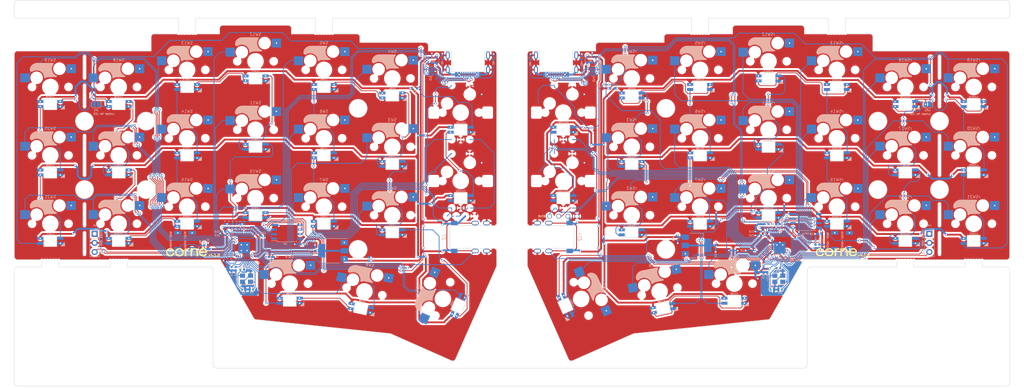
<source format=kicad_pcb>
(kicad_pcb (version 20241229) (generator "pcbnew") (generator_version "9.0")
  (title_block (title "Corne") (date "2024-05-07") (rev "4.1.0") (company "foostan"))
  (layers (0 "F.Cu" signal) (2 "B.Cu" signal) (13 "F.Paste" user) (15 "B.Paste" user) (5 "F.SilkS" user "F.Silkscreen") (7 "B.SilkS" user "B.Silkscreen") (1 "F.Mask" user) (3 "B.Mask" user) (25 "Edge.Cuts" user))
  (net 0 "")
  (net 1 "Net-(U1-XIN)")
  (net 2 "Net-(C2-Pad1)")
  (net 3 "+1V1")
  (net 4 "+5V")
  (net 5 "+3V3")
  (net 6 "GND")
  (net 7 "Net-(EXLED1-DOUT)")
  (net 8 "Net-(EXLED1-DIN)")
  (net 10 "VBUS")
  (net 11 "Net-(J1-CC1)")
  (net 13 "Net-(J1-CC2)")
  (net 15 "Net-(LED1-DOUT)")
  (net 16 "Net-(LED2-DOUT)")
  (net 17 "Net-(LED7-DOUT)")
  (net 18 "Net-(LED8-DOUT)")
  (net 19 "Net-(LED10-DIN)")
  (net 20 "Net-(LED10-DOUT)")
  (net 21 "Net-(LED14-DOUT)")
  (net 22 "Net-(LED15-DOUT)")
  (net 23 "Net-(LED16-DOUT)")
  (net 24 "Net-(U1-XOUT)")
  (net 25 "Net-(U1-USB_DP)")
  (net 26 "Net-(U1-USB_DM)")
  (net 27 "Net-(R6-Pad2)")
  (net 28 "Net-(U1-RUN)")
  (net 29 "Net-(D1-K)")
  (net 30 "/left/RE0A")
  (net 31 "/left/REB")
  (net 32 "/left/KEYEX1")
  (net 33 "/left/RE1A")
  (net 34 "/left/KEYEX2")
  (net 35 "/left/D+")
  (net 36 "/left/D-")
  (net 37 "/left/TX")
  (net 38 "/left/SWCLK")
  (net 39 "/left/SWD")
  (net 40 "/left/LED")
  (net 41 "/left/QSPI_SS")
  (net 42 "/left/KEY1")
  (net 43 "/left/KEY2")
  (net 44 "/left/KEY3")
  (net 45 "/left/KEY4")
  (net 46 "/left/KEY5")
  (net 47 "/left/KEY6")
  (net 48 "/left/KEY7")
  (net 49 "/left/KEY8")
  (net 50 "/left/KEY9")
  (net 51 "/left/KEY10")
  (net 52 "/left/KEY11")
  (net 53 "/left/KEY12")
  (net 54 "/left/KEY13")
  (net 55 "/left/KEY14")
  (net 56 "/left/KEY15")
  (net 57 "/left/KEY16")
  (net 58 "/left/KEY17")
  (net 59 "/left/KEY18")
  (net 60 "/left/KEY19")
  (net 61 "/left/KEY20")
  (net 62 "/left/KEY21")
  (net 63 "/left/QSPI_SD3")
  (net 64 "/left/QSPI_SCLK")
  (net 65 "/left/QSPI_SD0")
  (net 66 "/left/QSPI_SD2")
  (net 67 "/left/QSPI_SD1")
  (net 68 "Net-(LED6-DOUT)")
  (net 69 "Net-(LED5-DOUT)")
  (net 70 "Net-(LED4-DOUT)")
  (net 71 "Net-(LED3-DOUT)")
  (net 72 "Net-(LED20-DOUT)")
  (net 73 "Net-(LED19-DOUT)")
  (net 74 "Net-(JP1-A)")
  (net 75 "Net-(LED17-DOUT)")
  (net 76 "Net-(LED13-DOUT)")
  (net 77 "Net-(LED12-DOUT)")
  (net 78 "Net-(LED11-DOUT)")
  (net 79 "VBUSR")
  (net 80 "Net-(rJ1-CC1)")
  (net 81 "/right/D+")
  (net 82 "/right/D-")
  (net 84 "Net-(rJ1-CC2)")
  (net 86 "Net-(rU1-XIN)")
  (net 87 "GNDR")
  (net 88 "Net-(rC2-Pad1)")
  (net 89 "+1V1R")
  (net 90 "+5VR")
  (net 91 "+3V3R")
  (net 92 "Net-(rD1-K)")
  (net 93 "Net-(rEXLED1-DOUT)")
  (net 94 "Net-(rEXLED1-DIN)")
  (net 96 "/right/RE0A")
  (net 97 "/right/REB")
  (net 98 "/right/KEYEX1")
  (net 99 "/right/RE1A")
  (net 100 "/right/KEYEX2")
  (net 101 "/right/TX")
  (net 102 "/left/USB_VBUS_PIN")
  (net 103 "/right/SWCLK")
  (net 104 "/right/SWD")
  (net 105 "Net-(rLED1-DOUT)")
  (net 106 "/right/LED")
  (net 107 "Net-(rLED2-DOUT)")
  (net 108 "Net-(rLED3-DOUT)")
  (net 109 "Net-(rLED4-DOUT)")
  (net 110 "Net-(rLED5-DOUT)")
  (net 111 "Net-(rLED6-DOUT)")
  (net 112 "Net-(rLED7-DOUT)")
  (net 113 "Net-(rLED8-DOUT)")
  (net 114 "Net-(rLED10-DIN)")
  (net 115 "Net-(rLED10-DOUT)")
  (net 116 "Net-(rLED11-DOUT)")
  (net 117 "Net-(rLED12-DOUT)")
  (net 118 "Net-(rLED13-DOUT)")
  (net 119 "Net-(rLED14-DOUT)")
  (net 120 "Net-(rLED15-DOUT)")
  (net 121 "Net-(rLED16-DOUT)")
  (net 122 "Net-(rLED17-DOUT)")
  (net 123 "Net-(rJP1-A)")
  (net 124 "Net-(rLED19-DOUT)")
  (net 125 "Net-(rLED20-DOUT)")
  (net 126 "Net-(rU1-XOUT)")
  (net 127 "Net-(rU1-USB_DP)")
  (net 128 "Net-(rU1-USB_DM)")
  (net 129 "/right/QSPI_SS")
  (net 130 "Net-(rR6-Pad2)")
  (net 131 "Net-(rU1-RUN)")
  (net 132 "/right/KEY1")
  (net 133 "/right/KEY2")
  (net 134 "/right/KEY3")
  (net 135 "/right/KEY4")
  (net 136 "/right/KEY5")
  (net 137 "/right/KEY6")
  (net 138 "/right/KEY7")
  (net 139 "/right/KEY8")
  (net 140 "/right/KEY9")
  (net 141 "/right/KEY10")
  (net 142 "/right/KEY11")
  (net 143 "/right/KEY12")
  (net 144 "/right/KEY13")
  (net 145 "/right/KEY14")
  (net 146 "/right/KEY15")
  (net 147 "/right/KEY16")
  (net 148 "/right/KEY17")
  (net 149 "/right/KEY18")
  (net 150 "/right/KEY19")
  (net 151 "/right/KEY20")
  (net 152 "/right/KEY21")
  (net 153 "/right/QSPI_SD3")
  (net 154 "/right/QSPI_SCLK")
  (net 155 "/right/QSPI_SD0")
  (net 156 "/right/QSPI_SD2")
  (net 157 "/right/QSPI_SD1")
  (net 158 "/right/USB_VBUS_PIN")
  (footprint "kbd_local:Breakaway_Tabs" (layer "F.Cu") (at 60.097501 202.695)
    (property "Reference" "BT3")
    (property "Value" "Breakaway Tabs")
  )
  (footprint "kbd_local:corne-logo-horizontal" (layer "F.Cu") (at 279.172501 200.495)
    (property "Reference" "G***" (hide yes))
    (property "Value" "LOGO" (hide yes))
  )
  (footprint "kbd_local:Breakaway_Tabs" (layer "F.Cu") (at 136.297501 139.3825)
    (property "Reference" "BT2")
    (property "Value" "Breakaway Tabs")
  )
  (footprint "kbd_local:Breakaway_Tabs" (layer "F.Cu") (at 241.072503 139.3825)
    (property "Reference" "rBT2")
    (property "Value" "Breakaway Tabs")
  )
  (footprint "kbd_local:OLED" (layer "F.Cu") (at 202.972501 190.36)
    (property "Reference" "rJ3")
    (property "Value" "Conn_01x04" (hide yes))
  )
  (footprint "kbd_local:Breakaway_Tabs" (layer "F.Cu") (at 79.147501 202.695)
    (property "Reference" "BT4")
    (property "Value" "Breakaway Tabs")
  )
  (footprint "kbd_local:Breakaway_Tabs" (layer "F.Cu") (at 279.172501 139.3825)
    (property "Reference" "rBT1")
    (property "Value" "Breakaway Tabs")
  )
  (footprint "kbd_local:Breakaway_Tabs" (layer "F.Cu") (at 317.272501 202.695)
    (property "Reference" "rBT3")
    (property "Value" "Breakaway Tabs")
  )
  (footprint "kbd_local:corne-logo-horizontal" (layer "F.Cu") (at 98.197501 200.495)
    (property "Reference" "G***" (hide yes))
    (property "Value" "LOGO" (hide yes))
  )
  (footprint "kbd_local:Breakaway_Tabs" (layer "F.Cu") (at 298.222501 202.695)
    (property "Reference" "rBT4")
    (property "Value" "Breakaway Tabs")
  )
  (footprint "kbd_local:Breakaway_Tabs" (layer "F.Cu") (at 98.197501 139.3825)
    (property "Reference" "BT1")
    (property "Value" "Breakaway Tabs")
  )
  (footprint "Capacitor_SMD:C_0402_1005Metric" (layer "B.Cu") (at 116.107501 210.7587 180)
    (property "Reference" "C1")
    (property "Value" "27p")
  )
  (footprint "Connector_PinHeader_2.54mm:PinHeader_1x03_P2.54mm_Vertical" (layer "B.Cu") (at 72.447503 195.255 180)
    (property "Reference" "J4")
    (property "Value" "Conn_01x03")
  )
  (footprint "Capacitor_SMD:C_0402_1005Metric" (layer "B.Cu") (at 263.347503 210.79875 180)
    (property "Reference" "rC1")
    (property "Value" "27p")
  )
  (footprint "Diode_SMD:D_SOD-523" (layer "B.Cu") (at 167.717509 146.9625 -90)
    (property "Reference" "ZD1")
    (property "Value" "RB521S30T1G")
  )
  (footprint "kbd:keyswitch_cherrymx_hotswap_1u" (layer "B.Cu") (at 155.347501 151.98875 180)
    (property "Reference" "SW4")
    (property "Value" "SW_Push" (hide yes))
  )
  (footprint "Capacitor_SMD:C_0402_1005Metric" (layer "B.Cu") (at 259.817503 205.47875 -90)
    (property "Reference" "rC7")
    (property "Value" "100n")
  )
  (footprint "kbd_local:YS-SK6812MINI-E" (layer "B.Cu") (at 79.147501 197.2325 180)
    (property "Reference" "LED16")
    (property "Value" "YS-SK6812MINI-E" (hide yes))
    (fp_line (start 1.8 1.55) (end -1.8 1.55) (stroke (width 0.1)) (layer "Edge.Cuts"))
    (fp_line (start 1.8 -1.55) (end 1.8 1.55) (stroke (width 0.1)) (layer "Edge.Cuts"))
    (fp_line (start -1.8 1.55) (end -1.8 -1.55) (stroke (width 0.1)) (layer "Edge.Cuts"))
    (fp_line (start -1.8 -1.55) (end 1.8 -1.55) (stroke (width 0.1)) (layer "Edge.Cuts"))
  )
  (footprint "kbd:keyswitch_cherrymx_hotswap_1u" (layer "B.Cu") (at 298.222503 173.42 180)
    (property "Reference" "rSW17")
    (property "Value" "SW_Push" (hide yes))
  )
  (footprint "kbd_local:YS-SK6812MINI-E" (layer "B.Cu") (at 298.222503 197.2325 180)
    (property "Reference" "rLED16")
    (property "Value" "YS-SK6812MINI-E" (hide yes))
    (fp_line (start 1.8 1.55) (end -1.8 1.55) (stroke (width 0.1)) (layer "Edge.Cuts"))
    (fp_line (start 1.8 -1.55) (end 1.8 1.55) (stroke (width 0.1)) (layer "Edge.Cuts"))
    (fp_line (start -1.8 1.55) (end -1.8 -1.55) (stroke (width 0.1)) (layer "Edge.Cuts"))
    (fp_line (start -1.8 -1.55) (end 1.8 -1.55) (stroke (width 0.1)) (layer "Edge.Cuts"))
  )
  (footprint "kbd_local:YS-SK6812MINI-E" (layer "B.Cu") (at 155.347501 175.80125 180)
    (property "Reference" "LED3")
    (property "Value" "YS-SK6812MINI-E" (hide yes))
    (fp_line (start 1.8 1.55) (end -1.8 1.55) (stroke (width 0.1)) (layer "Edge.Cuts"))
    (fp_line (start 1.8 -1.55) (end 1.8 1.55) (stroke (width 0.1)) (layer "Edge.Cuts"))
    (fp_line (start -1.8 1.55) (end -1.8 -1.55) (stroke (width 0.1)) (layer "Edge.Cuts"))
    (fp_line (start -1.8 -1.55) (end 1.8 -1.55) (stroke (width 0.1)) (layer "Edge.Cuts"))
  )
  (footprint "Resistor_SMD:R_0402_1005Metric" (layer "B.Cu") (at 262.892503 204.82)
    (property "Reference" "rR3")
    (property "Value" "1k")
  )
  (footprint "Capacitor_SMD:C_0402_1005Metric" (layer "B.Cu") (at 129.237501 198.1887 180)
    (property "Reference" "C16")
    (property "Value" "1u")
  )
  (footprint "Capacitor_SMD:C_0402_1005Metric" (layer "B.Cu") (at 273.197509 198.7925 90)
    (property "Reference" "rC9")
    (property "Value" "100n")
  )
  (footprint "Capacitor_SMD:C_0402_1005Metric" (layer "B.Cu") (at 268.562503 195.83 90)
    (property "Reference" "rC14")
    (property "Value" "100n")
  )
  (footprint "kbd:keyswitch_cherrymx_hotswap_1u" (layer "B.Cu") (at 279.172503 187.7075 180)
    (property "Reference" "rSW15")
    (property "Value" "SW_Push" (hide yes))
  )
  (footprint "kbd_local:PJ-398A-5A_PJ-399B-6A" (layer "B.Cu") (at 192.952501 196.16 -90)
    (property "Reference" "rJ2")
    (property "Value" "TRS")
  )
  (footprint "Resistor_SMD:R_0402_1005Metric" (layer "B.Cu") (at 102.967503 199.05875 -90)
    (property "Reference" "R7")
    (property "Value" "10k")
  )
  (footprint "Capacitor_SMD:C_0402_1005Metric" (layer "B.Cu") (at 258.737503 205.47875 -90)
    (property "Reference" "rC3")
    (property "Value" "100n")
  )
  (footprint "kbd:keyswitch_cherrymx_hotswap_1u" (layer "B.Cu") (at 250.597503 209.13875 180)
    (property "Reference" "rSW9")
    (property "Value" "SW_Push" (hide yes))
  )
  (footprint "Capacitor_SMD:C_0402_1005Metric" (layer "B.Cu") (at 258.027503 193.05875 90)
    (property "Reference" "rC8")
    (property "Value" "1u")
  )
  (footprint "kbd:keyswitch_cherrymx_hotswap_1u" (layer "B.Cu") (at 126.772501 209.13875 180)
    (property "Reference" "SW9")
    (property "Value" "SW_Push" (hide yes))
  )
  (footprint "Package_DFN_QFN:QFN-56-1EP_7x7mm_P0.4mm_EP3.2x3.2mm" (layer "B.Cu") (at 263.292501 199.1537 180)
    (property "Reference" "rU1")
    (property "Value" "RP2040")
  )
  (footprint "kbd:keyswitch_cherrymx_hotswap_1u" (layer "B.Cu") (at 136.297501 149.6075 180)
    (property "Reference" "SW5")
    (property "Value" "SW_Push" (hide yes))
  )
  (footprint "kbd:keyswitch_cherrymx_hotswap_1u" (layer "B.Cu") (at 260.122503 185.32625 180)
    (property "Reference" "rSW10")
    (property "Value" "SW_Push" (hide yes))
  )
  (footprint "kbd_local:YS-SK6812MINI-E" (layer "B.Cu") (at 222.022501 156.75125 180)
    (property "Reference" "rLED4")
    (property "Value" "YS-SK6812MINI-E" (hide yes))
    (fp_line (start 1.8 1.55) (end -1.8 1.55) (stroke (width 0.1)) (layer "Edge.Cuts"))
    (fp_line (start 1.8 -1.55) (end 1.8 1.55) (stroke (width 0.1)) (layer "Edge.Cuts"))
    (fp_line (start -1.8 1.55) (end -1.8 -1.55) (stroke (width 0.1)) (layer "Edge.Cuts"))
    (fp_line (start -1.8 -1.55) (end 1.8 -1.55) (stroke (width 0.1)) (layer "Edge.Cuts"))
  )
  (footprint "Capacitor_SMD:C_0402_1005Metric" (layer "B.Cu") (at 114.042503 193.03 90)
    (property "Reference" "C4")
    (property "Value" "100n")
  )
  (footprint "kbd_local:TS-1088R-02026" (layer "B.Cu") (at 99.607503 197.23875 -90)
    (property "Reference" "SMDSW2")
    (property "Value" "TS-1088R-02026")
  )
  (footprint "kbd_local:YS-SK6812MINI-E" (layer "B.Cu") (at 79.147501 178.1825 180)
    (property "Reference" "LED17")
    (property "Value" "YS-SK6812MINI-E" (hide yes))
    (fp_line (start 1.8 1.55) (end -1.8 1.55) (stroke (width 0.1)) (layer "Edge.Cuts"))
    (fp_line (start 1.8 -1.55) (end 1.8 1.55) (stroke (width 0.1)) (layer "Edge.Cuts"))
    (fp_line (start -1.8 1.55) (end -1.8 -1.55) (stroke (width 0.1)) (layer "Edge.Cuts"))
    (fp_line (start -1.8 -1.55) (end 1.8 -1.55) (stroke (width 0.1)) (layer "Edge.Cuts"))
  )
  (footprint "Capacitor_SMD:C_0402_1005Metric" (layer "B.Cu") (at 104.077503 199.0487 90)
    (property "Reference" "C10")
    (property "Value" "100n")
  )
  (footprint "kbd_local:TYPE-C-31-M-13C" (layer "B.Cu") (at 200.972501 145.55)
    (property "Reference" "rJ1")
    (property "Value" "TYPE-C-31-M-13C")
  )
  (footprint "kbd_local:YS-SK6812MINI-E" (layer "B.Cu") (at 241.072503 173.42 180)
    (property "Reference" "rLED6")
    (property "Value" "YS-SK6812MINI-E" (hide yes))
    (fp_line (start 1.8 1.55) (end -1.8 1.55) (stroke (width 0.1)) (layer "Edge.Cuts"))
    (fp_line (start 1.8 -1.55) (end 1.8 1.55) (stroke (width 0.1)) (layer "Edge.Cuts"))
    (fp_line (start -1.8 1.55) (end -1.8 -1.55) (stroke (width 0.1)) (layer "Edge.Cuts"))
    (fp_line (start -1.8 -1.55) (end 1.8 -1.55) (stroke (width 0.1)) (layer "Edge.Cuts"))
  )
  (footprint "kbd_local:YS-SK6812MINI-E" (layer "B.Cu") (at 136.297501 154.37 180)
    (property "Reference" "LED5")
    (property "Value" "YS-SK6812MINI-E" (hide yes))
    (fp_line (start 1.8 1.55) (end -1.8 1.55) (stroke (width 0.1)) (layer "Edge.Cuts"))
    (fp_line (start 1.8 -1.55) (end 1.8 1.55) (stroke (width 0.1)) (layer "Edge.Cuts"))
    (fp_line (start -1.8 1.55) (end -1.8 -1.55) (stroke (width 0.1)) (layer "Edge.Cuts"))
    (fp_line (start -1.8 -1.55) (end 1.8 -1.55) (stroke (width 0.1)) (layer "Edge.Cuts"))
  )
  (footprint "Capacitor_SMD:C_0402_1005Metric" (layer "B.Cu") (at 109.827501 193.02 90)
    (property "Reference" "C5")
    (property "Value" "1u")
  )
  (footprint "Capacitor_SMD:C_0402_1005Metric" (layer "B.Cu") (at 113.017501 193.03 90)
    (property "Reference" "C15")
    (property "Value" "100n")
  )
  (footprint "kbd:keyswitch_cherrymx_hotswap_1u" (layer "B.Cu") (at 260.122503 166.27625 180)
    (property "Reference" "rSW11")
    (property "Value" "SW_Push" (hide yes))
  )
  (footprint "Package_SON:USON-10_2.5x1.0mm_P0.5mm" (layer "B.Cu") (at 166.032501 150.0037)
    (property "Reference" "U3")
    (property "Value" "TPD4E05U06DQAR")
  )
  (footprint "kbd_local:YS-SK6812MINI-E" (layer "B.Cu") (at 222.022501 194.85125 180)
    (property "Reference" "rLED2")
    (property "Value" "YS-SK6812MINI-E" (hide yes))
    (fp_line (start 1.8 1.55) (end -1.8 1.55) (stroke (width 0.1)) (layer "Edge.Cuts"))
    (fp_line (start 1.8 -1.55) (end 1.8 1.55) (stroke (width 0.1)) (layer "Edge.Cuts"))
    (fp_line (start -1.8 1.55) (end -1.8 -1.55) (stroke (width 0.1)) (layer "Edge.Cuts"))
    (fp_line (start -1.8 -1.55) (end 1.8 -1.55) (stroke (width 0.1)) (layer "Edge.Cuts"))
  )
  (footprint "kbd_local:YS-SK6812MINI-E" (layer "B.Cu") (at 146.601727 215.974889 168.06)
    (property "Reference" "LED8")
    (property "Value" "YS-SK6812MINI-E" (hide yes))
    (fp_line (start 1.8 -1.55) (end 1.8 1.55) (stroke (width 0.1)) (layer "Edge.Cuts"))
    (fp_line (start 1.8 1.55) (end -1.8 1.55) (stroke (width 0.1)) (layer "Edge.Cuts"))
    (fp_line (start -1.8 -1.55) (end 1.8 -1.55) (stroke (width 0.1)) (layer "Edge.Cuts"))
    (fp_line (start -1.8 1.55) (end -1.8 -1.55) (stroke (width 0.1)) (layer "Edge.Cuts"))
  )
  (footprint "Package_TO_SOT_SMD:SOT-223-3_TabPin2" (layer "B.Cu") (at 138.837501 199.9937 180)
    (property "Reference" "U2")
    (property "Value" "NCP1117LPST33T3G")
  )
  (footprint "kbd:keyswitch_cherrymx_hotswap_1u" (layer "B.Cu") (at 298.222503 192.47 180)
    (property "Reference" "rSW16")
    (property "Value" "SW_Push" (hide yes))
  )
  (footprint "kbd:keyswitch_cherrymx_hotswap_1u" (layer "B.Cu") (at 98.197501 149.6075 180)
    (property "Reference" "SW13")
    (property "Value" "SW_Push" (hide yes))
  )
  (footprint "kbd:keyswitch_cherrymx_hotswap_1u" (layer "B.Cu") (at 117.247501 166.27625 180)
    (property "Reference" "SW11")
    (property "Value" "SW_Push" (hide yes))
  )
  (footprint "kbd_local:YS-SK6812MINI-E" (layer "B.Cu") (at 117.247501 190.08875 180)
    (property "Reference" "LED10")
    (property "Value" "YS-SK6812MINI-E" (hide yes))
    (fp_line (start 1.8 1.55) (end -1.8 1.55) (stroke (width 0.1)) (layer "Edge.Cuts"))
    (fp_line (start 1.8 -1.55) (end 1.8 1.55) (stroke (width 0.1)) (layer "Edge.Cuts"))
    (fp_line (start -1.8 1.55) (end -1.8 -1.55) (stroke (width 0.1)) (layer "Edge.Cuts"))
    (fp_line (start -1.8 -1.55) (end 1.8 -1.55) (stroke (width 0.1)) (layer "Edge.Cuts"))
  )
  (footprint "kbd:keyswitch_cherrymx_hotswap_1u" (layer "B.Cu") (at 98.197501 168.6575 180)
    (property "Reference" "SW14")
    (property "Value" "SW_Push" (hide yes))
  )
  (footprint "kbd:keyswitch_cherrymx_hotswap_1u" (layer "B.Cu") (at 298.222503 154.37 180)
    (property "Reference" "rSW18")
    (property "Value" "SW_Push" (hide yes))
  )
  (footprint "Capacitor_SMD:C_0402_1005Metric" (layer "B.Cu") (at 133.827501 199.5087 90)
    (property "Reference" "C11")
    (property "Value" "10u")
  )
  (footprint "kbd:keyswitch_cherrymx_hotswap_1u" (layer "B.Cu") (at 317.272503 154.37 180)
    (property "Reference" "rSW19")
    (property "Value" "SW_Push" (hide yes))
  )
  (footprint "kbd:keyswitch_cherrymx_hotswap_1u" (layer "B.Cu") (at 147.587027 211.315427 168.06)
    (property "Reference" "SW8")
    (property "Value" "SW_Push" (hide yes))
  )
  (footprint "kbd_local:YS-SK6812MINI-E" (layer "B.Cu") (at 317.272503 178.1825 180)
    (property "Reference" "rLED20")
    (property "Value" "YS-SK6812MINI-E" (hide yes))
    (fp_line (start 1.8 1.55) (end -1.8 1.55) (stroke (width 0.1)) (layer "Edge.Cuts"))
    (fp_line (start 1.8 -1.55) (end 1.8 1.55) (stroke (width 0.1)) (layer "Edge.Cuts"))
    (fp_line (start -1.8 1.55) (end -1.8 -1.55) (stroke (width 0.1)) (layer "Edge.Cuts"))
    (fp_line (start -1.8 -1.55) (end 1.8 -1.55) (stroke (width 0.1)) (layer "Edge.Cuts"))
  )
  (footprint "kbd_local:YS-SK6812MINI-E" (layer "B.Cu") (at 117.247501 151.98875 180)
    (property "Reference" "LED12")
    (property "Value" "YS-SK6812MINI-E" (hide yes))
    (fp_line (start 1.8 1.55) (end -1.8 1.55) (stroke (width 0.1)) (layer "Edge.Cuts"))
    (fp_line (start 1.8 -1.55) (end 1.8 1.55) (stroke (width 0.1)) (layer "Edge.Cuts"))
    (fp_line (start -1.8 1.55) (end -1.8 -1.55) (stroke (width 0.1)) (layer "Edge.Cuts"))
    (fp_line (start -1.8 -1.55) (end 1.8 -1.55) (stroke (width 0.1)) (layer "Edge.Cuts"))
  )
  (footprint "kbd_local:YS-SK6812MINI-E" (layer "B.Cu") (at 279.172503 192.47 180)
    (property "Reference" "rLED15")
    (property "Value" "YS-SK6812MINI-E" (hide yes))
    (fp_line (start 1.8 1.55) (end -1.8 1.55) (stroke (width 0.1)) (layer "Edge.Cuts"))
    (fp_line (start 1.8 -1.55) (end 1.8 1.55) (stroke (width 0.1)) (layer "Edge.Cuts"))
    (fp_line (start -1.8 1.55) (end -1.8 -1.55) (stroke (width 0.1)) (layer "Edge.Cuts"))
    (fp_line (start -1.8 -1.55) (end 1.8 -1.55) (stroke (width 0.1)) (layer "Edge.Cuts"))
  )
  (footprint "Resistor_SMD:R_0402_1005Metric" (layer "B.Cu") (at 208.107503 146.21875 -90)
    (property "Reference" "rR2")
    (property "Value" "5.1k")
  )
  (footprint "kbd:keyswitch_cherrymx_hotswap_1u" (layer "B.Cu") (at 222.022503 151.98875 180)
    (property "Reference" "rSW4")
    (property "Value" "SW_Push" (hide yes))
  )
  (footprint "Resistor_SMD:R_0402_1005Metric" (layer "B.Cu") (at 169.267501 146.2 -90)
    (property "Reference" "R1")
    (property "Value" "5.1k")
  )
  (footprint "kbd:keyswitch_cherrymx_hotswap_1u" (layer "B.Cu") (at 117.247501 147.22625 180)
    (property "Reference" "SW12")
    (property "Value" "SW_Push" (hide yes))
  )
  (footprint "kbd_local:YS-SK6812MINI-E" (layer "B.Cu") (at 60.097501 178.1825 180)
    (property "Reference" "LED20")
    (property "Value" "YS-SK6812MINI-E" (hide yes))
    (fp_line (start 1.8 1.55) (end -1.8 1.55) (stroke (width 0.1)) (layer "Edge.Cuts"))
    (fp_line (start 1.8 -1.55) (end 1.8 1.55) (stroke (width 0.1)) (layer "Edge.Cuts"))
    (fp_line (start -1.8 1.55) (end -1.8 -1.55) (stroke (width 0.1)) (layer "Edge.Cuts"))
    (fp_line (start -1.8 -1.55) (end 1.8 -1.55) (stroke (width 0.1)) (layer "Edge.Cuts"))
  )
  (footprint "Resistor_SMD:R_0402_1005Metric" (layer "B.Cu") (at 113.547501 205.2587)
    (property "Reference" "R3")
    (property "Value" "1k")
  )
  (footprint "kbd_local:YS-SK6812MINI-E" (layer "B.Cu") (at 202.972501 166.27625 180)
    (property "Reference" "rEXLED1")
    (property "Value" "YS-SK6812MINI-E" (hide yes))
    (fp_line (start 1.8 1.55) (end -1.8 1.55) (stroke (width 0.1)) (layer "Edge.Cuts"))
    (fp_line (start 1.8 -1.55) (end 1.8 1.55) (stroke (width 0.1)) (layer "Edge.Cuts"))
    (fp_line (start -1.8 1.55) (end -1.8 -1.55) (stroke (width 0.1)) (layer "Edge.Cuts"))
    (fp_line (start -1.8 -1.55) (end 1.8 -1.55) (stroke (width 0.1)) (layer "Edge.Cuts"))
  )
  (footprint "kbd:keyswitch_cherrymx_hotswap_1u" (layer "B.Cu") (at 241.072503 168.6575 180)
    (property "Reference" "rSW6")
    (property "Value" "SW_Push" (hide yes))
  )
  (footprint "kbd_local:TS-1088R-02026" (layer "B.Cu") (at 282.677503 197.23875 -90)
    (property "Reference" "rSMDSW2")
    (property "Value" "TS-1088R-02026")
  )
  (footprint "Diode_SMD:D_SOD-523" (layer "B.Cu") (at 216.737509 154.7325 180)
    (property "Reference" "rD1")
    (property "Value" "1N4148WT")
  )
  (footprint "kbd_local:YS-SK6812MINI-E" (layer "B.Cu") (at 298.222503 178.1825 180)
    (property "Reference" "rLED17")
    (property "Value" "YS-SK6812MINI-E" (hide yes))
    (fp_line (start 1.8 1.55) (end -1.8 1.55) (stroke (width 0.1)) (layer "Edge.Cuts"))
    (fp_line (start 1.8 -1.55) (end 1.8 1.55) (stroke (width 0.1)) (layer "Edge.Cuts"))
    (fp_line (start -1.8 1.55) (end -1.8 -1.55) (stroke (width 0.1)) (layer "Edge.Cuts"))
    (fp_line (start -1.8 -1.55) (end 1.8 -1.55) (stroke (width 0.1)) (layer "Edge.Cuts"))
  )
  (footprint "Package_SON:USON-10_2.5x1.0mm_P0.5mm" (layer "B.Cu") (at 211.337501 150.0037 180)
    (property "Reference" "rU3")
    (property "Value" "TPD4E05U06DQAR")
  )
  (footprint "Resistor_SMD:R_0402_1005Metric" (layer "B.Cu") (at 110.887501 193.04 90)
    (property "Reference" "R5")
    (property "Value" "27")
  )
  (footprint "kbd_local:YS-SK6812MINI-E" (layer "B.Cu") (at 317.272503 159.1325 180)
    (property "Reference" "rLED19")
    (property "Value" "YS-SK6812MINI-E" (hide yes))
    (fp_line (start 1.8 1.55) (end -1.8 1.55) (stroke (width 0.1)) (layer "Edge.Cuts"))
    (fp_line (start 1.8 -1.55) (end 1.8 1.55) (stroke (width 0.1)) (layer "Edge.Cuts"))
    (fp_line (start -1.8 1.55) (end -1.8 -1.55) (stroke (width 0.1)) (layer "Edge.Cuts"))
    (fp_line (start -1.8 -1.55) (end 1.8 -1.55) (stroke (width 0.1)) (layer "Edge.Cuts"))
  )
  (footprint "kbd:keyswitch_cherrymx_hotswap_1u" (layer "B.Cu") (at 79.147501 173.42 180)
    (property "Reference" "SW17")
    (property "Value" "SW_Push" (hide yes))
  )
  (footprint "Capacitor_SMD:C_0402_1005Metric" (layer "B.Cu") (at 245.387503 198.96875 -90)
    (property "Reference" "rC11")
    (property "Value" "10u")
  )
  (footprint "kbd_local:YS-SK6812MINI-E" (layer "B.Cu") (at 98.197501 192.47 180)
    (property "Reference" "LED15")
    (property "Value" "YS-SK6812MINI-E" (hide yes))
    (fp_line (start 1.8 1.55) (end -1.8 1.55) (stroke (width 0.1)) (layer "Edge.Cuts"))
    (fp_line (start 1.8 -1.55) (end 1.8 1.55) (stroke (width 0.1)) (layer "Edge.Cuts"))
    (fp_line (start -1.8 1.55) (end -1.8 -1.55) (stroke (width 0.1)) (layer "Edge.Cuts"))
    (fp_line (start -1.8 -1.55) (end 1.8 -1.55) (stroke (width 0.1)) (layer "Edge.Cuts"))
  )
  (footprint "kbd_local:YS-SK6812MINI-E" (layer "B.Cu") (at 173.783673 215.32443 -113.88)
    (property "Reference" "LED1")
    (property "Value" "YS-SK6812MINI-E" (hide yes))
    (fp_line (start 1.8 1.55) (end -1.8 1.55) (stroke (width 0.1)) (layer "Edge.Cuts"))
    (fp_line (start -1.8 1.55) (end -1.8 -1.55) (stroke (width 0.1)) (layer "Edge.Cuts"))
    (fp_line (start 1.8 -1.55) (end 1.8 1.55) (stroke (width 0.1)) (layer "Edge.Cuts"))
    (fp_line (start -1.8 -1.55) (end 1.8 -1.55) (stroke (width 0.1)) (layer "Edge.Cuts"))
  )
  (footprint "Capacitor_SMD:C_0402_1005Metric" (layer "B.Cu") (at 121.637501 201.6887)
    (property "Reference" "C9")
    (property "Value" "100n")
  )
  (footprint "Crystal:Crystal_SMD_3225-4Pin_3.2x2.5mm" (layer "B.Cu") (at 262.987503 207.77875 180)
    (property "Reference" "rY1")
    (property "Value" "12MHz 18pF")
  )
  (footprint "kbd_local:YS-SK6812MINI-E" (layer "B.Cu") (at 241.072503 154.37 180)
    (property "Reference" "rLED5")
    (property "Value" "YS-SK6812MINI-E" (hide yes))
    (fp_line (start 1.8 1.55) (end -1.8 1.55) (stroke (width 0.1)) (layer "Edge.Cuts"))
    (fp_line (start 1.8 -1.55) (end 1.8 1.55) (stroke (width 0.1)) (layer "Edge.Cuts"))
    (fp_line (start -1.8 1.55) (end -1.8 -1.55) (stroke (width 0.1)) (layer "Edge.Cuts"))
    (fp_line (start -1.8 -1.55) (end 1.8 -1.55) (stroke (width 0.1)) (layer "Edge.Cuts"))
  )
  (footprint "kbd:keyswitch_cherrymx_hotswap_1u" (layer "B.Cu") (at 60.097501 192.47 180)
    (property "Reference" "SW21")
    (property "Value" "SW_Push" (hide yes))
  )
  (footprint "Capacitor_SMD:C_0402_1005Metric" (layer "B.Cu") (at 262.257503 193.05875 90)
    (property "Reference" "rC15")
    (property "Value" "100n")
  )
  (footprint "kbd:keyswitch_cherrymx_hotswap_1u" (layer "B.Cu") (at 222.022503 171.03875 180)
    (property "Reference" "rSW3")
    (property "Value" "SW_Push" (hide yes))
  )
  (footprint "kbd:keyswitch_cherrymx_hotswap_1.5u" (layer "B.Cu") (at 207.941138 213.396463 113.88)
    (property "Reference" "rSW1")
    (property "Value" "SW_Push" (hide yes))
  )
  (footprint "kbd_local:YS-SK6812MINI-E" (layer "B.Cu") (at 230.768275 215.974889 -168.06)
    (property "Reference" "rLED8")
    (property "Value" "YS-SK6812MINI-E" (hide yes))
    (fp_line (start 1.8 1.55) (end -1.8 1.55) (stroke (width 0.1)) (layer "Edge.Cuts"))
    (fp_line (start 1.8 -1.55) (end 1.8 1.55) (stroke (width 0.1)) (layer "Edge.Cuts"))
    (fp_line (start -1.8 1.55) (end -1.8 -1.55) (stroke (width 0.1)) (layer "Edge.Cuts"))
    (fp_line (start -1.8 -1.55) (end 1.8 -1.55) (stroke (width 0.1)) (layer "Edge.Cuts"))
  )
  (footprint "kbd_local:YS-SK6812MINI-E" (layer "B.Cu") (at 279.172503 154.37 180)
    (property "Reference" "rLED13")
    (property "Value" "YS-SK6812MINI-E" (hide yes))
    (fp_line (start 1.8 1.55) (end -1.8 1.55) (stroke (width 0.1)) (layer "Edge.Cuts"))
    (fp_line (start 1.8 -1.55) (end 1.8 1.55) (stroke (width 0.1)) (layer "Edge.Cuts"))
    (fp_line (start -1.8 1.55) (end -1.8 -1.55) (stroke (width 0.1)) (layer "Edge.Cuts"))
    (fp_line (start -1.8 -1.55) (end 1.8 -1.55) (stroke (width 0.1)) (layer "Edge.Cuts"))
  )
  (footprint "Resistor_SMD:R_0402_1005Metric" (layer "B.Cu") (at 165.827503 146.185)
    (property "Reference" "R9")
    (property "Value" "10K")
  )
  (footprint "kbd:keyswitch_cherrymx_hotswap_1u" (layer "B.Cu") (at 136.297501 187.7075 180)
    (property "Reference" "SW7")
    (property "Value" "SW_Push" (hide yes))
  )
  (footprint "Capacitor_SMD:C_0402_1005Metric" (layer "B.Cu") (at 259.067503 193.05875 90)
    (property "Reference" "rC5")
    (property "Value" "1u")
  )
  (footprint "Capacitor_SMD:C_0402_1005Metric" (layer "B.Cu") (at 263.277503 193.05875 90)
    (property "Reference" "rC4")
    (property "Value" "100n")
  )
  (footprint "kbd_local:YS-SK6812MINI-E" (layer "B.Cu") (at 98.197501 154.37 180)
    (property "Reference" "LED13")
    (property "Value" "YS-SK6812MINI-E" (hide yes))
    (fp_line (start 1.8 1.55) (end -1.8 1.55) (stroke (width 0.1)) (layer "Edge.Cuts"))
    (fp_line (start 1.8 -1.55) (end 1.8 1.55) (stroke (width 0.1)) (layer "Edge.Cuts"))
    (fp_line (start -1.8 1.55) (end -1.8 -1.55) (stroke (width 0.1)) (layer "Edge.Cuts"))
    (fp_line (start -1.8 -1.55) (end 1.8 -1.55) (stroke (width 0.1)) (layer "Edge.Cuts"))
  )
  (footprint "kbd_local:TS-1088R-02026" (layer "B.Cu") (at 95.597503 197.23875 -90)
    (property "Reference" "SMDSW1")
    (property "Value" "TS-1088R-02026")
  )
  (footprint "kbd_local:YS-SK6812MINI-E" (layer "B.Cu") (at 60.097501 197.2325 180)
    (property "Reference" "LED21")
    (property "Value" "YS-SK6812MINI-E" (hide yes))
    (fp_line (start 1.8 1.55) (end -1.8 1.55) (stroke (width 0.1)) (layer "Edge.Cuts"))
    (fp_line (start 1.8 -1.55) (end 1.8 1.55) (stroke (width 0.1)) (layer "Edge.Cuts"))
    (fp_line (start -1.8 1.55) (end -1.8 -1.55) (stroke (width 0.1)) (layer "Edge.Cuts"))
    (fp_line (start -1.8 -1.55) (end 1.8 -1.55) (stroke (width 0.1)) (layer "Edge.Cuts"))
  )
  (footprint "Package_SO:SOIC-8_5.23x5.23mm_P1.27mm" (layer "B.Cu") (at 126.017501 194.7287)
    (property "Reference" "U4")
    (property "Value" "W25Q128JVSIQ")
  )
  (footprint "Diode_SMD:D_SOD-523" (layer "B.Cu") (at 161.567501 154.73625)
    (property "Reference" "D1")
    (property "Value" "1N4148WT")
  )
  (footprint "kbd_local:YS-SK6812MINI-E" (layer "B.Cu") (at 60.097501 159.1325 180)
    (property "Reference" "LED19")
    (property "Value" "YS-SK6812MINI-E" (hide yes))
    (fp_line (start 1.8 1.55) (end -1.8 1.55) (stroke (width 0.1)) (layer "Edge.Cuts"))
    (fp_line (start 1.8 -1.55) (end 1.8 1.55) (stroke (width 0.1)) (layer "Edge.Cuts"))
    (fp_line (start -1.8 1.55) (end -1.8 -1.55) (stroke (width 0.1)) (layer "Edge.Cuts"))
    (fp_line (start -1.8 -1.55) (end 1.8 -1.55) (stroke (width 0.1)) (layer "Edge.Cuts"))
  )
  (footprint "kbd:keyswitch_cherrymx_hotswap_1u" (layer "B.Cu") (at 279.172503 149.6075 180)
    (property "Reference" "rSW13")
    (property "Value" "SW_Push" (hide yes))
  )
  (footprint "kbd_local:YS-SK6812MINI-E" (layer "B.Cu") (at 136.297501 192.47 180)
    (property "Reference" "LED7")
    (property "Value" "YS-SK6812MINI-E" (hide yes))
    (fp_line (start 1.8 1.55) (end -1.8 1.55) (stroke (width 0.1)) (layer "Edge.Cuts"))
    (fp_line (start 1.8 -1.55) (end 1.8 1.55) (stroke (width 0.1)) (layer "Edge.Cuts"))
    (fp_line (start -1.8 1.55) (end -1.8 -1.55) (stroke (width 0.1)) (layer "Edge.Cuts"))
    (fp_line (start -1.8 -1.55) (end 1.8 -1.55) (stroke (width 0.1)) (layer "Edge.Cuts"))
  )
  (footprint "Resistor_SMD:R_0402_1005Metric" (layer "B.Cu") (at 274.317509 198.8025 -90)
    (property "Reference" "rR7")
    (property "Value" "10k")
  )
  (footprint "Capacitor_SMD:C_0402_1005Metric" (layer "B.Cu") (at 108.787501 193.02 90)
    (property "Reference" "C8")
    (property "Value" "1u")
  )
  (footprint "Capacitor_SMD:C_0402_1005Metric" (layer "B.Cu") (at 108.327503 194.61875 180)
    (property "Reference" "C13")
    (property "Value" "100n")
  )
  (footprint "Capacitor_SMD:C_0402_1005Metric" (layer "B.Cu") (at 113.947501 210.7987)
    (property "Reference" "C2")
    (property "Value" "27p")
  )
  (footprint "kbd_local:YS-SK6812MINI-E" (layer "B.Cu") (at 279.172503 173.42 180)
    (property "Reference" "rLED14")
    (property "Value" "YS-SK6812MINI-E" (hide yes))
    (fp_line (start 1.8 1.55) (end -1.8 1.55) (stroke (width 0.1)) (layer "Edge.Cuts"))
    (fp_line (start 1.8 -1.55) (end 1.8 1.55) (stroke (width 0.1)) (layer "Edge.Cuts"))
    (fp_line (start -1.8 1.55) (end -1.8 -1.55) (stroke (width 0.1)) (layer "Edge.Cuts"))
    (fp_line (start -1.8 -1.55) (end 1.8 -1.55) (stroke (width 0.1)) (layer "Edge.Cuts"))
  )
  (footprint "Jumper:SolderJumper-2_P1.3mm_Open_RoundedPad1.0x1.5mm" (layer "B.Cu") (at 72.927501 159.2287 180)
    (property "Reference" "JP1")
    (property "Value" "SolderJumper_2_Bridged")
  )
  (footprint "kbd_local:YS-SK6812MINI-E" (layer "B.Cu") (at 250.597503 213.90125 180)
    (property "Reference" "rLED9")
    (property "Value" "YS-SK6812MINI-E" (hide yes))
    (fp_line (start 1.8 1.55) (end -1.8 1.55) (stroke (width 0.1)) (layer "Edge.Cuts"))
    (fp_line (start 1.8 -1.55) (end 1.8 1.55) (stroke (width 0.1)) (layer "Edge.Cuts"))
    (fp_line (start -1.8 1.55) (end -1.8 -1.55) (stroke (width 0.1)) (layer "Edge.Cuts"))
    (fp_line (start -1.8 -1.55) (end 1.8 -1.55) (stroke (width 0.1)) (layer "Edge.Cuts"))
  )
  (footprint "kbd_local:YS-SK6812MINI-E" (layer "B.Cu") (at 174.397501 185.32625 180)
    (property "Reference" "EXLED2")
    (property "Value" "YS-SK6812MINI-E" (hide yes))
    (fp_line (start 1.8 1.55) (end -1.8 1.55) (stroke (width 0.1)) (layer "Edge.Cuts"))
    (fp_line (start 1.8 -1.55) (end 1.8 1.55) (stroke (width 0.1)) (layer "Edge.Cuts"))
    (fp_line (start -1.8 1.55) (end -1.8 -1.55) (stroke (width 0.1)) (layer "Edge.Cuts"))
    (fp_line (start -1.8 -1.55) (end 1.8 -1.55) (stroke (width 0.1)) (layer "Edge.Cuts"))
  )
  (footprint "Capacitor_SMD:C_0402_1005Metric" (layer "B.Cu") (at 255.167509 199.8925 180)
    (property "Reference" "rC10")
    (property "Value" "100n")
  )
  (footprint "Crystal:Crystal_SMD_3225-4Pin_3.2x2.5mm" (layer "B.Cu") (at 114.747501 207.7687 180)
    (property "Reference" "Y1")
    (property "Value" "12MHz 18pF")
  )
  (footprint "kbd_local:YS-SK6812MINI-E" (layer "B.Cu") (at 126.772501 213.90125 180)
    (property "Reference" "LED9")
    (property "Value" "YS-SK6812MINI-E" (hide yes))
    (fp_line (start 1.8 1.55) (end -1.8 1.55) (stroke (width 0.1)) (layer "Edge.Cuts"))
    (fp_line (start 1.8 -1.55) (end 1.8 1.55) (stroke (width 0.1)) (layer "Edge.Cuts"))
    (fp_line (start -1.8 1.55) (end -1.8 -1.55) (stroke (width 0.1)) (layer "Edge.Cuts"))
    (fp_line (start -1.8 -1.55) (end 1.8 -1.55) (stroke (width 0.1)) (layer "Edge.Cuts"))
  )
  (footprint "Connector_PinHeader_2.54mm:PinHeader_1x03_P2.54mm_Vertical" (layer "B.Cu") (at 304.922499 195.255 180)
    (property "Reference" "rJ4")
    (property "Value" "Conn_01x03")
  )
  (footprint "Package_SO:SOIC-8_5.23x5.23mm_P1.27mm" (layer "B.Cu") (at 270.557503 191.64875)
    (property "Reference" "rU4")
    (property "Value" "W25Q128JVSIQ")
  )
  (footprint "Resistor_SMD:R_0402_1005Metric" (layer "B.Cu") (at 275.477509 198.8325 -90)
    (property "Reference" "rR6")
    (property "Value" "1k")
  )
  (footprint "kbd:keyswitch_cherrymx_hotswap_1u" (layer "B.Cu") (at 222.022503 190.08875 180)
    (property "Reference" "rSW2")
    (property "Value" "SW_Push" (hide yes))
  )
  (footprint "Capacitor_SMD:C_0402_1005Metric" (layer "B.Cu") (at 274.357503 195.28875 180)
    (property "Reference" "rC16")
    (property "Value" "1u")
  )
  (footprint "Jumper:SolderJumper-2_P1.3mm_Open_RoundedPad1.0x1.5mm" (layer "B.Cu") (at 304.442501 159.2287)
    (property "Reference" "rJP1")
    (property "Value" "SolderJumper_2_Bridged")
  )
  (footprint "Resistor_SMD:R_0402_1005Metric" (layer "B.Cu") (at 211.517503 146.015 180)
    (property "Reference" "rR9")
    (property "Value" "10K")
  )
  (footprint "kbd_local:YS-SK6812MINI-E" (layer "B.Cu") (at 174.397501 166.27625 180)
    (property "Reference" "EXLED1")
    (property "Value" "YS-SK6812MINI-E" (hide yes))
    (fp_line (start 1.8 1.55) (end -1.8 1.55) (stroke (width 0.1)) (layer "Edge.Cuts"))
    (fp_line (start 1.8 -1.55) (end 1.8 1.55) (stroke (width 0.1)) (layer "Edge.Cuts"))
    (fp_line (start -1.8 1.55) (end -1.8 -1.55) (stroke (width 0.1)) (layer "Edge.Cuts"))
    (fp_line (start -1.8 -1.55) (end 1.8 -1.55) (stroke (width 0.1)) (layer "Edge.Cuts"))
  )
  (footprint "Diode_SMD:D_SOD-523" (layer "B.Cu") (at 209.627509 146.8125 -90)
    (property "Reference" "rZD1")
    (property "Value" "RB521S30T1G")
  )
  (footprint "kbd_local:YS-SK6812MINI-E" (layer "B.Cu") (at 136.297501 173.42 180)
    (property "Reference" "LED6")
    (property "Value" "YS-SK6812MINI-E" (hide yes))
    (fp_line (start 1.8 1.55) (end -1.8 1.55) (stroke (width 0.1)) (layer "Edge.Cuts"))
    (fp_line (start 1.8 -1.55) (end 1.8 1.55) (stroke (width 0.1)) (layer "Edge.Cuts"))
    (fp_line (start -1.8 1.55) (end -1.8 -1.55) (stroke (width 0.1)) (layer "Edge.Cuts"))
    (fp_line (start -1.8 -1.55) (end 1.8 -1.55) (stroke (width 0.1)) (layer "Edge.Cuts"))
  )
  (footprint "kbd:keyswitch_cherrymx_hotswap_1u" (layer "B.Cu") (at 229.782977 211.315427 -168.06)
    (property "Reference" "rSW8")
    (property "Value" "SW_Push" (hide yes))
  )
  (footprint "kbd_local:TS-1088R-02026" (layer "B.Cu") (at 278.547503 197.23875 -90)
    (property "Reference" "rSMDSW1")
    (property "Value" "TS-1088R-02026")
  )
  (footprint "Resistor_SMD:R_0402_1005Metric" (layer "B.Cu") (at 211.547503 147.615)
    (property "Reference" "rR8")
    (property "Value" "5.6k")
  )
  (footprint "kbd:keyswitch_cherrymx_hotswap_1u" (layer "B.Cu") (at 117.247501 185.32625 180)
    (property "Reference" "SW10")
    (property "Value" "SW_Push" (hide yes))
  )
  (footprint "Resistor_SMD:R_0402_1005Metric" (layer "B.Cu") (at 260.127503 193.05875 90)
    (property "Reference" "rR5")
    (property "Value" "27")
  )
  (footprint "kbd_local:YS-SK6812MINI-E" (layer "B.Cu") (at 260.122503 190.08875 180)
    (property "Reference" "rLED10")
    (property "Value" "YS-SK6812MINI-E" (hide yes))
    (fp_line (start 1.8 1.55) (end -1.8 1.55) (stroke (width 0.1)) (layer "Edge.Cuts"))
    (fp_line (start 1.8 -1.55) (end 1.8 1.55) (stroke (width 0.1)) (layer "Edge.Cuts"))
    (fp_line (start -1.8 1.55) (end -1.8 -1.55) (stroke (width 0.1)) (layer "Edge.Cuts"))
    (fp_line (start -1.8 -1.55) (end 1.8 -1.55) (stroke (width 0.1)) (layer "Edge.Cuts"))
  )
  (footprint "Resistor_SMD:R_0402_1005Metric" (layer "B.Cu") (at 111.952503 193.04 -90)
    (property "Reference" "R4")
    (property "Value" "27")
  )
  (footprint "kbd_local:YS-SK6812MINI-E" (layer "B.Cu") (at 260.122503 151.98875 180)
    (property "Reference" "rLED12")
    (property "Value" "YS-SK6812MINI-E" (hide yes))
    (fp_line (start 1.8 1.55) (end -1.8 1.55) (stroke (width 0.1)) (layer "Edge.Cuts"))
    (fp_line (start 1.8 -1.55) (end 1.8 1.55) (stroke (width 0.1)) (layer "Edge.Cuts"))
    (fp_line (start -1.8 1.55) (end -1.8 -1.55) (stroke (width 0.1)) (layer "Edge.Cuts"))
    (fp_line (start -1.8 -1.55) (end 1.8 -1.55) (stroke (width 0.1)) (layer "Edge.Cuts"))
  )
  (footprint "Capacitor_SMD:C_0402_1005Metric" (layer "B.Cu") (at 110.572503 204.97 -90)
    (property "Reference" "C3")
    (property "Value" "100n")
  )
  (footprint "kbd:keyswitch_cherrymx_hotswap_1u" (layer "B.Cu") (at 317.272503 192.47 180)
    (property "Reference" "rSW21")
    (property "Value" "SW_Push" (hide yes))
  )
  (footprint "kbd_local:YS-SK6812MINI-E" (layer "B.Cu") (at 260.122503 171.03875 180)
    (property "Reference" "rLED11")
    (property "Value" "YS-SK6812MINI-E" (hide yes))
    (fp_line (start 1.8 1.55) (end -1.8 1.55) (stroke (width 0.1)) (layer "Edge.Cuts"))
    (fp_line (start 1.8 -1.55) (end 1.8 1.55) (stroke (width 0.1)) (layer "Edge.Cuts"))
    (fp_line (start -1.8 1.55) (end -1.8 -1.55) (stroke (width 0.1)) (layer "Edge.Cuts"))
    (fp_line (start -1.8 -1.55) (end 1.8 -1.55) (stroke (width 0.1)) (layer "Edge.Cuts"))
  )
  (footprint "kbd:keyswitch_cherrymx_hotswap_1u" (layer "B.Cu") (at 98.197501 187.7075 180)
    (property "Reference" "SW15")
    (property "Value" "SW_Push" (hide yes))
  )
  (footprint "kbd:keyswitch_cherrymx_hotswap_1u" (layer "B.Cu") (at 60.097501 154.37 180)
    (property "Reference" "SW19")
    (property "Value" "SW_Push" (hide yes))
  )
  (footprint "kbd:keyswitch_cherrymx_hotswap_1u" (layer "B.Cu") (at 260.122503 147.22625 180)
    (property "Reference" "rSW12")
    (property "Value" "SW_Push" (hide yes))
  )
  (footprint "kbd_local:YS-SK6812MINI-E" (layer "B.Cu") (at 317.272503 197.2325 180)
    (property "Reference" "rLED21")
    (property "Value" "YS-SK6812MINI-E" (hide yes))
    (fp_line (start 1.8 1.55) (end -1.8 1.55) (stroke (width 0.1)) (layer "Edge.Cuts"))
    (fp_line (start 1.8 -1.55) (end 1.8 1.55) (stroke (width 0.1)) (layer "Edge.Cuts"))
    (fp_line (start -1.8 1.55) (end -1.8 -1.55) (stroke (width 0.1)) (layer "Edge.Cuts"))
    (fp_line (start -1.8 -1.55) (end 1.8 -1.55) (stroke (width 0.1)) (layer "Edge.Cuts"))
  )
  (footprint "kbd:keyswitch_cherrymx_hotswap_1u" (layer "B.Cu") (at 60.097501 173.42 180)
    (property "Reference" "SW20")
    (property "Value" "SW_Push" (hide yes))
  )
  (footprint "kbd:keyswitch_cherrymx_hotswap_1u" (layer "B.Cu") (at 79.147501 154.37 180)
    (property "Reference" "SW18")
    (property "Value" "SW_Push" (hide yes))
  )
  (footprint "Capacitor_SMD:C_0402_1005Metric" (layer "B.Cu") (at 257.567503 194.61875 180)
    (property "Reference" "rC13")
    (property "Value" "100n")
  )
  (footprint "kbd_local:YS-SK6812MINI-E" (layer "B.Cu") (at 222.022501 175.80125 180)
    (property "Reference" "rLED3")
    (property "Value" "YS-SK6812MINI-E" (hide yes))
    (fp_line (start 1.8 1.55) (end -1.8 1.55) (stroke (width 0.1)) (layer "Edge.Cuts"))
    (fp_line (start 1.8 -1.55) (end 1.8 1.55) (stroke (width 0.1)) (layer "Edge.Cuts"))
    (fp_line (start -1.8 1.55) (end -1.8 -1.55) (stroke (width 0.1)) (layer "Edge.Cuts"))
    (fp_line (start -1.8 -1.55) (end 1.8 -1.55) (stroke (width 0.1)) (layer "Edge.Cuts"))
  )
  (footprint "kbd_local:YS-SK6812MINI-E" (layer "B.Cu") (at 117.247501 171.03875 180)
    (property "Reference" "LED11")
    (property "Value" "YS-SK6812MINI-E" (hide yes))
    (fp_line (start 1.8 1.55) (end -1.8 1.55) (stroke (width 0.1)) (layer "Edge.Cuts"))
    (fp_line (start 1.8 -1.55) (end 1.8 1.55) (stroke (width 0.1)) (layer "Edge.Cuts"))
    (fp_line (start -1.8 1.55) (end -1.8 -1.55) (stroke (width 0.1)) (layer "Edge.Cuts"))
    (fp_line (start -1.8 -1.55) (end 1.8 -1.55) (stroke (width 0.1)) (layer "Edge.Cuts"))
  )
  (footprint "kbd_local:YS-SK6812MINI-E" (layer "B.Cu") (at 202.972501 185.32625 180)
    (property "Reference" "rEXLED2")
    (property "Value" "YS-SK6812MINI-E" (hide yes))
    (fp_line (start 1.8 1.55) (end -1.8 1.55) (stroke (width 0.1)) (layer "Edge.Cuts"))
    (fp_line (start 1.8 -1.55) (end 1.8 1.55) (stroke (width 0.1)) (layer "Edge.Cuts"))
    (fp_line (start -1.8 1.55) (end -1.8 -1.55) (stroke (width 0.1)) (layer "Edge.Cuts"))
    (fp_line (start -1.8 -1.55) (end 1.8 -1.55) (stroke (width 0.1)) (layer "Edge.Cuts"))
  )
  (footprint "Capacitor_SMD:C_0402_1005Metric" (layer "B.Cu") (at 119.397501 195.8937)
    (property "Reference" "C14")
    (property "Value" "100n")
  )
  (footprint "kbd:keyswitch_cherrymx_hotswap_1u" (layer "B.Cu") (at 317.272503 173.42 180)
    (property "Reference" "rSW20")
    (property "Value" "SW_Push" (hide yes))
  )
  (footprint "kbd_local:TYPE-C-31-M-13C" (layer "B.Cu") (at 176.397501 145.55)
    (property "Reference" "J1")
    (property "Value" "TYPE-C-31-M-13C")
  )
  (footprint "Capacitor_SMD:C_0402_1005Metric" (layer "B.Cu") (at 148.767501 202.2687 90)
    (property "Reference" "C6")
    (property "Value" "10u")
  )
  (footprint "kbd:keyswitch_cherrymx_hotswap_1u" (layer "B.Cu") (at 279.172503 168.6575 180)
    (property "Reference" "rSW14")
    (property "Value" "SW_Push" (hide yes))
  )
  (footprint "kbd:keyswitch_cherrymx_hotswap_1u" (layer "B.Cu") (at 79.147501 192.47 180)
    (property "Reference" "SW16")
    (property "Value" "SW_Push" (hide yes))
  )
  (footprint "Resistor_SMD:R_0402_1005Metric" (layer "B.Cu") (at 165.847503 147.735 180)
    (property "Reference" "R8")
    (property "Value" "5.6k")
  )
  (footprint "Capacitor_SMD:C_0402_1005Metric" (layer "B.Cu") (at 108.327503 195.68875 180)
    (property "Reference" "C12")
    (property "Value" "100n")
  )
  (footprint "Package_TO_SOT_SMD:SOT-223-3_TabPin2" (layer "B.Cu") (at 240.097503 198.50875)
    (property "Reference" "rU2")
    (property "Value" "NCP1117LPST33T3G")
  )
  (footprint "kbd:keyswitch_cherrymx_hotswap_1.5u" (layer "B.Cu") (at 169.428866 213.396463 -113.88)
    (property "Reference" "SW1")
    (property "Value" "SW_Push" (hide yes))
  )
  (footprint "kbd:keyswitch_cherrymx_hotswap_1u" (layer "B.Cu") (at 241.072503 149.6075 180)
    (property "Reference" "rSW5")
    (property "Value" "SW_Push" (hide yes))
  )
  (footprint "kbd:keyswitch_cherrymx_hotswap_1u" (layer "B.Cu") (at 155.347501 190.08875 180)
    (property "Reference" "SW2")
    (property "Value" "SW_Push" (hide yes))
  )
  (footprint "Capacitor_SMD:C_0402_1005Metric" (layer "B.Cu") (at 234.817503 196.66875 -90)
    (property "Reference" "rC6")
    (property "Value" "10u")
  )
  (footprint "kbd:keyswitch_cherrymx_hotswap_1u" (layer "B.Cu") (at 136.297501 168.6575 180)
    (property "Reference" "SW6")
    (property "Value" "SW_Push" (hide yes))
  )
  (footprint "kbd_local:YS-SK6812MINI-E" (layer "B.Cu") (at 155.347501 194.85125 180)
    (property "Reference" "LED2")
    (property "Value" "YS-SK6812MINI-E" (hide yes))
    (fp_line (start 1.8 1.55) (end -1.8 1.55) (stroke (width 0.1)) (layer "Edge.Cuts"))
    (fp_line (start 1.8 -1.55) (end 1.8 1.55) (stroke (width 0.1)) (layer "Edge.Cuts"))
    (fp_line (start -1.8 1.55) (end -1.8 -1.55) (stroke (width 0.1)) (layer "Edge.Cuts"))
    (fp_line (start -1.8 -1.55) (end 1.8 -1.55) (stroke (width 0.1)) (layer "Edge.Cuts"))
  )
  (footprint "Package_DFN_QFN:QFN-56-1EP_7x7mm_P0.4mm_EP3.2x3.2mm" (layer "B.Cu") (at 114.077501 199.1537 180)
    (property "Reference" "U1")
    (property "Value" "RP2040")
  )
  (footprint "Resistor_SMD:R_0402_1005Metric" (layer "B.Cu") (at 183.557501 146.24 -90)
    (property "Reference" "R2")
    (property "Value" "5.1k")
  )
  (footprint "kbd_local:YS-SK6812MINI-E" (layer "B.Cu") (at 98.197501 173.42 180)
    (property "Reference" "LED14")
    (property "Value" "YS-SK6812MINI-E" (hide yes))
    (fp_line (start 1.8 1.55) (end -1.8 1.55) (stroke (width 0.1)) (layer "Edge.Cuts"))
    (fp_line (start 1.8 -1.55) (end 1.8 1.55) (stroke (width 0.1)) (layer "Edge.Cuts"))
    (fp_line (start -1.8 1.55) (end -1.8 -1.55) (stroke (width 0.1)) (layer "Edge.Cuts"))
    (fp_line (start -1.8 -1.55) (end 1.8 -1.55) (stroke (width 0.1)) (layer "Edge.Cuts"))
  )
  (footprint "kbd:keyswitch_cherrymx_hotswap_1u" (layer "B.Cu") (at 155.347501 171.03875 180)
    (property "Reference" "SW3")
    (property "Value" "SW_Push" (hide yes))
  )
  (footprint "Resistor_SMD:R_0402_1005Metric" (layer "B.Cu") (at 261.197503 193.05875 -90)
    (property "Reference" "rR4")
    (property "Value" "27")
  )
  (footprint "Capacitor_SMD:C_0402_1005Metric" (layer "B.Cu") (at 261.187503 210.83875)
    (property "Reference" "rC2")
    (property "Value" "27p")
  )
  (footprint "kbd_local:YS-SK6812MINI-E" (layer "B.Cu") (at 203.586329 215.32443 113.88)
    (property "Reference" "rLED1")
    (property "Value" "YS-SK6812MINI-E" (hide yes))
    (fp_line (start 1.8 -1.55) (end 1.8 1.55) (stroke (width 0.1)) (layer "Edge.Cuts"))
    (fp_line (start -1.8 -1.55) (end 1.8 -1.55) (stroke (width 0.1)) (layer "Edge.Cuts"))
    (fp_line (start 1.8 1.55) (end -1.8 1.55) (stroke (width 0.1)) (layer "Edge.Cuts"))
    (fp_line (start -1.8 1.55) (end -1.8 -1.55) (stroke (width 0.1)) (layer "Edge.Cuts"))
  )
  (footprint "kbd_local:YS-SK6812MINI-E" (layer "B.Cu") (at 79.147501 159.1325 180)
    (property "Reference" "LED18")
    (property "Value" "YS-SK6812MINI-E" (hide yes))
    (fp_line (start 1.8 1.55) (end -1.8 1.55) (stroke (width 0.1)) (layer "Edge.Cuts"))
    (fp_line (start 1.8 -1.55) (end 1.8 1.55) (stroke (width 0.1)) (layer "Edge.Cuts"))
    (fp_line (start -1.8 1.55) (end -1.8 -1.55) (stroke (width 0.1)) (layer "Edge.Cuts"))
    (fp_line (start -1.8 -1.55) (end 1.8 -1.55) (stroke (width 0.1)) (layer "Edge.Cuts"))
  )
  (footprint "kbd_local:YS-SK6812MINI-E" (layer "B.Cu") (at 155.347501 156.75125 180)
    (property "Reference" "LED4")
    (property "Value" "YS-SK6812MINI-E" (hide yes))
    (fp_line (start 1.8 1.55) (end -1.8 1.55) (stroke (width 0.1)) (layer "Edge.Cuts"))
    (fp_line (start 1.8 -1.55) (end 1.8 1.55) (stroke (width 0.1)) (layer "Edge.Cuts"))
    (fp_line (start -1.8 1.55) (end -1.8 -1.55) (stroke (width 0.1)) (layer "Edge.Cuts"))
    (fp_line (start -1.8 -1.55) (end 1.8 -1.55) (stroke (width 0.1)) (layer "Edge.Cuts"))
  )
  (footprint "Capacitor_SMD:C_0402_1005Metric" (layer "B.Cu") (at 111.722503 204.97 -90)
    (property "Reference" "C7")
    (property "Value" "100n")
  )
  (footprint "Capacitor_SMD:C_0402_1005Metric" (layer "B.Cu") (at 257.567503 195.71875 180)
    (property "Reference" "rC12")
    (property "Value" "100n")
  )
  (footprint "kbd_local:YS-SK6812MINI-E" (layer "B.Cu") (at 241.072503 192.47 180)
    (property "Reference" "rLED7")
    (property "Value" "YS-SK6812MINI-E" (hide yes))
    (fp_line (start 1.8 1.55) (end -1.8 1.55) (stroke (width 0.1)) (layer "Edge.Cuts"))
    (fp_line (start 1.8 -1.55) (end 1.8 1.55) (stroke (width 0.1)) (layer "Edge.Cuts"))
    (fp_line (start -1.8 1.55) (end -1.8 -1.55) (stroke (width 0.1)) (layer "Edge.Cuts"))
    (fp_line (start -1.8 -1.55) (end 1.8 -1.55) (stroke (width 0.1)) (layer "Edge.Cuts"))
  )
  (footprint "Resistor_SMD:R_0402_1005Metric" (layer "B.Cu") (at 193.807503 146.23875 -90)
    (property "Reference" "rR1")
    (property "Value" "5.1k")
  )
  (footprint "kbd_local:YS-SK6812MINI-E" (layer "B.Cu") (at 298.222503 159.1325 180)
    (property "Reference" "rLED18")
    (property "Value" "YS-SK6812MINI-E" (hide yes))
    (fp_line (start 1.8 1.55) (end -1.8 1.55) (stroke (width 0.1)) (layer "Edge.Cuts"))
    (fp_line (start 1.8 -1.55) (end 1.8 1.55) (stroke (width 0.1)) (layer "Edge.Cuts"))
    (fp_line (start -1.8 1.55) (end -1.8 -1.55) (stroke (width 0.1)) (layer "Edge.Cuts"))
    (fp_line (start -1.8 -1.55) (end 1.8 -1.55) (stroke (width 0.1)) (layer "Edge.Cuts"))
  )
  (footprint "Resistor_SMD:R_0402_1005Metric" (layer "B.Cu") (at 101.867503 199.05875 -90)
    (property "Reference" "R6")
    (property "Value" "1k")
  )
  (footprint "kbd_local:PJ-398A-5A_PJ-399B-6A" (layer "B.Cu") (at 184.417501 196.16 90)
    (property "Reference" "J2")
    (property "Value" "TRS")
  )
  (footprint "kbd:keyswitch_cherrymx_hotswap_1u" (layer "B.Cu") (at 241.072503 187.7075 180)
    (property "Reference" "rSW7")
    (property "Value" "SW_Push" (hide yes))
  )
  (gr_line (start 69.222501 186.945) (end 69.2225 192.995005) (stroke (width 0.1)) (layer "Edge.Cuts"))
  (gr_line (start 181.017501 144.345) (end 181.017501 150.1475) (stroke (width 0.1)) (layer "Edge.Cuts"))
  (gr_line (start 50.072499 131.20125) (end 50.072499 134.20125) (stroke (width 0.1)) (layer "Edge.Cuts"))
  (gr_line (start 81.522501 204.495036) (end 104.432338 204.495) (stroke (width 0.1)) (layer "Edge.Cuts"))
  (gr_curve (pts (xy 250.111994 137.936335) (xy 250.097505 138.028671) (xy 250.097505 138.116426) (xy 250.097505 138.20125)) (stroke (width 0.1)) (layer "Edge.Cuts"))
  (gr_line (start 281.547501 139.5825) (end 281.547501 135.20125) (stroke (width 0.1)) (layer "Edge.Cuts"))
  (gr_curve (pts (xy 250.195805 137.678135) (xy 250.147473 137.771198) (xy 250.124074 137.859352) (xy 250.111994 137.936335)) (stroke (width 0.1)) (layer "Edge.Cuts"))
  (gr_line (start 307.347504 145.844995) (end 307.347503 151.895) (stroke (width 0.1)) (layer "Edge.Cuts"))
  (gr_line (start 250.097505 139.5825) (end 250.097505 138.20125) (stroke (width 0.1)) (layer "Edge.Cuts"))
  (gr_line (start 106.432338 232.693601) (end 269.937664 232.693601) (stroke (width 0.1)) (layer "Edge.Cuts"))
  (gr_line (start 307.347503 153.895) (end 307.347503 159.895) (stroke (width 0.1)) (layer "Edge.Cuts"))
  (gr_curve (pts (xy 205.426983 230.665711) (xy 205.51728 230.641579) (xy 205.597523 230.606054) (xy 205.675085 230.571714)) (stroke (width 0.1)) (layer "Edge.Cuts"))
  (gr_line (start 308.1475 194.995005) (end 308.147501 200.995) (stroke (width 0.1)) (layer "Edge.Cuts"))
  (gr_line (start 289.197505 144.344999) (end 326.297503 144.344992) (stroke (width 0.1)) (layer "Edge.Cuts"))
  (gr_curve (pts (xy 126.272499 137.20125) (xy 126.394002 137.20125) (xy 126.523837 137.20125) (xy 126.663079 137.244854)) (stroke (width 0.1)) (layer "Edge.Cuts"))
  (gr_line (start 184.422499 204.082428) (end 184.422499 199.31375) (stroke (width 0.1)) (layer "Edge.Cuts"))
  (gr_line (start 319.647501 202.495) (end 319.647501 204.495036) (stroke (width 0.1)) (layer "Edge.Cuts"))
  (gr_curve (pts (xy 288.72062 139.6808) (xy 288.627557 139.632468) (xy 288.539403 139.609069) (xy 288.46242 139.596989)) (stroke (width 0.1)) (layer "Edge.Cuts"))
  (gr_line (start 81.522501 202.495) (end 81.522501 204.495036) (stroke (width 0.1)) (layer "Edge.Cuts"))
  (gr_arc (start 307.347503 153.895) (mid 307.747503 153.495) (end 308.147503 153.895) (stroke (width 0.1)) (layer "Edge.Cuts"))
  (gr_line (start 270.937664 205.495) (end 270.937664 231.693601) (stroke (width 0.1)) (layer "Edge.Cuts"))
  (gr_line (start 308.147503 167.895) (end 308.147503 178.945) (stroke (width 0.1)) (layer "Edge.Cuts"))
  (gr_curve (pts (xy 269.41242 137.215739) (xy 269.320084 137.20125) (xy 269.232329 137.20125) (xy 269.147505 137.20125)) (stroke (width 0.1)) (layer "Edge.Cuts"))
  (gr_arc (start 51.072499 237.693601) (mid 50.365376 237.400724) (end 50.072499 236.693601) (stroke (width 0.1)) (layer "Edge.Cuts"))
  (gr_line (start 70.022503 153.895) (end 70.022503 159.895) (stroke (width 0.1)) (layer "Edge.Cuts"))
  (gr_line (start 70.022501 186.945) (end 70.0225 192.995005) (stroke (width 0.1)) (layer "Edge.Cuts"))
  (gr_arc (start 308.147503 178.945) (mid 307.747503 179.345) (end 307.347503 178.945) (stroke (width 0.1)) (layer "Edge.Cuts"))
  (gr_line (start 69.222503 167.895) (end 69.222503 178.945) (stroke (width 0.1)) (layer "Edge.Cuts"))
  (gr_curve (pts (xy 212.997505 141.96375) (xy 212.876002 141.96375) (xy 212.746167 141.96375) (xy 212.606925 142.007354)) (stroke (width 0.1)) (layer "Edge.Cuts"))
  (gr_line (start 212.997505 141.96375) (end 231.047505 141.96375) (stroke (width 0.1)) (layer "Edge.Cuts"))
  (gr_curve (pts (xy 50.116105 144.954413) (xy 50.149333 144.848304) (xy 50.202522 144.752326) (xy 50.276486 144.664037)) (stroke (width 0.1)) (layer "Edge.Cuts"))
  (gr_circle (center 231.547503 160.323125) (end 229.047503 160.323125) (stroke (width 0.1)) (fill no) (layer "Edge.Cuts"))
  (gr_line (start 70.022503 167.895) (end 70.022503 178.945) (stroke (width 0.1)) (layer "Edge.Cuts"))
  (gr_curve (pts (xy 146.224199 140.059385) (xy 146.272531 140.152448) (xy 146.29593 140.240602) (xy 146.30801 140.317585)) (stroke (width 0.1)) (layer "Edge.Cuts"))
  (gr_curve (pts (xy 289.153901 140.19192) (xy 289.120673 140.085812) (xy 289.067484 139.989834) (xy 288.99352 139.901545)) (stroke (width 0.1)) (layer "Edge.Cuts"))
  (gr_line (start 133.922501 139.5825) (end 127.272499 139.5825) (stroke (width 0.1)) (layer "Edge.Cuts"))
  (gr_curve (pts (xy 145.322499 139.5825) (xy 145.444002 139.5825) (xy 145.573837 139.5825) (xy 145.713079 139.626104)) (stroke (width 0.1)) (layer "Edge.Cuts"))
  (gr_arc (start 69.222503 153.895) (mid 69.622503 153.495) (end 70.022503 153.895) (stroke (width 0.1)) (layer "Edge.Cuts"))
  (gr_curve (pts (xy 107.699384 137.29955) (xy 107.792447 137.251218) (xy 107.880601 137.227819) (xy 107.957584 137.215739)) (stroke (width 0.1)) (layer "Edge.Cuts"))
  (gr_line (start 326.297503 130.20125) (end 51.072499 130.20125) (stroke (width 0.1)) (layer "Edge.Cuts"))
  (gr_curve (pts (xy 193.26655 144.548985) (xy 193.185321 144.617035) (xy 193.104596 144.708681) (xy 193.045805 144.821885)) (stroke (width 0.1)) (layer "Edge.Cuts"))
  (gr_line (start 270.147505 138.20125) (end 270.147505 139.5825) (stroke (width 0.1)) (layer "Edge.Cuts"))
  (gr_curve (pts (xy 270.147505 138.20125) (xy 270.147505 138.079747) (xy 270.147505 137.949912) (xy 270.103901 137.81067)) (stroke (width 0.1)) (layer "Edge.Cuts"))
  (gr_line (start 196.352503 144.345) (end 196.352503 150.1475) (stroke (width 0.1)) (layer "Edge.Cuts"))
  (gr_arc (start 270.937664 231.693601) (mid 270.644751 232.400662) (end 269.937664 232.693601) (stroke (width 0.1)) (layer "Edge.Cuts"))
  (gr_line (start 231.047505 141.96375) (end 231.047505 140.5825) (stroke (width 0.1)) (layer "Edge.Cuts"))
  (gr_line (start 243.447503 135.20125) (end 276.797501 135.20125) (stroke (width 0.1)) (layer "Edge.Cuts"))
  (gr_line (start 69.222503 153.895) (end 69.222503 159.895) (stroke (width 0.1)) (layer "Edge.Cuts"))
  (gr_curve (pts (xy 250.41655 137.405235) (xy 250.335321 137.473285) (xy 250.254596 137.564931) (xy 250.195805 137.678135)) (stroke (width 0.1)) (layer "Edge.Cuts"))
  (gr_arc (start 104.432338 204.495) (mid 105.139458 204.78788) (end 105.432338 205.495) (stroke (width 0.1)) (layer "Edge.Cuts"))
  (gr_curve (pts (xy 327.283016 201.759915) (xy 327.297505 201.667579) (xy 327.297505 201.579824) (xy 327.297505 201.495)) (stroke (width 0.1)) (layer "Edge.Cuts"))
  (gr_arc (start 70.022503 151.895) (mid 69.622503 152.295) (end 69.222503 151.895) (stroke (width 0.1)) (layer "Edge.Cuts"))
  (gr_curve (pts (xy 172.213046 230.693601) (xy 172.108383 230.700121) (xy 172.018304 230.68583) (xy 171.943021 230.665711)) (stroke (width 0.1)) (layer "Edge.Cuts"))
  (gr_curve (pts (xy 146.30801 140.317585) (xy 146.322499 140.409921) (xy 146.322499 140.497676) (xy 146.322499 140.5825)) (stroke (width 0.1)) (layer "Edge.Cuts"))
  (gr_curve (pts (xy 50.276486 144.664037) (xy 50.344536 144.582808) (xy 50.436182 144.502084) (xy 50.549385 144.443292)) (stroke (width 0.1)) (layer "Edge.Cuts"))
  (gr_curve (pts (xy 146.003454 139.786485) (xy 146.084683 139.854535) (xy 146.165408 139.946181) (xy 146.224199 140.059385)) (stroke (width 0.1)) (layer "Edge.Cuts"))
  (gr_arc (start 327.297503 134.20125) (mid 327.00461 134.908357) (end 326.297503 135.20125) (stroke (width 0.1)) (layer "Edge.Cuts"))
  (gr_curve (pts (xy 183.813079 144.388604) (xy 183.919187 144.421832) (xy 184.015165 144.475021) (xy 184.103454 144.548985)) (stroke (width 0.1)) (layer "Edge.Cuts"))
  (gr_line (start 327.297506 205.494999) (end 327.297505 236.693601) (stroke (width 0.1)) (layer "Edge.Cuts"))
  (gr_line (start 192.947505 204.082428) (end 192.947505 199.31375) (stroke (width 0.1)) (layer "Edge.Cuts"))
  (gr_curve (pts (xy 88.216103 140.19192) (xy 88.249331 140.085812) (xy 88.30252 139.989834) (xy 88.376484 139.901545)) (stroke (width 0.1)) (layer "Edge.Cuts"))
  (gr_line (start 69.222504 145.844995) (end 69.222503 151.895) (stroke (width 0.1)) (layer "Edge.Cuts"))
  (gr_line (start 289.197505 140.5825) (end 289.197505 144.344999) (stroke (width 0.1)) (layer "Edge.Cuts"))
  (gr_circle (center 290.602503 163.895) (end 288.102503 163.895) (stroke (width 0.1)) (fill no) (layer "Edge.Cuts"))
  (gr_curve (pts (xy 327.253899 144.954413) (xy 327.220671 144.848304) (xy 327.167482 144.752326) (xy 327.093518 144.664037)) (stroke (width 0.1)) (layer "Edge.Cuts"))
  (gr_curve (pts (xy 107.222499 138.20125) (xy 107.222499 138.079747) (xy 107.222499 137.949912) (xy 107.266103 137.81067)) (stroke (width 0.1)) (layer "Edge.Cuts"))
  (gr_line (start 259.919567 219.187699) (end 222.565024 223.094046) (stroke (width 0.1)) (layer "Edge.Cuts"))
  (gr_line (start 100.572497 139.5825) (end 100.572497 135.20125) (stroke (width 0.1)) (layer "Edge.Cuts"))
  (gr_line (start 95.822501 139.5825) (end 95.822501 135.20125) (stroke (width 0.1)) (layer "Edge.Cuts"))
  (gr_line (start 70.022504 145.844995) (end 70.022503 151.895) (stroke (width 0.1)) (layer "Edge.Cuts"))
  (gr_arc (start 50.072499 131.20125) (mid 50.365393 130.494144) (end 51.072499 130.20125) (stroke (width 0.1)) (layer "Edge.Cuts"))
  (gr_line (start 205.952501 199.31375) (end 205.952501 193.01375) (stroke (width 0.1)) (layer "Edge.Cuts"))
  (gr_curve (pts (xy 107.957584 137.215739) (xy 108.04992 137.20125) (xy 108.137675 137.20125) (xy 108.222499 137.20125)) (stroke (width 0.1)) (layer "Edge.Cuts"))
  (gr_arc (start 70.0225 192.995005) (mid 69.6225 193.395005) (end 69.2225 192.995005) (stroke (width 0.1)) (layer "Edge.Cuts"))
  (gr_circle (center 145.822501 160.323125) (end 148.322501 160.323125) (stroke (width 0.1)) (fill no) (layer "Edge.Cuts"))
  (gr_line (start 51.072499 202.495) (end 57.722501 202.495) (stroke (width 0.1)) (layer "Edge.Cuts"))
  (gr_arc (start 307.3475 194.995005) (mid 307.7475 194.595005) (end 308.1475 194.995005) (stroke (width 0.1)) (layer "Edge.Cuts"))
  (gr_line (start 269.937666 202.495) (end 260.683803 218.689261) (stroke (width 0.1)) (layer "Edge.Cuts"))
  (gr_arc (start 70.022503 178.945) (mid 69.622503 179.345) (end 69.222503 178.945) (stroke (width 0.1)) (layer "Edge.Cuts"))
  (gr_curve (pts (xy 192.947505 204.082428) (xy 192.947505 204.145461) (xy 192.947505 204.212662) (xy 192.963947 204.290417)) (stroke (width 0.1)) (layer "Edge.Cuts"))
  (gr_arc (start 326.297506 204.494999) (mid 327.004628 204.787891) (end 327.297506 205.494999) (stroke (width 0.1)) (layer "Edge.Cuts"))
  (gr_line (start 117.450437 219.187699) (end 154.80498 223.094046) (stroke (width 0.1)) (layer "Edge.Cuts"))
  (gr_line (start 181.017501 150.1475) (end 171.777501 150.1475) (stroke (width 0.1)) (layer "Edge.Cuts"))
  (gr_curve (pts (xy 250.706925 137.244854) (xy 250.600817 137.278082) (xy 250.504839 137.331271) (xy 250.41655 137.405235)) (stroke (width 0.1)) (layer "Edge.Cuts"))
  (gr_arc (start 51.072499 135.20125) (mid 50.365393 134.908356) (end 50.072499 134.20125) (stroke (width 0.1)) (layer "Edge.Cuts"))
  (gr_line (start 192.947505 154.51375) (end 192.947505 145.345) (stroke (width 0.1)) (layer "Edge.Cuts"))
  (gr_line (start 95.822501 135.20125) (end 51.072499 135.20125) (stroke (width 0.1)) (layer "Edge.Cuts"))
  (gr_line (start 314.897501 202.495) (end 314.897501 204.495036) (stroke (width 0.1)) (layer "Edge.Cuts"))
  (gr_arc (start 307.347501 186.945) (mid 307.747501 186.545) (end 308.147501 186.945) (stroke (width 0.1)) (layer "Edge.Cuts"))
  (gr_curve (pts (xy 204.553853 230.401641) (xy 204.627193 230.485214) (xy 204.714682 230.551444) (xy 204.818056 230.602231)) (stroke (width 0.1)) (layer "Edge.Cuts"))
  (gr_line (start 307.347503 167.895) (end 307.347503 178.945) (stroke (width 0.1)) (layer "Edge.Cuts"))
  (gr_circle (center 86.767501 182.945) (end 89.267501 182.945) (stroke (width 0.1)) (fill no) (layer "Edge.Cuts"))
  (gr_curve (pts (xy 50.170799 202.018115) (xy 50.122468 201.925052) (xy 50.099068 201.836898) (xy 50.086988 201.759915)) (stroke (width 0.1)) (layer "Edge.Cuts"))
  (gr_arc (start 326.297504 130.20125) (mid 327.004609 130.494144) (end 327.297504 131.20125) (stroke (width 0.1)) (layer "Edge.Cuts"))
  (gr_arc (start 69.222501 186.945) (mid 69.622501 186.545) (end 70.022501 186.945) (stroke (width 0.1)) (layer "Edge.Cuts"))
  (gr_arc (start 69.222504 145.844995) (mid 69.622504 145.444995) (end 70.022504 145.844995) (stroke (width 0.1)) (layer "Edge.Cuts"))
  (gr_arc (start 308.147503 151.895) (mid 307.747503 152.295) (end 307.347503 151.895) (stroke (width 0.1)) (layer "Edge.Cuts"))
  (gr_line (start 243.447507 139.5825) (end 250.097505 139.5825) (stroke (width 0.1)) (layer "Edge.Cuts"))
  (gr_curve (pts (xy 212.606925 142.007354) (xy 212.500817 142.040582) (xy 212.404839 142.093771) (xy 212.31655 142.167735)) (stroke (width 0.1)) (layer "Edge.Cuts"))
  (gr_curve (pts (xy 50.807586 144.359481) (xy 50.899922 144.344992) (xy 50.987677 144.344992) (xy 51.072501 144.344992)) (stroke (width 0.1)) (layer "Edge.Cuts"))
  (gr_curve (pts (xy 126.663079 137.244854) (xy 126.769187 137.278082) (xy 126.865165 137.331271) (xy 126.953454 137.405235)) (stroke (width 0.1)) (layer "Edge.Cuts"))
  (gr_curve (pts (xy 193.947505 144.345) (xy 193.826002 144.345) (xy 193.696167 144.345) (xy 193.556925 144.388604)) (stroke (width 0.1)) (layer "Edge.Cuts"))
  (gr_line (start 62.472501 204.495036) (end 76.772501 204.495036) (stroke (width 0.1)) (layer "Edge.Cuts"))
  (gr_line (start 171.417501 193.01375) (end 184.422499 193.01375) (stroke (width 0.1)) (layer "Edge.Cuts"))
  (gr_arc (start 327.297505 236.693601) (mid 327.004594 237.400676) (end 326.297505 237.693601) (stroke (width 0.1)) (layer "Edge.Cuts"))
  (gr_line (start 171.417501 199.31375) (end 171.417501 193.01375) (stroke (width 0.1)) (layer "Edge.Cuts"))
  (gr_curve (pts (xy 269.67062 137.29955) (xy 269.577557 137.251218) (xy 269.489403 137.227819) (xy 269.41242 137.215739)) (stroke (width 0.1)) (layer "Edge.Cuts"))
  (gr_line (start 192.947505 199.31375) (end 205.952501 199.31375) (stroke (width 0.1)) (layer "Edge.Cuts"))
  (gr_line (start 105.432338 231.693601) (end 105.432338 205.495) (stroke (width 0.1)) (layer "Edge.Cuts"))
  (gr_line (start 308.147504 145.844995) (end 308.147503 151.895) (stroke (width 0.1)) (layer "Edge.Cuts"))
  (gr_curve (pts (xy 231.061994 140.317585) (xy 231.047505 140.409921) (xy 231.047505 140.497676) (xy 231.047505 140.5825)) (stroke (width 0.1)) (layer "Edge.Cuts"))
  (gr_line (start 138.672501 135.20125) (end 238.697503 135.20125) (stroke (width 0.1)) (layer "Edge.Cuts"))
  (gr_line (start 127.272499 139.5825) (end 127.272499 138.20125) (stroke (width 0.1)) (layer "Edge.Cuts"))
  (gr_curve (pts (xy 204.355864 230.06215) (xy 204.405052 230.173251) (xy 204.457613 230.291972) (xy 204.553853 230.401641)) (stroke (width 0.1)) (layer "Edge.Cuts"))
  (gr_line (start 300.597501 202.495) (end 300.597501 204.495036) (stroke (width 0.1)) (layer "Edge.Cuts"))
  (gr_line (start 238.697503 139.5825) (end 238.697503 135.20125) (stroke (width 0.1)) (layer "Edge.Cuts"))
  (gr_curve (pts (xy 127.25801 137.936335) (xy 127.272499 138.028671) (xy 127.272499 138.116426) (xy 127.272499 138.20125)) (stroke (width 0.1)) (layer "Edge.Cuts"))
  (gr_line (start 205.592503 144.345) (end 211.997505 144.345) (stroke (width 0.1)) (layer "Edge.Cuts"))
  (gr_curve (pts (xy 204.818056 230.602231) (xy 204.913165 230.648958) (xy 205.029645 230.685671) (xy 205.156958 230.693601)) (stroke (width 0.1)) (layer "Edge.Cuts"))
  (gr_curve (pts (xy 289.197505 140.5825) (xy 289.197505 140.460997) (xy 289.197505 140.331162) (xy 289.153901 140.19192)) (stroke (width 0.1)) (layer "Edge.Cuts"))
  (gr_line (start 51.072503 204.495036) (end 57.722501 204.495036) (stroke (width 0.1)) (layer "Edge.Cuts"))
  (gr_line (start 308.147501 186.945) (end 308.1475 192.995005) (stroke (width 0.1)) (layer "Edge.Cuts"))
  (gr_line (start 205.952501 193.01375) (end 192.947505 193.01375) (stroke (width 0.1)) (layer "Edge.Cuts"))
  (gr_arc (start 69.2225 194.995005) (mid 69.6225 194.595005) (end 70.0225 194.995005) (stroke (width 0.1)) (layer "Edge.Cuts"))
  (gr_line (start 243.447503 139.5825) (end 243.447503 135.20125) (stroke (width 0.1)) (layer "Edge.Cuts"))
  (gr_curve (pts (xy 269.94352 137.520295) (xy 269.87547 137.439066) (xy 269.783824 137.358341) (xy 269.67062 137.29955)) (stroke (width 0.1)) (layer "Edge.Cuts"))
  (gr_line (start 171.777501 150.1475) (end 171.777501 144.345) (stroke (width 0.1)) (layer "Edge.Cuts"))
  (gr_line (start 281.547509 139.5825) (end 288.197505 139.5825) (stroke (width 0.1)) (layer "Edge.Cuts"))
  (gr_line (start 88.172499 140.5825) (end 88.172499 144.344999) (stroke (width 0.1)) (layer "Edge.Cuts"))
  (gr_curve (pts (xy 88.907584 139.596989) (xy 88.99992 139.5825) (xy 89.087675 139.5825) (xy 89.172499 139.5825)) (stroke (width 0.1)) (layer "Edge.Cuts"))
  (gr_curve (pts (xy 260.53409 218.912598) (xy 260.598352 218.8388) (xy 260.6425 218.761541) (xy 260.683803 218.689261)) (stroke (width 0.1)) (layer "Edge.Cuts"))
  (gr_curve (pts (xy 326.297505 202.495) (xy 326.419007 202.495) (xy 326.548843 202.495) (xy 326.688084 202.451396)) (stroke (width 0.1)) (layer "Edge.Cuts"))
  (gr_line (start 271.937664 204.495) (end 295.847501 204.495036) (stroke (width 0.1)) (layer "Edge.Cuts"))
  (gr_curve (pts (xy 183.422499 144.345) (xy 183.544002 144.345) (xy 183.673837 144.345) (xy 183.813079 144.388604)) (stroke (width 0.1)) (layer "Edge.Cuts"))
  (gr_curve (pts (xy 165.35801 142.698835) (xy 165.372499 142.791171) (xy 165.372499 142.878926) (xy 165.372499 142.96375)) (stroke (width 0.1)) (layer "Edge.Cuts"))
  (gr_curve (pts (xy 327.199205 202.018115) (xy 327.247536 201.925052) (xy 327.270936 201.836898) (xy 327.283016 201.759915)) (stroke (width 0.1)) (layer "Edge.Cuts"))
  (gr_curve (pts (xy 127.174199 137.678135) (xy 127.222531 137.771198) (xy 127.24593 137.859352) (xy 127.25801 137.936335)) (stroke (width 0.1)) (layer "Edge.Cuts"))
  (gr_line (start 184.422499 199.31375) (end 171.417501 199.31375) (stroke (width 0.1)) (layer "Edge.Cuts"))
  (gr_curve (pts (xy 288.46242 139.596989) (xy 288.370084 139.5825) (xy 288.282329 139.5825) (xy 288.197505 139.5825)) (stroke (width 0.1)) (layer "Edge.Cuts"))
  (gr_arc (start 69.222503 167.895) (mid 69.622503 167.495) (end 70.022503 167.895) (stroke (width 0.1)) (layer "Edge.Cuts"))
  (gr_circle (center 69.622501 163.895) (end 72.122501 163.895) (stroke (width 0.1)) (fill no) (layer "Edge.Cuts"))
  (gr_line (start 295.847501 202.495) (end 269.937666 202.495) (stroke (width 0.1)) (layer "Edge.Cuts"))
  (gr_curve (pts (xy 165.053454 142.167735) (xy 165.134683 142.235785) (xy 165.215408 142.327431) (xy 165.274199 142.440635)) (stroke (width 0.1)) (layer "Edge.Cuts"))
  (gr_curve (pts (xy 212.095805 142.440635) (xy 212.047473 142.533698) (xy 212.024074 142.621852) (xy 212.011994 142.698835)) (stroke (width 0.1)) (layer "Edge.Cuts"))
  (gr_line (start 281.547501 135.20125) (end 326.297503 135.20125) (stroke (width 0.1)) (layer "Edge.Cuts"))
  (gr_arc (start 270.937664 205.495) (mid 271.230573 204.787912) (end 271.937664 204.495) (stroke (width 0.1)) (layer "Edge.Cuts"))
  (gr_curve (pts (xy 50.072501 145.344992) (xy 50.072501 145.22349) (xy 50.072501 145.093654) (xy 50.116105 144.954413)) (stroke (width 0.1)) (layer "Edge.Cuts"))
  (gr_curve (pts (xy 231.36655 139.786485) (xy 231.285321 139.854535) (xy 231.204596 139.946181) (xy 231.145805 140.059385)) (stroke (width 0.1)) (layer "Edge.Cuts"))
  (gr_line (start 95.822501 139.5825) (end 89.172499 139.5825) (stroke (width 0.1)) (layer "Edge.Cuts"))
  (gr_line (start 165.372499 144.345) (end 165.372499 142.96375) (stroke (width 0.1)) (layer "Edge.Cuts"))
  (gr_curve (pts (xy 165.274199 142.440635) (xy 165.322531 142.533698) (xy 165.34593 142.621852) (xy 165.35801 142.698835)) (stroke (width 0.1)) (layer "Edge.Cuts"))
  (gr_line (start 184.422499 188.06375) (end 184.422499 193.01375) (stroke (width 0.1)) (layer "Edge.Cuts"))
  (gr_circle (center 290.602503 182.945) (end 288.102503 182.945) (stroke (width 0.1)) (fill no) (layer "Edge.Cuts"))
  (gr_curve (pts (xy 192.963947 204.290417) (xy 192.98039 204.368171) (xy 193.007595 204.429619) (xy 193.033112 204.487256)) (stroke (width 0.1)) (layer "Edge.Cuts"))
  (gr_line (start 232.047505 139.5825) (end 238.697503 139.5825) (stroke (width 0.1)) (layer "Edge.Cuts"))
  (gr_line (start 50.072499 236.693601) (end 50.072499 205.494999) (stroke (width 0.1)) (layer "Edge.Cuts"))
  (gr_line (start 133.922501 139.5825) (end 133.922501 135.20125) (stroke (width 0.1)) (layer "Edge.Cuts"))
  (gr_line (start 327.297503 145.344992) (end 327.297505 201.495) (stroke (width 0.1)) (layer "Edge.Cuts"))
  (gr_curve (pts (xy 184.103454 144.548985) (xy 184.184683 144.617035) (xy 184.265408 144.708681) (xy 184.324199 144.821885)) (stroke (width 0.1)) (layer "Edge.Cuts"))
  (gr_curve (pts (xy 327.093518 144.664037) (xy 327.025468 144.582808) (xy 326.933822 144.502084) (xy 326.820619 144.443292)) (stroke (width 0.1)) (layer "Edge.Cuts"))
  (gr_arc (start 307.347503 167.895) (mid 307.747503 167.495) (end 308.147503 167.895) (stroke (width 0.1)) (layer "Edge.Cuts"))
  (gr_line (start 211.997505 144.345) (end 211.997505 142.96375) (stroke (width 0.1)) (layer "Edge.Cuts"))
  (gr_line (start 327.297503 134.20125) (end 327.297503 131.20125) (stroke (width 0.1)) (layer "Edge.Cuts"))
  (gr_curve (pts (xy 184.40801 145.080085) (xy 184.422499 145.172421) (xy 184.422499 145.260176) (xy 184.422499 145.345)) (stroke (width 0.1)) (layer "Edge.Cuts"))
  (gr_arc (start 70.022503 159.895) (mid 69.622503 160.295) (end 69.222503 159.895) (stroke (width 0.1)) (layer "Edge.Cuts"))
  (gr_line (start 107.222499 139.5825) (end 100.572497 139.5825) (stroke (width 0.1)) (layer "Edge.Cuts"))
  (gr_line (start 300.597501 204.495036) (end 314.897501 204.495036) (stroke (width 0.1)) (layer "Edge.Cuts"))
  (gr_curve (pts (xy 212.31655 142.167735) (xy 212.235321 142.235785) (xy 212.154596 142.327431) (xy 212.095805 142.440635)) (stroke (width 0.1)) (layer "Edge.Cuts"))
  (gr_curve (pts (xy 164.763079 142.007354) (xy 164.869187 142.040582) (xy 164.965165 142.093771) (xy 165.053454 142.167735)) (stroke (width 0.1)) (layer "Edge.Cuts"))
  (gr_line (start 184.422499 154.51375) (end 184.422499 145.345) (stroke (width 0.1)) (layer "Edge.Cuts"))
  (gr_line (start 222.565024 223.094046) (end 205.675085 230.571714) (stroke (width 0.1)) (layer "Edge.Cuts"))
  (gr_line (start 154.80498 223.094046) (end 171.694919 230.571714) (stroke (width 0.1)) (layer "Edge.Cuts"))
  (gr_arc (start 106.432338 232.693601) (mid 105.725244 232.400695) (end 105.432338 231.693601) (stroke (width 0.1)) (layer "Edge.Cuts"))
  (gr_curve (pts (xy 326.562418 144.359481) (xy 326.470082 144.344992) (xy 326.382327 144.344992) (xy 326.297503 144.344992)) (stroke (width 0.1)) (layer "Edge.Cuts"))
  (gr_line (start 319.647501 204.495036) (end 326.297506 204.494999) (stroke (width 0.1)) (layer "Edge.Cuts"))
  (gr_curve (pts (xy 172.816151 230.401641) (xy 172.742811 230.485214) (xy 172.655322 230.551444) (xy 172.551948 230.602231)) (stroke (width 0.1)) (layer "Edge.Cuts"))
  (gr_curve (pts (xy 231.145805 140.059385) (xy 231.097473 140.152448) (xy 231.074074 140.240602) (xy 231.061994 140.317585)) (stroke (width 0.1)) (layer "Edge.Cuts"))
  (gr_curve (pts (xy 327.297503 145.344992) (xy 327.297503 145.22349) (xy 327.297503 145.093654) (xy 327.253899 144.954413)) (stroke (width 0.1)) (layer "Edge.Cuts"))
  (gr_curve (pts (xy 164.372499 141.96375) (xy 164.494002 141.96375) (xy 164.623837 141.96375) (xy 164.763079 142.007354)) (stroke (width 0.1)) (layer "Edge.Cuts"))
  (gr_line (start 184.422499 154.51375) (end 184.422499 188.06375) (stroke (width 0.1)) (layer "Edge.Cuts"))
  (gr_curve (pts (xy 117.064421 219.091621) (xy 116.997735 219.057708) (xy 116.915997 219.004565) (xy 116.835914 218.912598)) (stroke (width 0.1)) (layer "Edge.Cuts"))
  (gr_curve (pts (xy 172.551948 230.602231) (xy 172.456839 230.648958) (xy 172.340359 230.685671) (xy 172.213046 230.693601)) (stroke (width 0.1)) (layer "Edge.Cuts"))
  (gr_line (start 205.592503 150.1475) (end 205.592503 144.345) (stroke (width 0.1)) (layer "Edge.Cuts"))
  (gr_circle (center 307.747503 163.895) (end 305.247503 163.895) (stroke (width 0.1)) (fill no) (layer "Edge.Cuts"))
  (gr_curve (pts (xy 193.045805 144.821885) (xy 192.997473 144.914948) (xy 192.974074 145.003102) (xy 192.961994 145.080085)) (stroke (width 0.1)) (layer "Edge.Cuts"))
  (gr_curve (pts (xy 259.919567 219.187699) (xy 260.035008 219.175626) (xy 260.167678 219.161753) (xy 260.305583 219.091621)) (stroke (width 0.1)) (layer "Edge.Cuts"))
  (gr_arc (start 70.022501 200.995) (mid 69.622501 201.395) (end 69.222501 200.995) (stroke (width 0.1)) (layer "Edge.Cuts"))
  (gr_line (start 164.372499 141.96375) (end 146.322499 141.96375) (stroke (width 0.1)) (layer "Edge.Cuts"))
  (gr_curve (pts (xy 117.450437 219.187699) (xy 117.334996 219.175626) (xy 117.202326 219.161753) (xy 117.064421 219.091621)) (stroke (width 0.1)) (layer "Edge.Cuts"))
  (gr_line (start 138.672501 139.5825) (end 138.672501 135.20125) (stroke (width 0.1)) (layer "Edge.Cuts"))
  (gr_curve (pts (xy 184.422499 204.082428) (xy 184.422499 204.145461) (xy 184.422499 204.212662) (xy 184.406057 204.290417)) (stroke (width 0.1)) (layer "Edge.Cuts"))
  (gr_line (start 62.472501 202.495) (end 62.472501 204.495036) (stroke (width 0.1)) (layer "Edge.Cuts"))
  (gr_line (start 146.322499 141.96375) (end 146.322499 140.5825) (stroke (width 0.1)) (layer "Edge.Cuts"))
  (gr_curve (pts (xy 193.556925 144.388604) (xy 193.450817 144.421832) (xy 193.354839 144.475021) (xy 193.26655 144.548985)) (stroke (width 0.1)) (layer "Edge.Cuts"))
  (gr_curve (pts (xy 260.305583 219.091621) (xy 260.372269 219.057708) (xy 260.454007 219.004565) (xy 260.53409 218.912598)) (stroke (width 0.1)) (layer "Edge.Cuts"))
  (gr_curve (pts (xy 192.961994 145.080085) (xy 192.947505 145.172421) (xy 192.947505 145.260176) (xy 192.947505 145.345)) (stroke (width 0.1)) (layer "Edge.Cuts"))
  (gr_line (start 51.072464 237.693601) (end 326.297505 237.693601) (stroke (width 0.1)) (layer "Edge.Cuts"))
  (gr_curve (pts (xy 145.713079 139.626104) (xy 145.819187 139.659332) (xy 145.915165 139.712521) (xy 146.003454 139.786485)) (stroke (width 0.1)) (layer "Edge.Cuts"))
  (gr_line (start 183.422499 144.345) (end 181.017501 144.345) (stroke (width 0.1)) (layer "Edge.Cuts"))
  (gr_circle (center 86.767501 163.895) (end 89.267501 163.895) (stroke (width 0.1)) (fill no) (layer "Edge.Cuts"))
  (gr_curve (pts (xy 88.172499 140.5825) (xy 88.172499 140.460997) (xy 88.172499 140.331162) (xy 88.216103 140.19192)) (stroke (width 0.1)) (layer "Edge.Cuts"))
  (gr_line (start 107.222499 138.20125) (end 107.222499 139.5825) (stroke (width 0.1)) (layer "Edge.Cuts"))
  (gr_line (start 192.947505 188.06375) (end 192.947505 193.01375) (stroke (width 0.1)) (layer "Edge.Cuts"))
  (gr_circle (center 307.747503 182.945) (end 305.247503 182.945) (stroke (width 0.1)) (fill no) (layer "Edge.Cuts"))
  (gr_arc (start 307.347504 145.844995) (mid 307.747504 145.444995) (end 308.147504 145.844995) (stroke (width 0.1)) (layer "Edge.Cuts"))
  (gr_curve (pts (xy 184.406057 204.290417) (xy 184.389614 204.368171) (xy 184.362409 204.429619) (xy 184.336892 204.487256)) (stroke (width 0.1)) (layer "Edge.Cuts"))
  (gr_line (start 196.352503 150.1475) (end 205.592503 150.1475) (stroke (width 0.1)) (layer "Edge.Cuts"))
  (gr_curve (pts (xy 51.072499 202.495) (xy 50.950997 202.495) (xy 50.821161 202.495) (xy 50.68192 202.451396)) (stroke (width 0.1)) (layer "Edge.Cuts"))
  (gr_line (start 308.147503 153.895) (end 308.147503 159.895) (stroke (width 0.1)) (layer "Edge.Cuts"))
  (gr_curve (pts (xy 116.835914 218.912598) (xy 116.771652 218.8388) (xy 116.727504 218.761541) (xy 116.686201 218.689261)) (stroke (width 0.1)) (layer "Edge.Cuts"))
  (gr_curve (pts (xy 88.376484 139.901545) (xy 88.444534 139.820316) (xy 88.53618 139.739591) (xy 88.649384 139.6808)) (stroke (width 0.1)) (layer "Edge.Cuts"))
  (gr_curve (pts (xy 326.97846 202.291015) (xy 327.059689 202.222965) (xy 327.140413 202.131319) (xy 327.199205 202.018115)) (stroke (width 0.1)) (layer "Edge.Cuts"))
  (gr_curve (pts (xy 171.943021 230.665711) (xy 171.852724 230.641579) (xy 171.772481 230.606054) (xy 171.694919 230.571714)) (stroke (width 0.1)) (layer "Edge.Cuts"))
  (gr_line (start 145.322499 139.5825) (end 138.672497 139.5825) (stroke (width 0.1)) (layer "Edge.Cuts"))
  (gr_curve (pts (xy 326.688084 202.451396) (xy 326.794193 202.418168) (xy 326.890171 202.364979) (xy 326.97846 202.291015)) (stroke (width 0.1)) (layer "Edge.Cuts"))
  (gr_curve (pts (xy 126.953454 137.405235) (xy 127.034683 137.473285) (xy 127.115408 137.564931) (xy 127.174199 137.678135)) (stroke (width 0.1)) (layer "Edge.Cuts"))
  (gr_line (start 107.432338 202.495) (end 116.686201 218.689261) (stroke (width 0.1)) (layer "Edge.Cuts"))
  (gr_curve (pts (xy 212.011994 142.698835) (xy 211.997505 142.791171) (xy 211.997505 142.878926) (xy 211.997505 142.96375)) (stroke (width 0.1)) (layer "Edge.Cuts"))
  (gr_line (start 81.522501 202.495) (end 107.432338 202.495) (stroke (width 0.1)) (layer "Edge.Cuts"))
  (gr_circle (center 145.822499 199.61375) (end 148.322499 199.61375) (stroke (width 0.1)) (fill no) (layer "Edge.Cuts"))
  (gr_curve (pts (xy 270.103901 137.81067) (xy 270.070673 137.704562) (xy 270.017484 137.608584) (xy 269.94352 137.520295)) (stroke (width 0.1)) (layer "Edge.Cuts"))
  (gr_circle (center 69.622501 182.945) (end 72.122501 182.945) (stroke (width 0.1)) (fill no) (layer "Edge.Cuts"))
  (gr_curve (pts (xy 50.68192 202.451396) (xy 50.575811 202.418168) (xy 50.479833 202.364979) (xy 50.391544 202.291015)) (stroke (width 0.1)) (layer "Edge.Cuts"))
  (gr_line (start 307.347501 186.945) (end 307.3475 192.995005) (stroke (width 0.1)) (layer "Edge.Cuts"))
  (gr_line (start 69.2225 194.995005) (end 69.222501 200.995) (stroke (width 0.1)) (layer "Edge.Cuts"))
  (gr_arc (start 308.147501 200.995) (mid 307.747501 201.395) (end 307.347501 200.995) (stroke (width 0.1)) (layer "Edge.Cuts"))
  (gr_line (start 307.3475 194.995005) (end 307.347501 200.995) (stroke (width 0.1)) (layer "Edge.Cuts"))
  (gr_line (start 171.777501 144.345) (end 165.372499 144.345) (stroke (width 0.1)) (layer "Edge.Cuts"))
  (gr_curve (pts (xy 50.391544 202.291015) (xy 50.310315 202.222965) (xy 50.229591 202.131319) (xy 50.170799 202.018115)) (stroke (width 0.1)) (layer "Edge.Cuts"))
  (gr_arc (start 308.147503 159.895) (mid 307.747503 160.295) (end 307.347503 159.895) (stroke (width 0.1)) (layer "Edge.Cuts"))
  (gr_curve (pts (xy 50.549385 144.443292) (xy 50.642449 144.39496) (xy 50.730603 144.371561) (xy 50.807586 144.359481)) (stroke (width 0.1)) (layer "Edge.Cuts"))
  (gr_curve (pts (xy 232.047505 139.5825) (xy 231.926002 139.5825) (xy 231.796167 139.5825) (xy 231.656925 139.626104)) (stroke (width 0.1)) (layer "Edge.Cuts"))
  (gr_line (start 126.272499 137.20125) (end 108.222499 137.20125) (stroke (width 0.1)) (layer "Edge.Cuts"))
  (gr_curve (pts (xy 288.99352 139.901545) (xy 288.92547 139.820316) (xy 288.833824 139.739591) (xy 288.72062 139.6808)) (stroke (width 0.1)) (layer "Edge.Cuts"))
  (gr_arc (start 308.1475 192.995005) (mid 307.7475 193.395005) (end 307.3475 192.995005) (stroke (width 0.1)) (layer "Edge.Cuts"))
  (gr_line (start 88.172499 144.344999) (end 51.072501 144.344992) (stroke (width 0.1)) (layer "Edge.Cuts"))
  (gr_line (start 300.597501 202.495) (end 314.897501 202.495) (stroke (width 0.1)) (layer "Edge.Cuts"))
  (gr_curve (pts (xy 107.266103 137.81067) (xy 107.299331 137.704562) (xy 107.35252 137.608584) (xy 107.426484 137.520295)) (stroke (width 0.1)) (layer "Edge.Cuts"))
  (gr_line (start 295.847501 202.495) (end 295.847501 204.495036) (stroke (width 0.1)) (layer "Edge.Cuts"))
  (gr_line (start 251.097505 137.20125) (end 269.147505 137.20125) (stroke (width 0.1)) (layer "Edge.Cuts"))
  (gr_line (start 270.147505 139.5825) (end 276.797501 139.5825) (stroke (width 0.1)) (layer "Edge.Cuts"))
  (gr_curve (pts (xy 107.426484 137.520295) (xy 107.494534 137.439066) (xy 107.58618 137.358341) (xy 107.699384 137.29955)) (stroke (width 0.1)) (layer "Edge.Cuts"))
  (gr_curve (pts (xy 173.01414 230.06215) (xy 172.964952 230.173251) (xy 172.912391 230.291972) (xy 172.816151 230.401641)) (stroke (width 0.1)) (layer "Edge.Cuts"))
  (gr_line (start 133.922501 135.20125) (end 100.572497 135.20125) (stroke (width 0.1)) (layer "Edge.Cuts"))
  (gr_curve (pts (xy 251.097505 137.20125) (xy 250.976002 137.20125) (xy 250.846167 137.20125) (xy 250.706925 137.244854)) (stroke (width 0.1)) (layer "Edge.Cuts"))
  (gr_line (start 276.797501 139.5825) (end 276.797501 135.20125) (stroke (width 0.1)) (layer "Edge.Cuts"))
  (gr_line (start 50.072501 145.344992) (end 50.072499 201.495) (stroke (width 0.1)) (layer "Edge.Cuts"))
  (gr_line (start 57.722501 202.495) (end 57.722501 204.495036) (stroke (width 0.1)) (layer "Edge.Cuts"))
  (gr_curve (pts (xy 50.086988 201.759915) (xy 50.072499 201.667579) (xy 50.072499 201.579824) (xy 50.072499 201.495)) (stroke (width 0.1)) (layer "Edge.Cuts"))
  (gr_arc (start 50.072499 205.494999) (mid 50.365396 204.787904) (end 51.072503 204.495036) (stroke (width 0.1)) (layer "Edge.Cuts"))
  (gr_line (start 204.355864 230.06215) (end 193.033112 204.487256) (stroke (width 0.1)) (layer "Edge.Cuts"))
  (gr_curve (pts (xy 326.820619 144.443292) (xy 326.727555 144.39496) (xy 326.639401 144.371561) (xy 326.562418 144.359481)) (stroke (width 0.1)) (layer "Edge.Cuts"))
  (gr_curve (pts (xy 205.156958 230.693601) (xy 205.261621 230.700121) (xy 205.3517 230.68583) (xy 205.426983 230.665711)) (stroke (width 0.1)) (layer "Edge.Cuts"))
  (gr_line (start 192.947505 154.51375) (end 192.947505 188.06375) (stroke (width 0.1)) (layer "Edge.Cuts"))
  (gr_line (start 76.772501 202.495) (end 76.772501 204.495036) (stroke (width 0.1)) (layer "Edge.Cuts"))
  (gr_line (start 62.472501 202.495) (end 76.772501 202.495) (stroke (width 0.1)) (layer "Edge.Cuts"))
  (gr_line (start 193.947505 144.345) (end 196.352503 144.345) (stroke (width 0.1)) (layer "Edge.Cuts"))
  (gr_curve (pts (xy 231.656925 139.626104) (xy 231.550817 139.659332) (xy 231.454839 139.712521) (xy 231.36655 139.786485)) (stroke (width 0.1)) (layer "Edge.Cuts"))
  (gr_curve (pts (xy 88.649384 139.6808) (xy 88.742447 139.632468) (xy 88.830601 139.609069) (xy 88.907584 139.596989)) (stroke (width 0.1)) (layer "Edge.Cuts"))
  (gr_curve (pts (xy 184.324199 144.821885) (xy 184.372531 144.914948) (xy 184.39593 145.003102) (xy 184.40801 145.080085)) (stroke (width 0.1)) (layer "Edge.Cuts"))
  (gr_line (start 173.01414 230.06215) (end 184.336892 204.487256) (stroke (width 0.1)) (layer "Edge.Cuts"))
  (gr_line (start 70.0225 194.995005) (end 70.022501 200.995) (stroke (width 0.1)) (layer "Edge.Cuts"))
  (gr_circle (center 231.547505 199.61375) (end 229.047505 199.61375) (stroke (width 0.1)) (fill no) (layer "Edge.Cuts"))
  (gr_line (start 319.647501 202.495) (end 326.297505 202.495) (stroke (width 0.1)) (layer "Edge.Cuts"))
  (gr_text "v4.1.0" (at 104.047503 201.605 0) (layer "F.SilkS") (effects (font (size 0.7 0.7) (thickness 0.15) (bold yes)) (justify left bottom)))
  (gr_text "v4.1.0" (at 285.017503 201.615 0) (layer "F.SilkS") (effects (font (size 0.7 0.7) (thickness 0.15) (bold yes)) (justify left bottom)))
  (gr_text "GND" (at 73.977503 198.655 -90) (layer "B.SilkS") (effects (font (size 0.5 0.5) (thickness 0.1) (bold yes)) (justify left bottom mirror)))
  (gr_text "BOOT" (at 276.917501 194.7887 90) (layer "B.SilkS") (effects (font (size 0.5 0.5) (thickness 0.1) (bold yes)) (justify left bottom mirror)))
  (gr_text "SWD" (at 302.757503 201.095 -90) (layer "B.SilkS") (effects (font (size 0.5 0.5) (thickness 0.1) (bold yes)) (justify left bottom mirror)))
  (gr_text "SWCLK" (at 74.007503 196.515 -90) (layer "B.SilkS") (effects (font (size 0.5 0.5) (thickness 0.1) (bold yes)) (justify left bottom mirror)))
  (gr_text "Jumper for LED" (at 305.447501 162.1687 0) (layer "B.SilkS") (effects (font (size 0.5 0.5) (thickness 0.1) (bold yes)) (justify left bottom mirror)))
  (gr_text "Jumper for LED" (at 78.067501 162.1387 0) (layer "B.SilkS") (effects (font (size 0.5 0.5) (thickness 0.1) (bold yes)) (justify left bottom mirror)))
  (gr_text "GND" (at 302.767503 198.685 -90) (layer "B.SilkS") (effects (font (size 0.5 0.5) (thickness 0.1) (bold yes)) (justify left bottom mirror)))
  (gr_text "SWCLK" (at 302.797503 196.545 -90) (layer "B.SilkS") (effects (font (size 0.5 0.5) (thickness 0.1) (bold yes)) (justify left bottom mirror)))
  (gr_text "SWD" (at 73.967503 201.065 -90) (layer "B.SilkS") (effects (font (size 0.5 0.5) (thickness 0.1) (bold yes)) (justify left bottom mirror)))
  (gr_text "RESET" (at 280.997501 194.5387 90) (layer "B.SilkS") (effects (font (size 0.5 0.5) (thickness 0.1) (bold yes)) (justify left bottom mirror)))
  (gr_text "RESET" (at 97.977501 194.4787 90) (layer "B.SilkS") (effects (font (size 0.5 0.5) (thickness 0.1) (bold yes)) (justify left bottom mirror)))
  (gr_text "BOOT" (at 93.967501 194.5287 90) (layer "B.SilkS") (effects (font (size 0.5 0.5) (thickness 0.1) (bold yes)) (justify left bottom mirror)))
  (segment (start 116.097894 204.78) (end 114.788801 204.78) (width 0.2032) (layer "B.Cu") (net 1))
  (segment (start 114.462503 204.453702) (end 114.462503 203.805835) (width 0.2032) (layer "B.Cu") (net 1))
  (segment (start 117.147501 208.6787) (end 117.147501 205.829607) (width 0.2032) (layer "B.Cu") (net 1))
  (segment (start 114.670701 203.597637) (end 114.670701 203.3955) (width 0.2032) (layer "B.Cu") (net 1))
  (segment (start 114.670701 203.3955) (end 114.677501 203.3887) (width 0.2032) (layer "B.Cu") (net 1))
  (segment (start 114.462503 203.805835) (end 114.670701 203.597637) (width 0.2032) (layer "B.Cu") (net 1))
  (segment (start 117.147501 210.1987) (end 116.587501 210.7587) (width 0.2032) (layer "B.Cu") (net 1))
  (segment (start 114.677501 203.3887) (end 114.677501 202.5912) (width 0.2032) (layer "B.Cu") (net 1))
  (segment (start 117.147501 208.6787) (end 115.907501 208.6787) (width 0.2032) (layer "B.Cu") (net 1))
  (segment (start 117.147501 208.6787) (end 117.147501 210.1987) (width 0.2032) (layer "B.Cu") (net 1))
  (segment (start 117.147501 205.829607) (end 116.097894 204.78) (width 0.2032) (layer "B.Cu") (net 1))
  (segment (start 114.788801 204.78) (end 114.462503 204.453702) (width 0.2032) (layer "B.Cu") (net 1))
  (segment (start 113.037501 205.2587) (end 113.037501 205.7287) (width 0.2032) (layer "B.Cu") (net 2))
  (segment (start 112.347501 209.6787) (end 113.467501 210.7987) (width 0.2032) (layer "B.Cu") (net 2))
  (segment (start 112.347501 206.9087) (end 112.357501 206.9187) (width 0.2032) (layer "B.Cu") (net 2))
  (segment (start 112.347501 206.9087) (end 112.347501 209.6787) (width 0.2032) (layer "B.Cu") (net 2))
  (segment (start 113.037501 205.7287) (end 112.347501 206.4187) (width 0.2032) (layer "B.Cu") (net 2))
  (segment (start 112.347501 206.4187) (end 112.347501 206.9087) (width 0.2032) (layer "B.Cu") (net 2))
  (segment (start 112.357501 206.9187) (end 113.647501 206.9187) (width 0.2032) (layer "B.Cu") (net 2))
  (segment (start 117.632503 200.7687) (end 118.157501 200.243702) (width 0.508) (layer "F.Cu") (net 3))
  (segment (start 116.417501 200.7687) (end 117.632503 200.7687) (width 0.508) (layer "F.Cu") (net 3))
  (segment (start 116.228434 194.369633) (end 113.107501 194.369633) (width 0.508) (layer "F.Cu") (net 3))
  (segment (start 118.157501 200.243702) (end 118.157501 196.2987) (width 0.508) (layer "F.Cu") (net 3))
  (segment (start 113.992568 194.369633) (end 113.107501 194.369633) (width 0.2032) (layer "F.Cu") (net 3))
  (segment (start 110.731581 194.369633) (end 110.731114 194.3701) (width 0.2032) (layer "F.Cu") (net 3))
  (segment (start 114.037501 194.3247) (end 113.992568 194.369633) (width 0.2032) (layer "F.Cu") (net 3))
  (segment (start 118.157501 196.2987) (end 116.228434 194.369633) (width 0.508) (layer "F.Cu") (net 3))
  (segment (start 113.107501 194.369633) (end 110.731581 194.369633) (width 0.508) (layer "F.Cu") (net 3))
  (via (at 114.037501 194.3247) (size 0.6) (drill 0.4) (layers "F.Cu" "B.Cu") (net 3))
  (via (at 116.41159 200.740568) (size 0.6) (drill 0.4) (layers "F.Cu" "B.Cu") (net 3))
  (via (at 110.731114 194.3701) (size 0.6) (drill 0.4) (layers "F.Cu" "B.Cu") (net 3))
  (segment (start 113.484301 201.905708) (end 114.270009 201.12) (width 0.2032) (layer "B.Cu") (net 3))
  (segment (start 110.731114 194.362361) (end 110.731114 194.3701) (width 0.2032) (layer "B.Cu") (net 3))
  (segment (start 114.037501 194.3247) (end 114.037501 194.3712) (width 0.2032) (layer "B.Cu") (net 3))
  (segment (start 114.037501 194.3712) (end 114.037501 193.515002) (width 0.2032) (layer "B.Cu") (net 3))
  (segment (start 114.277501 194.6112) (end 114.277501 195.7162) (width 0.2032) (layer "B.Cu") (net 3))
  (segment (start 116.032158 201.12) (end 116.41159 200.740568) (width 0.2032) (layer "B.Cu") (net 3))
  (segment (start 113.477501 202.2087) (end 113.484301 202.2019) (width 0.2032) (layer "B.Cu") (net 3))
  (segment (start 110.731114 194.3701) (end 110.929014 194.568) (width 0.2032) (layer "B.Cu") (net 3))
  (segment (start 111.834301 194.568) (end 112.277501 195.0112) (width 0.2032) (layer "B.Cu") (net 3))
  (segment (start 113.477501 202.5912) (end 113.477501 202.2087) (width 0.2032) (layer "B.Cu") (net 3))
  (segment (start 113.477501 203.111795) (end 112.730596 203.8587) (width 0.2032) (layer "B.Cu") (net 3))
  (segment (start 112.730596 203.8587) (end 111.203803 203.8587) (width 0.2032) (layer "B.Cu") (net 3))
  (segment (start 110.929014 194.568) (end 111.834301 194.568) (width 0.2032) (layer "B.Cu") (net 3))
  (segment (start 113.484301 202.2019) (end 113.484301 201.905708) (width 0.2032) (layer "B.Cu") (net 3))
  (segment (start 109.868753 193.5) (end 110.731114 194.362361) (width 0.2032) (layer "B.Cu") (net 3))
  (segment (start 112.277501 195.0112) (end 112.277501 195.7162) (width 0.2032) (layer "B.Cu") (net 3))
  (segment (start 114.037501 194.3712) (end 114.277501 194.6112) (width 0.2032) (layer "B.Cu") (net 3))
  (segment (start 113.477501 202.5912) (end 113.477501 203.111795) (width 0.2032) (layer "B.Cu") (net 3))
  (segment (start 111.203803 203.8587) (end 110.572503 204.49) (width 0.2032) (layer "B.Cu") (net 3))
  (segment (start 114.270009 201.12) (end 116.032158 201.12) (width 0.2032) (layer "B.Cu") (net 3))
  (segment (start 163.922503 200.1337) (end 163.287503 199.4987) (width 0.508) (layer "F.Cu") (net 4))
  (segment (start 167.085009 146.235) (end 164.697503 146.235) (width 0.508) (layer "F.Cu") (net 4))
  (segment (start 162.822503 154.73625) (end 162.822503 154.843702) (width 0.508) (layer "F.Cu") (net 4))
  (segment (start 163.922503 200.1337) (end 163.417499 200.1337) (width 0.508) (layer "F.Cu") (net 4))
  (segment (start 163.277501 155.09) (end 163.287501 155.1) (width 0.508) (layer "F.Cu") (net 4))
  (segment (start 163.417499 200.1337) (end 163.287501 200.003702) (width 0.508) (layer "F.Cu") (net 4))
  (segment (start 163.287501 200.5237) (end 163.287501 200.8687) (width 0.508) (layer "F.Cu") (net 4))
  (segment (start 142.452503 202.7487) (end 141.997503 202.2937) (width 0.508) (layer "F.Cu") (net 4))
  (segment (start 149.449009 202.7537) (end 149.444009 202.7487) (width 0.508) (layer "F.Cu") (net 4))
  (segment (start 149.444009 202.7487) (end 142.452503 202.7487) (width 0.508) (layer "F.Cu") (net 4))
  (segment (start 163.287503 199.4987) (end 163.287501 199.4987) (width 0.508) (layer "F.Cu") (net 4))
  (segment (start 163.852503 192.11) (end 163.852503 191.963702) (width 0.508) (layer "F.Cu") (net 4))
  (segment (start 163.277501 154.1487) (end 163.277501 155.09) (width 0.508) (layer "F.Cu") (net 4))
  (segment (start 163.852503 192.11) (end 163.852503 192.263698) (width 0.508) (layer "F.Cu") (net 4))
  (segment (start 163.287501 200.8687) (end 163.287501 202.173702) (width 0.508) (layer "F.Cu") (net 4))
  (segment (start 163.287501 199.4987) (end 163.287501 200.003702) (width 0.508) (layer "F.Cu") (net 4))
  (segment (start 163.922503 200.1337) (end 163.287501 200.768702) (width 0.508) (layer "F.Cu") (net 4))
  (segment (start 163.852503 192.11) (end 163.287501 192.11) (width 0.508) (layer "F.Cu") (net 4))
  (segment (start 162.707503 202.7537) (end 148.772501 202.7537) (width 0.508) (layer "F.Cu") (net 4))
  (segment (start 163.277501 200.5137) (end 163.287501 200.5237) (width 0.508) (layer "F.Cu") (net 4))
  (segment (start 163.287501 200.768702) (end 163.287501 200.8687) (width 0.508) (layer "F.Cu") (net 4))
  (segment (start 163.287501 192.4437) (end 163.287501 192.8287) (width 0.508) (layer "F.Cu") (net 4))
  (segment (start 163.852503 191.963702) (end 163.287501 191.3987) (width 0.508) (layer "F.Cu") (net 4))
  (segment (start 163.287501 200.003702) (end 163.277501 200.013702) (width 0.508) (layer "F.Cu") (net 4))
  (segment (start 141.997503 202.2937) (end 141.987501 202.2937) (width 0.508) (layer "F.Cu") (net 4))
  (segment (start 169.237503 200.1337) (end 163.922503 200.1337) (width 0.508) (layer "F.Cu") (net 4))
  (segment (start 162.822503 154.73625) (end 162.923751 154.73625) (width 0.508) (layer "F.Cu") (net 4))
  (segment (start 162.822503 154.843702) (end 163.287501 155.3087) (width 0.508) (layer "F.Cu") (net 4))
  (segment (start 164.697503 146.235) (end 163.277501 147.655002) (width 0.508) (layer "F.Cu") (net 4))
  (segment (start 163.287501 192.8287) (end 163.287501 199.4987) (width 0.508) (layer "F.Cu") (net 4))
  (segment (start 163.277501 154.173702) (end 163.277501 154.1487) (width 0.508) (layer "F.Cu") (net 4))
  (segment (start 162.822503 154.6287) (end 163.277501 154.173702) (width 0.508) (layer "F.Cu") (net 4))
  (segment (start 149.449009 202.7537) (end 148.772501 202.7537) (width 0.2032) (layer "F.Cu") (net 4))
  (segment (start 163.287501 202.173702) (end 162.707503 202.7537) (width 0.508) (layer "F.Cu") (net 4))
  (segment (start 163.287501 155.1) (end 163.287501 155.3087) (width 0.508) (layer "F.Cu") (net 4))
  (segment (start 162.822503 154.73625) (end 162.822503 154.6287) (width 0.508) (layer "F.Cu") (net 4))
  (segment (start 168.922503 192.11) (end 163.852503 192.11) (width 0.508) (layer "F.Cu") (net 4))
  (segment (start 163.287501 192.11) (end 163.287501 192.4437) (width 0.508) (layer "F.Cu") (net 4))
  (segment (start 163.852503 192.263698) (end 163.287501 192.8287) (width 0.508) (layer "F.Cu") (net 4))
  (segment (start 163.287501 191.3987) (end 163.287501 192.4437) (width 0.508) (layer "F.Cu") (net 4))
  (segment (start 163.287501 155.3087) (end 163.287501 191.3987) (width 0.508) (layer "F.Cu") (net 4))
  (segment (start 169.407503 192.595) (end 168.922503 192.11) (width 0.508) (layer "F.Cu") (net 4))
  (segment (start 163.277501 147.655002) (end 163.277501 154.1487) (width 0.508) (layer "F.Cu") (net 4))
  (segment (start 163.277501 200.013702) (end 163.277501 200.5137) (width 0.508) (layer "F.Cu") (net 4))
  (segment (start 167.747509 145.5725) (end 167.085009 146.235) (width 0.508) (layer "F.Cu") (net 4))
  (via (at 149.449009 202.7537) (size 0.6) (drill 0.4) (layers "F.Cu" "B.Cu") (net 4))
  (via (at 141.987501 202.2937) (size 0.6) (drill 0.4) (layers "F.Cu" "B.Cu") (net 4))
  (via (at 167.747509 145.5725) (size 0.6) (drill 0.4) (layers "F.Cu" "B.Cu") (net 4))
  (via (at 169.237503 200.1337) (size 0.6) (drill 0.4) (layers "F.Cu" "B.Cu") (net 4))
  (via (at 162.761403 154.73625) (size 0.6) (drill 0.4) (layers "F.Cu" "B.Cu") (net 4))
  (via (at 169.407503 192.595) (size 0.6) (drill 0.4) (layers "F.Cu" "B.Cu") (net 4))
  (segment (start 169.506731 199.864472) (end 172.6175 199.864472) (width 0.508) (layer "B.Cu") (net 4))
  (segment (start 167.747509 146.2325) (end 167.717509 146.2625) (width 0.508) (layer "B.Cu") (net 4))
  (segment (start 172.967501 192.11) (end 172.617501 192.46) (width 0.508) (layer "B.Cu") (net 4))
  (segment (start 167.747509 145.5725) (end 167.747509 146.2325) (width 0.508) (layer "B.Cu") (net 4))
  (segment (start 172.617501 192.46) (end 173.567501 192.46) (width 0.508) (layer "B.Cu") (net 4))
  (segment (start 173.567501 192.46) (end 175.667501 190.36) (width 0.508) (layer "B.Cu") (net 4))
  (segment (start 148.765933 202.747132) (end 148.767501 202.7487) (width 0.2032) (layer "B.Cu") (net 4))
  (segment (start 169.542503 192.46) (end 169.407503 192.595) (width 0.508) (layer "B.Cu") (net 4))
  (segment (start 169.237503 200.1337) (end 169.506731 199.864472) (width 0.508) (layer "B.Cu") (net 4))
  (segment (start 149.442441 202.747132) (end 148.765933 202.747132) (width 0.508) (layer "B.Cu") (net 4))
  (segment (start 149.449009 202.7537) (end 149.442441 202.747132) (width 0.508) (layer "B.Cu") (net 4))
  (segment (start 172.617501 192.46) (end 169.542503 192.46) (width 0.508) (layer "B.Cu") (net 4))
  (segment (start 162.761403 154.73625) (end 162.267501 154.73625) (width 0.508) (layer "B.Cu") (net 4))
  (segment (start 131.706501 196.7497) (end 134.713503 196.7497) (width 0.508) (layer "F.Cu") (net 5))
  (segment (start 119.492503 199.9687) (end 119.492503 199.9787) (width 0.508) (layer "F.Cu") (net 5))
  (segment (start 116.605001 193.5812) (end 113.050001 193.5812) (width 0.508) (layer "F.Cu") (net 5))
  (segment (start 108.787501 194.0725) (end 108.654037 194.0725) (width 0.508) (layer "F.Cu") (net 5))
  (segment (start 121.177501 200.5587) (end 121.177501 201.6687) (width 0.508) (layer "F.Cu") (net 5))
  (segment (start 121.177501 200.5587) (end 121.177501 200.463698) (width 0.508) (layer "F.Cu") (net 5))
  (segment (start 121.177501 201.6687) (end 121.15199 201.694211) (width 0.2032) (layer "F.Cu") (net 5))
  (segment (start 121.498501 200.2377) (end 121.802503 200.2377) (width 0.508) (layer "F.Cu") (net 5))
  (segment (start 108.809517 194.536525) (end 108.787501 194.536525) (width 0.2032) (layer "F.Cu") (net 5))
  (segment (start 109.379239 196.119462) (end 109.287501 196.2112) (width 0.508) (layer "F.Cu") (net 5))
  (segment (start 134.183509 200.2377) (end 121.802503 200.2377) (width 0.508) (layer "F.Cu") (net 5))
  (segment (start 109.287501 196.2112) (end 109.287501 198.673702) (width 0.508) (layer "F.Cu") (net 5))
  (segment (start 109.379239 194.86441) (end 109.137402 194.86441) (width 0.2032) (layer "F.Cu") (net 5))
  (segment (start 118.917501 200.553702) (end 118.917501 199.9687) (width 0.508) (layer "F.Cu") (net 5))
  (segment (start 108.427503 199.5337) (end 104.912509 199.5337) (width 0.508) (layer "F.Cu") (net 5))
  (segment (start 108.787501 194.0725) (end 108.787501 193.6012) (width 0.508) (layer "F.Cu") (net 5))
  (segment (start 109.379239 194.86441) (end 109.379239 196.119462) (width 0.508) (layer "F.Cu") (net 5))
  (segment (start 113.017501 193.5487) (end 112.985001 193.5812) (width 0.2032) (layer "F.Cu") (net 5))
  (segment (start 134.713503 196.7497) (end 135.252503 197.2887) (width 0.508) (layer "F.Cu") (net 5))
  (segment (start 109.367509 193.5812) (end 108.837501 193.5812) (width 0.508) (layer "F.Cu") (net 5))
  (segment (start 118.917501 199.9687) (end 118.917501 199.4087) (width 0.508) (layer "F.Cu") (net 5))
  (segment (start 121.446501 200.2377) (end 121.177501 199.9687) (width 0.508) (layer "F.Cu") (net 5))
  (segment (start 104.912509 199.5337) (end 104.907509 199.5287) (width 0.508) (layer "F.Cu") (net 5))
  (segment (start 118.917501 195.8937) (end 116.605001 193.5812) (width 0.508) (layer "F.Cu") (net 5))
  (segment (start 118.917501 199.4087) (end 118.917501 196.3626) (width 0.508) (layer "F.Cu") (net 5))
  (segment (start 135.252503 199.4887) (end 134.747503 199.9937) (width 0.508) (layer "F.Cu") (net 5))
  (segment (start 119.492503 199.9687) (end 119.477501 199.9687) (width 0.508) (layer "F.Cu") (net 5))
  (segment (start 130.267501 198.1887) (end 131.706501 196.7497) (width 0.508) (layer "F.Cu") (net 5))
  (segment (start 119.492503 199.9687) (end 118.917501 199.9687) (width 0.508) (layer "F.Cu") (net 5))
  (segment (start 118.004503 201.4667) (end 118.917501 200.553702) (width 0.508) (layer "F.Cu") (net 5))
  (segment (start 108.162737 193.5812) (end 108.114449 193.532912) (width 0.2032) (layer "F.Cu") (net 5))
  (segment (start 121.177501 199.9687) (end 120.682503 199.9687) (width 0.508) (layer "F.Cu") (net 5))
  (segment (start 116.57393 201.5132) (end 116.62043 201.4667) (width 0.508) (layer "F.Cu") (net 5))
  (segment (start 108.837501 193.5812) (end 108.162737 193.5812) (width 0.508) (layer "F.Cu") (net 5))
  (segment (start 108.876209 194.0725) (end 109.367509 193.5812) (width 0.508) (layer "F.Cu") (net 5))
  (segment (start 134.747503 199.9937) (end 134.427509 199.9937) (width 0.508) (layer "F.Cu") (net 5))
  (segment (start 108.787501 194.0725) (end 108.876209 194.0725) (width 0.508) (layer "F.Cu") (net 5))
  (segment (start 121.177501 200.463698) (end 120.682503 199.9687) (width 0.508) (layer "F.Cu") (net 5))
  (segment (start 109.137402 194.86441) (end 108.809517 194.536525) (width 0.508) (layer "F.Cu") (net 5))
  (segment (start 121.802503 200.2377) (end 121.446501 200.2377) (width 0.508) (layer "F.Cu") (net 5))
  (segment (start 134.427509 199.9937) (end 134.183509 200.2377) (width 0.508) (layer "F.Cu") (net 5))
  (segment (start 108.654037 194.0725) (end 108.162737 193.5812) (width 0.508) (layer "F.Cu") (net 5))
  (segment (start 121.177501 200.5587) (end 121.498501 200.2377) (width 0.508) (layer "F.Cu") (net 5))
  (segment (start 116.62043 201.4667) (end 118.004503 201.4667) (width 0.508) (layer "F.Cu") (net 5))
  (segment (start 119.477501 199.9687) (end 118.917501 199.4087) (width 0.508) (layer "F.Cu") (net 5))
  (segment (start 135.252503 197.2887) (end 135.252503 199.4887) (width 0.508) (layer "F.Cu") (net 5))
  (segment (start 121.177501 199.9687) (end 121.177501 200.5587) (width 0.508) (layer "F.Cu") (net 5))
  (segment (start 109.287501 198.673702) (end 108.427503 199.5337) (width 0.508) (layer "F.Cu") (net 5))
  (segment (start 119.492503 199.9787) (end 118.917501 200.553702) (width 0.508) (layer "F.Cu") (net 5))
  (segment (start 120.682503 199.9687) (end 119.492503 199.9687) (width 0.508) (layer "F.Cu") (net 5))
  (segment (start 118.917501 196.3626) (end 118.917501 195.8937) (width 0.508) (layer "F.Cu") (net 5))
  (segment (start 112.985001 193.5812) (end 109.367509 193.5812) (width 0.508) (layer "F.Cu") (net 5))
  (segment (start 121.15199 201.694211) (end 120.501475 201.694211) (width 0.2032) (layer "F.Cu") (net 5))
  (segment (start 108.787501 194.536525) (end 108.787501 194.0725) (width 0.508) (layer "F.Cu") (net 5))
  (via (at 108.114449 193.532912) (size 0.6) (drill 0.4) (layers "F.Cu" "B.Cu") (net 5))
  (via (at 109.417509 195.68875) (size 0.6) (drill 0.4) (layers "F.Cu" "B.Cu") (net 5))
  (via (at 113.017509 193.3325) (size 0.6) (drill 0.4) (layers "F.Cu" "B.Cu") (net 5))
  (via (at 120.501475 201.694211) (size 0.6) (drill 0.4) (layers "F.Cu" "B.Cu") (net 5))
  (via (at 109.379239 194.86441) (size 0.6) (drill 0.4) (layers "F.Cu" "B.Cu") (net 5))
  (via (at 130.267501 198.1887) (size 0.6) (drill 0.4) (layers "F.Cu" "B.Cu") (net 5))
  (via (at 118.917501 196.3626) (size 0.6) (drill 0.4) (layers "F.Cu" "B.Cu") (net 5))
  (via (at 104.907509 199.5287) (size 0.6) (drill 0.4) (layers "F.Cu" "B.Cu") (net 5))
  (via (at 134.427509 199.9937) (size 0.6) (drill 0.4) (layers "F.Cu" "B.Cu") (net 5))
  (via (at 116.57393 201.5132) (size 0.6) (drill 0.4) (layers "F.Cu" "B.Cu") (net 5))
  (segment (start 108.800677 200.1444) (end 109.491801 200.1444) (width 0.2032) (layer "B.Cu") (net 5))
  (segment (start 110.474953 195.7162) (end 111.477501 195.7162) (width 0.2032) (layer "B.Cu") (net 5))
  (segment (start 113.017509 193.510008) (end 113.017501 193.51) (width 0.508) (layer "B.Cu") (net 5))
  (segment (start 133.832501 199.9937) (end 133.827501 199.9887) (width 0.508) (layer "B.Cu") (net 5))
  (segment (start 116.57393 201.5132) (end 114.434906 201.5132) (width 0.2032) (layer "B.Cu") (net 5))
  (segment (start 110.633183 200.146882) (end 109.737092 200.1444) (width 0.2032) (layer "B.Cu") (net 5))
  (segment (start 135.687501 199.9937) (end 141.987501 199.9937) (width 0.508) (layer "B.Cu") (net 5))
  (segment (start 130.267501 198.1887) (end 129.717501 198.1887) (width 0.508) (layer "B.Cu") (net 5))
  (segment (start 120.501475 201.694211) (end 120.178718 201.694211) (width 0.2032) (layer "B.Cu") (net 5))
  (segment (start 110.075051 195.68875) (end 110.640001 196.2537) (width 0.2032) (layer "B.Cu") (net 5))
  (segment (start 117.727501 196.5537) (end 118.417501 195.8637) (width 0.2032) (layer "B.Cu") (net 5))
  (segment (start 121.15199 201.694211) (end 121.157501 201.6887) (width 0.2032) (layer "B.Cu") (net 5))
  (segment (start 114.434906 201.5132) (end 113.877501 202.070605) (width 0.2032) (layer "B.Cu") (net 5))
  (segment (start 113.877501 195.2687) (end 113.477501 194.8687) (width 0.2032) (layer "B.Cu") (net 5))
  (segment (start 118.638207 200.1537) (end 117.515001 200.1537) (width 0.2032) (layer "B.Cu") (net 5))
  (segment (start 110.098801 194.97) (end 111.680233 194.97) (width 0.2032) (layer "B.Cu") (net 5))
  (segment (start 109.379239 194.86441) (end 109.623163 194.86441) (width 0.2032) (layer "B.Cu") (net 5))
  (segment (start 110.640001 200.5537) (end 109.887501 200.5537) (width 0.2032) (layer "B.Cu") (net 5))
  (segment (start 108.787501 193.6587) (end 110.098801 194.97) (width 0.2032) (layer "B.Cu") (net 5))
  (segment (start 135.687501 199.9937) (end 133.832501 199.9937) (width 0.508) (layer "B.Cu") (net 5))
  (segment (start 112.666201 204.49) (end 111.722503 204.49) (width 0.2032) (layer "B.Cu") (net 5))
  (segment (start 109.417509 195.68875) (end 110.075051 195.68875) (width 0.2032) (layer "B.Cu") (net 5))
  (segment (start 104.077503 199.5287) (end 103.007553 199.5287) (width 0.508) (layer "B.Cu") (net 5))
  (segment (start 113.877501 202.070605) (end 113.877501 202.5912) (width 0.2032) (layer "B.Cu") (net 5))
  (segment (start 109.887501 200.5537) (end 109.504301 200.1705) (width 0.2032) (layer "B.Cu") (net 5))
  (segment (start 109.053163 194.86441) (end 108.807503 194.61875) (width 0.508) (layer "B.Cu") (net 5))
  (segment (start 118.917501 196.3626) (end 118.917501 195.8937) (width 0.508) (layer "B.Cu") (net 5))
  (segment (start 113.017509 193.7525) (end 113.017509 193.510008) (width 0.508) (layer "B.Cu") (net 5))
  (segment (start 109.491801 200.1444) (end 109.504301 200.1569) (width 0.2032) (layer "B.Cu") (net 5))
  (segment (start 104.923159 199.54435) (end 108.200627 199.54435) (width 0.2032) (layer "B.Cu") (net 5))
  (segment (start 110.640001 200.1537) (end 110.633183 200.146882) (width 0.2032) (layer "B.Cu") (net 5))
  (segment (start 108.200627 199.54435) (end 108.800677 200.1444) (width 0.2032) (layer "B.Cu") (net 5))
  (segment (start 113.017501 194.082996) (end 113.017501 193.51) (width 0.2032) (layer "B.Cu") (net 5))
  (segment (start 109.623163 194.86441) (end 110.474953 195.7162) (width 0.2032) (layer "B.Cu") (net 5))
  (segment (start 110.640001 196.2537) (end 110.640001 196.5537) (width 0.2032) (layer "B.Cu") (net 5))
  (segment (start 109.737092 200.1444) (end 109.516801 200.1444) (width 0.2032) (layer "B.Cu") (net 5))
  (segment (start 113.877501 203.2787) (end 112.666201 204.49) (width 0.2032) (layer "B.Cu") (net 5))
  (segment (start 134.427509 199.9937) (end 133.832501 199.9937) (width 0.508) (layer "B.Cu") (net 5))
  (segment (start 111.877501 195.167268) (end 111.877501 195.7162) (width 0.2032) (layer "B.Cu") (net 5))
  (segment (start 117.515001 196.5537) (end 117.727501 196.5537) (width 0.2032) (layer "B.Cu") (net 5))
  (segment (start 109.417509 195.68875) (end 108.807503 195.68875) (width 0.508) (layer "B.Cu") (net 5))
  (segment (start 113.877501 195.7162) (end 113.877501 195.2687) (width 0.2032) (layer "B.Cu") (net 5))
  (segment (start 104.907509 199.5287) (end 104.923159 199.54435) (width 0.2032) (layer "B.Cu") (net 5))
  (segment (start 113.477501 194.542996) (end 113.477501 195.7162) (width 0.2032) (layer "B.Cu") (net 5))
  (segment (start 113.477501 194.542996) (end 113.017501 194.082996) (width 0.2032) (layer "B.Cu") (net 5))
  (segment (start 120.178718 201.694211) (end 118.638207 200.1537) (width 0.2032) (layer "B.Cu") (net 5))
  (segment (start 104.077503 199.5287) (end 104.907509 199.5287) (width 0.508) (layer "B.Cu") (net 5))
  (segment (start 120.501475 201.694211) (end 121.15199 201.694211) (width 0.508) (layer "B.Cu") (net 5))
  (segment (start 118.417501 195.8637) (end 118.887501 195.8637) (width 0.2032) (layer "B.Cu") (net 5))
  (segment (start 113.877501 202.5912) (end 113.877501 203.2787) (width 0.2032) (layer "B.Cu") (net 5))
  (segment (start 111.680233 194.97) (end 111.877501 195.167268) (width 0.2032) (layer "B.Cu") (net 5))
  (segment (start 129.617501 196.6337) (end 129.617501 198.0887) (width 0.508) (layer "B.Cu") (net 5))
  (segment (start 113.477501 194.8687) (end 113.477501 194.542996) (width 0.2032) (layer "B.Cu") (net 5))
  (segment (start 109.379239 194.86441) (end 109.053163 194.86441) (width 0.508) (layer "B.Cu") (net 5))
  (segment (start 109.516801 200.1444) (end 109.504301 200.1569) (width 0.2032) (layer "B.Cu") (net 5))
  (segment (start 109.504301 200.1705) (end 109.504301 200.1569) (width 0.2032) (layer "B.Cu") (net 5))
  (segment (start 108.114449 193.532912) (end 108.754589 193.532912) (width 0.508) (layer "B.Cu") (net 5))
  (segment (start 115.119739 204.116136) (end 115.119739 199.9487) (width 0.2032) (layer "F.Cu") (net 6))
  (segment (start 179.017553 153.91375) (end 180.227501 155.123698) (width 0.2032) (layer "F.Cu") (net 6))
  (segment (start 176.897501 153.91375) (end 179.017553 153.91375) (width 0.2032) (layer "F.Cu") (net 6))
  (segment (start 115.192503 204.1889) (end 115.119739 204.116136) (width 0.2032) (layer "F.Cu") (net 6))
  (segment (start 180.227501 155.123698) (end 180.227501 156.42) (width 0.2032) (layer "F.Cu") (net 6))
  (segment (start 174.397501 188.06375) (end 174.948126 188.06375) (width 0.2032) (layer "F.Cu") (net 6))
  (segment (start 115.119739 199.9487) (end 114.897501 199.9487) (width 0.2032) (layer "F.Cu") (net 6))
  (via (at 99.607503 195.01375) (size 0.6) (drill 0.4) (layers "F.Cu" "B.Cu") (net 6))
  (via (at 139.097501 174.13) (size 0.6) (drill 0.4) (layers "F.Cu" "B.Cu") (net 6))
  (via (at 142.137501 163.56) (size 0.6) (drill 0.4) (layers "F.Cu" "B.Cu") (net 6))
  (via (at 177.197501 186.0287) (size 0.6) (drill 0.4) (layers "F.Cu" "B.Cu") (net 6))
  (via (at 62.887501 197.92) (size 0.6) (drill 0.4) (layers "F.Cu" "B.Cu") (net 6))
  (via (at 120.047501 152.68) (size 0.6) (drill 0.4) (layers "F.Cu" "B.Cu") (net 6))
  (via (at 183.567509 145.2025) (size 0.6) (drill 0.4) (layers "F.Cu" "B.Cu") (net 6))
  (via (at 62.887501 178.9) (size 0.6) (drill 0.4) (layers "F.Cu" "B.Cu") (net 6))
  (via (at 81.947501 197.93) (size 0.6) (drill 0.4) (layers "F.Cu" "B.Cu") (net 6))
  (via (at 123.087501 142.14) (size 0.6) (drill 0.4) (layers "F.Cu" "B.Cu") (net 6))
  (via (at 161.192503 146.9087) (size 0.6) (drill 0.4) (layers "F.Cu" "B.Cu") (net 6))
  (via (at 123.077501 161.19) (size 0.6) (drill 0.4) (layers "F.Cu" "B.Cu") (net 6))
  (via (at 109.307509 192.5225) (size 0.6) (drill 0.4) (layers "F.Cu" "B.Cu") (net 6))
  (via (at 107.438203 195.1625) (size 0.6) (drill 0.4) (layers "F.Cu" "B.Cu") (net 6))
  (via (at 180.227501 156.42) (size 0.6) (drill 0.4) (layers "F.Cu" "B.Cu") (net 6))
  (via (at 119.877501 196.3625) (size 0.6) (drill 0.4) (layers "F.Cu" "B.Cu") (net 6))
  (via (at 128.15392 198.186262) (size 0.6) (drill 0.4) (layers "F.Cu" "B.Cu") (net 6))
  (via (at 65.917501 187.39) (size 0.6) (drill 0.4) (layers "F.Cu" "B.Cu") (net 6))
  (via (at 167.332781 150.011) (size 0.6) (drill 0.4) (layers "F.Cu" "B.Cu") (net 6))
  (via (at 113.297501 198.3487) (size 0.6) (drill 0.4) (layers "F.Cu" "B.Cu") (net 6))
  (via (at 169.287509 145.1125) (size 0.6) (drill 0.4) (layers "F.Cu" "B.Cu") (net 6))
  (via (at 167.157501 206) (size 0.6) (drill 0.4) (layers "F.Cu" "B.Cu") (net 6))
  (via (at 84.987501 187.38) (size 0.6) (drill 0.4) (layers "F.Cu" "B.Cu") (net 6))
  (via (at 100.997501 174.12) (size 0.6) (drill 0.4) (layers "F.Cu" "B.Cu") (net 6))
  (via (at 158.147501 195.54) (size 0.6) (drill 0.4) (layers "F.Cu" "B.Cu") (net 6))
  (via (at 100.997501 155.06) (size 0.6) (drill 0.4) (layers "F.Cu" "B.Cu") (net 6))
  (via (at 177.187501 166.99) (size 0.6) (drill 0.4) (layers "F.Cu" "B.Cu") (net 6))
  (via (at 139.097501 155.07) (size 0.6) (drill 0.4) (layers "F.Cu" "B.Cu") (net 6))
  (via (at 104.037501 163.57) (size 0.6) (drill 0.4) (layers "F.Cu" "B.Cu") (net 6))
  (via (at 154.347501 207.55) (size 0.6) (drill 0.4) (layers "F.Cu" "B.Cu") (net 6))
  (via (at 175.547501 213.02) (size 0.6) (drill 0.4) (layers "F.Cu" "B.Cu") (net 6))
  (via (at 139.097501 193.17) (size 0.6) (drill 0.4) (layers "F.Cu" "B.Cu") (net 6))
  (via (at 115.192503 204.1889) (size 0.6) (drill 0.4) (layers "F.Cu" "B.Cu") (net 6))
  (via (at 81.937501 159.82) (size 0.6) (drill 0.4) (layers "F.Cu" "B.Cu") (net 6))
  (via (at 158.137501 157.45) (size 0.6) (drill 0.4) (layers "F.Cu" "B.Cu") (net 6))
  (via (at 114.897501 199.9487) (size 0.6) (drill 0.4) (layers "F.Cu" "B.Cu") (net 6))
  (via (at 121.417501 190.4787) (size 0.6) (drill 0.4) (layers "F.Cu" "B.Cu") (net 6))
  (via (at 104.057509 197.8625) (size 0.6) (drill 0.4) (layers "F.Cu" "B.Cu") (net 6))
  (via (at 161.187501 165.96) (size 0.6) (drill 0.4) (layers "F.Cu" "B.Cu") (net 6))
  (via (at 142.137501 144.52) (size 0.6) (drill 0.4) (layers "F.Cu" "B.Cu") (net 6))
  (via (at 132.607501 204.04) (size 0.6) (drill 0.4) (layers "F.Cu" "B.Cu") (net 6))
  (via (at 114.897501 198.3487) (size 0.6) (drill 0.4) (layers "F.Cu" "B.Cu") (net 6))
  (via (at 123.747501 193.1387) (size 0.6) (drill 0.4) (layers "F.Cu" "B.Cu") (net 6))
  (via (at 180.237501 175.4837) (size 0.6) (drill 0.4) (layers "F.Cu" "B.Cu") (net 6))
  (via (at 84.987501 149.29) (size 0.6) (drill 0.4) (layers "F.Cu" "B.Cu") (net 6))
  (via (at 95.597503 195.01375) (size 0.6) (drill 0.4) (layers "F.Cu" "B.Cu") (net 6))
  (via (at 120.047501 171.74) (size 0.6) (drill 0.4) (layers "F.Cu" "B.Cu") (net 6))
  (via (at 108.322503 202.714) (size 0.6) (drill 0.4) (layers "F.Cu" "B.Cu") (net 6))
  (via (at 81.937501 178.88) (size 0.6) (drill 0.4) (layers "F.Cu" "B.Cu") (net 6))
  (via (at 113.527509 192.5625) (size 0.6) (drill 0.4) (layers "F.Cu" "B.Cu") (net 6))
  (via (at 133.827509 198.4225) (size 0.6) (drill 0.4) (layers "F.Cu" "B.Cu") (net 6))
  (via (at 149.187501 217.23) (size 0.6) (drill 0.4) (layers "F.Cu" "B.Cu") (net 6))
  (via (at 122.750951 201.6887) (size 0.6) (drill 0.4) (layers "F.Cu" "B.Cu") (net 6))
  (via (at 65.937501 149.29) (size 0.6) (drill 0.4) (layers "F.Cu" "B.Cu") (net 6))
  (via (at 104.037501 182.63) (size 0.6) (drill 0.4) (layers "F.Cu" "B.Cu") (net 6))
  (via (at 104.027501 144.53) (size 0.6) (drill 0.4) (layers "F.Cu" "B.Cu") (net 6))
  (via (at 62.897501 159.83) (size 0.6) (drill 0.4) (layers "F.Cu" "B.Cu") (net 6))
  (via (at 100.987501 193.16) (size 0.6) (drill 0.4) (layers "F.Cu" "B.Cu") (net 6))
  (via (at 161.187501 185.01) (size 0.6) (drill 0.4) (layers "F.Cu" "B.Cu") (net 6))
  (via (at 113.297501 199.9487) (size 0.6) (drill 0.4) (layers "F.Cu" "B.Cu") (net 6))
  (via (at 149.387509 201.8025) (size 0.6) (drill 0.4) (layers "F.Cu" "B.Cu") (net 6))
  (via (at 65.937501 168.32) (size 0.6) (drill 0.4) (layers "F.Cu" "B.Cu") (net 6))
  (via (at 142.137501 182.62) (size 0.6) (drill 0.4) (layers "F.Cu" "B.Cu") (net 6))
  (via (at 129.547501 214.5987) (size 0.6) (drill 0.4) (layers "F.Cu" "B.Cu") (net 6))
  (via (at 166.357503 145.025) (size 0.6) (drill 0.4) (layers "F.Cu" "B.Cu") (net 6))
  (via (at 141.987501 197.6937) (size 0.6) (drill 0.4) (layers "F.Cu" "B.Cu") (net 6))
  (via (at 84.977501 168.33) (size 0.6) (drill 0.4) (layers "F.Cu" "B.Cu") (net 6))
  (via (at 158.137501 176.5) (size 0.6) (drill 0.4) (layers "F.Cu" "B.Cu") (net 6))
  (via (at 123.087501 180.22) (size 0.6) (drill 0.4) (layers "F.Cu" "B.Cu") (net 6))
  (segment (start 173.147501 150.9) (end 171.633803 150.9) (width 0.508) (layer "B.Cu") (net 6))
  (segment (start 114.042503 192.55) (end 113.540009 192.55) (width 0.508) (layer "B.Cu") (net 6))
  (segment (start 128.15392 198.186262) (end 128.755063 198.186262) (width 0.508) (layer "B.Cu") (net 6))
  (segment (start 169.287509 145.669992) (end 169.267501 145.69) (width 0.508) (layer "B.Cu") (net 6))
  (segment (start 114.467501 210.7587) (end 114.427501 210.7987) (width 0.508) (layer "B.Cu") (net 6))
  (segment (start 123.432501 192.8237) (end 122.417501 192.8237) (width 0.508) (layer "B.Cu") (net 6))
  (segment (start 107.847503 195.68875) (end 107.847503 195.5718) (width 0.25) (layer "B.Cu") (net 6))
  (segment (start 113.527509 192.5625) (end 113.030001 192.5625) (width 0.508) (layer "B.Cu") (net 6))
  (segment (start 123.747501 193.1387) (end 123.432501 192.8237) (width 0.508) (layer "B.Cu") (net 6))
  (segment (start 133.827509 198.4225) (end 133.827509 199.028692) (width 0.508) (layer "B.Cu") (net 6))
  (segment (start 104.057509 197.8625) (end 104.057509 198.548706) (width 0.508) (layer "B.Cu") (net 6))
  (segment (start 114.427501 210.7987) (end 114.222503 210.593702) (width 0.508) (layer "B.Cu") (net 6))
  (segment (start 166.337503 145.045) (end 166.337503 146.185) (width 0.25) (layer "B.Cu") (net 6))
  (segment (start 166.357503 145.025) (end 166.337503 145.045) (width 0.25) (layer "B.Cu") (net 6))
  (segment (start 114.222503 210.593702) (end 114.222503 209.283702) (width 0.508) (layer "B.Cu") (net 6))
  (segment (start 110.082503 205.45) (end 109.502503 204.87) (width 0.508) (layer "B.Cu") (net 6))
  (segment (start 107.847503 194.7532) (end 107.438203 195.1625) (width 0.508) (layer "B.Cu") (net 6))
  (segment (start 104.057509 198.548706) (end 104.077503 198.5687) (width 0.25) (layer "B.Cu") (net 6))
  (segment (start 171.633803 150.9) (end 170.777501 150.043698) (width 0.508) (layer "B.Cu") (net 6))
  (segment (start 107.847503 194.61875) (end 107.847503 194.7532) (width 0.25) (layer "B.Cu") (net 6))
  (segment (start 109.307509 192.5225) (end 108.805001 192.5225) (width 0.508) (layer "B.Cu") (net 6))
  (segment (start 113.540009 192.55) (end 113.527509 192.5625) (width 0.508) (layer "B.Cu") (net 6))
  (segment (start 111.722503 205.45) (end 110.572503 205.45) (width 0.508) (layer "B.Cu") (net 6))
  (segment (start 148.781301 201.8025) (end 148.767501 201.7887) (width 0.508) (layer "B.Cu") (net 6))
  (segment (start 109.307509 192.5225) (end 109.810001 192.5225) (width 0.508) (layer "B.Cu") (net 6))
  (segment (start 122.750951 201.6887) (end 122.117501 201.6887) (width 0.508) (layer "B.Cu") (net 6))
  (segment (start 114.222503 209.283702) (end 114.067501 209.1287) (width 0.508) (layer "B.Cu") (net 6))
  (segment (start 115.077501 204.073898) (end 115.077501 202.5912) (width 0.2032) (layer "B.Cu") (net 6))
  (segment (start 166.417501 150.0037) (end 165.647501 150.0037) (width 0.2032) (layer "B.Cu") (net 6))
  (segment (start 109.502503 204.87) (end 109.502503 203.894) (width 0.508) (layer "B.Cu") (net 6))
  (segment (start 182.017501 150.003702) (end 182.017501 149.55) (width 0.508) (layer "B.Cu") (net 6))
  (segment (start 109.810001 192.5225) (end 109.827501 192.54) (width 0.508) (layer "B.Cu") (net 6))
  (segment (start 121.107451 190.78875) (end 121.417501 190.4787) (width 0.2032) (layer "B.Cu") (net 6))
  (segment (start 115.192503 204.1889) (end 115.077501 204.073898) (width 0.2032) (layer "B.Cu") (net 6))
  (segment (start 181.121203 150.9) (end 182.017501 150.003702) (width 0.508) (layer "B.Cu") (net 6))
  (segment (start 133.827509 199.028692) (end 133.827501 199.0287) (width 0.508) (layer "B.Cu") (net 6))
  (segment (start 183.567509 145.2025) (end 183.567509 145.719992) (width 0.508) (layer "B.Cu") (net 6))
  (segment (start 120.047501 190.78875) (end 121.107451 190.78875) (width 0.2032) (layer "B.Cu") (net 6))
  (segment (start 108.805001 192.5225) (end 108.787501 192.54) (width 0.508) (layer "B.Cu") (net 6))
  (segment (start 113.030001 192.5625) (end 113.017501 192.55) (width 0.508) (layer "B.Cu") (net 6))
  (segment (start 115.627501 210.7587) (end 114.467501 210.7587) (width 0.508) (layer "B.Cu") (net 6))
  (segment (start 149.387509 201.8025) (end 148.781301 201.8025) (width 0.508) (layer "B.Cu") (net 6))
  (segment (start 113.767501 208.7287) (end 115.467501 207.0287) (width 0.2032) (layer "B.Cu") (net 6))
  (segment (start 170.777501 150.043698) (end 170.777501 149.55) (width 0.508) (layer "B.Cu") (net 6))
  (segment (start 167.332781 150.011) (end 167.325481 150.0037) (width 0.2032) (layer "B.Cu") (net 6))
  (segment (start 107.847503 195.5718) (end 107.438203 195.1625) (width 0.508) (layer "B.Cu") (net 6))
  (segment (start 110.572503 205.45) (end 110.082503 205.45) (width 0.508) (layer "B.Cu") (net 6))
  (segment (start 114.067501 209.1287) (end 113.647501 208.7087) (width 0.2032) (layer "B.Cu") (net 6))
  (segment (start 169.287509 145.1125) (end 169.287509 145.669992) (width 0.508) (layer "B.Cu") (net 6))
  (segment (start 167.325481 150.0037) (end 166.417501 150.0037) (width 0.2032) (layer "B.Cu") (net 6))
  (segment (start 179.647501 150.9) (end 181.121203 150.9) (width 0.508) (layer "B.Cu") (net 6))
  (segment (start 109.502503 203.894) (end 108.322503 202.714) (width 0.508) (layer "B.Cu") (net 6))
  (segment (start 119.877501 196.3625) (end 119.877501 195.8937) (width 0.508) (layer "B.Cu") (net 6))
  (segment (start 128.755063 198.186262) (end 128.757501 198.1887) (width 0.508) (layer "B.Cu") (net 6))
  (segment (start 183.567509 145.719992) (end 183.557501 145.73) (width 0.508) (layer "B.Cu") (net 6))
  (segment (start 174.125002 177.691199) (end 170.323101 173.889298) (width 0.2032) (layer "F.Cu") (net 7))
  (segment (start 170.772503 166.9787) (end 171.597501 166.9787) (width 0.2032) (layer "F.Cu") (net 7))
  (segment (start 170.323101 173.889298) (end 170.323101 167.428102) (width 0.2032) (layer "F.Cu") (net 7))
  (segment (start 170.323101 167.428102) (end 170.772503 166.9787) (width 0.2032) (layer "F.Cu") (net 7))
  (via (at 174.125002 177.691199) (size 0.6) (drill 0.4) (layers "F.Cu" "B.Cu") (net 7))
  (via (at 171.597501 166.9787) (size 0.6) (drill 0.4) (layers "F.Cu" "B.Cu") (net 7))
  (segment (start 174.125002 177.691199) (end 174.202503 177.7687) (width 0.2032) (layer "B.Cu") (net 7))
  (segment (start 174.202503 177.7687) (end 175.982503 177.7687) (width 0.2032) (layer "B.Cu") (net 7))
  (segment (start 177.902503 183.921248) (end 177.197501 184.62625) (width 0.2032) (layer "B.Cu") (net 7))
  (segment (start 177.902503 179.6887) (end 177.902503 183.921248) (width 0.2032) (layer "B.Cu") (net 7))
  (segment (start 175.982503 177.7687) (end 177.902503 179.6887) (width 0.2032) (layer "B.Cu") (net 7))
  (segment (start 163.342503 143.6876) (end 163.342503 145.229) (width 0.2032) (layer "F.Cu") (net 8))
  (segment (start 72.267503 146.585) (end 72.285474 146.567029) (width 0.25) (layer "F.Cu") (net 8))
  (segment (start 163.292503 143.6376) (end 163.342503 143.6876) (width 0.2032) (layer "F.Cu") (net 8))
  (segment (start 72.267503 153.885) (end 72.267503 146.585) (width 0.25) (layer "F.Cu") (net 8))
  (via (at 163.342503 145.229) (size 0.6) (drill 0.4) (layers "F.Cu" "B.Cu") (net 8))
  (via (at 163.292503 143.6376) (size 0.6) (drill 0.4) (layers "F.Cu" "B.Cu") (net 8))
  (via (at 72.267503 153.885) (size 0.6) (drill 0.4) (layers "F.Cu" "B.Cu") (net 8))
  (via (at 72.285474 146.567029) (size 0.6) (drill 0.4) (layers "F.Cu" "B.Cu") (net 8))
  (segment (start 177.5475 165.226251) (end 177.197501 165.57625) (width 0.2032) (layer "B.Cu") (net 8))
  (segment (start 145.875101 143.6376) (end 163.292503 143.6376) (width 0.2032) (layer "B.Cu") (net 8))
  (segment (start 88.902499 145.915) (end 93.4275 141.389999) (width 0.2032) (layer "B.Cu") (net 8))
  (segment (start 110.0975 139.189999) (end 124.6775 139.189999) (width 0.2032) (layer "B.Cu") (net 8))
  (segment (start 50.837501 196.913698) (end 51.856303 197.9325) (width 0.2032) (layer "B.Cu") (net 8))
  (segment (start 176.436201 158.6587) (end 177.5475 159.769999) (width 0.2032) (layer "B.Cu") (net 8))
  (segment (start 72.632503 158.853698) (end 72.257501 159.2287) (width 0.25) (layer "B.Cu") (net 8))
  (segment (start 70.727503 144.755) (end 68.277503 144.755) (width 0.2032) (layer "B.Cu") (net 8))
  (segment (start 67.092504 145.939999) (end 52.5575 145.939999) (width 0.2032) (layer "B.Cu") (net 8))
  (segment (start 86.357169 145.893599) (end 86.37857 145.915) (width 0.2032) (layer "B.Cu") (net 8))
  (segment (start 51.856303 197.9325) (end 57.297501 197.9325) (width 0.2032) (layer "B.Cu") (net 8))
  (segment (start 72.285474 146.567029) (end 72.285474 146.312971) (width 0.2032) (layer "B.Cu") (net 8))
  (segment (start 68.277503 144.755) (end 67.092504 145.939999) (width 0.2032) (layer "B.Cu") (net 8))
  (segment (start 164.256201 157.0187) (end 172.140601 157.0187) (width 0.2032) (layer "B.Cu") (net 8))
  (segment (start 107.8975 141.389999) (end 110.0975 139.189999) (width 0.2032) (layer "B.Cu") (net 8))
  (segment (start 72.267503 153.885) (end 72.267503 154.385) (width 0.25) (layer "B.Cu") (net 8))
  (segment (start 72.933337 146.567029) (end 73.606766 145.893599) (width 0.2032) (layer "B.Cu") (net 8))
  (segment (start 143.8375 141.599999) (end 145.875101 143.6376) (width 0.2032) (layer "B.Cu") (net 8))
  (segment (start 93.4275 141.389999) (end 107.8975 141.389999) (width 0.2032) (layer "B.Cu") (net 8))
  (segment (start 50.837501 147.659998) (end 50.837501 196.913698) (width 0.2032) (layer "B.Cu") (net 8))
  (segment (start 163.352503 145.239) (end 163.352503 156.115002) (width 0.2032) (layer "B.Cu") (net 8))
  (segment (start 72.285474 146.312971) (end 70.727503 144.755) (width 0.2032) (layer "B.Cu") (net 8))
  (segment (start 127.0875 141.599999) (end 143.8375 141.599999) (width 0.2032) (layer "B.Cu") (net 8))
  (segment (start 72.267503 154.385) (end 72.632503 154.75) (width 0.25) (layer "B.Cu") (net 8))
  (segment (start 163.342503 145.229) (end 163.352503 145.239) (width 0.2032) (layer "B.Cu") (net 8))
  (segment (start 124.6775 139.189999) (end 127.0875 141.599999) (width 0.2032) (layer "B.Cu") (net 8))
  (segment (start 163.352503 156.115002) (end 164.256201 157.0187) (width 0.2032) (layer "B.Cu") (net 8))
  (segment (start 173.780601 158.6587) (end 176.436201 158.6587) (width 0.2032) (layer "B.Cu") (net 8))
  (segment (start 86.37857 145.915) (end 88.902499 145.915) (width 0.2032) (layer "B.Cu") (net 8))
  (segment (start 73.606766 145.893599) (end 86.357169 145.893599) (width 0.2032) (layer "B.Cu") (net 8))
  (segment (start 52.5575 145.939999) (end 50.837501 147.659998) (width 0.2032) (layer "B.Cu") (net 8))
  (segment (start 177.5475 159.769999) (end 177.5475 165.226251) (width 0.2032) (layer "B.Cu") (net 8))
  (segment (start 72.285474 146.567029) (end 72.933337 146.567029) (width 0.2032) (layer "B.Cu") (net 8))
  (segment (start 72.632503 154.75) (end 72.632503 158.853698) (width 0.25) (layer "B.Cu") (net 8))
  (segment (start 172.140601 157.0187) (end 173.780601 158.6587) (width 0.2032) (layer "B.Cu") (net 8))
  (segment (start 169.187803 150.944) (end 173.903501 150.944) (width 0.508) (layer "F.Cu") (net 10))
  (segment (start 173.947501 150.9) (end 173.903501 150.944) (width 0.2032) (layer "F.Cu") (net 10))
  (segment (start 168.642503 150.3987) (end 169.187803 150.944) (width 0.508) (layer "F.Cu") (net 10))
  (segment (start 168.642503 149.297494) (end 168.642503 150.3987) (width 0.508) (layer "F.Cu") (net 10))
  (segment (start 173.947501 150.9) (end 178.847501 150.9) (width 0.508) (layer "F.Cu") (net 10))
  (segment (start 167.727509 148.3825) (end 168.642503 149.297494) (width 0.508) (layer "F.Cu") (net 10))
  (via (at 167.727509 148.3825) (size 0.6) (drill 0.4) (layers "F.Cu" "B.Cu") (net 10))
  (via (at 178.847501 150.9) (size 0.6) (drill 0.4) (layers "F.Cu" "B.Cu") (net 10))
  (via (at 173.947501 150.9) (size 0.6) (drill 0.4) (layers "F.Cu" "B.Cu") (net 10))
  (segment (start 167.717509 147.6625) (end 166.430003 147.6625) (width 0.508) (layer "B.Cu") (net 10))
  (segment (start 166.430003 147.6625) (end 166.357503 147.735) (width 0.508) (layer "B.Cu") (net 10))
  (segment (start 167.727509 148.3825) (end 167.757509 148.3525) (width 0.508) (layer "B.Cu") (net 10))
  (segment (start 167.757509 147.7025) (end 167.717509 147.6625) (width 0.508) (layer "B.Cu") (net 10))
  (segment (start 167.757509 148.3525) (end 167.757509 147.7025) (width 0.508) (layer "B.Cu") (net 10))
  (segment (start 175.147501 151.673702) (end 174.979603 151.8416) (width 0.2032) (layer "B.Cu") (net 11))
  (segment (start 175.147501 150.9) (end 175.147501 151.673702) (width 0.2032) (layer "B.Cu") (net 11))
  (segment (start 169.875403 151.8416) (end 169.267501 151.233698) (width 0.2032) (layer "B.Cu") (net 11))
  (segment (start 169.267501 151.233698) (end 169.267501 146.71) (width 0.2032) (layer "B.Cu") (net 11))
  (segment (start 174.979603 151.8416) (end 169.875403 151.8416) (width 0.2032) (layer "B.Cu") (net 11))
  (segment (start 178.147501 151.583698) (end 178.405403 151.8416) (width 0.2032) (layer "B.Cu") (net 13))
  (segment (start 178.147501 150.9) (end 178.147501 151.583698) (width 0.2032) (layer "B.Cu") (net 13))
  (segment (start 178.405403 151.8416) (end 182.669603 151.8416) (width 0.2032) (layer "B.Cu") (net 13))
  (segment (start 182.669603 151.8416) (end 183.557501 150.953702) (width 0.2032) (layer "B.Cu") (net 13))
  (segment (start 183.557501 150.953702) (end 183.557501 146.75) (width 0.2032) (layer "B.Cu") (net 13))
  (segment (start 169.901001 202.7687) (end 176.175298 209.042997) (width 0.2032) (layer "F.Cu") (net 15))
  (segment (start 169.382503 202.7687) (end 169.901001 202.7687) (width 0.2032) (layer "F.Cu") (net 15))
  (segment (start 176.175298 216.242199) (end 174.249384 218.168113) (width 0.2032) (layer "F.Cu") (net 15))
  (segment (start 176.175298 209.042997) (end 176.175298 216.242199) (width 0.2032) (layer "F.Cu") (net 15))
  (segment (start 174.249384 218.168113) (end 173.290247 218.168113) (width 0.2032) (layer "F.Cu") (net 15))
  (via (at 173.290247 218.168113) (size 0.6) (drill 0.4) (layers "F.Cu" "B.Cu") (net 15))
  (via (at 169.382503 202.7687) (size 0.6) (drill 0.4) (layers "F.Cu" "B.Cu") (net 15))
  (segment (start 168.397503 195.965) (end 166.583753 194.15125) (width 0.2032) (layer "B.Cu") (net 15))
  (segment (start 168.397503 201.7837) (end 168.397503 195.965) (width 0.2032) (layer "B.Cu") (net 15))
  (segment (start 169.382503 202.7687) (end 168.397503 201.7837) (width 0.2032) (layer "B.Cu") (net 15))
  (segment (start 166.583753 194.15125) (end 158.147501 194.15125) (width 0.2032) (layer "B.Cu") (net 15))
  (segment (start 154.587501 180.4287) (end 154.587501 183.6487) (width 0.2032) (layer "F.Cu") (net 16))
  (segment (start 154.587501 183.6487) (end 154.637501 183.6487) (width 0.2032) (layer "F.Cu") (net 16))
  (via (at 154.587501 180.4287) (size 0.6) (drill 0.4) (layers "F.Cu" "B.Cu") (net 16))
  (via (at 154.637501 183.6487) (size 0.6) (drill 0.4) (layers "F.Cu" "B.Cu") (net 16))
  (segment (start 151.472503 192.8087) (end 150.942503 193.3387) (width 0.2032) (layer "B.Cu") (net 16))
  (segment (start 158.845053 175.10125) (end 159.472503 175.7287) (width 0.2032) (layer "B.Cu") (net 16))
  (segment (start 154.637501 183.6487) (end 154.637501 185.3487) (width 0.2032) (layer "B.Cu") (net 16))
  (segment (start 150.942503 195.2387) (end 151.255053 195.55125) (width 0.2032) (layer "B.Cu") (net 16))
  (segment (start 154.637501 185.3487) (end 158.107501 188.8187) (width 0.2032) (layer "B.Cu") (net 16))
  (segment (start 158.107501 191.933702) (end 157.232503 192.8087) (width 0.2032) (layer "B.Cu") (net 16))
  (segment (start 150.942503 193.3387) (end 150.942503 195.2387) (width 0.2032) (layer "B.Cu") (net 16))
  (segment (start 157.232503 192.8087) (end 151.472503 192.8087) (width 0.2032) (layer "B.Cu") (net 16))
  (segment (start 154.587501 179.043702) (end 154.587501 180.4287) (width 0.2032) (layer "B.Cu") (net 16))
  (segment (start 151.255053 195.55125) (end 152.547501 195.55125) (width 0.2032) (layer "B.Cu") (net 16))
  (segment (start 158.692503 177.9387) (end 155.692503 177.9387) (width 0.2032) (layer "B.Cu") (net 16))
  (segment (start 159.472503 177.1587) (end 158.692503 177.9387) (width 0.2032) (layer "B.Cu") (net 16))
  (segment (start 155.692503 177.9387) (end 154.587501 179.043702) (width 0.2032) (layer "B.Cu") (net 16))
  (segment (start 159.472503 175.7287) (end 159.472503 177.1587) (width 0.2032) (layer "B.Cu") (net 16))
  (segment (start 158.147501 175.10125) (end 158.845053 175.10125) (width 0.2032) (layer "B.Cu") (net 16))
  (segment (start 158.107501 188.8187) (end 158.107501 191.933702) (width 0.2032) (layer "B.Cu") (net 16))
  (segment (start 135.182503 195.6387) (end 134.002503 195.6387) (width 0.2032) (layer "F.Cu") (net 17))
  (segment (start 134.002503 195.6387) (end 133.217501 194.853698) (width 0.2032) (layer "F.Cu") (net 17))
  (segment (start 133.217501 194.853698) (end 133.217501 193.1687) (width 0.2032) (layer "F.Cu") (net 17))
  (segment (start 136.277501 196.733698) (end 135.182503 195.6387) (width 0.2032) (layer "F.Cu") (net 17))
  (segment (start 136.277501 205.4142) (end 136.277501 196.733698) (width 0.2032) (layer "F.Cu") (net 17))
  (via (at 133.217501 193.1687) (size 0.6) (drill 0.4) (layers "F.Cu" "B.Cu") (net 17))
  (via (at 136.277501 205.4142) (size 0.6) (drill 0.4) (layers "F.Cu" "B.Cu") (net 17))
  (segment (start 136.277501 205.4142) (end 136.500801 205.1909) (width 0.2032) (layer "B.Cu") (net 17))
  (segment (start 150.292503 209.943702) (end 150.292503 215.062784) (width 0.2032) (layer "B.Cu") (net 17))
  (segment (start 145.539701 205.1909) (end 150.292503 209.943702) (width 0.2032) (layer "B.Cu") (net 17))
  (segment (start 136.500801 205.1909) (end 145.539701 205.1909) (width 0.2032) (layer "B.Cu") (net 17))
  (segment (start 150.292503 215.062784) (end 149.485969 215.869318) (width 0.2032) (layer "B.Cu") (net 17))
  (segment (start 129.487501 213.1987) (end 140.747501 213.1987) (width 0.2032) (layer "F.Cu") (net 18))
  (segment (start 143.629261 216.08046) (end 143.717485 216.08046) (width 0.2032) (layer "F.Cu") (net 18))
  (segment (start 140.747501 213.1987) (end 143.629261 216.08046) (width 0.2032) (layer "F.Cu") (net 18))
  (via (at 143.717485 216.08046) (size 0.6) (drill 0.4) (layers "F.Cu" "B.Cu") (net 18))
  (via (at 129.487501 213.1987) (size 0.6) (drill 0.4) (layers "F.Cu" "B.Cu") (net 18))
  (segment (start 126.342503 189.3787) (end 127.972903 191.0091) (width 0.2032) (layer "F.Cu") (net 19))
  (segment (start 131.257501 191.923698) (end 131.257501 195.473698) (width 0.2032) (layer "F.Cu") (net 19))
  (segment (start 120.037501 189.3787) (end 126.342503 189.3787) (width 0.2032) (layer "F.Cu") (net 19))
  (segment (start 127.972903 191.0091) (end 130.342903 191.0091) (width 0.2032) (layer "F.Cu") (net 19))
  (segment (start 131.257501 195.473698) (end 131.962503 196.1787) (width 0.2032) (layer "F.Cu") (net 19))
  (segment (start 122.422503 200.8087) (end 121.749101 201.482102) (width 0.2032) (layer "F.Cu") (net 19))
  (segment (start 120.157501 204.973702) (end 120.157501 214.5487) (width 0.2032) (layer "F.Cu") (net 19))
  (segment (start 131.962503 196.1787) (end 135.022503 196.1787) (width 0.2032) (layer "F.Cu") (net 19))
  (segment (start 135.833501 196.989698) (end 135.833501 200.227702) (width 0.2032) (layer "F.Cu") (net 19))
  (segment (start 130.342903 191.0091) (end 131.257501 191.923698) (width 0.2032) (layer "F.Cu") (net 19))
  (segment (start 135.833501 200.227702) (end 135.252503 200.8087) (width 0.2032) (layer "F.Cu") (net 19))
  (segment (start 135.252503 200.8087) (end 122.422503 200.8087) (width 0.2032) (layer "F.Cu") (net 19))
  (segment (start 121.749101 201.482102) (end 121.749101 203.382102) (width 0.2032) (layer "F.Cu") (net 19))
  (segment (start 135.022503 196.1787) (end 135.833501 196.989698) (width 0.2032) (layer "F.Cu") (net 19))
  (segment (start 121.749101 203.382102) (end 120.157501 204.973702) (width 0.2032) (layer "F.Cu") (net 19))
  (via (at 120.157501 214.5487) (size 0.6) (drill 0.4) (layers "F.Cu" "B.Cu") (net 19))
  (via (at 120.037501 189.3787) (size 0.6) (drill 0.4) (layers "F.Cu" "B.Cu") (net 19))
  (segment (start 120.157501 214.5487) (end 123.972501 214.5487) (width 0.2032) (layer "B.Cu") (net 19))
  (segment (start 110.217501 180.7687) (end 110.217501 185.8887) (width 0.2032) (layer "F.Cu") (net 20))
  (segment (start 111.807501 187.4787) (end 111.807501 188.9887) (width 0.2032) (layer "F.Cu") (net 20))
  (segment (start 110.217501 185.8887) (end 111.807501 187.4787) (width 0.2032) (layer "F.Cu") (net 20))
  (via (at 111.807501 188.9887) (size 0.6) (drill 0.4) (layers "F.Cu" "B.Cu") (net 20))
  (via (at 110.217501 180.7687) (size 0.6) (drill 0.4) (layers "F.Cu" "B.Cu") (net 20))
  (segment (start 122.002503 173.1487) (end 122.002503 170.9987) (width 0.2032) (layer "B.Cu") (net 20))
  (segment (start 110.217501 180.7687) (end 110.217501 175.043702) (width 0.2032) (layer "B.Cu") (net 20))
  (segment (start 111.807501 189.803698) (end 111.807501 188.9887) (width 0.2032) (layer "B.Cu") (net 20))
  (segment (start 112.792553 190.78875) (end 111.807501 189.803698) (width 0.2032) (layer "B.Cu") (net 20))
  (segment (start 121.342553 170.33875) (end 120.047501 170.33875) (width 0.2032) (layer "B.Cu") (net 20))
  (segment (start 121.312503 173.8387) (end 122.002503 173.1487) (width 0.2032) (layer "B.Cu") (net 20))
  (segment (start 110.217501 175.043702) (end 111.422503 173.8387) (width 0.2032) (layer "B.Cu") (net 20))
  (segment (start 111.422503 173.8387) (end 121.312503 173.8387) (width 0.2032) (layer "B.Cu") (net 20))
  (segment (start 114.447501 190.78875) (end 112.792553 190.78875) (width 0.2032) (layer "B.Cu") (net 20))
  (segment (start 122.002503 170.9987) (end 121.342553 170.33875) (width 0.2032) (layer "B.Cu") (net 20))
  (segment (start 95.397501 174.12) (end 95.397501 180.9087) (width 0.2032) (layer "B.Cu") (net 21))
  (segment (start 100.997501 186.5087) (end 100.997501 191.77) (width 0.2032) (layer "B.Cu") (net 21))
  (segment (start 95.397501 180.9087) (end 100.997501 186.5087) (width 0.2032) (layer "B.Cu") (net 21))
  (segment (start 94.084803 191.031) (end 94.805901 191.752098) (width 0.2032) (layer "F.Cu") (net 22))
  (segment (start 82.490203 195.801) (end 86.631503 195.801) (width 0.2032) (layer "F.Cu") (net 22))
  (segment (start 81.977501 196.5387) (end 81.977501 196.313702) (width 0.2032) (layer "F.Cu") (net 22))
  (segment (start 94.805901 191.752098) (end 94.805901 192.5784) (width 0.2032) (layer "F.Cu") (net 22))
  (segment (start 86.631503 195.801) (end 91.401503 191.031) (width 0.2032) (layer "F.Cu") (net 22))
  (segment (start 91.401503 191.031) (end 94.084803 191.031) (width 0.2032) (layer "F.Cu") (net 22))
  (segment (start 94.805901 192.5784) (end 95.397501 193.17) (width 0.2032) (layer "F.Cu") (net 22))
  (segment (start 81.977501 196.313702) (end 82.490203 195.801) (width 0.2032) (layer "F.Cu") (net 22))
  (via (at 95.397501 193.17) (size 0.6) (drill 0.4) (layers "F.Cu" "B.Cu") (net 22))
  (via (at 81.977501 196.5387) (size 0.6) (drill 0.4) (layers "F.Cu" "B.Cu") (net 22))
  (segment (start 83.667503 181.645) (end 83.667503 177.8737) (width 0.2032) (layer "F.Cu") (net 23))
  (segment (start 78.647501 185.3887) (end 79.923803 185.3887) (width 0.2032) (layer "F.Cu") (net 23))
  (segment (start 79.923803 185.3887) (end 83.667503 181.645) (width 0.2032) (layer "F.Cu") (net 23))
  (segment (start 83.276303 177.4825) (end 81.947501 177.4825) (width 0.2032) (layer "F.Cu") (net 23))
  (segment (start 83.667503 177.8737) (end 83.276303 177.4825) (width 0.2032) (layer "F.Cu") (net 23))
  (via (at 81.947501 177.4825) (size 0.6) (drill 0.4) (layers "F.Cu" "B.Cu") (net 23))
  (via (at 78.647501 185.3887) (size 0.6) (drill 0.4) (layers "F.Cu" "B.Cu") (net 23))
  (segment (start 81.242503 195.3087) (end 75.272503 195.3087) (width 0.2032) (layer "B.Cu") (net 23))
  (segment (start 74.552503 197.4487) (end 75.036303 197.9325) (width 0.2032) (layer "B.Cu") (net 23))
  (segment (start 75.036303 197.9325) (end 76.347501 197.9325) (width 0.2032) (layer "B.Cu") (net 23))
  (segment (start 82.097501 194.453702) (end 81.242503 195.3087) (width 0.2032) (layer "B.Cu") (net 23))
  (segment (start 82.097501 191.0587) (end 82.097501 194.453702) (width 0.2032) (layer "B.Cu") (net 23))
  (segment (start 78.647501 187.6087) (end 82.097501 191.0587) (width 0.2032) (layer "B.Cu") (net 23))
  (segment (start 75.272503 195.3087) (end 74.552503 196.0287) (width 0.2032) (layer "B.Cu") (net 23))
  (segment (start 78.647501 185.3887) (end 78.647501 187.6087) (width 0.2032) (layer "B.Cu") (net 23))
  (segment (start 74.552503 196.0287) (end 74.552503 197.4487) (width 0.2032) (layer "B.Cu") (net 23))
  (segment (start 114.057501 203.654769) (end 114.057501 205.2587) (width 0.2032) (layer "B.Cu") (net 24))
  (segment (start 114.277501 203.434769) (end 114.057501 203.654769) (width 0.2032) (layer "B.Cu") (net 24))
  (segment (start 114.277501 202.5912) (end 114.277501 203.434769) (width 0.2032) (layer "B.Cu") (net 24))
  (segment (start 111.967501 193.5912) (end 112.157901 193.7816) (width 0.2032) (layer "B.Cu") (net 25))
  (segment (start 113.077501 194.699062) (end 113.077501 195.7162) (width 0.2032) (layer "B.Cu") (net 25))
  (segment (start 112.157901 193.7816) (end 112.160039 193.7816) (width 0.2032) (layer "B.Cu") (net 25))
  (segment (start 112.160039 193.7816) (end 113.077501 194.699062) (width 0.2032) (layer "B.Cu") (net 25))
  (segment (start 112.677501 194.85513) (end 112.677501 195.7162) (width 0.2032) (layer "B.Cu") (net 26))
  (segment (start 111.99717 194.1748) (end 112.677501 194.85513) (width 0.2032) (layer "B.Cu") (net 26))
  (segment (start 111.372463 194.1748) (end 111.99717 194.1748) (width 0.2032) (layer "B.Cu") (net 26))
  (segment (start 110.887501 193.689838) (end 111.372463 194.1748) (width 0.2032) (layer "B.Cu") (net 26))
  (segment (start 96.792553 198.2687) (end 95.597503 199.46375) (width 0.2032) (layer "B.Cu") (net 27))
  (segment (start 101.867503 199.56875) (end 100.567453 198.2687) (width 0.2032) (layer "B.Cu") (net 27))
  (segment (start 100.567453 198.2687) (end 96.792553 198.2687) (width 0.2032) (layer "B.Cu") (net 27))
  (segment (start 110.251701 197.869502) (end 110.251701 199.509502) (width 0.2032) (layer "F.Cu") (net 28))
  (segment (start 100.122353 199.9786) (end 99.607503 199.46375) (width 0.2032) (layer "F.Cu") (net 28))
  (segment (start 102.991105 199.9786) (end 100.122353 199.9786) (width 0.2032) (layer "F.Cu") (net 28))
  (segment (start 110.251701 199.509502) (end 109.222303 200.5389) (width 0.2032) (layer "F.Cu") (net 28))
  (segment (start 110.693999 197.427204) (end 110.251701 197.869502) (width 0.2032) (layer "F.Cu") (net 28))
  (segment (start 109.222303 200.5389) (end 103.551403 200.5389) (width 0.2032) (layer "F.Cu") (net 28))
  (segment (start 111.655505 197.427204) (end 110.693999 197.427204) (width 0.2032) (layer "F.Cu") (net 28))
  (segment (start 103.551403 200.5389) (end 102.991105 199.9786) (width 0.2032) (layer "F.Cu") (net 28))
  (via (at 111.655505 197.427204) (size 0.6) (drill 0.4) (layers "F.Cu" "B.Cu") (net 28))
  (via (at 99.607503 199.46375) (size 0.6) (drill 0.4) (layers "F.Cu" "B.Cu") (net 28))
  (segment (start 112.277501 202.0587) (end 112.277501 202.5912) (width 0.2032) (layer "B.Cu") (net 28))
  (segment (start 111.369101 201.1503) (end 112.277501 202.0587) (width 0.2032) (layer "B.Cu") (net 28))
  (segment (start 111.369101 200.762205) (end 111.369101 201.1503) (width 0.2032) (layer "B.Cu") (net 28))
  (segment (start 111.369101 197.713608) (end 111.369101 200.745195) (width 0.2032) (layer "B.Cu") (net 28))
  (segment (start 111.360596 200.7537) (end 111.369101 200.762205) (width 0.2032) (layer "B.Cu") (net 28))
  (segment (start 111.369101 200.745195) (end 111.360596 200.7537) (width 0.2032) (layer "B.Cu") (net 28))
  (segment (start 111.655505 197.427204) (end 111.369101 197.713608) (width 0.2032) (layer "B.Cu") (net 28))
  (segment (start 76.347501 194.954998) (end 76.347501 195.7687) (width 0.508) (layer "F.Cu") (net 29))
  (segment (start 167.860753 185.1887) (end 169.712503 185.1887) (width 0.508) (layer "F.Cu") (net 29))
  (segment (start 134.0675 190.45) (end 133.487501 190.45) (width 0.508) (layer "F.Cu") (net 29))
  (segment (start 108.691203 169.02) (end 106.311203 171.4) (width 0.508) (layer "F.Cu") (net 29))
  (segment (start 76.408803 195.7687) (end 76.947503 195.23) (width 0.508) (layer "F.Cu") (net 29))
  (segment (start 57.287501 196.003702) (end 57.287501 196.5225) (width 0.508) (layer "F.Cu") (net 29))
  (segment (start 95.397501 171.4) (end 94.782503 171.4) (width 0.508) (layer "F.Cu") (net 29))
  (segment (start 125.503803 169.02) (end 114.952503 169.02) (width 0.508) (layer "F.Cu") (net 29))
  (segment (start 133.497501 152.34) (end 132.912503 152.34) (width 0.508) (layer "F.Cu") (net 29))
  (segment (start 162.292503 214.3787) (end 162.292503 214.263698) (width 0.508) (layer "F.Cu") (net 29))
  (segment (start 132.912503 152.34) (end 128.103803 152.34) (width 0.508) (layer "F.Cu") (net 29))
  (segment (start 168.378751 165.57625) (end 171.597501 165.57625) (width 0.508) (layer "F.Cu") (net 29))
  (segment (start 57.287501 196.5225) (end 57.297501 196.5325) (width 0.2032) (layer "F.Cu") (net 29))
  (segment (start 169.717501 219.9287) (end 172.027501 217.6187) (width 0.508) (layer "F.Cu") (net 29))
  (segment (start 133.527505 171.944998) (end 134.082503 171.39) (width 0.508) (layer "F.Cu") (net 29))
  (segment (start 162.867501 219.073698) (end 162.867501 215.0087) (width 0.2032) (layer "F.Cu") (net 29))
  (segment (start 144.473803 171.39) (end 134.082503 171.39) (width 0.508) (layer "F.Cu") (net 29))
  (segment (start 112.542453 189.38875) (end 111.471203 190.46) (width 0.508) (layer "F.Cu") (net 29))
  (segment (start 114.447501 169.5287) (end 114.447501 170.33875) (width 0.508) (layer "F.Cu") (net 29))
  (segment (start 162.292503 214.263698) (end 162.887501 213.6687) (width 0.508) (layer "F.Cu") (net 29))
  (segment (start 123.972501 213.20125) (end 123.972501 212.668702) (width 0.508) (layer "F.Cu") (net 29))
  (segment (start 162.867501 219.073698) (end 162.867501 214.3787) (width 0.508) (layer "F.Cu") (net 29))
  (segment (start 72.027503 156.355) (end 72.792503 157.12) (width 0.508) (layer "F.Cu") (net 29))
  (segment (start 152.431203 155.3087) (end 151.852503 154.73) (width 0.508) (layer "F.Cu") (net 29))
  (segment (start 133.487501 190.45) (end 133.487501 191.069999) (width 0.508) (layer "F.Cu") (net 29))
  (segment (start 76.357501 176.17) (end 75.832503 176.17) (width 0.508) (layer "F.Cu") (net 29))
  (segment (start 162.867501 214.6487) (end 162.887501 214.6287) (width 0.2032) (layer "F.Cu") (net 29))
  (segment (start 152.547501 155.3087) (end 152.431203 155.3087) (width 0.508) (layer "F.Cu") (net 29))
  (segment (start 114.447501 169.525002) (end 114.952503 169.02) (width 0.508) (layer "F.Cu") (net 29))
  (segment (start 152.537501 193.3987) (end 152.602503 193.3987) (width 0.508) (layer "F.Cu") (net 29))
  (segment (start 134.032503 152.34) (end 133.497501 152.34) (width 0.508) (layer "F.Cu") (net 29))
  (segment (start 151.852503 154.73) (end 146.883803 154.73) (width 0.508) (layer "F.Cu") (net 29))
  (segment (start 114.457501 149.97) (end 113.852503 149.97) (width 0.508) (layer "F.Cu") (net 29))
  (segment (start 76.357501 176.694998) (end 76.367505 176.694998) (width 0.508) (layer "F.Cu") (net 29))
  (segment (start 162.527501 167.89625) (end 162.527501 173.1387) (width 0.508) (layer "F.Cu") (net 29))
  (segment (start 72.792503 157.12) (end 75.662503 157.12) (width 0.508) (layer "F.Cu") (net 29))
  (segment (start 146.763803 192.84) (end 144.373803 190.45) (width 0.508) (layer "F.Cu") (net 29))
  (segment (start 132.942503 171.39) (end 127.873803 171.39) (width 0.508) (layer "F.Cu") (net 29))
  (segment (start 134.082503 171.39) (end 133.497501 171.39) (width 0.508) (layer "F.Cu") (net 29))
  (segment (start 133.497501 171.39) (end 133.497501 171.9587) (width 0.508) (layer "F.Cu") (net 29))
  (segment (start 161.952503 173.833702) (end 162.527501 174.4087) (width 0.508) (layer "F.Cu") (net 29))
  (segment (start 152.537501 193.3987) (end 152.521203 193.3987) (width 0.508) (layer "F.Cu") (net 29))
  (segment (start 76.357501 157.625002) (end 76.862503 157.12) (width 0.508) (layer "F.Cu") (net 29))
  (segment (start 151.982503 173.78) (end 146.863803 173.78) (width 0.508) (layer "F.Cu") (net 29))
  (segment (start 152.547501 174.285002) (end 153.052503 173.78) (width 0.508) (layer "F.Cu") (net 29))
  (segment (start 152.547501 155.3087) (end 152.573803 155.3087) (width 0.508) (layer "F.Cu") (net 29))
  (segment (start 152.547501 173.78) (end 153.052503 173.78) (width 0.508) (layer "F.Cu") (net 29))
  (segment (start 169.712503 185.1887) (end 170.274953 184.62625) (width 0.508) (layer "F.Cu") (net 29))
  (segment (start 152.547501 175.1) (end 152.547501 174.3087) (width 0.508) (layer "F.Cu") (net 29))
  (segment (start 95.942503 171.4) (end 95.397501 171.4) (width 0.508) (layer "F.Cu") (net 29))
  (segment (start 144.602503 213.551615) (end 143.937127 213.5087) (width 0.508) (layer "F.Cu") (net 29))
  (segment (start 114.463803 150.4987) (end 114.992503 149.97) (width 0.508) (layer "F.Cu") (net 29))
  (segment (start 72.167503 176.17) (end 75.832503 176.17) (width 0.508) (layer "F.Cu") (net 29))
  (segment (start 152.547501 174.3087) (end 152.547501 173.78) (width 0.508) (layer "F.Cu") (net 29))
  (segment (start 114.447501 150.4987) (end 114.381203 150.4987) (width 0.508) (layer "F.Cu") (net 29))
  (segment (start 71.737503 156.355) (end 72.027503 156.355) (width 0.508) (layer "F.Cu") (net 29))
  (segment (start 114.447501 151.29) (end 114.447501 150.4987) (width 0.508) (layer "F.Cu") (net 29))
  (segment (start 144.007127 214.1287) (end 144.007127 214.710749) (width 0.508) (layer "F.Cu") (net 29))
  (segment (start 170.274953 184.62625) (end 171.597501 184.62625) (width 0.508) (layer "F.Cu") (net 29))
  (segment (start 115.171203 188.08) (end 114.447501 188.803702) (width 0.508) (layer "F.Cu") (net 29))
  (segment (start 76.357501 177.48) (end 76.357501 176.6987) (width 0.508) (layer "F.Cu") (net 29))
  (segment (start 95.387501 191.0387) (end 95.387501 191.035002) (width 0.508) (layer "F.Cu") (net 29))
  (segment (start 76.347501 195.7687) (end 76.408803 195.7687) (width 0.508) (layer "F.Cu") (net 29))
  (segment (start 58.002503 195.2887) (end 57.287501 196.003702) (width 0.508) (layer "F.Cu") (net 29))
  (segment (start 95.423803 171.9187) (end 95.942503 171.4) (width 0.508) (layer "F.Cu") (net 29))
  (segment (start 76.357501 158.43) (end 76.357501 157.6287) (width 0.508) (layer "F.Cu") (net 29))
  (segment (start 162.527501 174.4087) (end 162.527501 192.2487) (width 0.508) (layer "F.Cu") (net 29))
  (segment (start 153.152503 154.73) (end 152.547501 154.73) (width 0.508) (layer "F.Cu") (net 29))
  (segment (start 76.357501 176.6987) (end 76.357501 176.694998) (width 0.508) (layer "F.Cu") (net 29))
  (segment (start 111.471203 190.46) (end 95.962503 190.46) (width 0.508) (layer "F.Cu") (net 29))
  (segment (start 164.5964 167.89625) (end 166.058751 167.89625) (width 0.508) (layer "F.Cu") (net 29))
  (segment (start 95.387501 190.46) (end 94.752503 190.46) (width 0.508) (layer "F.Cu") (net 29))
  (segment (start 152.547501 174.285002) (end 152.487505 174.285002) (width 0.508) (layer "F.Cu") (net 29))
  (segment (start 161.952503 173.713698) (end 162.527501 173.1387) (width 0.508) (layer "F.Cu") (net 29))
  (segment (start 161.952503 173.713698) (end 161.952503 173.833702) (width 0.508) (layer "F.Cu") (net 29))
  (segment (start 166.058751 167.89625) (end 168.378751 165.57625) (width 0.508) (layer "F.Cu") (net 29))
  (segment (start 95.962503 190.46) (end 95.387501 190.46) (width 0.508) (layer "F.Cu") (net 29))
  (segment (start 91.582503 152.35) (end 86.812503 157.12) (width 0.508) (layer "F.Cu") (net 29))
  (segment (start 133.497501 152.8187) (end 133.497501 152.34) (width 0.508) (layer "F.Cu") (net 29))
  (segment (start 114.447501 169.5287) (end 114.447501 169.525002) (width 0.508) (layer "F.Cu") (net 29))
  (segment (start 95.397501 153.67) (end 95.397501 152.8487) (width 0.508) (layer "F.Cu") (net 29))
  (segment (start 76.357501 176.694998) (end 75.832503 176.17) (width 0.508) (layer "F.Cu") (net 29))
  (segment (start 114.447501 150.4987) (end 114.463803 150.4987) (width 0.508) (layer "F.Cu") (net 29))
  (segment (start 76.357501 157.6287) (end 75.848801 157.12) (width 0.508) (layer "F.Cu") (net 29))
  (segment (start 57.297501 176.883702) (end 57.297501 177.4825) (width 0.508) (layer "F.Cu") (net 29))
  (segment (start 144.025418 214.1287) (end 144.602503 213.551615) (width 0.508) (layer "F.Cu") (net 29))
  (segment (start 161.952503 173.78) (end 162.527501 173.78) (width 0.508) (layer "F.Cu") (net 29))
  (segment (start 146.883803 154.73) (end 144.493803 152.34) (width 0.508) (layer "F.Cu") (net 29))
  (segment (start 114.447501 189.38875) (end 112.542453 189.38875) (width 0.508) (layer "F.Cu") (net 29))
  (segment (start 127.873803 171.39) (end 125.503803 169.02) (width 0.508) (layer "F.Cu") (net 29))
  (segment (start 144.493803 152.34) (end 134.032503 152.34) (width 0.508) (layer "F.Cu") (net 29))
  (segment (start 113.912503 169.02) (end 108.691203 169.02) (width 0.508) (layer "F.Cu") (net 29))
  (segment (start 76.622503 195.23) (end 76.947503 195.23) (width 0.508) (layer "F.Cu") (net 29))
  (segment (start 133.553803 152.8187) (end 134.032503 152.34) (width 0.508) (layer "F.Cu") (net 29))
  (segment (start 160.357509 154.73) (end 153.152503 154.73) (width 0.508) (layer "F.Cu") (net 29))
  (segment (start 133.497501 171.944998) (end 133.527505 171.944998) (width 0.508) (layer "F.Cu") (net 29))
  (segment (start 152.573803 155.3087) (end 153.152503 154.73) (width 0.508) (layer "F.Cu") (net 29))
  (segment (start 95.397501 152.8487) (end 95.371203 152.8487) (width 0.508) (layer "F.Cu") (net 29))
  (segment (start 94.782503 171.4) (end 91.222503 171.4) (width 0.508) (layer "F.Cu") (net 29))
  (segment (start 113.852503 149.97) (end 109.381203 149.97) (width 0.508) (layer "F.Cu") (net 29))
  (segment (start 144.007127 214.1287) (end 144.025418 214.1287) (width 0.508) (layer "F.Cu") (net 29))
  (segment (start 152.558801 192.8187) (end 152.537501 192.84) (width 0.2032) (layer "F.Cu") (net 29))
  (segment (start 133.487501 191.77) (end 133.497501 191.77) (width 0.2032) (layer "F.Cu") (net 29))
  (segment (start 91.222503 171.4) (end 86.452503 176.17) (width 0.508) (layer "F.Cu") (net 29))
  (segment (start 114.447501 169.525002) (end 114.417505 169.525002) (width 0.508) (layer "F.Cu") (net 29))
  (segment (start 133.391203 152.8187) (end 132.912503 152.34) (width 0.508) (layer "F.Cu") (net 29))
  (segment (start 144.373803 190.45) (end 134.0675 190.45) (width 0.508) (layer "F.Cu") (net 29))
  (segment (start 57.831203 157.12) (end 57.297501 157.653702) (width 0.508) (layer "F.Cu") (net 29))
  (segment (start 153.052503 173.78) (end 161.952503 173.78) (width 0.508) (layer "F.Cu") (net 29))
  (segment (start 86.402503 195.23) (end 91.172503 190.46) (width 0.508) (layer "F.Cu") (net 29))
  (segment (start 133.487501 191.069999) (end 133.487501 191.029999) (width 0.508) (layer "F.Cu") (net 29))
  (segment (start 133.497501 152.8187) (end 133.391203 152.8187) (width 0.508) (layer "F.Cu") (net 29))
  (segment (start 162.292503 214.3787) (end 162.292503 214.433702) (width 0.508) (layer "F.Cu") (net 29))
  (segment (start 95.397501 152.8487) (end 95.423803 152.8487) (width 0.508) (layer "F.Cu") (net 29))
  (segment (start 76.347501 194.954998) (end 76.622503 195.23) (width 0.508) (layer "F.Cu") (net 29))
  (segment (start 95.397501 152.35) (end 94.872503 152.35) (width 0.508) (layer "F.Cu") (net 29))
  (segment (start 109.381203 149.97) (end 107.001203 152.35) (width 0.508) (layer "F.Cu") (net 29))
  (segment (start 95.397501 152.8487) (end 95.397501 152.35) (width 0.508) (layer "F.Cu") (net 29))
  (segment (start 57.996203 176.185) (end 57.297501 176.883702) (width 0.508) (layer "F.Cu") (net 29))
  (segment (start 95.397501 172.72) (end 95.397501 171.9187) (width 0.508) (layer "F.Cu") (net 29))
  (segment (start 126.113803 188.08) (end 115.171203 188.08) (width 0.508) (layer "F.Cu") (net 29))
  (segment (start 145.177501 213.5887) (end 144.602503 213.551615) (width 0.508) (layer "F.Cu") (net 29))
  (segment (start 107.001203 152.35) (end 95.922503 152.35) (width 0.508) (layer "F.Cu") (net 29))
  (segment (start 148.907501 214.3787) (end 145.177501 213.5887) (width 0.508) (layer "F.Cu") (net 29))
  (segment (start 76.947503 195.23) (end 86.402503 195.23) (width 0.508) (layer "F.Cu") (net 29))
  (segment (start 125.733803 149.97) (end 114.992503 149.97) (width 0.508) (layer "F.Cu") (net 29))
  (segment (start 133.497501 153.65) (end 133.497501 152.8187) (width 0.508) (layer "F.Cu") (net 29))
  (segment (start 146.863803 173.78) (end 144.473803 171.39) (width 0.508) (layer "F.Cu") (net 29))
  (segment (start 161.952503 173.78) (end 161.952503 173.713698) (width 0.508) (layer "F.Cu") (net 29))
  (segment (start 114.992503 149.97) (end 114.457501 149.97) (width 0.508) (layer "F.Cu") (net 29))
  (segment (start 160.741251 154.73) (end 162.527501 156.51625) (width 0.508) (layer "F.Cu") (net 29))
  (segment (start 162.032503 192.743698) (end 162.527501 192.2487) (width 0.508) (layer "F.Cu") (net 29))
  (segment (start 152.537501 193.3987) (end 152.537501 192.84) (width 0.508) (layer "F.Cu") (net 29))
  (segment (start 162.527501 156.51625) (end 162.527501 167.89625) (width 0.508) (layer "F.Cu") (net 29))
  (segment (start 162.867501 215.0087) (end 162.867501 214.6487) (width 0.2032) (layer "F.Cu") (net 29))
  (segment (start 114.447501 149.97) (end 114.457501 149.97) (width 0.2032) (layer "F.Cu") (net 29))
  (segment (start 86.812503 157.12) (end 76.862503 157.12) (width 0.508) (layer "F.Cu") (net 29))
  (segment (start 162.032503 192.8187) (end 162.032503 192.743698) (width 0.508) (layer "F.Cu") (net 29))
  (segment (start 152.602503 193.3987) (end 153.182503 192.8187) (width 0.508) (layer "F.Cu") (net 29))
  (segment (start 91.172503 190.46) (end 94.752503 190.46) (width 0.508) (layer "F.Cu") (net 29))
  (segment (start 151.962503 192.84) (end 146.763803 192.84) (width 0.508) (layer "F.Cu") (net 29))
  (segment (start 164.697501 205.7287) (end 162.887501 207.5387) (width 0.508) (layer "F.Cu") (net 29))
  (segment (start 95.387501 191.035002) (end 95.962503 190.46) (width 0.508) (layer "F.Cu") (net 29))
  (segment (start 95.423803 152.8487) (end 95.922503 152.35) (width 0.508) (layer "F.Cu") (net 29))
  (segment (start 152.537501 192.84) (end 151.962503 192.84) (width 0.508) (layer "F.Cu") (net 29))
  (segment (start 114.447501 188.803702) (end 114.447501 189.38875) (width 0.508) (layer "F.Cu") (net 29))
  (segment (start 142.327127 211.8987) (end 144.007127 213.5787) (width 0.508) (layer "F.Cu") (net 29))
  (segment (start 162.527501 192.8187) (end 162.527501 193.3387) (width 0.508) (layer "F.Cu") (net 29))
  (segment (start 142.327127 211.8987) (end 143.937127 213.5087) (width 0.2032) (layer "F.Cu") (net 29))
  (segment (start 152.521203 193.3987) (end 151.962503 192.84) (width 0.508) (layer "F.Cu") (net 29))
  (segment (start 133.487501 190.45) (end 133.146201 190.1087) (width 0.508) (layer "F.Cu") (net 29))
  (segment (start 86.452503 176.17) (end 76.892503 176.17) (width 0.508) (layer "F.Cu") (net 29))
  (segment (start 123.972501 212.668702) (end 124.742503 211.8987) (width 0.508) (layer "F.Cu") (net 29))
  (segment (start 153.182503 192.8187) (end 152.558801 192.8187) (width 0.508) (layer "F.Cu") (net 29))
  (segment (start 75.837503 194.445) (end 76.347501 194.954998) (width 0.508) (layer "F.Cu") (net 29))
  (segment (start 114.417505 169.525002) (end 113.912503 169.02) (width 0.508) (layer "F.Cu") (net 29))
  (segment (start 76.892503 176.17) (end 76.357501 176.17) (width 0.508) (layer "F.Cu") (net 29))
  (segment (start 160.357509 154.73) (end 160.741251 154.73) (width 0.508) (layer "F.Cu") (net 29))
  (segment (start 95.387501 191.0387) (end 95.387501 191.77) (width 0.508) (layer "F.Cu") (net 29))
  (segment (start 95.397501 171.9187) (end 95.301203 171.9187) (width 0.508) (layer "F.Cu") (net 29))
  (segment (start 166.153203 186.89625) (end 167.860753 185.1887) (width 0.508) (layer "F.Cu") (net 29))
  (segment (start 67.142503 157.0999) (end 67.122403 157.12) (width 0.508) (layer "F.Cu") (net 29))
  (segment (start 114.381203 150.4987) (end 113.852503 149.97) (width 0.508) (layer "F.Cu") (net 29))
  (segment (start 95.387501 191.0387) (end 95.331203 191.0387) (width 0.508) (layer "F.Cu") (net 29))
  (segment (start 162.527501 193.3387) (end 162.527501 201.6487) (width 0.508) (layer "F.Cu") (net 29))
  (segment (start 144.007127 213.5787) (end 144.007127 214.1287) (width 0.508) (layer "F.Cu") (net 29))
  (segment (start 162.292503 214.3787) (end 148.907501 214.3787) (width 0.508) (layer "F.Cu") (net 29))
  (segment (start 66.352503 195.2887) (end 58.002503 195.2887) (width 0.508) (layer "F.Cu") (net 29))
  (segment (start 162.527501 173.78) (end 162.527501 174.4087) (width 0.508) (layer "F.Cu") (net 29))
  (segment (start 66.997503 176.185) (end 57.996203 176.185) (width 0.508) (layer "F.Cu") (net 29))
  (segment (start 133.497501 171.9587) (end 133.497501 171.944998) (width 0.508) (layer "F.Cu") (net 29))
  (segment (start 152.547501 156.05) (end 152.547501 155.3087) (width 0.508) (layer "F.Cu") (net 29))
  (segment (start 76.357501 157.6287) (end 76.357501 157.625002) (width 0.508) (layer "F.Cu") (net 29))
  (segment (start 162.527501 173.1387) (end 162.527501 173.78) (width 0.508) (layer "F.Cu") (net 29))
  (segment (start 57.297501 157.653702) (end 57.297501 158.4325) (width 0.508) (layer "F.Cu") (net 29))
  (segment (start 133.497501 171.944998) (end 132.942503 171.39) (width 0.508) (layer "F.Cu") (net 29))
  (segment (start 152.547501 155.3087) (end 152.547501 154.73) (width 0.508) (layer "F.Cu") (net 29))
  (segment (start 76.367505 176.694998) (end 76.892503 176.17) (width 0.508) (layer "F.Cu") (net 29))
  (segment (start 95.387501 190.46) (end 95.387501 191.0387) (width 0.508) (layer "F.Cu") (net 29))
  (segment (start 152.537501 194.16) (end 152.537501 193.3987) (width 0.508) (layer "F.Cu") (net 29))
  (segment (start 76.862503 157.12) (end 76.357501 157.12) (width 0.508) (layer "F.Cu") (net 29))
  (segment (start 95.301203 171.9187) (end 94.782503 171.4) (width 0.508) (layer "F.Cu") (net 29))
  (segment (start 95.387501 191.77) (end 95.397501 191.77) (width 0.2032) (layer "F.Cu") (net 29))
  (segment (start 133.497501 152.8187) (end 133.553803 152.8187) (width 0.508) (layer "F.Cu") (net 29))
  (segment (start 128.103803 152.34) (end 125.733803 149.97) (width 0.508) (layer "F.Cu") (net 29))
  (segment (start 114.952503 169.02) (end 113.912503 169.02) (width 0.508) (layer "F.Cu") (net 29))
  (segment (start 162.867501 214.3787) (end 162.292503 214.3787) (width 0.508) (layer "F.Cu") (net 29))
  (segment (start 152.547501 173.78) (end 151.982503 173.78) (width 0.508) (layer "F.Cu") (net 29))
  (segment (start 133.487501 191.029999) (end 134.0675 190.45) (width 0.508) (layer "F.Cu") (net 29))
  (segment (start 95.922503 152.35) (end 95.397501 152.35) (width 0.508) (layer "F.Cu") (net 29))
  (segment (start 76.347501 195.7687) (end 76.347501 196.5325) (width 0.508) (layer "F.Cu") (net 29))
  (segment (start 162.887501 207.5387) (end 162.887501 213.6687) (width 0.508) (layer "F.Cu") (net 29))
  (segment (start 94.872503 152.35) (end 91.582503 152.35) (width 0.508) (layer "F.Cu") (net 29))
  (segment (start 162.032503 192.8187) (end 162.032503 192.843702) (width 0.508) (layer "F.Cu") (net 29))
  (segment (start 76.357501 176.6987) (end 76.357501 176.17) (width 0.508) (layer "F.Cu") (net 29))
  (segment (start 163.722503 219.9287) (end 169.717501 219.9287) (width 0.508) (layer "F.Cu") (net 29))
  (segment (start 76.357501 157.6287) (end 76.357501 157.12) (width 0.508) (layer "F.Cu") (net 29))
  (segment (start 162.032503 192.843702) (end 162.527501 193.3387) (width 0.508) (layer "F.Cu") (net 29))
  (segment (start 162.867501 219.073698) (end 163.722503 219.9287) (width 0.508) (layer "F.Cu") (net 29))
  (segment (start 133.487501 191.069999) (end 133.487501 191.77) (width 0.508) (layer "F.Cu") (net 29))
  (segment (start 162.527501 192.2487) (end 162.527501 192.8187) (width 0.508) (layer "F.Cu") (net 29))
  (segment (start 76.357501 157.12) (end 75.662503 157.12) (width 0.508) (layer "F.Cu") (net 29))
  (segment (start 67.122403 157.12) (end 57.831203 157.12) (width 0.508) (layer "F.Cu") (net 29))
  (segment (start 133.146201 190.1087) (end 128.142503 190.1087) (width 0.508) (layer "F.Cu") (net 29))
  (segment (start 152.547501 174.3087) (end 152.547501 174.285002) (width 0.508) (layer "F.Cu") (net 29))
  (segment (start 124.742503 211.8987) (end 142.327127 211.8987) (width 0.508) (layer "F.Cu") (net 29))
  (segment (start 76.357501 177.48) (end 76.347501 177.48) (width 0.2032) (layer "F.Cu") (net 29))
  (segment (start 75.848801 157.12) (end 75.662503 157.12) (width 0.508) (layer "F.Cu") (net 29))
  (segment (start 95.397501 171.9187) (end 95.423803 171.9187) (width 0.508) (layer "F.Cu") (net 29))
  (segment (start 162.527501 192.8187) (end 162.032503 192.8187) (width 0.508) (layer "F.Cu") (net 29))
  (segment (start 164.697501 201.6587) (end 164.697501 205.7287) (width 0.508) (layer "F.Cu") (net 29))
  (segment (start 128.142503 190.1087) (end 126.113803 188.08) (width 0.508) (layer "F.Cu") (net 29))
  (segment (start 152.547501 154.73) (end 151.852503 154.73) (width 0.508) (layer "F.Cu") (net 29))
  (segment (start 172.027501 217.6187) (end 172.027501 217.5987) (width 0.2032) (layer "F.Cu") (net 29))
  (segment (start 106.311203 171.4) (end 95.942503 171.4) (width 0.508) (layer "F.Cu") (net 29))
  (segment (start 76.347501 177.48) (end 76.347501 177.4825) (width 0.2032) (layer "F.Cu") (net 29))
  (segment (start 162.292503 214.433702) (end 162.867501 215.0087) (width 0.508) (layer "F.Cu") (net 29))
  (segment (start 114.447501 150.4987) (end 114.447501 149.97) (width 0.508) (layer "F.Cu") (net 29))
  (segment (start 162.527501 201.6487) (end 162.497501 201.6487) (width 0.2032) (layer "F.Cu") (net 29))
  (segment (start 133.497501 171.9587) (end 133.497501 172.72) (width 0.508) (layer "F.Cu") (net 29))
  (segment (start 95.371203 152.8487) (end 94.872503 152.35) (width 0.508) (layer "F.Cu") (net 29))
  (segment (start 95.397501 171.9187) (end 95.397501 171.4) (width 0.508) (layer "F.Cu") (net 29))
  (segment (start 152.487505 174.285002) (end 151.982503 173.78) (width 0.508) (layer "F.Cu") (net 29))
  (segment (start 133.497501 171.39) (end 132.942503 171.39) (width 0.508) (layer "F.Cu") (net 29))
  (segment (start 95.331203 191.0387) (end 94.752503 190.46) (width 0.508) (layer "F.Cu") (net 29))
  (segment (start 162.032503 192.8187) (end 153.182503 192.8187) (width 0.508) (layer "F.Cu") (net 29))
  (via (at 172.027501 217.5987) (size 0.6) (drill 0.4) (layers "F.Cu" "B.Cu") (net 29))
  (via (at 171.597501 184.62625) (size 0.6) (drill 0.4) (layers "F.Cu" "B.Cu") (net 29))
  (via (at 162.527501 167.89625) (size 0.6) (drill 0.4) (layers "F.Cu" "B.Cu") (net 29))
  (via (at 114.447501 170.33875) (size 0.6) (drill 0.4) (layers "F.Cu" "B.Cu") (net 29))
  (via (at 75.837503 194.445) (size 0.6) (drill 0.4) (layers "F.Cu" "B.Cu") (net 29))
  (via (at 76.347501 196.5325) (size 0.6) (drill 0.4) (layers "F.Cu" "B.Cu") (net 29))
  (via (at 152.547501 156.05) (size 0.6) (drill 0.4) (layers "F.Cu" "B.Cu") (net 29))
  (via (at 152.547501 175.1) (size 0.6) (drill 0.4) (layers "F.Cu" "B.Cu") (net 29))
  (via (at 95.397501 191.77) (size 0.6) (drill 0.4) (layers "F.Cu" "B.Cu") (net 29))
  (via (at 72.167503 176.17) (size 0.6) (drill 0.4) (layers "F.Cu" "B.Cu") (net 29))
  (via (at 71.737503 156.355) (size 0.6) (drill 0.4) (layers "F.Cu" "B.Cu") (net 29))
  (via (at 160.357509 154.73) (size 0.6) (drill 0.4) (layers "F.Cu" "B.Cu") (net 29))
  (via (at 114.447501 189.38875) (size 0.6) (drill 0.4) (layers "F.Cu" "B.Cu") (net 29))
  (via (at 133.497501 153.65) (size 0.6) (drill 0.4) (layers "F.Cu" "B.Cu") (net 29))
  (via (at 164.697501 201.6587) (size 0.6) (drill 0.4) (layers "F.Cu" "B.Cu") (net 29))
  (via (at 76.357501 158.43) (size 0.6) (drill 0.4) (layers "F.Cu" "B.Cu") (net 29))
  (via (at 57.297501 196.5325) (size 0.6) (drill 0.4) (layers "F.Cu" "B.Cu") (net 29))
  (via (at 133.497501 172.72) (size 0.6) (drill 0.4) (layers "F.Cu" "B.Cu") (net 29))
  (via (at 152.547501 194.15) (size 0.6) (drill 0.4) (layers "F.Cu" "B.Cu") (net 29))
  (via (at 66.997503 176.185) (size 0.6) (drill 0.4) (layers "F.Cu" "B.Cu") (net 29))
  (via (at 66.352503 195.2887) (size 0.6) (drill 0.4) (layers "F.Cu" "B.Cu") (net 29))
  (via (at 76.347501 177.4825) (size 0.6) (drill 0.4) (layers "F.Cu" "B.Cu") (net 29))
  (via (at 95.397501 172.72) (size 0.6) (drill 0.4) (layers "F.Cu" "B.Cu") (net 29))
  (via (at 166.153203 186.89625) (size 0.6) (drill 0.4) (layers "F.Cu" "B.Cu") (net 29))
  (via (at 162.527501 186.88625) (size 0.6) (drill 0.4) (layers "F.Cu" "B.Cu") (net 29))
  (via (at 57.297501 177.4825) (size 0.6) (drill 0.4) (layers "F.Cu" "B.Cu") (net 29))
  (via (at 123.972501 213.20125) (size 0.6) (drill 0.4) (layers "F.Cu" "B.Cu") (net 29))
  (via (at 144.007127 214.710749) (size 0.6) (drill 0.4) (layers "F.Cu" "B.Cu") (net 29))
  (via (at 171.597501 165.57625) (size 0.6) (drill 0.4) (layers "F.Cu" "B.Cu") (net 29))
  (via (at 67.142503 157.0999) (size 0.6) (drill 0.4) (layers "F.Cu" "B.Cu") (net 29))
  (via (at 133.497501 191.77) (size 0.6) (drill 0.4) (layers "F.Cu" "B.Cu") (net 29))
  (via (at 57.297501 158.4325) (size 0.6) (drill 0.4) (layers "F.Cu" "B.Cu") (net 29))
  (via (at 95.397501 153.67) (size 0.6) (drill 0.4) (layers "F.Cu" "B.Cu") (net 29))
  (via (at 162.497501 201.6487) (size 0.6) (drill 0.4) (layers "F.Cu" "B.Cu") (net 29))
  (via (at 164.5964 167.89625) (size 0.6) (drill 0.4) (layers "F.Cu" "B.Cu") (net 29))
  (via (at 114.447501 151.29) (size 0.6) (drill 0.4) (layers "F.Cu" "B.Cu") (net 29))
  (segment (start 68.557503 179.925) (end 70.687503 179.925) (width 0.508) (layer "B.Cu") (net 29))
  (segment (start 71.477503 179.135) (end 71.477503 176.86) (width 0.508) (layer "B.Cu") (net 29))
  (segment (start 71.737503 156.355) (end 71.737503 154.805) (width 0.508) (layer "B.Cu") (net 29))
  (segment (start 162.497501 201.6487) (end 164.687501 201.6487) (width 0.508) (layer "B.Cu") (net 29))
  (segment (start 71.477503 176.86) (end 72.167503 176.17) (width 0.508) (layer "B.Cu") (net 29))
  (segment (start 73.566234 193.885) (end 67.756203 193.885) (width 0.508) (layer "B.Cu") (net 29))
  (segment (start 160.861251 154.73) (end 160.867501 154.73625) (width 0.508) (layer "B.Cu") (net 29))
  (segment (start 164.687501 201.6487) (end 164.697501 201.6587) (width 0.2032) (layer "B.Cu") (net 29))
  (segment (start 67.756203 193.885) (end 66.352503 195.2887) (width 0.508) (layer "B.Cu") (net 29))
  (segment (start 70.687503 179.925) (end 71.477503 179.135) (width 0.508) (layer "B.Cu") (net 29))
  (segment (start 166.143203 186.88625) (end 162.527501 186.88625) (width 0.508) (layer "B.Cu") (net 29))
  (segment (start 160.357509 154.73) (end 160.861251 154.73) (width 0.508) (layer "B.Cu") (net 29))
  (segment (start 66.997503 176.185) (end 67.727503 176.915) (width 0.508) (layer "B.Cu") (net 29))
  (segment (start 67.727503 179.095) (end 68.557503 179.925) (width 0.508) (layer "B.Cu") (net 29))
  (segment (start 67.727503 176.915) (end 67.727503 179.095) (width 0.508) (layer "B.Cu") (net 29))
  (segment (start 166.153203 186.89625) (end 166.143203 186.88625) (width 0.508) (layer "B.Cu") (net 29))
  (segment (start 67.142503 154.35) (end 67.142503 157.0999) (width 0.508) (layer "B.Cu") (net 29))
  (segment (start 71.737503 154.805) (end 69.807503 152.875) (width 0.508) (layer "B.Cu") (net 29))
  (segment (start 74.126234 194.445) (end 73.566234 193.885) (width 0.508) (layer "B.Cu") (net 29))
  (segment (start 164.5964 167.89625) (end 162.527501 167.89625) (width 0.508) (layer "B.Cu") (net 29))
  (segment (start 75.837503 194.445) (end 74.126234 194.445) (width 0.508) (layer "B.Cu") (net 29))
  (segment (start 68.617503 152.875) (end 67.142503 154.35) (width 0.508) (layer "B.Cu") (net 29))
  (segment (start 69.807503 152.875) (end 68.617503 152.875) (width 0.508) (layer "B.Cu") (net 29))
  (segment (start 144.291501 183.921498) (end 144.291501 193.169702) (width 0.2032) (layer "B.Cu") (net 30))
  (segment (start 131.321501 197.2187) (end 131.321501 199.4347) (width 0.2032) (layer "B.Cu") (net 30))
  (segment (start 142.662703 194.7985) (end 133.741701 194.7985) (width 0.2032) (layer "B.Cu") (net 30))
  (segment (start 144.291501 193.169702) (end 142.662703 194.7985) (width 0.2032) (layer "B.Cu") (net 30))
  (segment (start 133.741701 194.7985) (end 131.321501 197.2187) (width 0.2032) (layer "B.Cu") (net 30))
  (segment (start 164.787503 180.498574) (end 163.684377 181.6017) (width 0.2032) (layer "B.Cu") (net 30))
  (segment (start 131.321501 199.4347) (end 127.362769 199.4347) (width 0.2032) (layer "B.Cu") (net 30))
  (segment (start 163.684377 181.6017) (end 146.611299 181.6017) (width 0.2032) (layer "B.Cu") (net 30))
  (segment (start 167.058753 169.01375) (end 164.787503 171.285) (width 0.2032) (layer "B.Cu") (net 30))
  (segment (start 164.787503 171.285) (end 164.787503 180.498574) (width 0.2032) (layer "B.Cu") (net 30))
  (segment (start 126.758769 200.0387) (end 120.191411 200.0387) (width 0.2032) (layer "B.Cu") (net 30))
  (segment (start 119.106411 198.9537) (end 117.515001 198.9537) (width 0.2032) (layer "B.Cu") (net 30))
  (segment (start 120.191411 200.0387) (end 119.106411 198.9537) (width 0.2032) (layer "B.Cu") (net 30))
  (segment (start 127.362769 199.4347) (end 126.758769 200.0387) (width 0.2032) (layer "B.Cu") (net 30))
  (segment (start 146.611299 181.6017) (end 144.291501 183.921498) (width 0.2032) (layer "B.Cu") (net 30))
  (segment (start 171.897501 169.01375) (end 167.058753 169.01375) (width 0.2032) (layer "B.Cu") (net 30))
  (segment (start 132.209501 200.3227) (end 132.209501 197.481702) (width 0.2032) (layer "B.Cu") (net 31))
  (segment (start 119.967275 200.9267) (end 127.12659 200.9267) (width 0.2032) (layer "B.Cu") (net 31))
  (segment (start 183.7275 186.673703) (end 183.7275 172.839999) (width 0.2032) (layer "B.Cu") (net 31))
  (segment (start 177.203966 188.089999) (end 182.311204 188.089999) (width 0.2032) (layer "B.Cu") (net 31))
  (segment (start 183.7275 172.839999) (end 179.901251 169.01375) (width 0.2032) (layer "B.Cu") (net 31))
  (segment (start 164.153401 182.5146) (end 166.744303 185.105502) (width 0.2032) (layer "B.Cu") (net 31))
  (segment (start 173.127501 190.36) (end 174.059063 190.36) (width 0.2032) (layer "B.Cu") (net 31))
  (segment (start 176.355313 188.06375) (end 176.416876 188.06375) (width 0.2032) (layer "B.Cu") (net 31))
  (segment (start 143.175503 195.6357) (end 145.179501 193.631702) (width 0.2032) (layer "B.Cu") (net 31))
  (segment (start 127.73059 200.3227) (end 132.209501 200.3227) (width 0.2032) (layer "B.Cu") (net 31))
  (segment (start 145.179501 193.631702) (end 145.179501 184.145634) (width 0.2032) (layer "B.Cu") (net 31))
  (segment (start 127.12659 200.9267) (end 127.73059 200.3227) (width 0.2032) (layer "B.Cu") (net 31))
  (segment (start 168.146203 191.7037) (end 170.768803 191.7037) (width 0.2032) (layer "B.Cu") (net 31))
  (segment (start 179.901251 169.01375) (end 176.897501 169.01375) (width 0.2032) (layer "B.Cu") (net 31))
  (segment (start 166.744303 190.3018) (end 168.146203 191.7037) (width 0.2032) (layer "B.Cu") (net 31))
  (segment (start 146.810535 182.5146) (end 164.153401 182.5146) (width 0.2032) (layer "B.Cu") (net 31))
  (segment (start 145.179501 184.145634) (end 146.810535 182.5146) (width 0.2032) (layer "B.Cu") (net 31))
  (segment (start 172.112503 190.36) (end 172.531201 190.36) (width 0.2032) (layer "B.Cu") (net 31))
  (segment (start 117.515001 199.7537) (end 118.794275 199.7537) (width 0.2032) (layer "B.Cu") (net 31))
  (segment (start 118.794275 199.7537) (end 119.967275 200.9267) (width 0.2032) (layer "B.Cu") (net 31))
  (segment (start 132.209501 197.481702) (end 134.055503 195.6357) (width 0.2032) (layer "B.Cu") (net 31))
  (segment (start 177.177717 188.06375) (end 177.203966 188.089999) (width 0.2032) (layer "B.Cu") (net 31))
  (segment (start 170.768803 191.7037) (end 172.112503 190.36) (width 0.2032) (layer "B.Cu") (net 31))
  (segment (start 166.744303 185.105502) (end 166.744303 190.3018) (width 0.2032) (layer "B.Cu") (net 31))
  (segment (start 134.055503 195.6357) (end 143.175503 195.6357) (width 0.2032) (layer "B.Cu") (net 31))
  (segment (start 182.311204 188.089999) (end 183.7275 186.673703) (width 0.2032) (layer "B.Cu") (net 31))
  (segment (start 174.059063 190.36) (end 176.355313 188.06375) (width 0.2032) (layer "B.Cu") (net 31))
  (segment (start 167.397501 156.4276) (end 167.397501 158.97375) (width 0.2032) (layer "F.Cu") (net 32))
  (via (at 167.397501 158.97375) (size 0.6) (drill 0.4) (layers "F.Cu" "B.Cu") (net 32))
  (via (at 167.397501 156.4276) (size 0.6) (drill 0.4) (layers "F.Cu" "B.Cu") (net 32))
  (segment (start 117.515001 198.5537) (end 119.262479 198.5537) (width 0.2032) (layer "B.Cu") (net 32))
  (segment (start 168.107453 154.51375) (end 171.297501 154.51375) (width 0.2032) (layer "B.Cu") (net 32))
  (segment (start 127.178858 198.9907) (end 130.877501 198.9907) (width 0.2032) (layer "B.Cu") (net 32))
  (segment (start 119.262479 198.5537) (end 120.303479 199.5947) (width 0.2032) (layer "B.Cu") (net 32))
  (segment (start 165.1875 170.328935) (end 165.1875 160.440551) (width 0.2032) (layer "B.Cu") (net 32))
  (segment (start 143.847501 193.003702) (end 143.847501 183.773702) (width 0.2032) (layer "B.Cu") (net 32))
  (segment (start 164.387503 180.342506) (end 164.387503 171.128932) (width 0.2032) (layer "B.Cu") (net 32))
  (segment (start 146.463503 181.1577) (end 163.572309 181.1577) (width 0.2032) (layer "B.Cu") (net 32))
  (segment (start 166.654301 158.97375) (end 167.397501 158.97375) (width 0.2032) (layer "B.Cu") (net 32))
  (segment (start 167.397501 156.4276) (end 167.397501 155.223702) (width 0.2032) (layer "B.Cu") (net 32))
  (segment (start 143.847501 183.773702) (end 146.463503 181.1577) (width 0.2032) (layer "B.Cu") (net 32))
  (segment (start 133.680433 194.3037) (end 142.547503 194.3037) (width 0.2032) (layer "B.Cu") (net 32))
  (segment (start 167.397501 155.223702) (end 168.107453 154.51375) (width 0.2032) (layer "B.Cu") (net 32))
  (segment (start 165.1875 160.440551) (end 166.654301 158.97375) (width 0.2032) (layer "B.Cu") (net 32))
  (segment (start 126.574858 199.5947) (end 127.178858 198.9907) (width 0.2032) (layer "B.Cu") (net 32))
  (segment (start 130.877501 198.9907) (end 130.877501 197.106632) (width 0.2032) (layer "B.Cu") (net 32))
  (segment (start 130.877501 197.106632) (end 133.680433 194.3037) (width 0.2032) (layer "B.Cu") (net 32))
  (segment (start 142.547503 194.3037) (end 143.847501 193.003702) (width 0.2032) (layer "B.Cu") (net 32))
  (segment (start 171.297501 154.51375) (end 171.897501 153.91375) (width 0.2032) (layer "B.Cu") (net 32))
  (segment (start 120.303479 199.5947) (end 126.574858 199.5947) (width 0.2032) (layer "B.Cu") (net 32))
  (segment (start 164.387503 171.128932) (end 165.1875 170.328935) (width 0.2032) (layer "B.Cu") (net 32))
  (segment (start 163.572309 181.1577) (end 164.387503 180.342506) (width 0.2032) (layer "B.Cu") (net 32))
  (segment (start 126.94268 200.4827) (end 127.54668 199.8787) (width 0.2032) (layer "B.Cu") (net 33))
  (segment (start 167.137503 186.915) (end 168.286253 188.06375) (width 0.2032) (layer "B.Cu") (net 33))
  (segment (start 131.765501 197.345702) (end 133.919503 195.1917) (width 0.2032) (layer "B.Cu") (net 33))
  (segment (start 168.286253 188.06375) (end 171.897501 188.06375) (width 0.2032) (layer "B.Cu") (net 33))
  (segment (start 146.723367 182.0457) (end 164.294501 182.0457) (width 0.2032) (layer "B.Cu") (net 33))
  (segment (start 133.919503 195.1917) (end 142.969503 195.1917) (width 0.2032) (layer "B.Cu") (net 33))
  (segment (start 171.897501 189.05) (end 170.587501 190.36) (width 0.2032) (layer "B.Cu") (net 33))
  (segment (start 167.137503 184.888702) (end 167.137503 186.915) (width 0.2032) (layer "B.Cu") (net 33))
  (segment (start 164.294501 182.0457) (end 167.137503 184.888702) (width 0.2032) (layer "B.Cu") (net 33))
  (segment (start 171.897501 188.06375) (end 171.897501 189.05) (width 0.2032) (layer "B.Cu") (net 33))
  (segment (start 144.735501 184.033566) (end 146.723367 182.0457) (width 0.2032) (layer "B.Cu") (net 33))
  (segment (start 120.079343 200.4827) (end 126.94268 200.4827) (width 0.2032) (layer "B.Cu") (net 33))
  (segment (start 118.950343 199.3537) (end 120.079343 200.4827) (width 0.2032) (layer "B.Cu") (net 33))
  (segment (start 142.969503 195.1917) (end 144.735501 193.425702) (width 0.2032) (layer "B.Cu") (net 33))
  (segment (start 117.515001 199.3537) (end 118.950343 199.3537) (width 0.2032) (layer "B.Cu") (net 33))
  (segment (start 144.735501 193.425702) (end 144.735501 184.033566) (width 0.2032) (layer "B.Cu") (net 33))
  (segment (start 127.54668 199.8787) (end 131.765501 199.8787) (width 0.2032) (layer "B.Cu") (net 33))
  (segment (start 131.765501 199.8787) (end 131.765501 197.345702) (width 0.2032) (layer "B.Cu") (net 33))
  (segment (start 164.8775 184.029999) (end 164.8775 181.709999) (width 0.25) (layer "F.Cu") (net 34))
  (segment (start 164.8475 184.059999) (end 164.8775 184.029999) (width 0.25) (layer "F.Cu") (net 34))
  (via (at 164.8475 184.059999) (size 0.6) (drill 0.4) (layers "F.Cu" "B.Cu") (net 34))
  (via (at 164.8775 181.709999) (size 0.6) (drill 0.4) (layers "F.Cu" "B.Cu") (net 34))
  (segment (start 171.897501 172.96375) (end 171.703749 172.96375) (width 0.25) (layer "B.Cu") (net 34))
  (segment (start 164.8475 184.059999) (end 164.8475 183.858699) (width 0.2032) (layer "B.Cu") (net 34))
  (segment (start 127.914501 200.7667) (end 126.17945 202.50175) (width 0.2032) (layer "B.Cu") (net 34))
  (segment (start 164.8475 183.858699) (end 163.922501 182.9337) (width 0.2032) (layer "B.Cu") (net 34))
  (segment (start 132.653501 197.647702) (end 132.653501 200.7667) (width 0.2032) (layer "B.Cu") (net 34))
  (segment (start 165.204103 180.671136) (end 165.204103 179.013396) (width 0.25) (layer "B.Cu") (net 34))
  (segment (start 164.8775 181.709999) (end 164.8775 180.997739) (width 0.25) (layer "B.Cu") (net 34))
  (segment (start 126.17945 202.50175) (end 120.430187 202.50175) (width 0.2032) (layer "B.Cu") (net 34))
  (segment (start 163.922501 182.9337) (end 146.947503 182.9337) (width 0.2032) (layer "B.Cu") (net 34))
  (segment (start 132.653501 200.7667) (end 127.914501 200.7667) (width 0.2032) (layer "B.Cu") (net 34))
  (segment (start 165.204103 179.013396) (end 166.193749 178.02375) (width 0.25) (layer "B.Cu") (net 34))
  (segment (start 171.703749 172.96375) (end 167.397501 177.269998) (width 0.25) (layer "B.Cu") (net 34))
  (segment (start 145.667501 184.213702) (end 145.667501 193.833702) (width 0.2032) (layer "B.Cu") (net 34))
  (segment (start 143.421503 196.0797) (end 134.221503 196.0797) (width 0.2032) (layer "B.Cu") (net 34))
  (segment (start 166.193749 178.02375) (end 167.397501 178.02375) (width 0.25) (layer "B.Cu") (net 34))
  (segment (start 167.397501 177.269998) (end 167.397501 178.02375) (width 0.25) (layer "B.Cu") (net 34))
  (segment (start 117.515001 200.5537) (end 118.010001 200.5537) (width 0.2032) (layer "B.Cu") (net 34))
  (segment (start 146.947503 182.9337) (end 145.667501 184.213702) (width 0.2032) (layer "B.Cu") (net 34))
  (segment (start 118.488937 200.5605) (end 118.016801 200.5605) (width 0.2032) (layer "B.Cu") (net 34))
  (segment (start 134.221503 196.0797) (end 132.653501 197.647702) (width 0.2032) (layer "B.Cu") (net 34))
  (segment (start 120.430187 202.50175) (end 118.488937 200.5605) (width 0.2032) (layer "B.Cu") (net 34))
  (segment (start 164.8775 180.997739) (end 165.204103 180.671136) (width 0.25) (layer "B.Cu") (net 34))
  (segment (start 145.667501 193.833702) (end 143.421503 196.0797) (width 0.2032) (layer "B.Cu") (net 34))
  (segment (start 176.016932 152.53875) (end 171.142451 152.53875) (width 0.2032) (layer "F.Cu") (net 35))
  (segment (start 176.867989 152.899709) (end 176.377891 152.899709) (width 0.2032) (layer "F.Cu") (net 35))
  (segment (start 171.142451 152.53875) (end 170.447501 153.2337) (width 0.2032) (layer "F.Cu") (net 35))
  (segment (start 176.377891 152.899709) (end 176.016932 152.53875) (width 0.2032) (layer "F.Cu") (net 35))
  (segment (start 177.467503 152.300195) (end 176.867989 152.899709) (width 0.2032) (layer "F.Cu") (net 35))
  (segment (start 177.467503 152.29875) (end 177.467503 152.300195) (width 0.2032) (layer "F.Cu") (net 35))
  (via (at 170.447501 153.2337) (size 0.6) (drill 0.4) (layers "F.Cu" "B.Cu") (net 35))
  (via (at 177.467503 152.29875) (size 0.6) (drill 0.4) (layers "F.Cu" "B.Cu") (net 35))
  (segment (start 170.447501 153.2337) (end 170.447501 153.2678) (width 0.2032) (layer "B.Cu") (net 35))
  (segment (start 164.187501 150.583698) (end 164.187501 149.9387) (width 0.2032) (layer "B.Cu") (net 35))
  (segment (start 166.417501 149.5037) (end 165.647501 149.5037) (width 0.2032) (layer "B.Cu") (net 35))
  (segment (start 170.447501 153.2678) (end 169.903158 153.812143) (width 0.2032) (layer "B.Cu") (net 35))
  (segment (start 177.467503 152.018702) (end 177.147501 151.6987) (width 0.2032) (layer "B.Cu") (net 35))
  (segment (start 164.187501 145.183698) (end 163.625703 144.6219) (width 0.2032) (layer "B.Cu") (net 35))
  (segment (start 167.347503 151.0037) (end 166.417501 151.0037) (width 0.2032) (layer "B.Cu") (net 35))
  (segment (start 175.473238 152.628) (end 169.549667 152.628) (width 0.2032) (layer "B.Cu") (net 35))
  (segment (start 125.868131 160.987004) (end 125.868131 190.263072) (width 0.2032) (layer "B.Cu") (net 35))
  (segment (start 166.417501 151.0037) (end 165.647501 151.0037) (width 0.2032) (layer "B.Cu") (net 35))
  (segment (start 164.482503 149.5037) (end 164.187501 149.208698) (width 0.2032) (layer "B.Cu") (net 35))
  (segment (start 164.187501 149.9387) (end 164.187501 149.5037) (width 0.2032) (layer "B.Cu") (net 35))
  (segment (start 129.651435 157.2037) (end 125.868131 160.987004) (width 0.2032) (layer "B.Cu") (net 35))
  (segment (start 143.083571 157.2037) (end 129.651435 157.2037) (width 0.2032) (layer "B.Cu") (net 35))
  (segment (start 164.187501 149.0387) (end 164.187501 145.183698) (width 0.2032) (layer "B.Cu") (net 35))
  (segment (start 164.187501 149.5037) (end 164.187501 149.0387) (width 0.2032) (layer "B.Cu") (net 35))
  (segment (start 168.481101 151.559434) (end 168.481101 149.997298) (width 0.2032) (layer "B.Cu") (net 35))
  (segment (start 124.217503 191.9137) (end 112.568803 191.9137) (width 0.2032) (layer "B.Cu") (net 35))
  (segment (start 168.481101 149.997298) (end 167.896154 149.412351) (width 0.2032) (layer "B.Cu") (net 35))
  (segment (start 169.289644 153.812143) (end 167.694701 152.2172) (width 0.2032) (layer "B.Cu") (net 35))
  (segment (start 164.482503 149.5037) (end 165.647501 149.5037) (width 0.2032) (layer "B.Cu") (net 35))
  (segment (start 167.896154 149.412351) (end 166.50885 149.412351) (width 0.2032) (layer "B.Cu") (net 35))
  (segment (start 164.187501 149.208698) (end 164.187501 149.0387) (width 0.2032) (layer "B.Cu") (net 35))
  (segment (start 125.868131 190.263072) (end 124.217503 191.9137) (width 0.2032) (layer "B.Cu") (net 35))
  (segment (start 177.467503 152.29875) (end 177.467503 152.018702) (width 0.2032) (layer "B.Cu") (net 35))
  (segment (start 164.482503 149.5037) (end 164.187501 149.798702) (width 0.2032) (layer "B.Cu") (net 35))
  (segment (start 167.694701 152.2172) (end 167.694701 151.350898) (width 0.2032) (layer "B.Cu") (net 35))
  (segment (start 177.147501 151.6987) (end 177.147501 150.9) (width 0.2032) (layer "B.Cu") (net 35))
  (segment (start 169.903158 153.812143) (end 169.289644 153.812143) (width 0.2032) (layer "B.Cu") (net 35))
  (segment (start 176.157501 150.91) (end 176.157501 151.943737) (width 0.2032) (layer "B.Cu") (net 35))
  (segment (start 167.694701 151.350898) (end 167.347503 151.0037) (width 0.2032) (layer "B.Cu") (net 35))
  (segment (start 144.230701 156.05657) (end 143.083571 157.2037) (width 0.2032) (layer "B.Cu") (net 35))
  (segment (start 169.549667 152.628) (end 168.481101 151.559434) (width 0.2032) (layer "B.Cu") (net 35))
  (segment (start 112.568803 191.9137) (end 111.952503 192.53) (width 0.2032) (layer "B.Cu") (net 35))
  (segment (start 144.230701 146.310502) (end 144.230701 156.05657) (width 0.2032) (layer "B.Cu") (net 35))
  (segment (start 164.187501 149.798702) (end 164.187501 149.9387) (width 0.2032) (layer "B.Cu") (net 35))
  (segment (start 145.919303 144.6219) (end 144.230701 146.310502) (width 0.2032) (layer "B.Cu") (net 35))
  (segment (start 165.637501 151.0137) (end 164.617503 151.0137) (width 0.2032) (layer "B.Cu") (net 35))
  (segment (start 176.157501 151.943737) (end 175.473238 152.628) (width 0.2032) (layer "B.Cu") (net 35))
  (segment (start 164.187501 149.5037) (end 164.482503 149.5037) (width 0.2032) (layer "B.Cu") (net 35))
  (segment (start 166.50885 149.412351) (end 166.417501 149.5037) (width 0.2032) (layer "B.Cu") (net 35))
  (segment (start 163.625703 144.6219) (end 145.919303 144.6219) (width 0.2032) (layer "B.Cu") (net 35))
  (segment (start 164.617503 151.0137) (end 164.187501 150.583698) (width 0.2032) (layer "B.Cu") (net 35))
  (segment (start 176.62294 152.308109) (end 176.433581 152.11875) (width 0.2032) (layer "F.Cu") (net 36))
  (segment (start 170.725802 152.11875) (end 169.658109 153.186443) (width 0.2032) (layer "F.Cu") (net 36))
  (segment (start 164.804001 150.3133) (end 164.804001 148.8872) (width 0.2032) (layer "F.Cu") (net 36))
  (segment (start 169.658109 153.186443) (end 169.658109 153.220543) (width 0.2032) (layer "F.Cu") (net 36))
  (segment (start 176.433581 152.11875) (end 170.725802 152.11875) (width 0.2032) (layer "F.Cu") (net 36))
  (segment (start 164.778601 150.3387) (end 164.804001 150.3133) (width 0.2032) (layer "F.Cu") (net 36))
  (via (at 176.62294 152.308109) (size 0.6) (drill 0.4) (layers "F.Cu" "B.Cu") (net 36))
  (via (at 164.778601 150.3387) (size 0.6) (drill 0.4) (layers "F.Cu" "B.Cu") (net 36))
  (via (at 164.804001 148.8872) (size 0.6) (drill 0.4) (layers "F.Cu" "B.Cu") (net 36))
  (via (at 169.658109 153.220543) (size 0.6) (drill 0.4) (layers "F.Cu" "B.Cu") (net 36))
  (segment (start 168.874301 151.396566) (end 168.874301 149.83443) (width 0.2032) (layer "B.Cu") (net 36))
  (segment (start 164.778601 150.3387) (end 164.943601 150.5037) (width 0.2032) (layer "B.Cu") (net 36))
  (segment (start 166.417501 150.5037) (end 165.647501 150.5037) (width 0.2032) (layer "B.Cu") (net 36))
  (segment (start 166.417501 149.0037) (end 165.647501 149.0037) (width 0.2032) (layer "B.Cu") (net 36))
  (segment (start 168.050371 149.0105) (end 166.424301 149.0105) (width 0.2032) (layer "B.Cu") (net 36))
  (segment (start 145.756435 144.2287) (end 143.837501 146.147634) (width 0.2032) (layer "B.Cu") (net 36))
  (segment (start 168.087901 151.18803) (end 167.501971 150.6021) (width 0.2032) (layer "B.Cu") (net 36))
  (segment (start 175.647501 151.897669) (end 175.31037 152.2348) (width 0.2032) (layer "B.Cu") (net 36))
  (segment (start 175.647501 150.9) (end 175.647501 151.897669) (width 0.2032) (layer "B.Cu") (net 36))
  (segment (start 164.717501 145.15763) (end 163.788571 144.2287) (width 0.2032) (layer "B.Cu") (net 36))
  (segment (start 167.501971 150.6021) (end 166.515901 150.6021) (width 0.2032) (layer "B.Cu") (net 36))
  (segment (start 163.788571 144.2287) (end 145.756435 144.2287) (width 0.2032) (layer "B.Cu") (net 36))
  (segment (start 129.541367 156.7577) (end 125.424131 160.874936) (width 0.2032) (layer "B.Cu") (net 36))
  (segment (start 169.658109 153.220543) (end 169.548044 153.220543) (width 0.2032) (layer "B.Cu") (net 36))
  (segment (start 142.973503 156.7577) (end 129.541367 156.7577) (width 0.2032) (layer "B.Cu") (net 36))
  (segment (start 111.671852 188.2877) (end 110.927501 189.032051) (width 0.2032) (layer "B.Cu") (net 36))
  (segment (start 123.939571 188.2877) (end 111.671852 188.2877) (width 0.2032) (layer "B.Cu") (net 36))
  (segment (start 165.647501 149.0037) (end 164.920501 149.0037) (width 0.2032) (layer "B.Cu") (net 36))
  (segment (start 168.087901 151.7604) (end 168.087901 151.18803) (width 0.2032) (layer "B.Cu") (net 36))
  (segment (start 176.62294 152.308109) (end 176.627501 152.303548) (width 0.2032) (layer "B.Cu") (net 36))
  (segment (start 176.627501 152.303548) (end 176.627501 150.92) (width 0.2032) (layer "B.Cu") (net 36))
  (segment (start 169.548044 153.220543) (end 168.087901 151.7604) (width 0.2032) (layer "B.Cu") (net 36))
  (segment (start 143.837501 146.147634) (end 143.837501 155.893702) (width 0.2032) (layer "B.Cu") (net 36))
  (segment (start 164.920501 149.0037) (end 164.717501 148.8007) (width 0.2032) (layer "B.Cu") (net 36))
  (segment (start 169.712535 152.2348) (end 168.874301 151.396566) (width 0.2032) (layer "B.Cu") (net 36))
  (segment (start 175.31037 152.2348) (end 169.712535 152.2348) (width 0.2032) (layer "B.Cu") (net 36))
  (segment (start 164.943601 150.5037) (end 165.647501 150.5037) (width 0.2032) (layer "B.Cu") (net 36))
  (segment (start 125.424131 186.80314) (end 123.939571 188.2877) (width 0.2032) (layer "B.Cu") (net 36))
  (segment (start 164.717501 148.8007) (end 164.717501 145.15763) (width 0.2032) (layer "B.Cu") (net 36))
  (segment (start 125.424131 160.874936) (end 125.424131 186.80314) (width 0.2032) (layer "B.Cu") (net 36))
  (segment (start 110.927501 189.032051) (end 110.927501 192.5412) (width 0.2032) (layer "B.Cu") (net 36))
  (segment (start 166.515901 150.6021) (end 166.417501 150.5037) (width 0.2032) (layer "B.Cu") (net 36))
  (segment (start 143.837501 155.893702) (end 142.973503 156.7577) (width 0.2032) (layer "B.Cu") (net 36))
  (segment (start 168.874301 149.83443) (end 168.050371 149.0105) (width 0.2032) (layer "B.Cu") (net 36))
  (segment (start 171.257503 199.985) (end 178.392501 199.985) (width 0.25) (layer "F.Cu") (net 37))
  (segment (start 157.771001 204.754197) (end 159.324498 204.754197) (width 0.2032) (layer "F.Cu") (net 37))
  (segment (start 178.417501 192.31) (end 171.332503 192.31) (width 0.25) (layer "F.Cu") (net 37))
  (segment (start 178.392501 199.985) (end 178.417501 200.01) (width 0.25) (layer "F.Cu") (net 37))
  (segment (start 159.324498 204.754197) (end 159.497501 204.9272) (width 0.2032) (layer "F.Cu") (net 37))
  (segment (start 171.332503 192.31) (end 170.537503 193.105) (width 0.25) (layer "F.Cu") (net 37))
  (segment (start 170.537503 199.265) (end 171.257503 199.985) (width 0.25) (layer "F.Cu") (net 37))
  (segment (start 170.537503 193.105) (end 170.537503 199.265) (width 0.25) (layer "F.Cu") (net 37))
  (via (at 159.497501 204.9272) (size 0.6) (drill 0.4) (layers "F.Cu" "B.Cu") (net 37))
  (via (at 157.771001 204.754197) (size 0.6) (drill 0.4) (layers "F.Cu" "B.Cu") (net 37))
  (segment (start 118.071553 204.27775) (end 116.696101 202.902298) (width 0.2032) (layer "B.Cu") (net 37))
  (segment (start 126.721553 204.27775) (end 118.071553 204.27775) (width 0.2032) (layer "B.Cu") (net 37))
  (segment (start 157.370504 204.3537) (end 135.507501 204.3537) (width 0.2032) (layer "B.Cu") (net 37))
  (segment (start 116.696101 202.902298) (end 116.696101 202.5912) (width 0.2032) (layer "B.Cu") (net 37))
  (segment (start 157.771001 204.754197) (end 157.370504 204.3537) (width 0.2032) (layer "B.Cu") (net 37))
  (segment (start 159.644001 204.9272) (end 160.713501 203.8577) (width 0.2032) (layer "B.Cu") (net 37))
  (segment (start 135.507501 204.3537) (end 133.737501 206.1237) (width 0.2032) (layer "B.Cu") (net 37))
  (segment (start 128.567503 206.1237) (end 126.721553 204.27775) (width 0.2032) (layer "B.Cu") (net 37))
  (segment (start 174.569801 203.8577) (end 178.417501 200.01) (width 0.2032) (layer "B.Cu") (net 37))
  (segment (start 159.497501 204.9272) (end 159.644001 204.9272) (width 0.2032) (layer "B.Cu") (net 37))
  (segment (start 133.737501 206.1237) (end 128.567503 206.1237) (width 0.2032) (layer "B.Cu") (net 37))
  (segment (start 160.713501 203.8577) (end 174.569801 203.8577) (width 0.2032) (layer "B.Cu") (net 37))
  (segment (start 74.817503 200.155) (end 75.427503 200.765) (width 0.2032) (layer "F.Cu") (net 38))
  (segment (start 102.665367 200.765) (end 103.225667 201.3253) (width 0.2032) (layer "F.Cu") (net 38))
  (segment (start 111.544877 201.3253) (end 111.715152 201.495575) (width 0.2032) (layer "F.Cu") (net 38))
  (segment (start 75.427503 200.765) (end 102.665367 200.765) (width 0.2032) (layer "F.Cu") (net 38))
  (segment (start 112.622976 201.495575) (end 112.864681 201.25387) (width 0.2032) (layer "F.Cu") (net 38))
  (segment (start 111.715152 201.495575) (end 112.622976 201.495575) (width 0.2032) (layer "F.Cu") (net 38))
  (segment (start 103.225667 201.3253) (end 111.544877 201.3253) (width 0.2032) (layer "F.Cu") (net 38))
  (via (at 74.817503 200.155) (size 0.6) (drill 0.4) (layers "F.Cu" "B.Cu") (net 38))
  (via (at 112.864681 201.25387) (size 0.6) (drill 0.4) (layers "F.Cu" "B.Cu") (net 38))
  (segment (start 113.077501 201.46669) (end 112.864681 201.25387) (width 0.2032) (layer "B.Cu") (net 38))
  (segment (start 74.159303 196.9668) (end 72.447503 195.255) (width 0.2032) (layer "B.Cu") (net 38))
  (segment (start 113.077501 202.5912) (end 113.077501 201.46669) (width 0.2032) (layer "B.Cu") (net 38))
  (segment (start 74.159303 199.4968) (end 74.159303 196.9668) (width 0.2032) (layer "B.Cu") (net 38))
  (segment (start 74.817503 200.155) (end 74.159303 199.4968) (width 0.2032) (layer "B.Cu") (net 38))
  (segment (start 111.932076 200.9321) (end 103.388535 200.9321) (width 0.2032) (layer "F.Cu") (net 39))
  (segment (start 75.062552 199.5634) (end 73.219103 199.5634) (width 0.2032) (layer "F.Cu") (net 39))
  (segment (start 102.828236 200.3718) (end 75.870952 200.3718) (width 0.2032) (layer "F.Cu") (net 39))
  (segment (start 75.870952 200.3718) (end 75.062552 199.5634) (width 0.2032) (layer "F.Cu") (net 39))
  (segment (start 111.960201 200.903975) (end 111.932076 200.9321) (width 0.2032) (layer "F.Cu") (net 39))
  (segment (start 103.388535 200.9321) (end 102.828236 200.3718) (width 0.2032) (layer "F.Cu") (net 39))
  (segment (start 73.219103 199.5634) (end 72.447503 200.335) (width 0.2032) (layer "F.Cu") (net 39))
  (via (at 111.960201 200.903975) (size 0.6) (drill 0.4) (layers "F.Cu" "B.Cu") (net 39))
  (segment (start 111.960201 200.903975) (end 111.960201 201.185332) (width 0.2032) (layer "B.Cu") (net 39))
  (segment (start 112.677501 201.902632) (end 112.677501 202.5912) (width 0.2032) (layer "B.Cu") (net 39))
  (segment (start 111.960201 201.185332) (end 112.677501 201.902632) (width 0.2032) (layer "B.Cu") (net 39))
  (segment (start 128.28232 201.6547) (end 126.547271 203.38975) (width 0.2032) (layer "B.Cu") (net 40))
  (segment (start 135.697411 203.4657) (end 133.886412 201.6547) (width 0.2032) (layer "B.Cu") (net 40))
  (segment (start 126.547271 203.38975) (end 120.206051 203.38975) (width 0.2032) (layer "B.Cu") (net 40))
  (segment (start 120.206051 203.38975) (end 118.170001 201.3537) (width 0.2032) (layer "B.Cu") (net 40))
  (segment (start 133.886412 201.6547) (end 128.28232 201.6547) (width 0.2032) (layer "B.Cu") (net 40))
  (segment (start 160.052503 210.9287) (end 158.831501 209.707698) (width 0.2032) (layer "B.Cu") (net 40))
  (segment (start 157.875221 203.4657) (end 135.697411 203.4657) (width 0.2032) (layer "B.Cu") (net 40))
  (segment (start 158.831501 204.42198) (end 157.875221 203.4657) (width 0.2032) (layer "B.Cu") (net 40))
  (segment (start 158.831501 209.707698) (end 158.831501 204.42198) (width 0.2032) (layer "B.Cu") (net 40))
  (segment (start 118.170001 201.3537) (end 117.515001 201.3537) (width 0.2032) (layer "B.Cu") (net 40))
  (segment (start 172.702503 210.9287) (end 160.052503 210.9287) (width 0.2032) (layer "B.Cu") (net 40))
  (segment (start 174.277099 212.480747) (end 174.25455 212.480747) (width 0.2032) (layer "B.Cu") (net 40))
  (segment (start 174.25455 212.480747) (end 172.702503 210.9287) (width 0.2032) (layer "B.Cu") (net 40))
  (segment (start 102.997509 197.8936) (end 102.997509 199.423706) (width 0.2032) (layer "F.Cu") (net 41))
  (segment (start 109.858501 199.122702) (end 109.858501 197.552702) (width 0.2032) (layer "F.Cu") (net 41))
  (segment (start 110.769621 196.641582) (end 111.569264 196.641582) (width 0.2032) (layer "F.Cu") (net 41))
  (segment (start 103.719503 200.1457) (end 108.835503 200.1457) (width 0.2032) (layer "F.Cu") (net 41))
  (segment (start 108.835503 200.1457) (end 109.858501 199.122702) (width 0.2032) (layer "F.Cu") (net 41))
  (segment (start 102.997509 199.423706) (end 103.719503 200.1457) (width 0.2032) (layer "F.Cu") (net 41))
  (segment (start 109.858501 197.552702) (end 110.769621 196.641582) (width 0.2032) (layer "F.Cu") (net 41))
  (via (at 111.569264 196.641582) (size 0.6) (drill 0.4) (layers "F.Cu" "B.Cu") (net 41))
  (via (at 102.997509 197.8936) (size 0.6) (drill 0.4) (layers "F.Cu" "B.Cu") (net 41))
  (segment (start 117.159301 195.2344) (end 120.833201 195.2344) (width 0.2032) (layer "B.Cu") (net 41))
  (segment (start 116.677501 195.7162) (end 117.159301 195.2344) (width 0.2032) (layer "B.Cu") (net 41))
  (segment (start 120.833201 195.2344) (end 122.232501 196.6337) (width 0.2032) (layer "B.Cu") (net 41))
  (segment (start 116.677501 196.236795) (end 116.677501 195.7162) (width 0.2032) (layer "B.Cu") (net 41))
  (segment (start 102.967503 198.54875) (end 101.867503 198.54875) (width 0.2032) (layer "B.Cu") (net 41))
  (segment (start 102.997509 197.8936) (end 102.997509 198.518744) (width 0.508) (layer "B.Cu") (net 41))
  (segment (start 111.707501 196.5587) (end 116.355596 196.5587) (width 0.2032) (layer "B.Cu") (net 41))
  (segment (start 102.997509 198.518744) (end 102.967503 198.54875) (width 0.2032) (layer "B.Cu") (net 41))
  (segment (start 116.355596 196.5587) (end 116.677501 196.236795) (width 0.2032) (layer "B.Cu") (net 41))
  (segment (start 111.624619 196.641582) (end 111.707501 196.5587) (width 0.2032) (layer "B.Cu") (net 41))
  (segment (start 111.569264 196.641582) (end 111.624619 196.641582) (width 0.2032) (layer "B.Cu") (net 41))
  (segment (start 117.987503 201.7537) (end 117.515001 201.7537) (width 0.2032) (layer "B.Cu") (net 42))
  (segment (start 120.067553 203.83375) (end 117.987503 201.7537) (width 0.2032) (layer "B.Cu") (net 42))
  (segment (start 158.373501 204.520048) (end 157.763153 203.9097) (width 0.2032) (layer "B.Cu") (net 42))
  (segment (start 158.373501 209.805766) (end 158.373501 204.520048) (width 0.2032) (layer "B.Cu") (net 42))
  (segment (start 133.702501 202.0987) (end 128.466231 202.0987) (width 0.2032) (layer "B.Cu") (net 42))
  (segment (start 135.513501 203.9097) (end 133.702501 202.0987) (width 0.2032) (layer "B.Cu") (net 42))
  (segment (start 157.763153 203.9097) (end 135.513501 203.9097) (width 0.2032) (layer "B.Cu") (net 42))
  (segment (start 162.915703 217.524273) (end 162.915703 212.3319) (width 0.2032) (layer "B.Cu") (net 42))
  (segment (start 164.238135 218.846705) (end 162.915703 217.524273) (width 0.2032) (layer "B.Cu") (net 42))
  (segment (start 162.915703 212.3319) (end 161.905703 211.3219) (width 0.2032) (layer "B.Cu") (net 42))
  (segment (start 128.466231 202.0987) (end 126.731181 203.83375) (width 0.2032) (layer "B.Cu") (net 42))
  (segment (start 126.731181 203.83375) (end 120.067553 203.83375) (width 0.2032) (layer "B.Cu") (net 42))
  (segment (start 161.905703 211.3219) (end 159.889635 211.3219) (width 0.2032) (layer "B.Cu") (net 42))
  (segment (start 159.889635 211.3219) (end 158.373501 209.805766) (width 0.2032) (layer "B.Cu") (net 42))
  (segment (start 133.097501 197.913702) (end 133.097501 201.0617) (width 0.2032) (layer "B.Cu") (net 43))
  (segment (start 126.363361 202.94575) (end 120.318119 202.94575) (width 0.2032) (layer "B.Cu") (net 43))
  (segment (start 132.948501 201.2107) (end 128.098409 201.2107) (width 0.2032) (layer "B.Cu") (net 43))
  (segment (start 120.318119 202.94575) (end 118.326069 200.9537) (width 0.2032) (layer "B.Cu") (net 43))
  (segment (start 134.487503 196.5237) (end 133.097501 197.913702) (width 0.2032) (layer "B.Cu") (net 43))
  (segment (start 146.060701 194.050502) (end 143.587503 196.5237) (width 0.2032) (layer "B.Cu") (net 43))
  (segment (start 118.326069 200.9537) (end 117.515001 200.9537) (width 0.2032) (layer "B.Cu") (net 43))
  (segment (start 128.098409 201.2107) (end 126.363361 202.94575) (width 0.2032) (layer "B.Cu") (net 43))
  (segment (start 146.060701 189.75055) (end 146.060701 194.050502) (width 0.2032) (layer "B.Cu") (net 43))
  (segment (start 133.097501 201.0617) (end 132.948501 201.2107) (width 0.2032) (layer "B.Cu") (net 43))
  (segment (start 148.262501 187.54875) (end 146.060701 189.75055) (width 0.2032) (layer "B.Cu") (net 43))
  (segment (start 143.587503 196.5237) (end 134.487503 196.5237) (width 0.2032) (layer "B.Cu") (net 43))
  (segment (start 117.515001 197.7537) (end 119.628521 197.7537) (width 0.2032) (layer "B.Cu") (net 44))
  (segment (start 146.637503 175.6337) (end 148.272503 173.9987) (width 0.2032) (layer "B.Cu") (net 44))
  (segment (start 120.581521 198.7067) (end 126.196593 198.7067) (width 0.2032) (layer "B.Cu") (net 44))
  (segment (start 127.200131 197.70316) (end 127.200131 177.341072) (width 0.2032) (layer "B.Cu") (net 44))
  (segment (start 127.200131 177.341072) (end 128.907503 175.6337) (width 0.2032) (layer "B.Cu") (net 44))
  (segment (start 119.628521 197.7537) (end 120.581521 198.7067) (width 0.2032) (layer "B.Cu") (net 44))
  (segment (start 126.196593 198.7067) (end 127.200131 197.70316) (width 0.2032) (layer "B.Cu") (net 44))
  (segment (start 148.272503 168.678748) (end 148.357501 168.59375) (width 0.2032) (layer "B.Cu") (net 44))
  (segment (start 148.272503 173.9987) (end 148.272503 168.678748) (width 0.2032) (layer "B.Cu") (net 44))
  (segment (start 128.907503 175.6337) (end 146.637503 175.6337) (width 0.2032) (layer "B.Cu") (net 44))
  (segment (start 144.725501 152.805702) (end 148.082453 149.44875) (width 0.2032) (layer "B.Cu") (net 45))
  (segment (start 119.948521 196.9537) (end 120.813521 197.8187) (width 0.2032) (layer "B.Cu") (net 45))
  (segment (start 144.725501 156.195702) (end 144.725501 152.805702) (width 0.2032) (layer "B.Cu") (net 45))
  (segment (start 120.813521 197.8187) (end 125.828771 197.8187) (width 0.2032) (layer "B.Cu") (net 45))
  (segment (start 126.312131 197.33534) (end 126.312131 161.099072) (width 0.2032) (layer "B.Cu") (net 45))
  (segment (start 125.828771 197.8187) (end 126.312131 197.33534) (width 0.2032) (layer "B.Cu") (net 45))
  (segment (start 129.747503 157.6637) (end 143.257503 157.6637) (width 0.2032) (layer "B.Cu") (net 45))
  (segment (start 126.312131 161.099072) (end 129.747503 157.6637) (width 0.2032) (layer "B.Cu") (net 45))
  (segment (start 143.257503 157.6637) (end 144.725501 156.195702) (width 0.2032) (layer "B.Cu") (net 45))
  (segment (start 117.515001 196.9537) (end 119.948521 196.9537) (width 0.2032) (layer "B.Cu") (net 45))
  (segment (start 148.082453 149.44875) (end 148.262501 149.44875) (width 0.2032) (layer "B.Cu") (net 45))
  (segment (start 123.827503 187.8437) (end 124.980131 186.691072) (width 0.2032) (layer "B.Cu") (net 46))
  (segment (start 110.640001 196.9537) (end 110.062453 196.9537) (width 0.2032) (layer "B.Cu") (net 46))
  (segment (start 129.203701 147.0587) (end 129.212501 147.0675) (width 0.2032) (layer "B.Cu") (net 46))
  (segment (start 109.507503 196.39875) (end 107.563759 196.39875) (width 0.2032) (layer "B.Cu") (net 46))
  (segment (start 108.327503 187.8437) (end 123.827503 187.8437) (width 0.2032) (layer "B.Cu") (net 46))
  (segment (start 126.882503 147.0587) (end 129.203701 147.0587) (width 0.2032) (layer "B.Cu") (net 46))
  (segment (start 124.980131 148.961072) (end 126.882503 147.0587) (width 0.2032) (layer "B.Cu") (net 46))
  (segment (start 110.062453 196.9537) (end 109.507503 196.39875) (width 0.2032) (layer "B.Cu") (net 46))
  (segment (start 106.847103 195.682094) (end 106.847103 189.3241) (width 0.2032) (layer "B.Cu") (net 46))
  (segment (start 106.847103 189.3241) (end 108.327503 187.8437) (width 0.2032) (layer "B.Cu") (net 46))
  (segment (start 107.563759 196.39875) (end 106.847103 195.682094) (width 0.2032) (layer "B.Cu") (net 46))
  (segment (start 124.980131 186.691072) (end 124.980131 148.961072) (width 0.2032) (layer "B.Cu") (net 46))
  (segment (start 126.756131 197.51925) (end 126.756131 168.525072) (width 0.2032) (layer "B.Cu") (net 47))
  (segment (start 119.792453 197.3537) (end 120.701453 198.2627) (width 0.2032) (layer "B.Cu") (net 47))
  (segment (start 117.515001 197.3537) (end 119.792453 197.3537) (width 0.2032) (layer "B.Cu") (net 47))
  (segment (start 126.756131 168.525072) (end 129.163703 166.1175) (width 0.2032) (layer "B.Cu") (net 47))
  (segment (start 129.163703 166.1175) (end 129.212501 166.1175) (width 0.2032) (layer "B.Cu") (net 47))
  (segment (start 126.012682 198.2627) (end 126.756131 197.51925) (width 0.2032) (layer "B.Cu") (net 47))
  (segment (start 120.701453 198.2627) (end 126.012682 198.2627) (width 0.2032) (layer "B.Cu") (net 47))
  (segment (start 120.469453 199.1507) (end 126.380501 199.1507) (width 0.2032) (layer "B.Cu") (net 48))
  (segment (start 127.644131 197.88707) (end 127.644131 186.73587) (width 0.2032) (layer "B.Cu") (net 48))
  (segment (start 127.644131 186.73587) (end 129.212501 185.1675) (width 0.2032) (layer "B.Cu") (net 48))
  (segment (start 119.469253 198.1505) (end 120.469453 199.1507) (width 0.2032) (layer "B.Cu") (net 48))
  (segment (start 126.380501 199.1507) (end 127.644131 197.88707) (width 0.2032) (layer "B.Cu") (net 48))
  (segment (start 117.518201 198.1505) (end 119.469253 198.1505) (width 0.2032) (layer "B.Cu") (net 48))
  (segment (start 117.515001 198.1537) (end 117.518201 198.1505) (width 0.2032) (layer "B.Cu") (net 48))
  (segment (start 118.037501 206.054726) (end 118.037501 210.733698) (width 0.2032) (layer "B.Cu") (net 49))
  (segment (start 119.172503 211.8687) (end 139.592503 211.8687) (width 0.2032) (layer "B.Cu") (net 49))
  (segment (start 115.477501 203.494726) (end 118.037501 206.054726) (width 0.2032) (layer "B.Cu") (net 49))
  (segment (start 141.112503 207.432887) (end 141.180806 207.364584) (width 0.2032) (layer "B.Cu") (net 49))
  (segment (start 139.592503 211.8687) (end 141.112503 210.3487) (width 0.2032) (layer "B.Cu") (net 49))
  (segment (start 115.477501 202.5912) (end 115.477501 203.494726) (width 0.2032) (layer "B.Cu") (net 49))
  (segment (start 141.112503 210.3487) (end 141.112503 207.432887) (width 0.2032) (layer "B.Cu") (net 49))
  (segment (start 118.037501 210.733698) (end 119.172503 211.8687) (width 0.2032) (layer "B.Cu") (net 49))
  (segment (start 115.877501 203.303785) (end 119.172465 206.59875) (width 0.2032) (layer "B.Cu") (net 50))
  (segment (start 115.877501 203.303785) (end 115.877501 202.5912) (width 0.2032) (layer "B.Cu") (net 50))
  (segment (start 106.453903 195.844962) (end 106.453903 184.2673) (width 0.2032) (layer "B.Cu") (net 51))
  (segment (start 110.640001 197.3537) (end 109.902453 197.3537) (width 0.2032) (layer "B.Cu") (net 51))
  (segment (start 109.902453 197.3537) (end 109.340703 196.79195) (width 0.2032) (layer "B.Cu") (net 51))
  (segment (start 106.453903 184.2673) (end 107.934953 182.78625) (width 0.2032) (layer "B.Cu") (net 51))
  (segment (start 107.934953 182.78625) (end 110.162501 182.78625) (width 0.2032) (layer "B.Cu") (net 51))
  (segment (start 107.400891 196.79195) (end 106.453903 195.844962) (width 0.2032) (layer "B.Cu") (net 51))
  (segment (start 109.340703 196.79195) (end 107.400891 196.79195) (width 0.2032) (layer "B.Cu") (net 51))
  (segment (start 106.060703 196.00783) (end 106.060703 165.7305) (width 0.2032) (layer "B.Cu") (net 52))
  (segment (start 107.238023 197.18515) (end 106.060703 196.00783) (width 0.2032) (layer "B.Cu") (net 52))
  (segment (start 108.054953 163.73625) (end 110.162501 163.73625) (width 0.2032) (layer "B.Cu") (net 52))
  (segment (start 110.640001 197.7537) (end 109.746385 197.7537) (width 0.2032) (layer "B.Cu") (net 52))
  (segment (start 109.177835 197.18515) (end 107.238023 197.18515) (width 0.2032) (layer "B.Cu") (net 52))
  (segment (start 106.060703 165.7305) (end 108.054953 163.73625) (width 0.2032) (layer "B.Cu") (net 52))
  (segment (start 109.746385 197.7537) (end 109.177835 197.18515) (width 0.2032) (layer "B.Cu") (net 52))
  (segment (start 105.667503 196.170698) (end 105.667503 146.472506) (width 0.2032) (layer "B.Cu") (net 53))
  (segment (start 109.014967 197.57835) (end 107.075155 197.57835) (width 0.2032) (layer "B.Cu") (net 53))
  (segment (start 110.640001 198.1537) (end 109.590317 198.1537) (width 0.2032) (layer "B.Cu") (net 53))
  (segment (start 105.667503 146.472506) (end 107.453759 144.68625) (width 0.2032) (layer "B.Cu") (net 53))
  (segment (start 107.453759 144.68625) (end 110.162501 144.68625) (width 0.2032) (layer "B.Cu") (net 53))
  (segment (start 109.590317 198.1537) (end 109.014967 197.57835) (width 0.2032) (layer "B.Cu") (net 53))
  (segment (start 107.075155 197.57835) (end 105.667503 196.170698) (width 0.2032) (layer "B.Cu") (net 53))
  (segment (start 90.444803 187.634436) (end 90.456403 187.646036) (width 0.2032) (layer "F.Cu") (net 54))
  (segment (start 90.444803 186.0277) (end 90.444803 187.634436) (width 0.2032) (layer "F.Cu") (net 54))
  (segment (start 90.579043 179.550597) (end 90.579043 180.210472) (width 0.2032) (layer "F.Cu") (net 54))
  (segment (start 90.579043 180.210472) (end 91.217503 180.848932) (width 0.2032) (layer "F.Cu") (net 54))
  (segment (start 90.447503 168.295) (end 90.46492 168.277583) (width 0.2032) (layer "F.Cu") (net 54))
  (segment (start 91.217503 185.255) (end 90.444803 186.0277) (width 0.2032) (layer "F.Cu") (net 54))
  (segment (start 90.46492 168.277583) (end 90.46492 160.716594) (width 0.2032) (layer "F.Cu") (net 54))
  (segment (start 91.217503 180.848932) (end 91.217503 185.255) (width 0.2032) (layer "F.Cu") (net 54))
  (via (at 90.456403 187.646036) (size 0.6) (drill 0.4) (layers "F.Cu" "B.Cu") (net 54))
  (via (at 90.579043 179.550597) (size 0.6) (drill 0.4) (layers "F.Cu" "B.Cu") (net 54))
  (via (at 90.447503 168.295) (size 0.6) (drill 0.4) (layers "F.Cu" "B.Cu") (net 54))
  (via (at 90.46492 160.716594) (size 0.6) (drill 0.4) (layers "F.Cu" "B.Cu") (net 54))
  (segment (start 90.237673 147.08147) (end 90.237673 160.489347) (width 0.2032) (layer "B.Cu") (net 54))
  (segment (start 91.112501 147.0675) (end 90.223703 147.0675) (width 0.2032) (layer "B.Cu") (net 54))
  (segment (start 106.570823 198.75795) (end 104.498573 196.6857) (width 0.2032) (layer "B.Cu") (net 54))
  (segment (start 90.237673 160.489347) (end 90.46492 160.716594) (width 0.2032) (layer "B.Cu") (net 54))
  (segment (start 90.447503 168.615) (end 90.447503 168.295) (width 0.2032) (layer "B.Cu") (net 54))
  (segment (start 90.447503 168.999423) (end 90.447503 168.295) (width 0.2032) (layer "B.Cu") (net 54))
  (segment (start 90.246903 193.866536) (end 90.246903 187.855536) (width 0.2032) (layer "B.Cu") (net 54))
  (segment (start 90.223703 147.0675) (end 90.237673 147.08147) (width 0.2032) (layer "B.Cu") (net 54))
  (segment (start 90.437503 168.625) (end 90.447503 168.615) (width 0.2032) (layer "B.Cu") (net 54))
  (segment (start 109.115313 199.3469) (end 108.526363 198.75795) (width 0.2032) (layer "B.Cu") (net 54))
  (segment (start 108.526363 198.75795) (end 106.570823 198.75795) (width 0.2032) (layer "B.Cu") (net 54))
  (segment (start 90.579043 178.792608) (end 90.210703 178.424268) (width 0.2032) (layer "B.Cu") (net 54))
  (segment (start 90.579043 179.550597) (end 90.579043 178.792608) (width 0.2032) (layer "B.Cu") (net 54))
  (segment (start 104.498573 196.6857) (end 93.066067 196.6857) (width 0.2032) (layer "B.Cu") (net 54))
  (segment (start 110.640001 199.3537) (end 110.633201 199.3469) (width 0.2032) (layer "B.Cu") (net 54))
  (segment (start 90.210703 169.236223) (end 90.447503 168.999423) (width 0.2032) (layer "B.Cu") (net 54))
  (segment (start 110.633201 199.3469) (end 109.115313 199.3469) (width 0.2032) (layer "B.Cu") (net 54))
  (segment (start 90.210703 178.424268) (end 90.210703 169.236223) (width 0.2032) (layer "B.Cu") (net 54))
  (segment (start 90.246903 187.855536) (end 90.456403 187.646036) (width 0.2032) (layer "B.Cu") (net 54))
  (segment (start 93.066067 196.6857) (end 90.246903 193.866536) (width 0.2032) (layer "B.Cu") (net 54))
  (segment (start 91.237503 179.115) (end 91.237503 180.255) (width 0.2032) (layer "F.Cu") (net 55))
  (segment (start 91.237503 180.255) (end 91.627503 180.645) (width 0.2032) (layer "F.Cu") (net 55))
  (segment (start 91.036403 186.0361) (end 91.036403 187.085) (width 0.2032) (layer "F.Cu") (net 55))
  (segment (start 91.627503 185.445) (end 91.036403 186.0361) (width 0.2032) (layer "F.Cu") (net 55))
  (segment (start 91.627503 180.645) (end 91.627503 185.445) (width 0.2032) (layer "F.Cu") (net 55))
  (via (at 91.036403 187.085) (size 0.6) (drill 0.4) (layers "F.Cu" "B.Cu") (net 55))
  (via (at 91.237503 179.115) (size 0.6) (drill 0.4) (layers "F.Cu" "B.Cu") (net 55))
  (segment (start 91.048003 187.0966) (end 91.048003 187.891085) (width 0.2032) (layer "B.Cu") (net 55))
  (segment (start 90.640103 188.298985) (end 90.640103 193.703668) (width 0.2032) (layer "B.Cu") (net 55))
  (segment (start 108.689231 198.36475) (end 109.278181 198.9537) (width 0.2032) (layer "B.Cu") (net 55))
  (segment (start 91.048003 187.891085) (end 90.640103 188.298985) (width 0.2032) (layer "B.Cu") (net 55))
  (segment (start 106.733691 198.36475) (end 108.689231 198.36475) (width 0.2032) (layer "B.Cu") (net 55))
  (segment (start 90.603903 169.399091) (end 91.112501 168.890493) (width 0.2032) (layer "B.Cu") (net 55))
  (segment (start 90.640103 193.703668) (end 93.228935 196.2925) (width 0.2032) (layer "B.Cu") (net 55))
  (segment (start 109.278181 198.9537) (end 110.640001 198.9537) (width 0.2032) (layer "B.Cu") (net 55))
  (segment (start 90.603903 178.2614) (end 90.603903 169.399091) (width 0.2032) (layer "B.Cu") (net 55))
  (segment (start 91.112501 168.890493) (end 91.112501 166.1175) (width 0.2032) (layer "B.Cu") (net 55))
  (segment (start 91.237503 178.895) (end 90.603903 178.2614) (width 0.2032) (layer "B.Cu") (net 55))
  (segment (start 91.036403 187.085) (end 91.048003 187.0966) (width 0.2032) (layer "B.Cu") (net 55))
  (segment (start 93.228935 196.2925) (end 104.661441 196.2925) (width 0.2032) (layer "B.Cu") (net 55))
  (segment (start 91.237503 179.115) (end 91.237503 178.895) (width 0.2032) (layer "B.Cu") (net 55))
  (segment (start 104.661441 196.2925) (end 106.733691 198.36475) (width 0.2032) (layer "B.Cu") (net 55))
  (segment (start 110.633201 198.5469) (end 109.427449 198.5469) (width 0.2032) (layer "B.Cu") (net 56))
  (segment (start 91.033303 193.5408) (end 91.033303 188.461853) (width 0.2032) (layer "B.Cu") (net 56))
  (segment (start 106.896559 197.97155) (end 104.817509 195.8925) (width 0.2032) (layer "B.Cu") (net 56))
  (segment (start 91.628003 187.867153) (end 91.628003 185.683002) (width 0.2032) (layer "B.Cu") (net 56))
  (segment (start 91.033303 188.461853) (end 91.628003 187.867153) (width 0.2032) (layer "B.Cu") (net 56))
  (segment (start 110.640001 198.5537) (end 110.633201 198.5469) (width 0.2032) (layer "B.Cu") (net 56))
  (segment (start 109.427449 198.5469) (end 108.852099 197.97155) (width 0.2032) (layer "B.Cu") (net 56))
  (segment (start 104.817509 195.8925) (end 93.385003 195.8925) (width 0.2032) (layer "B.Cu") (net 56))
  (segment (start 91.628003 185.683002) (end 91.112501 185.1675) (width 0.2032) (layer "B.Cu") (net 56))
  (segment (start 93.385003 195.8925) (end 91.033303 193.5408) (width 0.2032) (layer "B.Cu") (net 56))
  (segment (start 108.852099 197.97155) (end 106.896559 197.97155) (width 0.2032) (layer "B.Cu") (net 56))
  (segment (start 83.717503 189.045) (end 84.197503 189.525) (width 0.2032) (layer "F.Cu") (net 57))
  (segment (start 83.147503 184.8166) (end 83.369103 184.8166) (width 0.2032) (layer "F.Cu") (net 57))
  (segment (start 83.717503 185.165) (end 83.717503 189.045) (width 0.2032) (layer "F.Cu") (net 57))
  (segment (start 83.369103 184.8166) (end 83.717503 185.165) (width 0.2032) (layer "F.Cu") (net 57))
  (via (at 84.197503 189.525) (size 0.6) (drill 0.4) (layers "F.Cu" "B.Cu") (net 57))
  (via (at 83.147503 184.8166) (size 0.6) (drill 0.4) (layers "F.Cu" "B.Cu") (net 57))
  (segment (start 111.877501 203.213702) (end 111.877501 202.5912) (width 0.2032) (layer "B.Cu") (net 57))
  (segment (start 87.887703 197.5552) (end 92.265302 201.932799) (width 0.2032) (layer "B.Cu") (net 57))
  (segment (start 87.887703 193.2152) (end 87.887703 197.5552) (width 0.2032) (layer "B.Cu") (net 57))
  (segment (start 107.808731 201.932799) (end 107.986332 202.1104) (width 0.2032) (layer "B.Cu") (net 57))
  (segment (start 111.625703 203.4655) (end 111.877501 203.213702) (width 0.2032) (layer "B.Cu") (net 57))
  (segment (start 72.062501 185.65477) (end 72.062501 189.93) (width 0.2032) (layer "B.Cu") (net 57))
  (segment (start 92.265302 201.932799) (end 107.808731 201.932799) (width 0.2032) (layer "B.Cu") (net 57))
  (segment (start 84.197503 189.525) (end 87.887703 193.2152) (width 0.2032) (layer "B.Cu") (net 57))
  (segment (start 82.949603 184.6187) (end 73.098571 184.6187) (width 0.2032) (layer "B.Cu") (net 57))
  (segment (start 110.022161 203.4687) (end 111.037734 203.4687) (width 0.2032) (layer "B.Cu") (net 57))
  (segment (start 73.098571 184.6187) (end 72.062501 185.65477) (width 0.2032) (layer "B.Cu") (net 57))
  (segment (start 107.986332 202.1104) (end 108.663861 202.1104) (width 0.2032) (layer "B.Cu") (net 57))
  (segment (start 111.037734 203.4687) (end 111.040934 203.4655) (width 0.2032) (layer "B.Cu") (net 57))
  (segment (start 83.147503 184.8166) (end 82.949603 184.6187) (width 0.2032) (layer "B.Cu") (net 57))
  (segment (start 108.663861 202.1104) (end 110.022161 203.4687) (width 0.2032) (layer "B.Cu") (net 57))
  (segment (start 111.040934 203.4655) (end 111.625703 203.4655) (width 0.2032) (layer "B.Cu") (net 57))
  (segment (start 89.607503 181.525) (end 89.607503 184.535) (width 0.2032) (layer "F.Cu") (net 58))
  (segment (start 87.857503 179.595) (end 87.857503 179.775) (width 0.2032) (layer "F.Cu") (net 58))
  (segment (start 87.857503 179.775) (end 89.607503 181.525) (width 0.2032) (layer "F.Cu") (net 58))
  (segment (start 83.054541 165.6298) (end 83.657503 166.232762) (width 0.2032) (layer "F.Cu") (net 58))
  (segment (start 89.607503 184.535) (end 88.066403 186.0761) (width 0.2032) (layer "F.Cu") (net 58))
  (segment (start 83.657503 166.232762) (end 83.657503 170.225) (width 0.2032) (layer "F.Cu") (net 58))
  (segment (start 83.657503 170.225) (end 83.807503 170.375) (width 0.2032) (layer "F.Cu") (net 58))
  (segment (start 88.066403 186.0761) (end 88.066403 187.702924) (width 0.2032) (layer "F.Cu") (net 58))
  (via (at 83.054541 165.6298) (size 0.6) (drill 0.4) (layers "F.Cu" "B.Cu") (net 58))
  (via (at 88.066403 187.702924) (size 0.6) (drill 0.4) (layers "F.Cu" "B.Cu") (net 58))
  (via (at 83.807503 170.375) (size 0.6) (drill 0.4) (layers "F.Cu" "B.Cu") (net 58))
  (via (at 87.857503 179.595) (size 0.6) (drill 0.4) (layers "F.Cu" "B.Cu") (net 58))
  (segment (start 88.066403 187.87982) (end 88.066403 187.702924) (width 0.2032) (layer "B.Cu") (net 58))
  (segment (start 83.054541 165.6298) (end 82.856641 165.4319) (width 0.2032) (layer "B.Cu") (net 58))
  (segment (start 108.31207 201.324) (end 108.134469 201.146399) (width 0.2032) (layer "B.Cu") (net 58))
  (segment (start 72.062501 166.77477) (end 72.062501 170.88) (width 0.2032) (layer "B.Cu") (net 58))
  (segment (start 87.857503 179.595) (end 87.857503 178.895) (width 0.2032) (layer "B.Cu") (net 58))
  (segment (start 109.419297 201.7537) (end 108.989597 201.324) (width 0.2032) (layer "B.Cu") (net 58))
  (segment (start 88.674103 197.1716) (end 88.674103 188.48752) (width 0.2032) (layer "B.Cu") (net 58))
  (segment (start 73.405371 165.4319) (end 72.062501 166.77477) (width 0.2032) (layer "B.Cu") (net 58))
  (segment (start 92.648902 201.146399) (end 88.674103 197.1716) (width 0.2032) (layer "B.Cu") (net 58))
  (segment (start 88.637903 178.1146) (end 88.637903 175.1854) (width 0.2032) (layer "B.Cu") (net 58))
  (segment (start 108.989597 201.324) (end 108.31207 201.324) (width 0.2032) (layer "B.Cu") (net 58))
  (segment (start 110.640001 201.7537) (end 109.419297 201.7537) (width 0.2032) (layer "B.Cu") (net 58))
  (segment (start 108.134469 201.146399) (end 92.648902 201.146399) (width 0.2032) (layer "B.Cu") (net 58))
  (segment (start 82.856641 165.4319) (end 73.405371 165.4319) (width 0.2032) (layer "B.Cu") (net 58))
  (segment (start 88.637903 175.1854) (end 83.827503 170.375) (width 0.2032) (layer "B.Cu") (net 58))
  (segment (start 83.827503 170.375) (end 83.807503 170.375) (width 0.2032) (layer "B.Cu") (net 58))
  (segment (start 87.857503 178.895) (end 88.637903 178.1146) (width 0.2032) (layer "B.Cu") (net 58))
  (segment (start 88.674103 188.48752) (end 88.066403 187.87982) (width 0.2032) (layer "B.Cu") (net 58))
  (segment (start 89.166265 179.923762) (end 90.407503 181.165) (width 0.2032) (layer "F.Cu") (net 59))
  (segment (start 89.217503 161.711069) (end 89.217503 160.725) (width 0.2032) (layer "F.Cu") (net 59))
  (segment (start 89.607503 167.6986) (end 89.607503 162.101069) (width 0.2032) (layer "F.Cu") (net 59))
  (segment (start 89.262603 186.0799) (end 89.262603 187.683303) (width 0.2032) (layer "F.Cu") (net 59))
  (segment (start 89.607503 162.101069) (end 89.217503 161.711069) (width 0.2032) (layer "F.Cu") (net 59))
  (segment (start 90.407503 181.165) (end 90.407503 184.935) (width 0.2032) (layer "F.Cu") (net 59))
  (segment (start 89.200086 168.303406) (end 89.200086 168.106017) (width 0.2032) (layer "F.Cu") (net 59))
  (segment (start 90.407503 184.935) (end 89.262603 186.0799) (width 0.2032) (layer "F.Cu") (net 59))
  (segment (start 89.200086 168.106017) (end 89.607503 167.6986) (width 0.2032) (layer "F.Cu") (net 59))
  (segment (start 89.166265 179.517577) (end 89.166265 179.923762) (width 0.2032) (layer "F.Cu") (net 59))
  (via (at 89.200086 168.303406) (size 0.6) (drill 0.4) (layers "F.Cu" "B.Cu") (net 59))
  (via (at 89.262603 187.683303) (size 0.6) (drill 0.4) (layers "F.Cu" "B.Cu") (net 59))
  (via (at 89.166265 179.517577) (size 0.6) (drill 0.4) (layers "F.Cu" "B.Cu") (net 59))
  (via (at 89.217503 160.725) (size 0.6) (drill 0.4) (layers "F.Cu" "B.Cu") (net 59))
  (segment (start 89.166265 179.517577) (end 89.147503 179.498815) (width 0.2032) (layer "B.Cu") (net 59))
  (segment (start 72.062501 148.550002) (end 73.932504 146.679999) (width 0.2032) (layer "B.Cu") (net 59))
  (segment (start 89.200086 168.9929) (end 89.200086 168.303406) (width 0.2032) (layer "B.Cu") (net 59))
  (segment (start 89.451273 160.49123) (end 89.217503 160.725) (width 0.2032) (layer "B.Cu") (net 59))
  (segment (start 89.451273 150.163772) (end 89.451273 160.49123) (width 0.2032) (layer "B.Cu") (net 59))
  (segment (start 89.460503 187.881203) (end 89.262603 187.683303) (width 0.2032) (layer "B.Cu") (net 59))
  (segment (start 109.731433 200.9537) (end 109.315333 200.5376) (width 0.2032) (layer "B.Cu") (net 59))
  (segment (start 109.315333 200.5376) (end 108.637808 200.5376) (width 0.2032) (layer "B.Cu") (net 59))
  (segment (start 89.147503 179.498815) (end 89.147503 178.785) (width 0.2032) (layer "B.Cu") (net 59))
  (segment (start 93.002502 200.359999) (end 89.460503 196.818) (width 0.2032) (layer "B.Cu") (net 59))
  (segment (start 89.147503 178.785) (end 89.424303 178.5082) (width 0.2032) (layer "B.Cu") (net 59))
  (segment (start 72.062501 151.83) (end 72.062501 148.550002) (width 0.2032) (layer "B.Cu") (net 59))
  (segment (start 73.932504 146.679999) (end 85.9675 146.679999) (width 0.2032) (layer "B.Cu") (net 59))
  (segment (start 85.9675 146.679999) (end 89.451273 150.163772) (width 0.2032) (layer "B.Cu") (net 59))
  (segment (start 108.460207 200.359999) (end 93.002502 200.359999) (width 0.2032) (layer "B.Cu") (net 59))
  (segment (start 110.640001 200.9537) (end 109.731433 200.9537) (width 0.2032) (layer "B.Cu") (net 59))
  (segment (start 89.460503 196.818) (end 89.460503 187.881203) (width 0.2032) (layer "B.Cu") (net 59))
  (segment (start 89.424303 178.5082) (end 89.424303 169.217117) (width 0.2032) (layer "B.Cu") (net 59))
  (segment (start 89.424303 169.217117) (end 89.200086 168.9929) (width 0.2032) (layer "B.Cu") (net 59))
  (segment (start 108.637808 200.5376) (end 108.460207 200.359999) (width 0.2032) (layer "B.Cu") (net 59))
  (segment (start 89.844473 161.78197) (end 89.844473 161.204815) (width 0.2032) (layer "F.Cu") (net 60))
  (segment (start 89.917503 180.105) (end 90.800703 180.9882) (width 0.2032) (layer "F.Cu") (net 60))
  (segment (start 90.800703 185.1118) (end 89.853703 186.0588) (width 0.2032) (layer "F.Cu") (net 60))
  (segment (start 89.887503 179.015) (end 89.917503 179.045) (width 0.2032) (layer "F.Cu") (net 60))
  (segment (start 89.853703 186.0588) (end 89.853703 187.104895) (width 0.2032) (layer "F.Cu") (net 60))
  (segment (start 89.917503 179.045) (end 89.917503 180.105) (width 0.2032) (layer "F.Cu") (net 60))
  (segment (start 89.827056 168.078798) (end 90.030703 167.875151) (width 0.2032) (layer "F.Cu") (net 60))
  (segment (start 89.827056 168.783221) (end 89.827056 168.078798) (width 0.2032) (layer "F.Cu") (net 60))
  (segment (start 90.800703 180.9882) (end 90.800703 185.1118) (width 0.2032) (layer "F.Cu") (net 60))
  (segment (start 90.030703 161.9682) (end 89.844473 161.78197) (width 0.2032) (layer "F.Cu") (net 60))
  (segment (start 90.030703 167.875151) (end 90.030703 161.9682) (width 0.2032) (layer "F.Cu") (net 60))
  (via (at 89.827056 168.783221) (size 0.6) (drill 0.4) (layers "F.Cu" "B.Cu") (net 60))
  (via (at 89.844473 161.204815) (size 0.6) (drill 0.4) (layers "F.Cu" "B.Cu") (net 60))
  (via (at 89.887503 179.015) (size 0.6) (drill 0.4) (layers "F.Cu" "B.Cu") (net 60))
  (via (at 89.853703 187.104895) (size 0.6) (drill 0.4) (layers "F.Cu" "B.Cu") (net 60))
  (segment (start 67.255373 146.333199) (end 58.509302 146.333199) (width 0.2032) (layer "B.Cu") (net 60))
  (segment (start 68.420371 145.1682) (end 67.255373 146.333199) (width 0.2032) (layer "B.Cu") (net 60))
  (segment (start 73.769635 146.286799) (end 72.891435 147.165) (width 0.2032) (layer "B.Cu") (net 60))
  (segment (start 89.844473 161.204815) (end 89.844473 149.936972) (width 0.2032) (layer "B.Cu") (net 60))
  (segment (start 92.903199 197.0789) (end 104.335705 197.0789) (width 0.2032) (layer "B.Cu") (net 60))
  (segment (start 108.363495 199.15115) (end 108.963545 199.7512) (width 0.2032) (layer "B.Cu") (net 60))
  (segment (start 108.963545 199.7512) (end 109.737501 199.7512) (width 0.2032) (layer "B.Cu") (net 60))
  (segment (start 104.335705 197.0789) (end 106.407955 199.15115) (width 0.2032) (layer "B.Cu") (net 60))
  (segment (start 89.887503 179.015) (end 89.817503 178.945) (width 0.2032) (layer "B.Cu") (net 60))
  (segment (start 71.693874 146.281371) (end 70.580703 145.1682) (width 0.2032) (layer "B.Cu") (net 60))
  (segment (start 109.737501 199.7512) (end 110.640001 199.7537) (width 0.2032) (layer "B.Cu") (net 60))
  (segment (start 70.580703 145.1682) (end 68.420371 145.1682) (width 0.2032) (layer "B.Cu") (net 60))
  (segment (start 72.891435 147.165) (end 72.046796 147.165) (width 0.2032) (layer "B.Cu") (net 60))
  (segment (start 89.817503 168.792774) (end 89.827056 168.783221) (width 0.2032) (layer "B.Cu") (net 60))
  (segment (start 58.509302 146.333199) (end 53.012501 151.83) (width 0.2032) (layer "B.Cu") (net 60))
  (segment (start 89.853703 187.104895) (end 89.853703 194.029404) (width 0.2032) (layer "B.Cu") (net 60))
  (segment (start 89.817503 178.945) (end 89.817503 168.792774) (width 0.2032) (layer "B.Cu") (net 60))
  (segment (start 71.693874 146.812078) (end 71.693874 146.281371) (width 0.2032) (layer "B.Cu") (net 60))
  (segment (start 89.844473 149.936972) (end 86.1943 146.286799) (width 0.2032) (layer "B.Cu") (net 60))
  (segment (start 86.1943 146.286799) (end 73.769635 146.286799) (width 0.2032) (layer "B.Cu") (net 60))
  (segment (start 106.407955 199.15115) (end 108.363495 199.15115) (width 0.2032) (layer "B.Cu") (net 60))
  (segment (start 89.853703 194.029404) (end 92.903199 197.0789) (width 0.2032) (layer "B.Cu") (net 60))
  (segment (start 72.046796 147.165) (end 71.693874 146.812078) (width 0.2032) (layer "B.Cu") (net 60))
  (segment (start 88.671503 186.031) (end 88.671503 187.143997) (width 0.2032) (layer "F.Cu") (net 61))
  (segment (start 88.527503 179.885) (end 90.000703 181.3582) (width 0.2032) (layer "F.Cu") (net 61))
  (segment (start 90.000703 184.7018) (end 88.671503 186.031) (width 0.2032) (layer "F.Cu") (net 61))
  (segment (start 84.050703 165.8482) (end 84.050703 169.6882) (width 0.2032) (layer "F.Cu") (net 61))
  (segment (start 90.000703 181.3582) (end 90.000703 184.7018) (width 0.2032) (layer "F.Cu") (net 61))
  (segment (start 84.050703 169.6882) (end 84.767503 170.405) (width 0.2032) (layer "F.Cu") (net 61))
  (segment (start 83.617503 165.415) (end 84.050703 165.8482) (width 0.2032) (layer "F.Cu") (net 61))
  (segment (start 83.617503 165.0387) (end 83.617503 165.415) (width 0.2032) (layer "F.Cu") (net 61))
  (segment (start 88.510474 179.077971) (end 88.527503 179.095) (width 0.2032) (layer "F.Cu") (net 61))
  (segment (start 88.527503 179.095) (end 88.527503 179.885) (width 0.2032) (layer "F.Cu") (net 61))
  (via (at 88.671503 187.143997) (size 0.6) (drill 0.4) (layers "F.Cu" "B.Cu") (net 61))
  (via (at 83.617503 165.0387) (size 0.6) (drill 0.4) (layers "F.Cu" "B.Cu") (net 61))
  (via (at 84.767503 170.405) (size 0.6) (drill 0.4) (layers "F.Cu" "B.Cu") (net 61))
  (via (at 88.510474 179.077971) (size 0.6) (drill 0.4) (layers "F.Cu" "B.Cu") (net 61))
  (segment (start 89.067303 188.324652) (end 89.067303 196.980869) (width 0.2032) (layer "B.Cu") (net 61))
  (segment (start 89.031103 175.022532) (end 84.767503 170.758932) (width 0.2032) (layer "B.Cu") (net 61))
  (segment (start 84.767503 170.758932) (end 84.767503 170.405) (width 0.2032) (layer "B.Cu") (net 61))
  (segment (start 109.568565 201.3469) (end 110.180701 201.3469) (width 0.2032) (layer "B.Cu") (net 61))
  (segment (start 88.671503 187.143997) (end 88.671503 187.928852) (width 0.2032) (layer "B.Cu") (net 61))
  (segment (start 66.492503 165.7387) (end 54.212503 165.7387) (width 0.2032) (layer "B.Cu") (net 61))
  (segment (start 53.012501 166.938702) (end 53.012501 170.88) (width 0.2032) (layer "B.Cu") (net 61))
  (segment (start 88.671503 187.928852) (end 89.067303 188.324652) (width 0.2032) (layer "B.Cu") (net 61))
  (segment (start 108.474939 200.9308) (end 109.152465 200.9308) (width 0.2032) (layer "B.Cu") (net 61))
  (segment (start 71.382503 166.8987) (end 67.652503 166.8987) (width 0.2032) (layer "B.Cu") (net 61))
  (segment (start 83.617503 165.0387) (end 73.242503 165.0387) (width 0.2032) (layer "B.Cu") (net 61))
  (segment (start 109.152465 200.9308) (end 109.568565 201.3469) (width 0.2032) (layer "B.Cu") (net 61))
  (segment (start 110.187501 201.3537) (end 110.640001 201.3537) (width 0.2032) (layer "B.Cu") (net 61))
  (segment (start 110.180701 201.3469) (end 110.187501 201.3537) (width 0.2032) (layer "B.Cu") (net 61))
  (segment (start 54.212503 165.7387) (end 53.012501 166.938702) (width 0.2032) (layer "B.Cu") (net 61))
  (segment (start 73.242503 165.0387) (end 71.382503 166.8987) (width 0.2032) (layer "B.Cu") (net 61))
  (segment (start 67.652503 166.8987) (end 66.492503 165.7387) (width 0.2032) (layer "B.Cu") (net 61))
  (segment (start 88.510474 179.077971) (end 88.510474 178.862029) (width 0.2032) (layer "B.Cu") (net 61))
  (segment (start 108.297338 200.753199) (end 108.474939 200.9308) (width 0.2032) (layer "B.Cu") (net 61))
  (segment (start 92.839634 200.753199) (end 108.297338 200.753199) (width 0.2032) (layer "B.Cu") (net 61))
  (segment (start 89.067303 196.980869) (end 92.839634 200.753199) (width 0.2032) (layer "B.Cu") (net 61))
  (segment (start 88.510474 178.862029) (end 89.031103 178.3414) (width 0.2032) (layer "B.Cu") (net 61))
  (segment (start 89.031103 178.3414) (end 89.031103 175.022532) (width 0.2032) (layer "B.Cu") (net 61))
  (segment (start 83.757503 184.648932) (end 83.757503 184.2255) (width 0.2032) (layer "F.Cu") (net 62))
  (segment (start 85.007503 189.465) (end 84.110703 188.5682) (width 0.2032) (layer "F.Cu") (net 62))
  (segment (start 84.110703 188.5682) (end 84.110703 185.002131) (width 0.2032) (layer "F.Cu") (net 62))
  (segment (start 84.110703 185.002131) (end 83.757503 184.648932) (width 0.2032) (layer "F.Cu") (net 62))
  (via (at 85.007503 189.465) (size 0.6) (drill 0.4) (layers "F.Cu" "B.Cu") (net 62))
  (via (at 83.757503 184.2255) (size 0.6) (drill 0.4) (layers "F.Cu" "B.Cu") (net 62))
  (segment (start 108.149201 201.7172) (end 107.9716 201.539599) (width 0.2032) (layer "B.Cu") (net 62))
  (segment (start 88.280903 197.3684) (end 88.280903 193.052332) (width 0.2032) (layer "B.Cu") (net 62))
  (segment (start 109.700729 202.5912) (end 108.826729 201.7172) (width 0.2032) (layer "B.Cu") (net 62))
  (segment (start 88.280903 193.052332) (end 85.007503 189.778932) (width 0.2032) (layer "B.Cu") (net 62))
  (segment (start 72.935702 184.2255) (end 71.402503 185.7587) (width 0.2032) (layer "B.Cu") (net 62))
  (segment (start 107.9716 201.539599) (end 92.452102 201.539599) (width 0.2032) (layer "B.Cu") (net 62))
  (segment (start 66.852503 184.5187) (end 54.172503 184.5187) (width 0.2032) (layer "B.Cu") (net 62))
  (segment (start 68.092503 185.7587) (end 66.852503 184.5187) (width 0.2032) (layer "B.Cu") (net 62))
  (segment (start 54.172503 184.5187) (end 53.012501 185.678702) (width 0.2032) (layer "B.Cu") (net 62))
  (segment (start 53.012501 185.678702) (end 53.012501 189.93) (width 0.2032) (layer "B.Cu") (net 62))
  (segment (start 85.007503 189.778932) (end 85.007503 189.465) (width 0.2032) (layer "B.Cu") (net 62))
  (segment (start 83.757503 184.2255) (end 72.935702 184.2255) (width 0.2032) (layer "B.Cu") (net 62))
  (segment (start 111.477501 202.5912) (end 109.700729 202.5912) (width 0.2032) (layer "B.Cu") (net 62))
  (segment (start 71.402503 185.7587) (end 68.092503 185.7587) (width 0.2032) (layer "B.Cu") (net 62))
  (segment (start 92.452102 201.539599) (end 88.280903 197.3684) (width 0.2032) (layer "B.Cu") (net 62))
  (segment (start 108.826729 201.7172) (end 108.149201 201.7172) (width 0.2032) (layer "B.Cu") (net 62))
  (segment (start 130.097503 195.3637) (end 129.627501 195.3637) (width 0.2032) (layer "F.Cu") (net 63))
  (segment (start 120.377501 192.73) (end 121.705201 191.4023) (width 0.2032) (layer "F.Cu") (net 63))
  (segment (start 121.705201 191.4023) (end 129.986103 191.4023) (width 0.2032) (layer "F.Cu") (net 63))
  (segment (start 119.652503 192.73) (end 120.377501 192.73) (width 0.2032) (layer "F.Cu") (net 63))
  (segment (start 129.986103 191.4023) (end 130.702301 192.118498) (width 0.2032) (layer "F.Cu") (net 63))
  (segment (start 130.702301 194.758902) (end 130.097503 195.3637) (width 0.2032) (layer "F.Cu") (net 63))
  (segment (start 130.702301 192.118498) (end 130.702301 194.758902) (width 0.2032) (layer "F.Cu") (net 63))
  (via (at 119.652503 192.73) (size 0.6) (drill 0.4) (layers "F.Cu" "B.Cu") (net 63))
  (via (at 129.627501 195.3637) (size 0.6) (drill 0.4) (layers "F.Cu" "B.Cu") (net 63))
  (segment (start 119.652503 192.73) (end 119.138531 193.243972) (width 0.2032) (layer "B.Cu") (net 63))
  (segment (start 114.677501 194.423702) (end 114.677501 195.7162) (width 0.2032) (layer "B.Cu") (net 63))
  (segment (start 115.857231 193.243972) (end 114.677501 194.423702) (width 0.2032) (layer "B.Cu") (net 63))
  (segment (start 119.138531 193.243972) (end 115.857231 193.243972) (width 0.2032) (layer "B.Cu") (net 63))
  (segment (start 130.219101 192.435298) (end 130.219101 193.632102) (width 0.2032) (layer "F.Cu") (net 64))
  (segment (start 129.579303 191.7955) (end 130.219101 192.435298) (width 0.2032) (layer "F.Cu") (net 64))
  (segment (start 121.902001 191.7955) (end 129.579303 191.7955) (width 0.2032) (layer "F.Cu") (net 64))
  (segment (start 130.219101 193.632102) (end 129.757503 194.0937) (width 0.2032) (layer "F.Cu") (net 64))
  (segment (start 120.332501 193.365) (end 121.902001 191.7955) (width 0.2032) (layer "F.Cu") (net 64))
  (segment (start 129.757503 194.0937) (end 129.627501 194.0937) (width 0.2032) (layer "F.Cu") (net 64))
  (via (at 129.627501 194.0937) (size 0.6) (drill 0.4) (layers "F.Cu" "B.Cu") (net 64))
  (via (at 120.332501 193.365) (size 0.6) (drill 0.4) (layers "F.Cu" "B.Cu") (net 64))
  (segment (start 120.060329 193.637172) (end 116.064031 193.637172) (width 0.2032) (layer "B.Cu") (net 64))
  (segment (start 115.077501 194.623702) (end 115.077501 195.7162) (width 0.2032) (layer "B.Cu") (net 64))
  (segment (start 120.332501 193.365) (end 120.060329 193.637172) (width 0.2032) (layer "B.Cu") (net 64))
  (segment (start 116.064031 193.637172) (end 115.077501 194.623702) (width 0.2032) (layer "B.Cu") (net 64))
  (segment (start 121.096152 193.231349) (end 122.138801 192.1887) (width 0.2032) (layer "F.Cu") (net 65))
  (segment (start 129.082503 192.1887) (end 129.627501 192.733698) (width 0.2032) (layer "F.Cu") (net 65))
  (segment (start 122.138801 192.1887) (end 129.082503 192.1887) (width 0.2032) (layer "F.Cu") (net 65))
  (segment (start 129.627501 192.733698) (end 129.627501 192.8137) (width 0.2032) (layer "F.Cu") (net 65))
  (segment (start 121.096152 193.8574) (end 121.096152 193.231349) (width 0.2032) (layer "F.Cu") (net 65))
  (via (at 129.627501 192.8137) (size 0.6) (drill 0.4) (layers "F.Cu" "B.Cu") (net 65))
  (via (at 121.096152 193.8574) (size 0.6) (drill 0.4) (layers "F.Cu" "B.Cu") (net 65))
  (segment (start 115.477501 194.821566) (end 115.477501 195.7162) (width 0.2032) (layer "B.Cu") (net 65))
  (segment (start 116.268695 194.030372) (end 115.477501 194.821566) (width 0.2032) (layer "B.Cu") (net 65))
  (segment (start 121.096152 193.8574) (end 120.92318 194.030372) (width 0.2032) (layer "B.Cu") (net 65))
  (segment (start 120.92318 194.030372) (end 116.268695 194.030372) (width 0.2032) (layer "B.Cu") (net 65))
  (segment (start 116.406635 194.4485) (end 121.37255 194.4485) (width 0.2032) (layer "B.Cu") (net 66))
  (segment (start 115.877501 195.7162) (end 115.877501 194.977634) (width 0.2032) (layer "B.Cu") (net 66))
  (segment (start 115.877501 194.977634) (end 116.406635 194.4485) (width 0.2032) (layer "B.Cu") (net 66))
  (segment (start 121.37255 194.4485) (end 121.719101 194.101949) (width 0.2032) (layer "B.Cu") (net 66))
  (segment (start 116.277501 195.133702) (end 116.570003 194.8412) (width 0.2032) (layer "B.Cu") (net 67))
  (segment (start 121.310001 194.8412) (end 121.832501 195.3637) (width 0.2032) (layer "B.Cu") (net 67))
  (segment (start 116.570003 194.8412) (end 121.310001 194.8412) (width 0.2032) (layer "B.Cu") (net 67))
  (segment (start 116.277501 195.7162) (end 116.277501 195.133702) (width 0.2032) (layer "B.Cu") (net 67))
  (segment (start 133.487501 174.1087) (end 133.487501 176.3187) (width 0.2032) (layer "F.Cu") (net 68))
  (segment (start 133.487501 176.3187) (end 133.457501 176.3487) (width 0.2032) (layer "F.Cu") (net 68))
  (via (at 133.487501 174.1087) (size 0.6) (drill 0.4) (layers "F.Cu" "B.Cu") (net 68))
  (via (at 133.457501 176.3487) (size 0.6) (drill 0.4) (layers "F.Cu" "B.Cu") (net 68))
  (segment (start 133.457501 180.8087) (end 139.097501 186.4487) (width 0.2032) (layer "B.Cu") (net 68))
  (segment (start 133.457501 176.3487) (end 133.457501 180.8087) (width 0.2032) (layer "B.Cu") (net 68))
  (segment (start 139.097501 186.4487) (end 139.097501 191.77) (width 0.2032) (layer "B.Cu") (net 68))
  (segment (start 133.497501 154.9887) (end 133.497501 158.2802) (width 0.2032) (layer "F.Cu") (net 69))
  (segment (start 133.497501 158.2802) (end 133.527501 158.2802) (width 0.2032) (layer "F.Cu") (net 69))
  (via (at 133.497501 154.9887) (size 0.6) (drill 0.4) (layers "F.Cu" "B.Cu") (net 69))
  (via (at 133.527501 158.2802) (size 0.6) (drill 0.4) (layers "F.Cu" "B.Cu") (net 69))
  (segment (start 133.527501 158.2802) (end 133.527501 161.786952) (width 0.2032) (layer "B.Cu") (net 69))
  (segment (start 133.527501 161.786952) (end 139.097501 167.356952) (width 0.2032) (layer "B.Cu") (net 69))
  (segment (start 139.097501 167.356952) (end 139.097501 172.72) (width 0.2032) (layer "B.Cu") (net 69))
  (segment (start 139.117501 153.393702) (end 139.473203 153.038) (width 0.2032) (layer "F.Cu") (net 70))
  (segment (start 152.025053 157.45125) (end 152.547501 157.45125) (width 0.2032) (layer "F.Cu") (net 70))
  (segment (start 139.473203 153.038) (end 144.371803 153.038) (width 0.2032) (layer "F.Cu") (net 70))
  (segment (start 139.117501 153.6787) (end 139.117501 153.393702) (width 0.2032) (layer "F.Cu") (net 70))
  (segment (start 150.801803 155.428) (end 151.442503 156.0687) (width 0.2032) (layer "F.Cu") (net 70))
  (segment (start 144.371803 153.038) (end 146.761803 155.428) (width 0.2032) (layer "F.Cu") (net 70))
  (segment (start 146.761803 155.428) (end 150.801803 155.428) (width 0.2032) (layer "F.Cu") (net 70))
  (segment (start 151.442503 156.8687) (end 152.025053 157.45125) (width 0.2032) (layer "F.Cu") (net 70))
  (segment (start 151.442503 156.0687) (end 151.442503 156.8687) (width 0.2032) (layer "F.Cu") (net 70))
  (via (at 139.117501 153.6787) (size 0.6) (drill 0.4) (layers "F.Cu" "B.Cu") (net 70))
  (via (at 152.547501 157.45125) (size 0.6) (drill 0.4) (layers "F.Cu" "B.Cu") (net 70))
  (segment (start 159.472503 155.9887) (end 158.202503 155.9887) (width 0.2032) (layer "F.Cu") (net 71))
  (segment (start 159.942503 156.4587) (end 159.472503 155.9887) (width 0.2032) (layer "F.Cu") (net 71))
  (segment (start 158.972503 168.3487) (end 159.942503 167.3787) (width 0.2032) (layer "F.Cu") (net 71))
  (segment (start 158.232503 168.3487) (end 158.972503 168.3487) (width 0.2032) (layer "F.Cu") (net 71))
  (segment (start 159.942503 167.3787) (end 159.942503 156.4587) (width 0.2032) (layer "F.Cu") (net 71))
  (via (at 158.202503 155.9887) (size 0.6) (drill 0.4) (layers "F.Cu" "B.Cu") (net 71))
  (via (at 158.232503 168.3487) (size 0.6) (drill 0.4) (layers "F.Cu" "B.Cu") (net 71))
  (segment (start 158.147501 156.043702) (end 158.202503 155.9887) (width 0.2032) (layer "B.Cu") (net 71))
  (segment (start 151.902503 173.7987) (end 151.202503 174.4987) (width 0.2032) (layer "B.Cu") (net 71))
  (segment (start 151.202503 174.4987) (end 151.202503 175.7287) (width 0.2032) (layer "B.Cu") (net 71))
  (segment (start 151.202503 175.7287) (end 151.975053 176.50125) (width 0.2032) (layer "B.Cu") (net 71))
  (segment (start 151.975053 176.50125) (end 152.547501 176.50125) (width 0.2032) (layer "B.Cu") (net 71))
  (segment (start 157.212503 173.7987) (end 151.902503 173.7987) (width 0.2032) (layer "B.Cu") (net 71))
  (segment (start 158.197501 172.813702) (end 157.212503 173.7987) (width 0.2032) (layer "B.Cu") (net 71))
  (segment (start 158.232503 168.3487) (end 158.197501 168.383702) (width 0.2032) (layer "B.Cu") (net 71))
  (segment (start 158.147501 156.05125) (end 158.147501 156.043702) (width 0.2032) (layer "B.Cu") (net 71))
  (segment (start 158.197501 168.383702) (end 158.197501 172.813702) (width 0.2032) (layer "B.Cu") (net 71))
  (segment (start 57.302503 178.887502) (end 57.297501 178.8825) (width 0.2032) (layer "F.Cu") (net 72))
  (segment (start 57.302503 185.4487) (end 57.302503 178.887502) (width 0.2032) (layer "F.Cu") (net 72))
  (via (at 57.302503 185.4487) (size 0.6) (drill 0.4) (layers "F.Cu" "B.Cu") (net 72))
  (via (at 57.297501 178.8825) (size 0.6) (drill 0.4) (layers "F.Cu" "B.Cu") (net 72))
  (segment (start 57.297501 185.4887) (end 62.897501 191.0887) (width 0.2032) (layer "B.Cu") (net 72))
  (segment (start 62.897501 191.0887) (end 62.897501 196.5325) (width 0.2032) (layer "B.Cu") (net 72))
  (segment (start 57.297501 185.453702) (end 57.302503 185.4487) (width 0.2032) (layer "B.Cu") (net 72))
  (segment (start 57.297501 185.4887) (end 57.297501 185.453702) (width 0.2032) (layer "B.Cu") (net 72))
  (segment (start 57.302503 166.3887) (end 57.302503 159.837502) (width 0.2032) (layer "F.Cu") (net 73))
  (segment (start 57.302503 159.837502) (end 57.297501 159.8325) (width 0.2032) (layer "F.Cu") (net 73))
  (via (at 57.297501 159.8325) (size 0.6) (drill 0.4) (layers "F.Cu" "B.Cu") (net 73))
  (via (at 57.302503 166.3887) (size 0.6) (drill 0.4) (layers "F.Cu" "B.Cu") (net 73))
  (segment (start 57.297501 166.393702) (end 57.302503 166.3887) (width 0.2032) (layer "B.Cu") (net 73))
  (segment (start 57.297501 166.4187) (end 57.297501 166.393702) (width 0.2032) (layer "B.Cu") (net 73))
  (segment (start 57.297501 166.4187) (end 62.897501 172.0187) (width 0.2032) (layer "B.Cu") (net 73))
  (segment (start 62.897501 172.0187) (end 62.897501 177.4825) (width 0.2032) (layer "B.Cu") (net 73))
  (segment (start 72.267503 157.715) (end 75.428803 157.715) (width 0.2032) (layer "F.Cu") (net 74))
  (segment (start 63.625201 157.691) (end 62.887501 158.4287) (width 0.2032) (layer "F.Cu") (net 74))
  (segment (start 71.717503 157.165) (end 72.267503 157.715) (width 0.2032) (layer "F.Cu") (net 74))
  (segment (start 75.428803 157.715) (end 75.765901 158.052098) (width 0.2032) (layer "F.Cu") (net 74))
  (segment (start 67.097503 157.955) (end 66.833503 157.691) (width 0.2032) (layer "F.Cu") (net 74))
  (segment (start 75.765901 159.2509) (end 76.347501 159.8325) (width 0.2032) (layer "F.Cu") (net 74))
  (segment (start 75.765901 158.052098) (end 75.765901 159.2509) (width 0.2032) (layer "F.Cu") (net 74))
  (segment (start 66.833503 157.691) (end 63.625201 157.691) (width 0.2032) (layer "F.Cu") (net 74))
  (via (at 76.347501 159.8325) (size 0.6) (drill 0.4) (layers "F.Cu" "B.Cu") (net 74))
  (via (at 67.097503 157.955) (size 0.6) (drill 0.4) (layers "F.Cu" "B.Cu") (net 74))
  (via (at 71.717503 157.165) (size 0.6) (drill 0.4) (layers "F.Cu" "B.Cu") (net 74))
  (via (at 62.887501 158.4287) (size 0.6) (drill 0.4) (layers "F.Cu" "B.Cu") (net 74))
  (segment (start 68.907503 160.845) (end 70.287503 160.845) (width 0.2032) (layer "B.Cu") (net 74))
  (segment (start 68.187503 159.045) (end 68.187503 160.125) (width 0.2032) (layer "B.Cu") (net 74))
  (segment (start 71.137503 157.745) (end 71.717503 157.165) (width 0.2032) (layer "B.Cu") (net 74))
  (segment (start 70.287503 160.845) (end 71.137503 159.995) (width 0.2032) (layer "B.Cu") (net 74))
  (segment (start 76.347501 159.8325) (end 74.181301 159.8325) (width 0.2032) (layer "B.Cu") (net 74))
  (segment (start 74.181301 159.8325) (end 73.577501 159.2287) (width 0.2032) (layer "B.Cu") (net 74))
  (segment (start 71.137503 159.995) (end 71.137503 157.745) (width 0.2032) (layer "B.Cu") (net 74))
  (segment (start 68.187503 160.125) (end 68.907503 160.845) (width 0.2032) (layer "B.Cu") (net 74))
  (segment (start 67.097503 157.955) (end 68.187503 159.045) (width 0.2032) (layer "B.Cu") (net 74))
  (segment (start 78.587501 166.393698) (end 79.052499 165.9287) (width 0.2032) (layer "F.Cu") (net 75))
  (segment (start 82.846303 158.4325) (end 81.947501 158.4325) (width 0.2032) (layer "F.Cu") (net 75))
  (segment (start 83.102503 158.6887) (end 82.846303 158.4325) (width 0.2032) (layer "F.Cu") (net 75))
  (segment (start 79.052499 165.9287) (end 80.543803 165.9287) (width 0.2032) (layer "F.Cu") (net 75))
  (segment (start 83.102503 163.37) (end 83.102503 158.6887) (width 0.2032) (layer "F.Cu") (net 75))
  (segment (start 80.543803 165.9287) (end 83.102503 163.37) (width 0.2032) (layer "F.Cu") (net 75))
  (via (at 78.587501 166.393698) (size 0.6) (drill 0.4) (layers "F.Cu" "B.Cu") (net 75))
  (via (at 81.947501 158.4325) (size 0.6) (drill 0.4) (layers "F.Cu" "B.Cu") (net 75))
  (segment (start 80.792503 176.2087) (end 75.442503 176.2087) (width 0.2032) (layer "B.Cu") (net 75))
  (segment (start 78.587501 168.8387) (end 81.967501 172.2187) (width 0.2032) (layer "B.Cu") (net 75))
  (segment (start 74.832503 176.8187) (end 74.832503 178.4087) (width 0.2032) (layer "B.Cu") (net 75))
  (segment (start 81.967501 175.033702) (end 80.792503 176.2087) (width 0.2032) (layer "B.Cu") (net 75))
  (segment (start 75.442503 176.2087) (end 74.832503 176.8187) (width 0.2032) (layer "B.Cu") (net 75))
  (segment (start 74.832503 178.4087) (end 75.306303 178.8825) (width 0.2032) (layer "B.Cu") (net 75))
  (segment (start 78.587501 166.393698) (end 78.587501 168.8387) (width 0.2032) (layer "B.Cu") (net 75))
  (segment (start 75.306303 178.8825) (end 76.347501 178.8825) (width 0.2032) (layer "B.Cu") (net 75))
  (segment (start 81.967501 172.2187) (end 81.967501 175.033702) (width 0.2032) (layer "B.Cu") (net 75))
  (segment (start 95.397501 155.07) (end 95.397501 161.7787) (width 0.2032) (layer "B.Cu") (net 76))
  (segment (start 100.997501 167.3787) (end 100.997501 172.72) (width 0.2032) (layer "B.Cu") (net 76))
  (segment (start 95.397501 161.7787) (end 100.997501 167.3787) (width 0.2032) (layer "B.Cu") (net 76))
  (segment (start 100.977501 153.6487) (end 100.977501 153.253702) (width 0.2032) (layer "F.Cu") (net 77))
  (segment (start 113.832503 152.073752) (end 114.447501 152.68875) (width 0.2032) (layer "F.Cu") (net 77))
  (segment (start 100.977501 153.253702) (end 101.310203 152.921) (width 0.2032) (layer "F.Cu") (net 77))
  (segment (start 109.581797 150.541) (end 113.424803 150.541) (width 0.2032) (layer "F.Cu") (net 77))
  (segment (start 101.310203 152.921) (end 107.201797 152.921) (width 0.2032) (layer "F.Cu") (net 77))
  (segment (start 113.424803 150.541) (end 113.832503 150.9487) (width 0.2032) (layer "F.Cu") (net 77))
  (segment (start 107.201797 152.921) (end 109.581797 150.541) (width 0.2032) (layer "F.Cu") (net 77))
  (segment (start 113.832503 150.9487) (end 113.832503 152.073752) (width 0.2032) (layer "F.Cu") (net 77))
  (via (at 114.447501 152.68875) (size 0.6) (drill 0.4) (layers "F.Cu" "B.Cu") (net 77))
  (via (at 100.977501 153.6487) (size 0.6) (drill 0.4) (layers "F.Cu" "B.Cu") (net 77))
  (segment (start 121.862503 151.6987) (end 121.452553 151.28875) (width 0.2032) (layer "F.Cu") (net 78))
  (segment (start 121.862503 164.5587) (end 121.862503 151.6987) (width 0.2032) (layer "F.Cu") (net 78))
  (segment (start 121.452553 151.28875) (end 120.047501 151.28875) (width 0.2032) (layer "F.Cu") (net 78))
  (via (at 121.862503 164.5587) (size 0.6) (drill 0.4) (layers "F.Cu" "B.Cu") (net 78))
  (via (at 120.047501 151.28875) (size 0.6) (drill 0.4) (layers "F.Cu" "B.Cu") (net 78))
  (segment (start 121.862503 164.5587) (end 121.282503 164.5587) (width 0.2032) (layer "B.Cu") (net 78))
  (segment (start 112.662503 171.0587) (end 113.342553 171.73875) (width 0.2032) (layer "B.Cu") (net 78))
  (segment (start 113.342553 171.73875) (end 114.447501 171.73875) (width 0.2032) (layer "B.Cu") (net 78))
  (segment (start 112.662503 169.6087) (end 112.662503 171.0587) (width 0.2032) (layer "B.Cu") (net 78))
  (segment (start 120.137501 165.703702) (end 120.137501 167.873702) (width 0.2032) (layer "B.Cu") (net 78))
  (segment (start 120.137501 167.873702) (end 119.012503 168.9987) (width 0.2032) (layer "B.Cu") (net 78))
  (segment (start 119.012503 168.9987) (end 113.272503 168.9987) (width 0.2032) (layer "B.Cu") (net 78))
  (segment (start 121.282503 164.5587) (end 120.137501 165.703702) (width 0.2032) (layer "B.Cu") (net 78))
  (segment (start 113.272503 168.9987) (end 112.662503 169.6087) (width 0.2032) (layer "B.Cu") (net 78))
  (segment (start 209.627509 148.2325) (end 209.277503 148.582506) (width 0.508) (layer "F.Cu") (net 79))
  (segment (start 198.522501 150.9) (end 203.422501 150.9) (width 0.508) (layer "F.Cu") (net 79))
  (segment (start 203.466501 150.944) (end 203.422501 150.9) (width 0.508) (layer "F.Cu") (net 79))
  (segment (start 209.277503 148.582506) (end 209.277503 150.1637) (width 0.508) (layer "F.Cu") (net 79))
  (segment (start 209.277503 150.1637) (end 208.497203 150.944) (width 0.508) (layer "F.Cu") (net 79))
  (segment (start 208.497203 150.944) (end 203.466501 150.944) (width 0.508) (layer "F.Cu") (net 79))
  (via (at 198.522501 150.9) (size 0.6) (drill 0.4) (layers "F.Cu" "B.Cu") (net 79))
  (via (at 209.627509 148.2325) (size 0.6) (drill 0.4) (layers "F.Cu" "B.Cu") (net 79))
  (via (at 203.422501 150.9) (size 0.6) (drill 0.4) (layers "F.Cu" "B.Cu") (net 79))
  (segment (start 209.627509 147.5125) (end 210.935003 147.5125) (width 0.508) (layer "B.Cu") (net 79))
  (segment (start 209.627509 148.2325) (end 209.627509 147.5125) (width 0.508) (layer "B.Cu") (net 79))
  (segment (start 210.935003 147.5125) (end 211.037503 147.615) (width 0.508) (layer "B.Cu") (net 79))
  (segment (start 199.722501 150.9) (end 199.722501 151.7832) (width 0.2032) (layer "B.Cu") (net 80))
  (segment (start 193.807503 151.1937) (end 193.807503 146.74875) (width 0.2032) (layer "B.Cu") (net 80))
  (segment (start 199.722501 151.7832) (end 199.664101 151.8416) (width 0.2032) (layer "B.Cu") (net 80))
  (segment (start 194.455403 151.8416) (end 193.807503 151.1937) (width 0.2032) (layer "B.Cu") (net 80))
  (segment (start 199.664101 151.8416) (end 194.455403 151.8416) (width 0.2032) (layer "B.Cu") (net 80))
  (segment (start 253.142503 184.62) (end 253.142503 180.91262) (width 0.2032) (layer "F.Cu") (net 81))
  (segment (start 253.693603 191.98715) (end 260.609653 191.98715) (width 0.2032) (layer "F.Cu") (net 81))
  (segment (start 253.102503 191.39605) (end 253.693603 191.98715) (width 0.2032) (layer "F.Cu") (net 81))
  (segment (start 250.742503 156.57765) (end 250.722503 156.55765) (width 0.2032) (layer "F.Cu") (net 81))
  (segment (start 209.089203 153.26875) (end 207.999203 152.17875) (width 0.2032) (layer "F.Cu") (net 81))
  (segment (start 260.609653 191.98715) (end 261.162503 192.54) (width 0.2032) (layer "F.Cu") (net 81))
  (segment (start 200.72604 152.17875) (end 200.722501 152.175211) (width 0.2032) (layer "F.Cu") (net 81))
  (segment (start 253.142503 180.91262) (end 253.140389 180.910506) (width 0.2032) (layer "F.Cu") (net 81))
  (segment (start 212.577503 148.75925) (end 212.577503 150.0948) (width 0.2032) (layer "F.Cu") (net 81))
  (segment (start 250.742503 158.7987) (end 250.742503 156.57765) (width 0.2032) (layer "F.Cu") (net 81))
  (segment (start 207.999203 152.17875) (end 200.72604 152.17875) (width 0.2032) (layer "F.Cu") (net 81))
  (segment (start 212.578003 148.75875) (end 212.577503 148.75925) (width 0.2032) (layer "F.Cu") (net 81))
  (via (at 253.142503 184.62) (size 0.6) (drill 0.4) (layers "F.Cu" "B.Cu") (net 81))
  (via (at 261.162503 192.54) (size 0.6) (drill 0.4) (layers "F.Cu" "B.Cu") (net 81))
  (via (at 200.722501 152.175211) (size 0.6) (drill 0.4) (layers "F.Cu" "B.Cu") (net 81))
  (via (at 253.140389 180.910506) (size 0.6) (drill 0.4) (layers "F.Cu" "B.Cu") (net 81))
  (via (at 212.578003 148.75875) (size 0.6) (drill 0.4) (layers "F.Cu" "B.Cu") (net 81))
  (via (at 250.742503 158.7987) (size 0.6) (drill 0.4) (layers "F.Cu" "B.Cu") (net 81))
  (via (at 212.577503 150.0948) (size 0.6) (drill 0.4) (layers "F.Cu" "B.Cu") (net 81))
  (via (at 253.102503 191.39605) (size 0.6) (drill 0.4) (layers "F.Cu" "B.Cu") (net 81))
  (via (at 250.722503 156.55765) (size 0.6) (drill 0.4) (layers "F.Cu" "B.Cu") (net 81))
  (via (at 209.089203 153.26875) (size 0.6) (drill 0.4) (layers "F.Cu" "B.Cu") (net 81))
  (segment (start 208.500703 149.814432) (end 209.349585 148.96555) (width 0.2032) (layer "B.Cu") (net 81))
  (segment (start 209.349585 148.96555) (end 210.914351 148.96555) (width 0.2032) (layer "B.Cu") (net 81))
  (segment (start 209.287103 151.468032) (end 210.144635 150.6105) (width 0.2032) (layer "B.Cu") (net 81))
  (segment (start 250.742503 164.535308) (end 252.745703 166.538508) (width 0.2032) (layer "B.Cu") (net 81))
  (segment (start 253.142503 184.62) (end 253.142503 184.695949) (width 0.2032) (layer "B.Cu") (net 81))
  (segment (start 214.5675 143.809999) (end 212.776403 145.601096) (width 0.2032) (layer "B.Cu") (net 81))
  (segment (start 210.144635 150.6105) (end 210.385901 150.6105) (width 0.2032) (layer "B.Cu") (net 81))
  (segment (start 210.385901 150.6105) (end 210.492701 150.5037) (width 0.2032) (layer "B.Cu") (net 81))
  (segment (start 250.742503 158.7987) (end 250.742503 164.535308) (width 0.2032) (layer "B.Cu") (net 81))
  (segment (start 200.722501 152.175211) (end 200.722501 150.9) (width 0.2032) (layer "B.Cu") (net 81))
  (segment (start 250.732503 156.54765) (end 250.732503 142.645002) (width 0.2032) (layer "B.Cu") (net 81))
  (segment (start 212.776403 145.601096) (end 212.776403 148.56035) (width 0.2032) (layer "B.Cu") (net 81))
  (segment (start 202.174101 152.2348) (end 207.652471 152.2348) (width 0.2032) (layer "B.Cu") (net 81))
  (segment (start 212.776403 148.56035) (end 212.578003 148.75875) (width 0.2032) (layer "B.Cu") (net 81))
  (segment (start 253.140389 180.811237) (end 253.140389 180.910506) (width 0.2032) (layer "B.Cu") (net 81))
  (segment (start 212.168603 150.5037) (end 212.577503 150.0948) (width 0.2032) (layer "B.Cu") (net 81))
  (segment (start 252.745703 180.416551) (end 253.140389 180.811237) (width 0.2032) (layer "B.Cu") (net 81))
  (segment (start 210.952501 149.0037) (end 211.722501 149.0037) (width 0.2032) (layer "B.Cu") (net 81))
  (segment (start 210.952501 150.5037) (end 211.722501 150.5037) (width 0.2032) (layer "B.Cu") (net 81))
  (segment (start 210.492701 150.5037) (end 210.952501 150.5037) (width 0.2032) (layer "B.Cu") (net 81))
  (segment (start 212.333053 149.0037) (end 211.722501 149.0037) (width 0.2032) (layer "B.Cu") (net 81))
  (segment (start 208.500703 151.386568) (end 208.500703 149.814432) (width 0.2032) (layer "B.Cu") (net 81))
  (segment (start 212.578003 148.75875) (end 212.333053 149.0037) (width 0.2032) (layer "B.Cu") (net 81))
  (segment (start 201.722501 150.9) (end 201.722501 151.7832) (width 0.2032) (layer "B.Cu") (net 81))
  (segment (start 207.652471 152.2348) (end 208.500703 151.386568) (width 0.2032) (layer "B.Cu") (net 81))
  (segment (start 231.7175 143.809999) (end 214.5675 143.809999) (width 0.2032) (layer "B.Cu") (net 81))
  (segment (start 211.722501 150.5037) (end 212.168603 150.5037) (width 0.2032) (layer "B.Cu") (net 81))
  (segment (start 234.418199 141.1093) (end 231.7175 143.809999) (width 0.2032) (layer "B.Cu") (net 81))
  (segment (start 252.765703 185.072749) (end 252.765703 191.05925) (width 0.2032) (layer "B.Cu") (net 81))
  (segment (start 250.732503 142.645002) (end 249.196801 141.1093) (width 0.2032) (layer "B.Cu") (net 81))
  (segment (start 249.196801 141.1093) (end 234.418199 141.1093) (width 0.2032) (layer "B.Cu") (net 81))
  (segment (start 250.722503 156.55765) (end 250.732503 156.54765) (width 0.2032) (layer "B.Cu") (net 81))
  (segment (start 253.142503 184.695949) (end 252.765703 185.072749) (width 0.2032) (layer "B.Cu") (net 81))
  (segment (start 201.722501 151.7832) (end 202.174101 152.2348) (width 0.2032) (layer "B.Cu") (net 81))
  (segment (start 252.745703 166.538508) (end 252.745703 180.416551) (width 0.2032) (layer "B.Cu") (net 81))
  (segment (start 209.089203 153.26875) (end 209.287103 153.07085) (width 0.2032) (layer "B.Cu") (net 81))
  (segment (start 252.765703 191.05925) (end 253.102503 191.39605) (width 0.2032) (layer "B.Cu") (net 81))
  (segment (start 209.287103 153.07085) (end 209.287103 151.468032) (width 0.2032) (layer "B.Cu") (net 81))
  (segment (start 249.832503 158.8087) (end 249.872503 158.7687) (width 0.2032) (layer "F.Cu") (net 82))
  (segment (start 208.217503 153.30875) (end 208.217503 152.953118) (width 0.2032) (layer "F.Cu") (net 82))
  (segment (start 200.348405 152.766811) (end 199.943886 152.362292) (width 0.2032) (layer "F.Cu") (net 82))
  (segment (start 249.872503 158.7687) (end 249.872503 156.55765) (width 0.2032) (layer "F.Cu") (net 82))
  (segment (start 200.96755 152.766811) (end 200.348405 152.766811) (width 0.2032) (layer "F.Cu") (net 82))
  (segment (start 252.341803 180.8707) (end 252.352503 180.86) (width 0.2032) (layer "F.Cu") (net 82))
  (segment (start 208.217503 152.953118) (end 207.836335 152.57195) (width 0.2032) (layer "F.Cu") (net 82))
  (segment (start 207.836335 152.57195) (end 201.162411 152.57195) (width 0.2032) (layer "F.Cu") (net 82))
  (segment (start 252.341803 184.66) (end 252.341803 180.8707) (width 0.2032) (layer "F.Cu") (net 82))
  (segment (start 201.162411 152.57195) (end 200.96755 152.766811) (width 0.2032) (layer "F.Cu") (net 82))
  (via (at 252.352503 180.86) (size 0.6) (drill 0.4) (layers "F.Cu" "B.Cu") (net 82))
  (via (at 249.832503 158.8087) (size 0.6) (drill 0.4) (layers "F.Cu" "B.Cu") (net 82))
  (via (at 208.217503 153.30875) (size 0.6) (drill 0.4) (layers "F.Cu" "B.Cu") (net 82))
  (via (at 249.872503 156.55765) (size 0.6) (drill 0.4) (layers "F.Cu" "B.Cu") (net 82))
  (via (at 252.341803 184.66) (size 0.6) (drill 0.4) (layers "F.Cu" "B.Cu") (net 82))
  (via (at 199.943886 152.362292) (size 0.6) (drill 0.4) (layers "F.Cu" "B.Cu") (net 82))
  (segment (start 213.169103 149.849751) (end 213.169103 150.339849) (width 0.2032) (layer "B.Cu") (net 82))
  (segment (start 211.722501 151.0037) (end 212.505252 151.0037) (width 0.2032) (layer "B.Cu") (net 82))
  (segment (start 208.497603 153.02865) (end 208.497603 153.513799) (width 0.2032) (layer "B.Cu") (net 82))
  (segment (start 213.169603 149.7187) (end 213.169603 149.849251) (width 0.2032) (layer "B.Cu") (net 82))
  (segment (start 252.352503 166.715518) (end 252.352503 180.86) (width 0.2032) (layer "B.Cu") (net 82))
  (segment (start 260.127503 192.54875) (end 259.565903 191.98715) (width 0.2032) (layer "B.Cu") (net 82))
  (segment (start 202.011232 152.628) (end 207.815339 152.628) (width 0.2032) (layer "B.Cu") (net 82))
  (segment (start 250.339303 156.09085) (end 250.339303 142.861802) (width 0.2032) (layer "B.Cu") (net 82))
  (segment (start 213.169603 145.847896) (end 213.169603 149.2287) (width 0.2032) (layer "B.Cu") (net 82))
  (segment (start 201.222501 151.839268) (end 202.011232 152.628) (width 0.2032) (layer "B.Cu") (net 82))
  (segment (start 212.922503 149.5037) (end 213.092453 149.5037) (width 0.2032) (layer "B.Cu") (net 82))
  (segment (start 209.334252 153.86035) (end 209.742503 153.452099) (width 0.2032) (layer "B.Cu") (net 82))
  (segment (start 210.367503 151.0037) (end 210.952501 151.0037) (width 0.2032) (layer "B.Cu") (net 82))
  (segment (start 234.584999 141.5025) (end 231.8175 144.269999) (width 0.2032) (layer "B.Cu") (net 82))
  (segment (start 209.742503 153.452099) (end 209.742503 151.6287) (width 0.2032) (layer "B.Cu") (net 82))
  (segment (start 210.855951 149.40715) (end 210.952501 149.5037) (width 0.2032) (layer "B.Cu") (net 82))
  (segment (start 201.222501 150.9) (end 201.222501 151.839268) (width 0.2032) (layer "B.Cu") (net 82))
  (segment (start 212.505252 151.0037) (end 213.169103 150.339849) (width 0.2032) (layer "B.Cu") (net 82))
  (segment (start 208.844154 153.86035) (end 209.334252 153.86035) (width 0.2032) (layer "B.Cu") (net 82))
  (segment (start 212.922503 149.5037) (end 212.954603 149.5037) (width 0.2032) (layer "B.Cu") (net 82))
  (segment (start 213.092453 149.5037) (end 213.169103 149.58035) (width 0.2032) (layer "B.Cu") (net 82))
  (segment (start 212.954603 149.5037) (end 213.169603 149.7187) (width 0.2032) (layer "B.Cu") (net 82))
  (segment (start 213.169603 149.849251) (end 213.169103 149.849751) (width 0.2032) (layer "B.Cu") (net 82))
  (segment (start 211.722501 149.5037) (end 212.922503 149.5037) (width 0.2032) (layer "B.Cu") (net 82))
  (segment (start 210.952501 149.5037) (end 211.722501 149.5037) (width 0.2032) (layer "B.Cu") (net 82))
  (segment (start 248.980001 141.5025) (end 234.584999 141.5025) (width 0.2032) (layer "B.Cu") (net 82))
  (segment (start 208.893903 149.9773) (end 209.464053 149.40715) (width 0.2032) (layer "B.Cu") (net 82))
  (segment (start 231.8175 144.269999) (end 214.7475 144.269999) (width 0.2032) (layer "B.Cu") (net 82))
  (segment (start 250.349303 159.3255) (end 250.349303 164.712318) (width 0.2032) (layer "B.Cu") (net 82))
  (segment (start 213.169603 149.2287) (end 213.169603 149.7187) (width 0.2032) (layer "B.Cu") (net 82))
  (segment (start 252.856954 191.98715) (end 252.341803 191.471999) (width 0.2032) (layer "B.Cu") (net 82))
  (segment (start 214.7475 144.269999) (end 213.169603 145.847896) (width 0.2032) (layer "B.Cu") (net 82))
  (segment (start 212.922503 149.5037) (end 212.922503 149.4758) (width 0.2032) (layer "B.Cu") (net 82))
  (segment (start 259.565903 191.98715) (end 252.856954 191.98715) (width 0.2032) (layer "B.Cu") (net 82))
  (segment (start 250.339303 142.861802) (end 248.980001 141.5025) (width 0.2032) (layer "B.Cu") (net 82))
  (segment (start 212.922503 149.4758) (end 213.169603 149.2287) (width 0.2032) (layer "B.Cu") (net 82))
  (segment (start 210.952501 151.0037) (end 211.722501 151.0037) (width 0.2032) (layer "B.Cu") (net 82))
  (segment (start 213.169103 149.58035) (end 213.169103 150.339849) (width 0.2032) (layer "B.Cu") (net 82))
  (segment (start 209.742503 151.6287) (end 210.367503 151.0037) (width 0.2032) (layer "B.Cu") (net 82))
  (segment (start 199.943886 152.362292) (end 199.943886 152.117177) (width 0.2032) (layer "B.Cu") (net 82))
  (segment (start 208.217503 153.30875) (end 208.497603 153.02865) (width 0.2032) (layer "B.Cu") (net 82))
  (segment (start 252.341803 191.471999) (end 252.341803 184.66) (width 0.2032) (layer "B.Cu") (net 82))
  (segment (start 249.832503 158.8087) (end 250.349303 159.3255) (width 0.2032) (layer "B.Cu") (net 82))
  (segment (start 208.497603 153.513799) (end 208.844154 153.86035) (width 0.2032) (layer "B.Cu") (net 82))
  (segment (start 208.893903 151.549436) (end 208.893903 149.9773) (width 0.2032) (layer "B.Cu") (net 82))
  (segment (start 207.815339 152.628) (end 208.893903 151.549436) (width 0.2032) (layer "B.Cu") (net 82))
  (segment (start 249.872503 156.55765) (end 250.339303 156.09085) (width 0.2032) (layer "B.Cu") (net 82))
  (segment (start 250.349303 164.712318) (end 252.352503 166.715518) (width 0.2032) (layer "B.Cu") (net 82))
  (segment (start 199.943886 152.117177) (end 200.222501 151.838562) (width 0.2032) (layer "B.Cu") (net 82))
  (segment (start 209.464053 149.40715) (end 210.855951 149.40715) (width 0.2032) (layer "B.Cu") (net 82))
  (segment (start 200.222501 151.838562) (end 200.222501 150.9) (width 0.2032) (layer "B.Cu") (net 82))
  (segment (start 208.107503 151.2237) (end 208.107503 146.72875) (width 0.2032) (layer "B.Cu") (net 84))
  (segment (start 202.722501 151.833752) (end 202.714653 151.8416) (width 0.2032) (layer "B.Cu") (net 84))
  (segment (start 202.722501 150.9) (end 202.722501 151.833752) (width 0.2032) (layer "B.Cu") (net 84))
  (segment (start 207.489603 151.8416) (end 208.107503 151.2237) (width 0.2032) (layer "B.Cu") (net 84))
  (segment (start 202.714653 151.8416) (end 207.489603 151.8416) (width 0.2032) (layer "B.Cu") (net 84))
  (segment (start 265.347503 209.17875) (end 263.827503 210.69875) (width 0.2032) (layer "B.Cu") (net 86))
  (segment (start 265.032503 208.62875) (end 265.087553 208.62875) (width 0.2032) (layer "B.Cu") (net 86))
  (segment (start 265.357503 205.705446) (end 265.357503 208.2887) (width 0.2032) (layer "B.Cu") (net 86))
  (segment (start 263.892501 204.240444) (end 265.357503 205.705446) (width 0.2032) (layer "B.Cu") (net 86))
  (segment (start 265.032503 208.62875) (end 265.032503 208.6137) (width 0.2032) (layer "B.Cu") (net 86))
  (segment (start 265.347503 208.8887) (end 265.347503 209.17875) (width 0.2032) (layer "B.Cu") (net 86))
  (segment (start 265.357503 208.49875) (end 265.347503 208.50875) (width 0.2032) (layer "B.Cu") (net 86))
  (segment (start 265.032503 208.6137) (end 265.357503 208.2887) (width 0.2032) (layer "B.Cu") (net 86))
  (segment (start 265.357503 208.2887) (end 265.357503 208.49875) (width 0.2032) (layer "B.Cu") (net 86))
  (segment (start 265.347503 208.50875) (end 265.347503 208.8887) (width 0.2032) (layer "B.Cu") (net 86))
  (segment (start 265.357503 208.65875) (end 265.317503 208.65875) (width 0.2032) (layer "B.Cu") (net 86))
  (segment (start 265.357503 208.49875) (end 265.357503 208.65875) (width 0.2032) (layer "B.Cu") (net 86))
  (segment (start 263.892501 202.5912) (end 263.892501 204.240444) (width 0.2032) (layer "B.Cu") (net 86))
  (segment (start 265.287503 208.62875) (end 265.032503 208.62875) (width 0.2032) (layer "B.Cu") (net 86))
  (segment (start 265.317503 208.65875) (end 265.287503 208.62875) (width 0.2032) (layer "B.Cu") (net 86))
  (segment (start 265.087553 208.62875) (end 265.347503 208.8887) (width 0.2032) (layer "B.Cu") (net 86))
  (segment (start 265.032503 208.62875) (end 264.087503 208.62875) (width 0.2032) (layer "B.Cu") (net 86))
  (segment (start 251.552503 199.949) (end 253.757509 199.949) (width 0.508) (layer "F.Cu") (net 87))
  (segment (start 268.674098 194.77) (end 269.194098 195.29) (width 0.508) (layer "F.Cu") (net 87))
  (segment (start 273.062503 195.29) (end 273.072503 195.28) (width 0.508) (layer "F.Cu") (net 87))
  (segment (start 245.712503 199.92) (end 245.382503 200.25) (width 0.508) (layer "F.Cu") (net 87))
  (segment (start 268.601403 194.77) (end 268.674098 194.77) (width 0.508) (layer "F.Cu") (net 87))
  (segment (start 269.194098 195.29) (end 273.062503 195.29) (width 0.508) (layer "F.Cu") (net 87))
  (segment (start 249.092503 199.92) (end 245.712503 199.92) (width 0.508) (layer "F.Cu") (net 87))
  (via (at 301.017503 197.92875) (size 0.6) (drill 0.4) (layers "F.Cu" "B.Cu") (net 87))
  (via (at 193.827509 145.2025) (size 0.6) (drill 0.4) (layers "F.Cu" "B.Cu") (net 87))
  (via (at 320.067503 178.88875) (size 0.6) (drill 0.4) (layers "F.Cu" "B.Cu") (net 87))
  (via (at 208.117509 145.2325) (size 0.6) (drill 0.4) (layers "F.Cu" "B.Cu") (net 87))
  (via (at 321.102503 159.8287) (size 0.6) (drill 0.4) (layers "F.Cu" "B.Cu") (net 87))
  (via (at 225.841403 157.4187) (size 0.6) (drill 0.4) (layers "F.Cu" "B.Cu") (net 87))
  (via (at 278.557503 195.00875) (size 0.6) (drill 0.4) (layers "F.Cu" "B.Cu") (net 87))
  (via (at 205.767503 166.97875) (size 0.6) (drill 0.4) (layers "F.Cu" "B.Cu") (net 87))
  (via (at 227.867503 185.01875) (size 0.6) (drill 0.4) (layers "F.Cu" "B.Cu") (net 87))
  (via (at 304.057503 149.29875) (size 0.6) (drill 0.4) (layers "F.Cu" "B.Cu") (net 87))
  (via (at 323.117503 187.38875) (size 0.6) (drill 0.4) (layers "F.Cu" "B.Cu") (net 87))
  (via (at 263.292501 197.656506) (size 0.6) (drill 0.4) (layers "F.Cu" "B.Cu") (net 87))
  (via (at 265.712503 189.33) (size 0.6) (drill 0.4) (layers "F.Cu" "B.Cu") (net 87))
  (via (at 210.147503 149.99875) (size 0.6) (drill 0.4) (layers "F.Cu" "B.Cu") (net 87))
  (via (at 253.397503 214.60125) (size 0.6) (drill 0.4) (layers "F.Cu" "B.Cu") (net 87))
  (via (at 208.807503 156.42875) (size 0.6) (drill 0.4) (layers "F.Cu" "B.Cu") (net 87))
  (via (at 224.837503 195.54875) (size 0.6) (drill 0.4) (layers "F.Cu" "B.Cu") (net 87))
  (via (at 304.047503 168.32875) (size 0.6) (drill 0.4) (layers "F.Cu" "B.Cu") (net 87))
  (via (at 227.867503 165.95875) (size 0.6) (drill 0.4) (layers "F.Cu" "B.Cu") (net 87))
  (via (at 253.757509 199.949) (size 0.6) (drill 0.4) (layers "F.Cu" "B.Cu") (net 87))
  (via (at 323.117503 168.33875) (size 0.6) (drill 0.4) (layers "F.Cu" "B.Cu") (net 87))
  (via (at 262.917503 171.73875) (size 0.6) (drill 0.4) (layers "F.Cu" "B.Cu") (net 87))
  (via (at 211.017503 144.865) (size 0.6) (drill 0.4) (layers "F.Cu" "B.Cu") (net 87))
  (via (at 264.087503 198.35875) (size 0.6) (drill 0.4) (layers "F.Cu" "B.Cu") (net 87))
  (via (at 282.667503 195.00875) (size 0.6) (drill 0.4) (layers "F.Cu" "B.Cu") (net 87))
  (via (at 256.507509 194.6325) (size 0.6) (drill 0.4) (layers "F.Cu" "B.Cu") (net 87))
  (via (at 246.897503 144.52875) (size 0.6) (drill 0.4) (layers "F.Cu" "B.Cu") (net 87))
  (via (at 273.072503 195.28) (size 0.6) (drill 0.4) (layers "F.Cu" "B.Cu") (net 87))
  (via (at 254.432503 214.5987) (size 0.6) (drill 0.4) (layers "F.Cu" "B.Cu") (net 87))
  (via (at 256.487509 195.7025) (size 0.6) (drill 0.4) (layers "F.Cu" "B.Cu") (net 87))
  (via (at 244.802503 155.0587) (size 0.6) (drill 0.4) (layers "F.Cu" "B.Cu") (net 87))
  (via (at 304.057503 187.35875) (size 0.6) (drill 0.4) (layers "F.Cu" "B.Cu") (net 87))
  (via (at 214.977503 216.67875) (size 0.6) (drill 0.4) (layers "F.Cu" "B.Cu") (net 87))
  (via (at 208.817503 175.46875) (size 0.6) (drill 0.4) (layers "F.Cu" "B.Cu") (net 87))
  (via (at 246.927503 182.62875) (size 0.6) (drill 0.4) (layers "F.Cu" "B.Cu") (net 87))
  (via (at 285.007503 163.57875) (size 0.6) (drill 0.4) (layers "F.Cu" "B.Cu") (net 87))
  (via (at 205.747503 186.05875) (size 0.6) (drill 0.4) (layers "F.Cu" "B.Cu") (net 87))
  (via (at 236.947503 200.80875) (size 0.6) (drill 0.4) (layers "F.Cu" "B.Cu") (net 87))
  (via (at 204.077503 218.16875) (size 0.6) (drill 0.4) (layers "F.Cu" "B.Cu") (net 87))
  (via (at 251.552503 199.949) (size 0.6) (drill 0.4) (layers "F.Cu" "B.Cu") (net 87))
  (via (at 320.067503 197.90875) (size 0.6) (drill 0.4) (layers "F.Cu" "B.Cu") (net 87))
  (via (at 281.957503 193.15875) (size 0.6) (drill 0.4) (layers "F.Cu" "B.Cu") (net 87))
  (via (at 285.007503 182.62875) (size 0.6) (drill 0.4) (layers "F.Cu" "B.Cu") (net 87))
  (via (at 256.447503 204.07875) (size 0.6) (drill 0.4) (layers "F.Cu" "B.Cu") (net 87))
  (via (at 257.112503 207.76) (size 0.6) (drill 0.4) (layers "F.Cu" "B.Cu") (net 87))
  (via (at 262.487503 198.35875) (size 0.6) (drill 0.4) (layers "F.Cu" "B.Cu") (net 87))
  (via (at 281.977503 174.12875) (size 0.6) (drill 0.4) (layers "F.Cu" "B.Cu") (net 87))
  (via (at 285.007503 144.52875) (size 0.6) (drill 0.4) (layers "F.Cu" "B.Cu") (net 87))
  (via (at 323.117503 149.28875) (size 0.6) (drill 0.4) (layers "F.Cu" "B.Cu") (net 87))
  (via (at 263.862503 152.6787) (size 0.6) (drill 0.4) (layers "F.Cu" "B.Cu") (net 87))
  (via (at 301.027503 178.88875) (size 0.6) (drill 0.4) (layers "F.Cu" "B.Cu") (net 87))
  (via (at 268.601403 194.77) (size 0.6) (drill 0.4) (layers "F.Cu" "B.Cu") (net 87))
  (via (at 262.767509 192.57875) (size 0.6) (drill 0.4) (layers "F.Cu" "B.Cu") (net 87))
  (via (at 265.957503 161.19875) (size 0.6) (drill 0.4) (layers "F.Cu" "B.Cu") (net 87))
  (via (at 243.867503 193.18875) (size 0.6) (drill 0.4) (layers "F.Cu" "B.Cu") (net 87))
  (via (at 245.552503 189.28) (size 0.6) (drill 0.4) (layers "F.Cu" "B.Cu") (net 87))
  (via (at 243.867503 174.14875) (size 0.6) (drill 0.4) (layers "F.Cu" "B.Cu") (net 87))
  (via (at 227.857503 146.91875) (size 0.6) (drill 0.4) (layers "F.Cu" "B.Cu") (net 87))
  (via (at 234.852503 197.89) (size 0.6) (drill 0.4) (layers "F.Cu" "B.Cu") (net 87))
  (via (at 246.897503 163.56875) (size 0.6) (drill 0.4) (layers "F.Cu" "B.Cu") (net 87))
  (via (at 265.967503 142.15875) (size 0.6) (drill 0.4) (layers "F.Cu" "B.Cu") (net 87))
  (via (at 234.702503 215.8887) (size 0.6) (drill 0.4) (layers "F.Cu" "B.Cu") (net 87))
  (via (at 264.502503 186.99) (size 0.6) (drill 0.4) (layers "F.Cu" "B.Cu") (net 87))
  (via (at 282.902503 155.0687) (size 0.6) (drill 0.4) (layers "F.Cu" "B.Cu") (net 87))
  (via (at 262.917503 190.77875) (size 0.6) (drill 0.4) (layers "F.Cu" "B.Cu") (net 87))
  (via (at 249.092503 199.92) (size 0.6) (drill 0.4) (layers "F.Cu" "B.Cu") (net 87))
  (via (at 224.817503 176.47875) (size 0.6) (drill 0.4) (layers "F.Cu" "B.Cu") (net 87))
  (via (at 234.447503 205.14875) (size 0.6) (drill 0.4) (layers "F.Cu" "B.Cu") (net 87))
  (via (at 265.967503 180.24875) (size 0.6) (drill 0.4) (layers "F.Cu" "B.Cu") (net 87))
  (via (at 301.922503 159.8187) (size 0.6) (drill 0.4) (layers "F.Cu" "B.Cu") (net 87))
  (via (at 245.382503 200.25) (size 0.6) (drill 0.4) (layers "F.Cu" "B.Cu") (net 87))
  (segment (start 256.447503 207.095) (end 257.112503 207.76) (width 0.508) (layer "B.Cu") (net 87))
  (segment (start 205.731203 150.9) (end 206.592501 150.038702) (width 0.508) (layer "B.Cu") (net 87))
  (segment (start 193.827509 145.708744) (end 193.807503 145.72875) (width 0.508) (layer "B.Cu") (net 87))
  (segment (start 256.507509 194.6325) (end 257.073753 194.6325) (width 0.508) (layer "B.Cu") (net 87))
  (segment (start 263.292501 199.1537) (end 263.292501 197.656506) (width 0.508) (layer "B.Cu") (net 87))
  (segment (start 261.497801 200.9484) (end 263.292501 199.1537) (width 0.2032) (layer "B.Cu") (net 87))
  (segment (start 256.447503 205.95875) (end 257.152503 205.95875) (width 0.508) (layer "B.Cu") (net 87))
  (segment (start 261.667503 210.83875) (end 261.887503 210.61875) (width 0.2032) (layer "B.Cu") (net 87))
  (segment (start 254.432503 214.5987) (end 253.400053 214.5987) (width 0.2032) (layer "B.Cu") (net 87))
  (segment (start 262.767509 192.57875) (end 262.922503 192.423756) (width 0.508) (layer "B.Cu") (net 87))
  (segment (start 262.922503 190.78875) (end 263.673003 190.78875) (width 0.508) (layer "B.Cu") (net 87))
  (segment (start 210.952501 150.0037) (end 211.722501 150.0037) (width 0.2032) (layer "B.Cu") (net 87))
  (segment (start 256.507509 194.6325) (end 256.507509 193.2425) (width 0.508) (layer "B.Cu") (net 87))
  (segment (start 263.639103 206.92875) (end 261.939103 208.62875) (width 0.2032) (layer "B.Cu") (net 87))
  (segment (start 253.814009 199.8925) (end 254.687509 199.8925) (width 0.508) (layer "B.Cu") (net 87))
  (segment (start 266.126253 189.74375) (end 265.712503 189.33) (width 0.508) (layer "B.Cu") (net 87))
  (segment (start 263.862503 152.6787) (end 262.932553 152.6787) (width 0.2032) (layer "B.Cu") (net 87))
  (segment (start 206.592501 150.038702) (end 206.592501 149.55) (width 0.508) (layer "B.Cu") (net 87))
  (segment (start 257.087453 205.95875) (end 257.027553 205.95875) (width 0.508) (layer "B.Cu") (net 87))
  (segment (start 301.036303 159.8187) (end 301.022503 159.8325) (width 0.2032) (layer "B.Cu") (net 87))
  (segment (start 256.447503 204.07875) (end 256.447503 205.3787) (width 0.508) (layer "B.Cu") (net 87))
  (segment (start 263.877305 201.834802) (end 263.292501 201.249998) (width 0.2032) (layer "B.Cu") (net 87))
  (segment (start 245.387503 200.245) (end 245.382503 200.25) (width 0.508) (layer "B.Cu") (net 87))
  (segment (start 257.087453 205.95875) (end 256.447503 206.5987) (width 0.508) (layer "B.Cu") (net 87))
  (segment (start 267.916253 189.74375) (end 266.957503 189.74375) (width 0.508) (layer "B.Cu") (net 87))
  (segment (start 196.092553 150.90875) (end 195.352501 150.168698) (width 0.508) (layer "B.Cu") (net 87))
  (segment (start 261.887503 210.61875) (end 261.887503 208.62875) (width 0.2032) (layer "B.Cu") (net 87))
  (segment (start 253.757509 199.949) (end 253.814009 199.8925) (width 0.508) (layer "B.Cu") (net 87))
  (segment (start 257.073753 194.6325) (end 257.087503 194.61875) (width 0.508) (layer "B.Cu") (net 87))
  (segment (start 263.673003 190.78875) (end 264.502503 189.95925) (width 0.508) (layer "B.Cu") (net 87))
  (segment (start 257.027553 205.95875) (end 256.447503 205.3787) (width 0.508) (layer "B.Cu") (net 87))
  (segment (start 268.601403 195.3111) (end 268.601403 194.77) (width 0.508) (layer "B.Cu") (net 87))
  (segment (start 264.292501 202.053748) (end 264.073555 201.834802) (width 0.2032) (layer "B.Cu") (net 87))
  (segment (start 262.767509 192.57875) (end 262.257503 192.57875) (width 0.508) (layer "B.Cu") (net 87))
  (segment (start 268.607503 190.435) (end 267.916253 189.74375) (width 0.508) (layer "B.Cu") (net 87))
  (segment (start 260.375596 200.5537) (end 260.770296 200.9484) (width 0.2032) (layer "B.Cu") (net 87))
  (segment (start 245.387503 199.44875) (end 245.387503 200.245) (width 0.508) (layer "B.Cu") (net 87))
  (segment (start 249.092503 199.92) (end 249.121503 199.949) (width 0.508) (layer "B.Cu") (net 87))
  (segment (start 268.607503 195.305) (end 268.607503 190.435) (width 0.508) (layer "B.Cu") (net 87))
  (segment (start 257.152503 205.95875) (end 258.737503 205.95875) (width 0.508) (layer "B.Cu") (net 87))
  (segment (start 268.562503 195.35) (end 268.607503 195.305) (width 0.508) (layer "B.Cu") (net 87))
  (segment (start 225.841403 157.4187) (end 224.855051 157.4187) (width 0.2032) (layer "B.Cu") (net 87))
  (segment (start 204.222501 150.9) (end 205.731203 150.9) (width 0.508) (layer "B.Cu") (net 87))
  (segment (start 197.713751 150.90875) (end 196.092553 150.90875) (width 0.508) (layer "B.Cu") (net 87))
  (segment (start 234.702503 215.8887) (end 233.844277 215.8887) (width 0.2032) (layer "B.Cu") (net 87))
  (segment (start 256.447503 205.3787) (end 256.447503 205.95875) (width 0.508) (layer "B.Cu") (net 87))
  (segment (start 211.007503 146.015) (end 211.007503 144.875) (width 0.25) (layer "B.Cu") (net 87))
  (segment (start 256.507509 193.2425) (end 257.171259 192.57875) (width 0.508) (layer "B.Cu") (net 87))
  (segment (start 264.292501 202.5912) (end 264.292501 202.053748) (width 0.2032) (layer "B.Cu") (net 87))
  (segment (start 244.801203 193.17) (end 245.552503 192.4187) (width 0.508) (layer "B.Cu") (net 87))
  (segment (start 264.502503 189.95925) (end 264.502503 186.99) (width 0.508) (layer "B.Cu") (net 87))
  (segment (start 234.817503 197.14875) (end 234.817503 197.855) (width 0.508) (layer "B.Cu") (net 87))
  (segment (start 257.171259 192.57875) (end 258.027503 192.57875) (width 0.508) (layer "B.Cu") (net 87))
  (segment (start 259.047503 192.57875) (end 258.027503 192.57875) (width 0.508) (layer "B.Cu") (net 87))
  (segment (start 261.667503 210.83875) (end 262.827503 210.83875) (width 0.2032) (layer "B.Cu") (net 87))
  (segment (start 224.855051 157.4187) (end 224.822501 157.45125) (width 0.2032) (layer "B.Cu") (net 87))
  (segment (start 266.957503 189.74375) (end 266.126253 189.74375) (width 0.508) (layer "B.Cu") (net 87))
  (segment (start 253.400053 214.5987) (end 253.397503 214.60125) (width 0.2032) (layer "B.Cu") (net 87))
  (segment (start 257.152503 205.95875) (end 257.087453 205.95875) (width 0.508) (layer "B.Cu") (net 87))
  (segment (start 195.352501 150.168698) (end 195.352501 149.55) (width 0.508) (layer "B.Cu") (net 87))
  (segment (start 245.552503 192.4187) (end 245.552503 189.28) (width 0.508) (layer "B.Cu") (net 87))
  (segment (start 262.932553 152.6787) (end 262.922503 152.68875) (width 0.2032) (layer "B.Cu") (net 87))
  (segment (start 210.952501 150.0037) (end 210.152453 150.0037) (width 0.2032) (layer "B.Cu") (net 87))
  (segment (start 263.292501 201.249998) (end 263.292501 199.1537) (width 0.2032) (layer "B.Cu") (net 87))
  (segment (start 264.073555 201.834802) (end 263.877305 201.834802) (width 0.2032) (layer "B.Cu") (net 87))
  (segment (start 262.922503 192.423756) (end 262.922503 190.78875) (width 0.508) (layer "B.Cu") (net 87))
  (segment (start 249.121503 199.949) (end 251.552503 199.949) (width 0.508) (layer "B.Cu") (net 87))
  (segment (start 281.973803 155.0687) (end 281.972503 155.07) (width 0.2032) (layer "B.Cu") (net 87))
  (segment (start 233.844277 215.8887) (end 233.652517 216.08046) (width 0.2032) (layer "B.Cu") (net 87))
  (segment (start 273.877503 195.28875) (end 273.081253 195.28875) (width 0.508) (layer "B.Cu") (net 87))
  (segment (start 263.277503 192.57875) (end 262.767509 192.57875) (width 0.508) (layer "B.Cu") (net 87))
  (segment (start 273.081253 195.28875) (end 273.072503 195.28) (width 0.508) (layer "B.Cu") (net 87))
  (segment (start 208.117509 145.698744) (end 208.107503 145.70875) (width 0.508) (layer "B.Cu") (net 87))
  (segment (start 234.817503 197.855) (end 234.852503 197.89) (width 0.508) (layer "B.Cu") (net 87))
  (segment (start 301.922503 159.8187) (end 301.036303 159.8187) (width 0.2032) (layer "B.Cu") (net 87))
  (segment (start 268.562503 195.35) (end 268.601403 195.3111) (width 0.508) (layer "B.Cu") (net 87))
  (segment (start 256.487509 195.7025) (end 257.071253 195.7025) (width 0.508) (layer "B.Cu") (net 87))
  (segment (start 256.447503 204.07875) (end 256.447503 206.5987) (width 0.508) (layer "B.Cu") (net 87))
  (segment (start 273.192503 198.307494) (end 273.192503 195.4) (width 0.508) (layer "B.Cu") (net 87))
  (segment (start 321.102503 159.8287) (end 320.076303 159.8287) (width 0.2032) (layer "B.Cu") (net 87))
  (segment (start 210.152453 150.0037) (end 210.147503 149.99875) (width 0.2032) (layer "B.Cu") (net 87))
  (segment (start 259.797503 205.95875) (end 258.737503 205.95875) (width 0.508) (layer "B.Cu") (net 87))
  (segment (start 282.902503 155.0687) (end 281.973803 155.0687) (width 0.2032) (layer "B.Cu") (net 87))
  (segment (start 208.117509 145.2325) (end 208.117509 145.698744) (width 0.508) (layer "B.Cu") (net 87))
  (segment (start 320.076303 159.8287) (end 320.072503 159.8325) (width 0.2032) (layer "B.Cu") (net 87))
  (segment (start 273.192503 195.4) (end 273.072503 195.28) (width 0.508) (layer "B.Cu") (net 87))
  (segment (start 243.883803 155.0587) (end 243.872503 155.07) (width 0.2032) (layer "B.Cu") (net 87))
  (segment (start 244.802503 155.0587) (end 243.883803 155.0587) (width 0.2032) (layer "B.Cu") (net 87))
  (segment (start 260.770296 200.9484) (end 261.497801 200.9484) (width 0.2032) (layer "B.Cu") (net 87))
  (segment (start 259.855001 200.5537) (end 260.375596 200.5537) (width 0.2032) (layer "B.Cu") (net 87))
  (segment (start 243.872503 193.17) (end 244.801203 193.17) (width 0.508) (layer "B.Cu") (net 87))
  (segment (start 193.827509 145.2025) (end 193.827509 145.708744) (width 0.508) (layer "B.Cu") (net 87))
  (segment (start 273.197509 198.3125) (end 273.192503 198.307494) (width 0.508) (layer "B.Cu") (net 87))
  (segment (start 256.447503 206.5987) (end 256.447503 207.095) (width 0.508) (layer "B.Cu") (net 87))
  (segment (start 211.007503 144.875) (end 211.017503 144.865) (width 0.25) (layer "B.Cu") (net 87))
  (segment (start 257.071253 195.7025) (end 257.087503 195.71875) (width 0.508) (layer "B.Cu") (net 87))
  (segment (start 260.882503 206.91875) (end 260.882503 206.9137) (width 0.2032) (layer "B.Cu") (net 88))
  (segment (start 262.382503 204.82) (end 262.076253 204.82) (width 0.2032) (layer "B.Cu") (net 88))
  (segment (start 262.076253 204.82) (end 260.567503 206.32875) (width 0.2032) (layer "B.Cu") (net 88))
  (segment (start 260.567503 207.43875) (end 260.567503 206.91875) (width 0.2032) (layer "B.Cu") (net 88))
  (segment (start 260.577503 207.44875) (end 260.577503 210.70875) (width 0.2032) (layer "B.Cu") (net 88))
  (segment (start 260.577503 207.44875) (end 260.567503 207.43875) (width 0.2032) (layer "B.Cu") (net 88))
  (segment (start 260.882503 206.9137) (end 260.567503 206.5987) (width 0.2032) (layer "B.Cu") (net 88))
  (segment (start 260.567503 206.32875) (end 260.567503 206.5987) (width 0.2032) (layer "B.Cu") (net 88))
  (segment (start 260.882503 206.9137) (end 260.862503 206.9137) (width 0.2032) (layer "B.Cu") (net 88))
  (segment (start 260.567503 206.91875) (end 260.882503 206.91875) (width 0.2032) (layer "B.Cu") (net 88))
  (segment (start 260.882503 206.91875) (end 261.877503 206.91875) (width 0.2032) (layer "B.Cu") (net 88))
  (segment (start 260.567503 207.2087) (end 260.567503 207.43875) (width 0.2032) (layer "B.Cu") (net 88))
  (segment (start 260.567503 206.5987) (end 260.567503 207.2087) (width 0.2032) (layer "B.Cu") (net 88))
  (segment (start 260.862503 206.9137) (end 260.567503 207.2087) (width 0.2032) (layer "B.Cu") (net 88))
  (segment (start 258.737503 202.375) (end 258.737503 203.76195) (width 0.508) (layer "F.Cu") (net 89))
  (segment (start 260.777509 196.7125) (end 259.777339 195.71233) (width 0.508) (layer "F.Cu") (net 89))
  (segment (start 260.877509 196.7125) (end 260.777509 196.7125) (width 0.508) (layer "F.Cu") (net 89))
  (segment (start 259.777339 194.353829) (end 263.262582 194.353829) (width 0.508) (layer "F.Cu") (net 89))
  (segment (start 259.777339 195.71233) (end 259.777339 194.353829) (width 0.508) (layer "F.Cu") (net 89))
  (segment (start 261.153703 199.9588) (end 261.153703 199.990494) (width 0.508) (layer "F.Cu") (net 89))
  (segment (start 263.262582 194.353829) (end 263.267503 194.35875) (width 0.2032) (layer "F.Cu") (net 89))
  (segment (start 261.153703 199.9588) (end 258.737503 202.375) (width 0.508) (layer "F.Cu") (net 89))
  (segment (start 261.153703 199.990494) (end 261.167509 200.0043) (width 0.508) (layer "F.Cu") (net 89))
  (via (at 258.737503 203.76195) (size 0.6) (drill 0.4) (layers "F.Cu" "B.Cu") (net 89))
  (via (at 263.267503 194.35875) (size 0.6) (drill 0.4) (layers "F.Cu" "B.Cu") (net 89))
  (via (at 259.777339 194.353829) (size 0.6) (drill 0.4) (layers "F.Cu" "B.Cu") (net 89))
  (via (at 260.877509 196.7125) (size 0.6) (drill 0.4) (layers "F.Cu" "B.Cu") (net 89))
  (via (at 261.167509 200.0043) (size 0.6) (drill 0.4) (layers "F.Cu" "B.Cu") (net 89))
  (segment (start 262.692501 203.111795) (end 262.042346 203.76195) (width 0.2032) (layer "B.Cu") (net 89))
  (segment (start 263.495703 194.58695) (end 263.495703 195.69195) (width 0.2032) (layer "B.Cu") (net 89))
  (segment (start 261.060003 194.55125) (end 261.495703 194.98695) (width 0.2032) (layer "B.Cu") (net 89))
  (segment (start 260.040003 194.55125) (end 261.060003 194.55125) (width 0.2032) (layer "B.Cu") (net 89))
  (segment (start 262.042346 203.76195) (end 258.737503 203.76195) (width 0.2032) (layer "B.Cu") (net 89))
  (segment (start 261.495703 194.98695) (end 261.495703 195.69195) (width 0.2032) (layer "B.Cu") (net 89))
  (segment (start 261.167509 200.0043) (end 261.167509 197.0025) (width 0.508) (layer "B.Cu") (net 89))
  (segment (start 259.045703 193.55695) (end 260.040003 194.55125) (width 0.2032) (layer "B.Cu") (net 89))
  (segment (start 259.842582 194.353829) (end 259.777339 194.353829) (width 0.2032) (layer "B.Cu") (net 89))
  (segment (start 260.040003 194.55125) (end 259.842582 194.353829) (width 0.2032) (layer "B.Cu") (net 89))
  (segment (start 261.167509 197.0025) (end 260.877509 196.7125) (width 0.508) (layer "B.Cu") (net 89))
  (segment (start 262.692501 202.5912) (end 262.692501 203.111795) (width 0.2032) (layer "B.Cu") (net 89))
  (segment (start 258.737503 203.76195) (end 258.737503 204.99875) (width 0.508) (layer "B.Cu") (net 89))
  (segment (start 263.267503 194.35875) (end 263.495703 194.58695) (width 0.2032) (layer "B.Cu") (net 89))
  (segment (start 263.267503 193.53625) (end 263.267503 194.35875) (width 0.2032) (layer "B.Cu") (net 89))
  (segment (start 212.952503 192.11) (end 212.952503 192.1957) (width 0.508) (layer "F.Cu") (net 90))
  (segment (start 213.495503 192.13) (end 213.475503 192.11) (width 0.508) (layer "F.Cu") (net 90))
  (segment (start 213.495503 197.14875) (end 213.495503 197.6887) (width 0.508) (layer "F.Cu") (net 90))
  (segment (start 213.495503 191.3987) (end 213.495503 192.13) (width 0.508) (layer "F.Cu") (net 90))
  (segment (start 214.092503 154.74875) (end 213.527403 154.74875) (width 0.508) (layer "F.Cu") (net 90))
  (segment (start 213.475503 192.11) (end 212.952503 192.11) (width 0.508) (layer "F.Cu") (net 90))
  (segment (start 213.495503 192.7387) (end 213.495503 196.6487) (width 0.508) (layer "F.Cu") (net 90))
  (segment (start 206.857503 192.095) (end 206.857503 192.085) (width 0.508) (layer "F.Cu") (net 90))
  (segment (start 213.495503 154.78065) (end 213.495503 154.83675) (width 0.508) (layer "F.Cu") (net 90))
  (segment (start 213.995553 197.18865) (end 213.495503 197.6887) (width 0.508) (layer "F.Cu") (net 90))
  (segment (start 213.995553 197.14875) (end 213.995553 197.18865) (width 0.508) (layer "F.Cu") (net 90))
  (segment (start 213.495503 155.3287) (end 213.495503 191.3987) (width 0.508) (layer "F.Cu") (net 90))
  (segment (start 206.842503 192.11) (end 206.857503 192.095) (width 0.508) (layer "F.Cu") (net 90))
  (segment (start 214.172503 197.14875) (end 213.995553 197.14875) (width 0.508) (layer "F.Cu") (net 90))
  (segment (start 213.776503 146.904) (end 213.776503 153.051425) (width 0.508) (layer "F.Cu") (net 90))
  (segment (start 207.732503 200.21) (end 207.707503 200.185) (width 0.508) (layer "F.Cu") (net 90))
  (segment (start 212.887503 146.015) (end 213.776503 146.904) (width 0.508) (layer "F.Cu") (net 90))
  (segment (start 213.495503 196.6487) (end 213.495503 197.14875) (width 0.508) (layer "F.Cu") (net 90))
  (segment (start 213.482503 153.345425) (end 213.482503 154.1887) (width 0.508) (layer "F.Cu") (net 90))
  (segment (start 226.547503 196.18875) (end 225.587503 197.14875) (width 0.508) (layer "F.Cu") (net 90))
  (segment (start 214.042553 154.78165) (end 213.495503 155.3287) (width 0.508) (layer "F.Cu") (net 90))
  (segment (start 212.711203 200.21) (end 207.732503 200.21) (width 0.508) (layer "F.Cu") (net 90))
  (segment (start 213.776503 153.051425) (end 213.482503 153.345425) (width 0.508) (layer "F.Cu") (net 90))
  (segment (start 212.952503 191.9417) (end 213.495503 191.3987) (width 0.508) (layer "F.Cu") (net 90))
  (segment (start 213.527403 154.74875) (end 213.495503 154.78065) (width 0.508) (layer "F.Cu") (net 90))
  (segment (start 212.952503 192.11) (end 206.842503 192.11) (width 0.508) (layer "F.Cu") (net 90))
  (segment (start 207.707503 200.185) (end 207.707503 200.175) (width 0.508) (layer "F.Cu") (net 90))
  (segment (start 213.995553 197.14875) (end 213.495503 196.6487) (width 0.508) (layer "F.Cu") (net 90))
  (segment (start 213.482503 154.1887) (end 213.482503 154.82375) (width 0.508) (layer "F.Cu") (net 90))
  (segment (start 234.817503 195.6125) (end 234.241253 196.18875) (width 0.508) (layer "F.Cu") (net 90))
  (segment (start 212.952503 192.11) (end 212.952503 191.9417) (width 0.508) (layer "F.Cu") (net 90))
  (segment (start 209.657509 145.545) (end 210.127509 146.015) (width 0.508) (layer "F.Cu") (net 90))
  (segment (start 213.495503 154.83675) (end 213.495503 155.3287) (width 0.508) (layer "F.Cu") (net 90))
  (segment (start 210.127509 146.015) (end 212.887503 146.015) (width 0.508) (layer "F.Cu") (net 90))
  (segment (start 234.241253 196.18875) (end 226.547503 196.18875) (width 0.508) (layer "F.Cu") (net 90))
  (segment (start 215.478609 154.74875) (end 214.092503 154.74875) (width 0.508) (layer "F.Cu") (net 90))
  (segment (start 213.495503 192.13) (end 213.495503 192.7387) (width 0.508) (layer "F.Cu") (net 90))
  (segment (start 214.042553 154.74875) (end 213.482503 154.1887) (width 0.508) (layer "F.Cu") (net 90))
  (segment (start 225.587503 197.14875) (end 214.172503 197.14875) (width 0.508) (layer "F.Cu") (net 90))
  (segment (start 214.042553 154.74875) (end 214.042553 154.78165) (width 0.508) (layer "F.Cu") (net 90))
  (segment (start 213.495503 197.14875) (end 214.172503 197.14875) (width 0.508) (layer "F.Cu") (net 90))
  (segment (start 214.092503 154.74875) (end 214.042553 154.74875) (width 0.508) (layer "F.Cu") (net 90))
  (segment (start 212.952503 192.1957) (end 213.495503 192.7387) (width 0.508) (layer "F.Cu") (net 90))
  (segment (start 213.495503 197.6887) (end 213.495503 199.4257) (width 0.508) (layer "F.Cu") (net 90))
  (segment (start 213.495503 199.4257) (end 212.711203 200.21) (width 0.508) (layer "F.Cu") (net 90))
  (segment (start 213.482503 154.82375) (end 213.495503 154.83675) (width 0.508) (layer "F.Cu") (net 90))
  (via (at 207.707503 200.175) (size 0.6) (drill 0.4) (layers "F.Cu" "B.Cu") (net 90))
  (via (at 215.478609 154.74875) (size 0.6) (drill 0.4) (layers "F.Cu" "B.Cu") (net 90))
  (via (at 234.817503 195.6125) (size 0.6) (drill 0.4) (layers "F.Cu" "B.Cu") (net 90))
  (via (at 209.657509 145.545) (size 0.6) (drill 0.4) (layers "F.Cu" "B.Cu") (net 90))
  (via (at 206.857503 192.085) (size 0.6) (drill 0.4) (layers "F.Cu" "B.Cu") (net 90))
  (segment (start 234.817503 195.6125) (end 234.817503 196.18875) (width 0.508) (layer "B.Cu") (net 90))
  (segment (start 216.021259 154.74875) (end 216.037509 154.7325) (width 0.508) (layer "B.Cu") (net 90))
  (segment (start 206.857503 192.085) (end 206.486032 192.456471) (width 0.508) (layer "B.Cu") (net 90))
  (segment (start 207.707503 200.175) (end 207.396974 199.864471) (width 0.508) (layer "B.Cu") (net 90))
  (segment (start 209.657509 146.0825) (end 209.627509 146.1125) (width 0.508) (layer "B.Cu") (net 90))
  (segment (start 209.657509 145.545) (end 209.657509 146.0825) (width 0.508) (layer "B.Cu") (net 90))
  (segment (start 206.486032 192.456471) (end 204.7525 192.456472) (width 0.508) (layer "B.Cu") (net 90))
  (segment (start 204.752501 190.87) (end 204.242501 190.36) (width 0.508) (layer "B.Cu") (net 90))
  (segment (start 215.478609 154.74875) (end 216.021259 154.74875) (width 0.508) (layer "B.Cu") (net 90))
  (segment (start 204.752501 192.46) (end 204.752501 190.87) (width 0.508) (layer "B.Cu") (net 90))
  (segment (start 236.927503 196.18875) (end 236.947503 196.20875) (width 0.508) (layer "B.Cu") (net 90))
  (segment (start 207.396974 199.864471) (end 204.752502 199.864472) (width 0.508) (layer "B.Cu") (net 90))
  (segment (start 234.817503 196.18875) (end 236.927503 196.18875) (width 0.508) (layer "B.Cu") (net 90))
  (segment (start 255.667509 198.48875) (end 255.671259 198.48875) (width 0.508) (layer "F.Cu") (net 91))
  (segment (start 258.557509 194.64875) (end 258.557509 195.71875) (width 0.508) (layer "F.Cu") (net 91))
  (segment (start 255.167509 198.48875) (end 255.667509 198.48875) (width 0.508) (layer "F.Cu") (net 91))
  (segment (start 275.072003 194.897) (end 275.072003 199.149406) (width 0.508) (layer "F.Cu") (net 91))
  (segment (start 258.557509 194.08875) (end 258.557509 193.55875) (width 0.508) (layer "F.Cu") (net 91))
  (segment (start 257.657509 193.5325) (end 257.663759 193.53875) (width 0.508) (layer "F.Cu") (net 91))
  (segment (start 250.312503 201.815006) (end 250.312503 199.05875) (width 0.508) (layer "F.Cu") (net 91))
  (segment (start 249.797509 202.33) (end 250.312503 201.815006) (width 0.508) (layer "F.Cu") (net 91))
  (segment (start 255.667509 198.98875) (end 255.167509 198.48875) (width 0.508) (layer "F.Cu") (net 91))
  (segment (start 256.327259 199.70225) (end 255.667509 199.0425) (width 0.508) (layer "F.Cu") (net 91))
  (segment (start 255.667509 199.0425) (end 255.667509 198.98875) (width 0.508) (layer "F.Cu") (net 91))
  (segment (start 267.642503 196.31) (end 267.990935 196.31) (width 0.508) (layer "F.Cu") (net 91))
  (segment (start 257.344078 206.28) (end 251.432503 206.28) (width 0.508) (layer "F.Cu") (net 91))
  (segment (start 264.871253 193.53875) (end 267.642503 196.31) (width 0.508) (layer "F.Cu") (net 91))
  (segment (start 257.657509 193.5325) (end 258.001259 193.5325) (width 0.508) (layer "F.Cu") (net 91))
  (segment (start 245.457509 197.9325) (end 246.013759 198.48875) (width 0.508) (layer "F.Cu") (net 91))
  (segment (start 258.557509 194.00875) (end 259.027509 193.53875) (width 0.508) (layer "F.Cu") (net 91))
  (segment (start 250.832503 198.48875) (end 255.167509 198.48875) (width 0.508) (layer "F.Cu") (net 91))
  (segment (start 250.312503 199.05875) (end 249.742503 198.48875) (width 0.508) (layer "F.Cu") (net 91))
  (segment (start 259.027509 193.53875) (end 264.871253 193.53875) (width 0.508) (layer "F.Cu") (net 91))
  (segment (start 258.557509 195.71875) (end 258.441259 195.71875) (width 0.508) (layer "F.Cu") (net 91))
  (segment (start 255.667509 199.0425) (end 255.667509 198.48875) (width 0.508) (layer "F.Cu") (net 91))
  (segment (start 274.837503 194.6625) (end 275.072003 194.897) (width 0.508) (layer "F.Cu") (net 91))
  (segment (start 258.557509 193.55875) (end 258.537509 193.53875) (width 0.508) (layer "F.Cu") (net 91))
  (segment (start 250.312503 199.00875) (end 250.832503 198.48875) (width 0.508) (layer "F.Cu") (net 91))
  (segment (start 260.367509 205.0225) (end 258.601578 205.0225) (width 0.508) (layer "F.Cu") (net 91))
  (segment (start 258.557509 194.08875) (end 258.557509 194.00875) (width 0.508) (layer "F.Cu") (net 91))
  (segment (start 268.663259 196.32825) (end 272.238909 199.9039) (width 0.508) (layer "F.Cu") (net 91))
  (segment (start 258.601578 205.0225) (end 257.344078 206.28) (width 0.508) (layer "F.Cu") (net 91))
  (segment (start 267.990935 196.31) (end 268.009185 196.32825) (width 0.508) (layer "F.Cu") (net 91))
  (segment (start 250.312503 199.05875) (end 250.312503 199.00875) (width 0.508) (layer "F.Cu") (net 91))
  (segment (start 258.001259 193.5325) (end 258.557509 194.08875) (width 0.508) (layer "F.Cu") (net 91))
  (segment (start 255.671259 198.48875) (end 258.441259 195.71875) (width 0.508) (layer "F.Cu") (net 91))
  (segment (start 251.432503 206.28) (end 249.792503 204.64) (width 0.508) (layer "F.Cu") (net 91))
  (segment (start 257.663759 193.53875) (end 258.537509 193.53875) (width 0.508) (layer "F.Cu") (net 91))
  (segment (start 249.742503 198.48875) (end 250.832503 198.48875) (width 0.508) (layer "F.Cu") (net 91))
  (segment (start 275.072003 199.149406) (end 274.317509 199.9039) (width 0.508) (layer "F.Cu") (net 91))
  (segment (start 272.238909 199.9039) (end 274.317509 199.9039) (width 0.508) (layer "F.Cu") (net 91))
  (segment (start 268.009185 196.32825) (end 268.663259 196.32825) (width 0.508) (layer "F.Cu") (net 91))
  (segment (start 258.557509 194.08875) (end 258.557509 194.64875) (width 0.508) (layer "F.Cu") (net 91))
  (segment (start 258.537509 193.53875) (end 259.027509 193.53875) (width 0.508) (layer "F.Cu") (net 91))
  (segment (start 246.013759 198.48875) (end 249.742503 198.48875) (width 0.508) (layer "F.Cu") (net 91))
  (via (at 249.792503 204.64) (size 0.6) (drill 0.4) (layers "F.Cu" "B.Cu") (net 91))
  (via (at 274.317509 199.9039) (size 0.6) (drill 0.4) (layers "F.Cu" "B.Cu") (net 91))
  (via (at 249.797509 202.33) (size 0.6) (drill 0.4) (layers "F.Cu" "B.Cu") (net 91))
  (via (at 258.557509 195.71875) (size 0.6) (drill 0.4) (layers "F.Cu" "B.Cu") (net 91))
  (via (at 256.327259 199.70225) (size 0.6) (drill 0.4) (layers "F.Cu" "B.Cu") (net 91))
  (via (at 245.457509 197.9325) (size 0.6) (drill 0.4) (layers "F.Cu" "B.Cu") (net 91))
  (via (at 260.367509 205.0225) (size 0.6) (drill 0.4) (layers "F.Cu" "B.Cu") (net 91))
  (via (at 268.009185 196.32825) (size 0.6) (drill 0.4) (layers "F.Cu" "B.Cu") (net 91))
  (via (at 262.247509 193.3725) (size 0.6) (drill 0.4) (layers "F.Cu" "B.Cu") (net 91))
  (via (at 258.557509 194.64875) (size 0.6) (drill 0.4) (layers "F.Cu" "B.Cu") (net 91))
  (via (at 274.837503 194.6625) (size 0.6) (drill 0.4) (layers "F.Cu" "B.Cu") (net 91))
  (via (at 257.657509 193.5325) (size 0.6) (drill 0.4) (layers "F.Cu" "B.Cu") (net 91))
  (segment (start 268.544253 196.32825) (end 268.562503 196.31) (width 0.508) (layer "B.Cu") (net 91))
  (segment (start 262.151964 204.2084) (end 263.092501 203.267863) (width 0.2032) (layer "B.Cu") (net 91))
  (segment (start 268.009185 196.32825) (end 268.544253 196.32825) (width 0.508) (layer "B.Cu") (net 91))
  (segment (start 266.730001 200.1537) (end 270.313799 200.1537) (width 0.2032) (layer "B.Cu") (net 91))
  (segment (start 259.470628 194.96) (end 260.912685 194.96) (width 0.2032) (layer "B.Cu") (net 91))
  (segment (start 258.557509 195.71875) (end 259.347503 195.71875) (width 0.2032) (layer "B.Cu") (net 91))
  (segment (start 263.095703 195.69195) (end 263.095703 195.24445) (width 0.2032) (layer "B.Cu") (net 91))
  (segment (start 261.095703 195.143018) (end 261.095703 195.69195) (width 0.2032) (layer "B.Cu") (net 91))
  (segment (start 257.657509 193.5325) (end 257.663759 193.53875) (width 0.508) (layer "B.Cu") (net 91))
  (segment (start 263.092501 203.267863) (end 263.092501 202.5912) (width 0.2032) (layer "B.Cu") (net 91))
  (segment (start 270.313799 200.1537) (end 271.194999 199.2725) (width 0.2032) (layer "B.Cu") (net 91))
  (segment (start 259.848201 200.1469) (end 259.855001 200.1537) (width 0.2032) (layer "B.Cu") (net 91))
  (segment (start 274.837503 194.23375) (end 274.157503 193.55375) (width 0.508) (layer "B.Cu") (net 91))
  (segment (start 258.637503 194.64875) (end 259.704953 195.7162) (width 0.2032) (layer "B.Cu") (net 91))
  (segment (start 258.077503 194.64875) (end 258.047503 194.61875) (width 0.508) (layer "B.Cu") (net 91))
  (segment (start 256.137009 199.8925) (end 256.327259 199.70225) (width 0.508) (layer "B.Cu") (net 91))
  (segment (start 262.247509 193.3225) (end 262.247509 193.528756) (width 0.508) (layer "B.Cu") (net 91))
  (segment (start 261.181609 204.2084) (end 262.151964 204.2084) (width 0.2032) (layer "B.Cu") (net 91))
  (segment (start 260.912685 194.96) (end 261.095703 195.143018) (width 0.2032) (layer "B.Cu") (net 91))
  (segment (start 262.695703 194.518746) (end 262.695703 195.69195) (width 0.2032) (layer "B.Cu") (net 91))
  (segment (start 259.347503 195.71875) (end 259.858203 196.22945) (width 0.2032) (layer "B.Cu") (net 91))
  (segment (start 260.367509 205.0225) (end 261.181609 204.2084) (width 0.2032) (layer "B.Cu") (net 91))
  (segment (start 258.557509 195.71875) (end 258.047503 195.71875) (width 0.2032) (layer "B.Cu") (net 91))
  (segment (start 258.047503 194.64875) (end 258.637503 194.64875) (width 0.2032) (layer "B.Cu") (net 91))
  (segment (start 262.247509 193.548744) (end 262.257503 193.53875) (width 0.508) (layer "B.Cu") (net 91))
  (segment (start 249.797509 202.33) (end 249.782503 202.345006) (width 0.508) (layer "B.Cu") (net 91))
  (segment (start 245.457509 198.418744) (end 245.387503 198.48875) (width 0.508) (layer "B.Cu") (net 91))
  (segment (start 259.858203 196.22945) (end 259.858203 196.52945) (width 0.2032) (layer "B.Cu") (net 91))
  (segment (start 271.194999 199.2725) (end 273.197509 199.2725) (width 0.2032) (layer "B.Cu") (net 91))
  (segment (start 274.837503 194.6625) (end 274.837503 194.23375) (width 0.508) (layer "B.Cu") (net 91))
  (segment (start 273.197509 199.2725) (end 274.277509 199.2725) (width 0.508) (layer "B.Cu") (net 91))
  (segment (start 256.771909 200.1469) (end 259.848201 200.1469) (width 0.2032) (layer "B.Cu") (net 91))
  (segment (start 236.947503 198.50875) (end 243.247503 198.50875) (width 0.508) (layer "B.Cu") (net 91))
  (segment (start 262.247509 193.7725) (end 262.247509 193.548744) (width 0.508) (layer "B.Cu") (net 91))
  (segment (start 274.837503 194.6625) (end 274.837503 195.28875) (width 0.508) (layer "B.Cu") (net 91))
  (segment (start 274.277509 199.2725) (end 274.317509 199.3125) (width 0.2032) (layer "B.Cu") (net 91))
  (segment (start 266.730001 196.5537) (end 268.318803 196.5537) (width 0.2032) (layer "B.Cu") (net 91))
  (segment (start 260.367509 205.0225) (end 259.841253 205.0225) (width 0.2032) (layer "B.Cu") (net 91))
  (segment (start 249.782503 204.63) (end 249.792503 204.64) (width 0.508) (layer "B.Cu") (net 91))
  (segment (start 258.145078 193.63445) (end 259.470628 194.96) (width 0.2032) (layer "B.Cu") (net 91))
  (segment (start 249.782503 202.345006) (end 249.782503 204.63) (width 0.508) (layer "B.Cu") (net 91))
  (segment (start 262.235703 194.058746) (end 262.695703 194.518746) (width 0.2032) (layer "B.Cu") (net 91))
  (segment (start 245.457509 197.9325) (end 245.457509 198.418744) (width 0.508) (layer "B.Cu") (net 91))
  (segment (start 263.095703 195.24445) (end 262.695703 194.84445) (width 0.2032) (layer "B.Cu") (net 91))
  (segment (start 258.557509 194.64875) (end 258.077503 194.64875) (width 0.508) (layer "B.Cu") (net 91))
  (segment (start 243.247503 198.50875) (end 245.367503 198.50875) (width 0.508) (layer "B.Cu") (net 91))
  (segment (start 256.327259 199.70225) (end 256.771909 200.1469) (width 0.2032) (layer "B.Cu") (net 91))
  (segment (start 257.663759 193.53875) (end 258.027503 193.53875) (width 0.508) (layer "B.Cu") (net 91))
  (segment (start 255.647509 199.8925) (end 256.137009 199.8925) (width 0.508) (layer "B.Cu") (net 91))
  (segment (start 262.235703 193.52445) (end 262.235703 194.058746) (width 0.2032) (layer "B.Cu") (net 91))
  (segment (start 259.841253 205.0225) (end 259.817503 204.99875) (width 0.2032) (layer "B.Cu") (net 91))
  (segment (start 274.317509 199.9039) (end 274.317509 199.3125) (width 0.508) (layer "B.Cu") (net 91))
  (segment (start 268.318803 196.5537) (end 268.562503 196.31) (width 0.2032) (layer "B.Cu") (net 91))
  (segment (start 259.704953 195.7162) (end 260.671453 195.7162) (width 0.2032) (layer "B.Cu") (net 91))
  (segment (start 258.013203 193.63445) (end 258.145078 193.63445) (width 0.2032) (layer "B.Cu") (net 91))
  (segment (start 262.247509 193.528756) (end 262.257503 193.53875) (width 0.508) (layer "B.Cu") (net 91))
  (segment (start 219.187503 156.06875) (end 219.187503 155.3487) (width 0.508) (layer "F.Cu") (net 92))
  (segment (start 238.272553 152.9487) (end 238.872503 152.34875) (width 0.508) (layer "F.Cu") (net 92))
  (segment (start 257.267503 168.83025) (end 257.912503 168.83025) (width 0.508) (layer "F.Cu") (net 92))
  (segment (start 219.217503 192.94725) (end 219.752503 192.94725) (width 0.508) (layer "F.Cu") (net 92))
  (segment (start 274.741253 190.50875) (end 275.852503 190.50875) (width 0.508) (layer "F.Cu") (net 92))
  (segment (start 214.432503 201.405) (end 214.432503 198.0487) (width 0.508) (layer "F.Cu") (net 92))
  (segment (start 276.377503 172.71875) (end 276.377503 172.0687) (width 0.508) (layer "F.Cu") (net 92))
  (segment (start 257.902503 188.12875) (end 272.361253 188.12875) (width 0.508) (layer "F.Cu") (net 92))
  (segment (start 275.832503 171.516) (end 276.377503 171.516) (width 0.508) (layer "F.Cu") (net 92))
  (segment (start 294.862503 176.2785) (end 295.417503 176.2785) (width 0.508) (layer "F.Cu") (net 92))
  (segment (start 257.307503 169.4487) (end 257.307503 169.40525) (width 0.508) (layer "F.Cu") (net 92))
  (segment (start 200.172501 165.57625) (end 200.154953 165.57625) (width 0.508) (layer "F.Cu") (net 92))
  (segment (start 218.027509 154.74875) (end 218.572503 154.74875) (width 0.508) (layer "F.Cu") (net 92))
  (segment (start 219.227503 194.09875) (end 219.227503 193.4987) (width 0.508) (layer "F.Cu") (net 92))
  (segment (start 295.417503 176.7987) (end 295.442303 176.7987) (width 0.508) (layer "F.Cu") (net 92))
  (segment (start 210.767503 167.145) (end 210.111203 166.4887) (width 0.508) (layer "F.Cu") (net 92))
  (segment (start 238.162453 152.9487) (end 237.562503 152.34875) (width 0.508) (layer "F.Cu") (net 92))
  (segment (start 230.842453 154.74875) (end 233.242453 152.34875) (width 0.508) (layer "F.Cu") (net 92))
  (segment (start 218.272503 214.44) (end 214.432503 210.6) (width 0.508) (layer "F.Cu") (net 92))
  (segment (start 268.172553 149.88875) (end 270.732553 152.44875) (width 0.508) (layer "F.Cu") (net 92))
  (segment (start 295.422703 195.8387) (end 294.912503 195.3285) (width 0.508) (layer "F.Cu") (net 92))
  (segment (start 214.742503 173.89725) (end 214.742503 173.8377) (width 0.508) (layer "F.Cu") (net 92))
  (segment (start 218.027509 154.74875) (end 217.187503 154.74875) (width 0.508) (layer "F.Cu") (net 92))
  (segment (start 276.222453 152.9987) (end 275.672503 152.44875) (width 0.508) (layer "F.Cu") (net 92))
  (segment (start 257.307503 169.40525) (end 256.732503 168.83025) (width 0.508) (layer "F.Cu") (net 92))
  (segment (start 257.912503 168.83025) (end 268.154053 168.83025) (width 0.508) (layer "F.Cu") (net 92))
  (segment (start 313.440003 195.5) (end 314.472503 196.5325) (width 0.508) (layer "F.Cu") (net 92))
  (segment (start 305.094003 157.2285) (end 295.952503 157.2285) (width 0.508) (layer "F.Cu") (net 92))
  (segment (start 295.382703 176.7987) (end 294.862503 176.2785) (width 0.508) (layer "F.Cu") (net 92))
  (segment (start 294.912503 195.3285) (end 295.477503 195.3285) (width 0.508) (layer "F.Cu") (net 92))
  (segment (start 214.812503 192.94725) (end 214.812503 192.9377) (width 0.508) (layer "F.Cu") (net 92))
  (segment (start 213.762503 202.115) (end 214.432503 202.785) (width 0.508) (layer "F.Cu") (net 92))
  (segment (start 285.052553 152.44875) (end 289.832303 157.2285) (width 0.508) (layer "F.Cu") (net 92))
  (segment (start 200.791203 164.22) (end 200.172501 164.838702) (width 0.508) (layer "F.Cu") (net 92))
  (segment (start 238.247503 153.65875) (end 238.247503 152.9487) (width 0.508) (layer "F.Cu") (net 92))
  (segment (start 218.572503 154.74875) (end 219.187503 154.74875) (width 0.508) (layer "F.Cu") (net 92))
  (segment (start 214.812503 193.0697) (end 214.193503 193.6887) (width 0.508) (layer "F.Cu") (net 92))
  (segment (start 214.742503 173.8377) (end 214.193503 173.2887) (width 0.508) (layer "F.Cu") (net 92))
  (segment (start 313.319403 157.2794) (end 314.472503 158.4325) (width 0.508) (layer "F.Cu") (net 92))
  (segment (start 295.467503 196.46875) (end 295.467503 195.8387) (width 0.508) (layer "F.Cu") (net 92))
  (segment (start 213.697503 202.075) (end 214.422503 202.075) (width 0.508) (layer "F.Cu") (net 92))
  (segment (start 268.154053 168.83025) (end 270.839803 171.516) (width 0.508) (layer "F.Cu") (net 92))
  (segment (start 238.297503 191.0687) (end 238.297503 191.06375) (width 0.508) (layer "F.Cu") (net 92))
  (segment (start 219.227503 192.95725) (end 219.217503 192.94725) (width 0.508) (layer "F.Cu") (net 92))
  (segment (start 276.377503 172.0687) (end 276.377503 172.051) (width 0.508) (layer "F.Cu") (net 92))
  (segment (start 214.742503 173.9297) (end 214.193503 174.4787) (width 0.508) (layer "F.Cu") (net 92))
  (segment (start 214.742503 173.89725) (end 214.742503 173.9297) (width 0.508) (layer "F.Cu") (net 92))
  (segment (start 219.772503 154.74875) (end 230.842453 154.74875) (width 0.508) (layer "F.Cu") (net 92))
  (segment (start 295.392303 157.7887) (end 295.952503 157.2285) (width 0.508) (layer "F.Cu") (net 92))
  (segment (start 219.187503 175.10875) (end 219.187503 174.5087) (width 0.508) (layer "F.Cu") (net 92))
  (segment (start 238.842503 171.516) (end 249.325203 171.516) (width 0.508) (layer "F.Cu") (net 92))
  (segment (start 219.172553 155.3487) (end 219.772503 154.74875) (width 0.508) (layer "F.Cu") (net 92))
  (segment (start 219.161053 174.5087) (end 219.772503 173.89725) (width 0.508) (layer "F.Cu") (net 92))
  (segment (start 276.387503 152.46875) (end 276.367503 152.44875) (width 0.508) (layer "F.Cu") (net 92))
  (segment (start 214.193503 193.05875) (end 214.305003 192.94725) (width 0.508) (layer "F.Cu") (net 92))
  (segment (start 219.203953 193.4987) (end 219.203953 193.4958) (width 0.508) (layer "F.Cu") (net 92))
  (segment (start 276.367503 191.71875) (end 276.407503 191.67875) (width 0.508) (layer "F.Cu") (net 92))
  (segment (start 219.187503 174.5087) (end 219.143953 174.5087) (width 0.508) (layer "F.Cu") (net 92))
  (segment (start 232.775203 171.516) (end 237.702503 171.516) (width 0.508) (layer "F.Cu") (net 92))
  (segment (start 295.467503 195.8387) (end 295.467503 195.3385) (width 0.508) (layer "F.Cu") (net 92))
  (segment (start 237.562503 152.34875) (end 238.267503 152.34875) (width 0.508) (layer "F.Cu") (net 92))
  (segment (start 295.442303 176.7987) (end 295.962503 176.2785) (width 0.508) (layer "F.Cu") (net 92))
  (segment (start 295.417503 176.7987) (end 295.417503 176.2785) (width 0.508) (layer "F.Cu") (net 92))
  (segment (start 219.227503 193.4987) (end 219.227503 192.95725) (width 0.508) (layer "F.Cu") (net 92))
  (segment (start 227.882687 214.44) (end 228.592503 214.32) (width 0.508) (layer "F.Cu") (net 92))
  (segment (start 276.387503 152.9987) (end 276.387503 152.46875) (width 0.508) (layer "F.Cu") (net 92))
  (segment (start 257.307503 168.87025) (end 257.267503 168.83025) (width 0.508) (layer "F.Cu") (net 92))
  (segment (start 230.942503 213.84) (end 232.252503 213.52) (width 0.508) (layer "F.Cu") (net 92))
  (segment (start 238.262453 191.0687) (end 237.682503 190.48875) (width 0.508) (layer "F.Cu") (net 92))
  (segment (start 295.467503 195.3385) (end 295.477503 195.3285) (width 0.508) (layer "F.Cu") (net 92))
  (segment (start 257.337503 188.6287) (end 257.337503 188.15875) (width 0.508) (layer "F.Cu") (net 92))
  (segment (start 238.267503 152.34875) (end 238.872503 152.34875) (width 0.508) (layer "F.Cu") (net 92))
  (segment (start 272.361253 188.12875) (end 274.741253 190.50875) (width 0.508) (layer "F.Cu") (net 92))
  (segment (start 200.172501 184.1737) (end 200.172501 184.62625) (width 0.508) (layer "F.Cu") (net 92))
  (segment (start 203.067503 203.105) (end 204.097503 202.075) (width 0.508) (layer "F.Cu") (net 92))
  (segment (start 219.227503 193.4987) (end 219.203953 193.4987) (width 0.508) (layer "F.Cu") (net 92))
  (segment (start 219.187503 154.74875) (end 219.772503 154.74875) (width 0.508) (layer "F.Cu") (net 92))
  (segment (start 214.432503 202.785) (end 214.432503 202.065) (width 0.508) (layer "F.Cu") (net 92))
  (segment (start 257.882503 168.83025) (end 257.912503 168.83025) (width 0.508) (layer "F.Cu") (net 92))
  (segment (start 214.193503 195.9932) (end 214.193503 193.6887) (width 0.508) (layer "F.Cu") (net 92))
  (segment (start 219.772503 173.89725) (end 230.393953 173.89725) (width 0.508) (layer "F.Cu") (net 92))
  (segment (start 228.592503 214.32) (end 230.840878 213.869427) (width 0.508) (layer "F.Cu") (net 92))
  (segment (start 210.767503 170.425) (end 210.767503 167.145) (width 0.508) (layer "F.Cu") (net 92))
  (segment (start 238.247503 152.9487) (end 238.162453 152.9487) (width 0.508) (layer "F.Cu") (net 92))
  (segment (start 214.812503 192.94725) (end 214.812503 193.0697) (width 0.508) (layer "F.Cu") (net 92))
  (segment (start 213.697503 202.075) (end 213.762503 202.075) (width 0.508) (layer "F.Cu") (net 92))
  (segment (start 232.252503 213.52) (end 233.867503 212.03875) (width 0.508) (layer "F.Cu") (net 92))
  (segment (start 302.307503 195.335) (end 302.301003 195.3285) (width 0.508) (layer "F.Cu") (net 92))
  (segment (start 257.307503 188.12875) (end 257.902503 188.12875) (width 0.508) (layer "F.Cu") (net 92))
  (segment (start 276.402453 191.0088) (end 276.902503 190.50875) (width 0.508) (layer "F.Cu") (net 92))
  (segment (start 249.512453 152.34875) (end 251.972453 149.88875) (width 0.508) (layer "F.Cu") (net 92))
  (segment (start 227.957503 214.514816) (end 227.957503 215.795848) (width 0.508) (layer "F.Cu") (net 92))
  (segment (start 238.277503 171.566) (end 238.227503 171.516) (width 0.508) (layer "F.Cu") (net 92))
  (segment (start 276.367503 152.44875) (end 276.952503 152.44875) (width 0.508) (layer "F.Cu") (net 92))
  (segment (start 219.187503 173.91725) (end 219.207503 173.89725) (width 0.508) (layer "F.Cu") (net 92))
  (segment (start 237.682503 190.48875) (end 238.267503 190.48875) (width 0.508) (layer "F.Cu") (net 92))
  (segment (start 257.287503 150.42375) (end 256.752503 149.88875) (width 0.508) (layer "F.Cu") (net 92))
  (segment (start 289.832303 157.2285) (end 294.672503 157.2285) (width 0.508) (layer "F.Cu") (net 92))
  (segment (start 214.193503 173.93875) (end 214.193503 174.4787) (width 0.508) (layer "F.Cu") (net 92))
  (segment (start 295.417503 176.7987) (end 295.382703 176.7987) (width 0.508) (layer "F.Cu") (net 92))
  (segment (start 257.842503 149.88875) (end 268.172553 149.88875) (width 0.508) (layer "F.Cu") (net 92))
  (segment (start 214.193503 157.74275) (end 214.193503 173.2887) (width 0.508) (layer "F.Cu") (net 92))
  (segment (start 295.357503 157.7887) (end 295.357503 157.2285) (width 0.508) (layer "F.Cu") (net 92))
  (segment (start 214.193503 193.6887) (end 214.193503 193.05875) (width 0.508) (layer "F.Cu") (net 92))
  (segment (start 201.047501 183.2987) (end 200.172501 184.1737) (width 0.508) (layer "F.Cu") (net 92))
  (segment (start 257.307503 169.4487) (end 257.307503 168.87025) (width 0.508) (layer "F.Cu") (net 92))
  (segment (start 219.143953 174.5087) (end 219.161053 174.5087) (width 0.508) (layer "F.Cu") (net 92))
  (segment (start 295.357503 157.7887) (end 295.392303 157.7887) (width 0.508) (layer "F.Cu") (net 92))
  (segment (start 295.357503 157.7887) (end 295.232703 157.7887) (width 0.508) (layer "F.Cu") (net 92))
  (segment (start 238.277503 172.091) (end 238.842503 171.526) (width 0.508) (layer "F.Cu") (net 92))
  (segment (start 276.902503 190.50875) (end 285.512553 190.50875) (width 0.508) (layer "F.Cu") (net 92))
  (segment (start 257.307503 170.34875) (end 257.307503 169.4487) (width 0.508) (layer "F.Cu") (net 92))
  (segment (start 276.407503 191.0587) (end 276.402453 191.0587) (width 0.508) (layer "F.Cu") (net 92))
  (segment (start 238.267503 190.48875) (end 238.872503 190.48875) (width 0.508) (layer "F.Cu") (net 92))
  (segment (start 199.732801 175.914) (end 202.172801 175.914) (width 0.508) (layer "F.Cu") (net 92))
  (segment (start 256.732503 168.83025) (end 257.267503 168.83025) (width 0.508) (layer "F.Cu") (net 92))
  (segment (start 257.337503 188.6287) (end 257.402553 188.6287) (width 0.508) (layer "F.Cu") (net 92))
  (segment (start 290.332303 195.3285) (end 294.912503 195.3285) (width 0.508) (layer "F.Cu") (net 92))
  (segment (start 257.267503 149.88875) (end 257.842503 149.88875) (width 0.508) (layer "F.Cu") (net 92))
  (segment (start 227.882687 214.44) (end 218.272503 214.44) (width 0.508) (layer "F.Cu") (net 92))
  (segment (start 230.393953 173.89725) (end 232.775203 171.516) (width 0.508) (layer "F.Cu") (net 92))
  (segment (start 204.317501 183.2987) (end 201.047501 183.2987) (width 0.508) (layer "F.Cu") (net 92))
  (segment (start 214.432503 202.065) (end 214.432503 201.405) (width 0.508) (layer "F.Cu") (net 92))
  (segment (start 214.193503 173.2887) (end 214.193503 173.93875) (width 0.508) (layer "F.Cu") (net 92))
  (segment (start 227.882687 214.44) (end 227.957503 214.514816) (width 0.508) (layer "F.Cu") (net 92))
  (segment (start 276.407503 191.0587) (end 276.407503 190.50875) (width 0.508) (layer "F.Cu") (net 92))
  (segment (start 238.247503 152.9487) (end 238.272553 152.9487) (width 0.508) (layer "F.Cu") (net 92))
  (segment (start 204.097503 202.075) (end 213.697503 202.075) (width 0.508) (layer "F.Cu") (net 92))
  (segment (start 237.702503 171.516) (end 238.227503 171.516) (width 0.508) (layer "F.Cu") (net 92))
  (segment (start 284.609803 171.516) (end 289.372303 176.2785) (width 0.508) (layer "F.Cu") (net 92))
  (segment (start 214.193503 192.3187) (end 214.193503 193.05875) (width 0.508) (layer "F.Cu") (net 92))
  (segment (start 205.627501 181.9887) (end 204.317501 183.2987) (width 0.508) (layer "F.Cu") (net 92))
  (segment (start 276.387503 152.9987) (end 276.222453 152.9987) (width 0.508) (layer "F.Cu") (net 92))
  (segment (start 219.203953 193.4958) (end 219.752503 192.94725) (width 0.508) (layer "F.Cu") (net 92))
  (segment (start 257.287503 150.42375) (end 257.822503 149.88875) (width 0.508) (layer "F.Cu") (net 92))
  (segment (start 238.247503 152.9487) (end 238.247503 152.36875) (width 0.508) (layer "F.Cu") (net 92))
  (segment (start 238.277503 172.091) (end 237.702503 171.516) (width 0.508) (layer "F.Cu") (net 92))
  (segment (start 232.842453 190.48875) (end 237.682503 190.48875) (width 0.508) (layer "F.Cu") (net 92))
  (segment (start 295.232703 157.7887) (end 294.672503 157.2285) (width 0.508) (layer "F.Cu") (net 92))
  (segment (start 312.820003 177.4825) (end 314.472503 177.4825) (width 0.508) (layer "F.Cu") (net 92))
  (segment (start 238.297503 191.0687) (end 238.262453 191.0687) (width 0.508) (layer "F.Cu") (net 92))
  (segment (start 203.067503 212.46875) (end 203.067503 203.105) (width 0.508) (layer "F.Cu") (net 92))
  (segment (start 257.337503 188.6287) (end 257.272453 188.6287) (width 0.508) (layer "F.Cu") (net 92))
  (segment (start 219.203953 193.4987) (end 218.652503 192.94725) (width 0.508) (layer "F.Cu") (net 92))
  (segment (start 230.840878 213.869427) (end 230.942503 213.84) (width 0.508) (layer "F.Cu") (net 92))
  (segment (start 257.287503 150.5087) (end 257.287503 150.42375) (width 0.508) (layer "F.Cu") (net 92))
  (segment (start 219.187503 155.3487) (end 219.187503 154.74875) (width 0.508) (layer "F.Cu") (net 92))
  (segment (start 202.172801 175.914) (end 205.627501 179.3687) (width 0.508) (layer "F.Cu") (net 92))
  (segment (start 304.417503 178.625) (end 302.071003 176.2785) (width 0.508) (layer "F.Cu") (net 92))
  (segment (start 309.602503 195.5) (end 313.440003 195.5) (width 0.508) (layer "F.Cu") (net 92))
  (segment (start 238.297503 191.0687) (end 238.297503 190.51875) (width 0.508) (layer "F.Cu") (net 92))
  (segment (start 219.143953 174.5087) (end 218.532503 173.89725) (width 0.508) (layer "F.Cu") (net 92))
  (segment (start 257.287503 150.5087) (end 257.287503 149.90875) (width 0.508) (layer "F.Cu") (net 92))
  (segment (start 276.407503 190.50875) (end 276.902503 190.50875) (width 0.508) (layer "F.Cu") (net 92))
  (segment (start 227.957503 215.795848) (end 227.884033 215.869318) (width 0.508) (layer "F.Cu") (net 92))
  (segment (start 295.357503 158.44875) (end 295.357503 157.7887) (width 0.508) (layer "F.Cu") (net 92))
  (segment (start 285.512553 190.50875) (end 290.332303 195.3285) (width 0.508) (layer "F.Cu") (net 92))
  (segment (start 238.227503 171.516) (end 238.842503 171.516) (width 0.508) (layer "F.Cu") (net 92))
  (segment (start 294.672503 157.2285) (end 295.357503 157.2285) (width 0.508) (layer "F.Cu") (net 92))
  (segment (start 295.477503 195.3285) (end 295.982503 195.3285) (width 0.508) (layer "F.Cu") (net 92))
  (segment (start 233.242453 152.34875) (end 237.562503 152.34875) (width 0.508) (layer "F.Cu") (net 92))
  (segment (start 233.867503 212.03875) (end 247.112553 212.03875) (width 0.508) (layer "F.Cu") (net 92))
  (segment (start 247.797503 212.7237) (end 247.797503 213.20125) (width 0.508) (layer "F.Cu") (net 92))
  (segment (start 214.742503 173.89725) (end 218.532503 173.89725) (width 0.508) (layer "F.Cu") (net 92))
  (segment (start 257.402553 188.6287) (end 257.902503 188.12875) (width 0.508) (layer "F.Cu") (net 92))
  (segment (start 250.903753 188.12875) (end 256.772503 188.12875) (width 0.508) (layer "F.Cu") (net 92))
  (segment (start 276.377503 172.051) (end 276.912503 171.516) (width 0.508) (layer "F.Cu") (net 92))
  (segment (start 214.235003 173.89725) (end 214.742503 173.89725) (width 0.508) (layer "F.Cu") (net 92))
  (segment (start 276.402453 191.0587) (end 276.402453 191.0088) (width 0.508) (layer "F.Cu") (net 92))
  (segment (start 238.872503 152.34875) (end 249.512453 152.34875) (width 0.508) (layer "F.Cu") (net 92))
  (segment (start 276.387503 152.9987) (end 276.402553 152.9987) (width 0.508) (layer "F.Cu") (net 92))
  (segment (start 257.287503 149.90875) (end 257.267503 149.88875) (width 0.508) (layer "F.Cu") (net 92))
  (segment (start 198.467501 167.263702) (end 198.467501 174.6487) (width 0.508) (layer "F.Cu") (net 92))
  (segment (start 256.752503 149.88875) (end 257.267503 149.88875) (width 0.508) (layer "F.Cu") (net 92))
  (segment (start 276.402553 152.9987) (end 276.952503 152.44875) (width 0.508) (layer "F.Cu") (net 92))
  (segment (start 295.417503 177.46875) (end 295.417503 176.7987) (width 0.508) (layer "F.Cu") (net 92))
  (segment (start 276.377503 172.0687) (end 276.377503 172.061) (width 0.508) (layer "F.Cu") (net 92))
  (segment (start 218.652503 192.94725) (end 219.217503 192.94725) (width 0.508) (layer "F.Cu") (net 92))
  (segment (start 238.277503 172.70875) (end 238.277503 172.1187) (width 0.508) (layer "F.Cu") (net 92))
  (segment (start 257.337503 189.38875) (end 257.337503 188.6287) (width 0.508) (layer "F.Cu") (net 92))
  (segment (start 309.807503 156.525) (end 310.561903 157.2794) (width 0.508) (layer "F.Cu") (net 92))
  (segment (start 276.377503 172.0687) (end 276.377503 171.516) (width 0.508) (layer "F.Cu") (net 92))
  (segment (start 214.193503 173.93875) (end 214.235003 173.89725) (width 0.508) (layer "F.Cu") (net 92))
  (segment (start 208.232503 166.4887) (end 205.963803 164.22) (width 0.508) (layer "F.Cu") (net 92))
  (segment (start 200.154953 165.57625) (end 198.467501 167.263702) (width 0.508) (layer "F.Cu") (net 92))
  (segment (start 219.172453 155.3487) (end 218.572503 154.74875) (width 0.508) (layer "F.Cu") (net 92))
  (segment (start 238.277503 172.1187) (end 238.277503 171.566) (width 0.508) (layer "F.Cu") (net 92))
  (segment (start 205.963803 164.22) (end 200.791203 164.22) (width 0.508) (layer "F.Cu") (net 92))
  (segment (start 311.392503 178.91) (end 312.820003 177.4825) (width 0.508) (layer "F.Cu") (net 92))
  (segment (start 257.307503 169.40525) (end 257.882503 168.83025) (width 0.508) (layer "F.Cu") (net 92))
  (segment (start 302.071003 176.2785) (end 295.962503 176.2785) (width 0.508) (layer "F.Cu") (net 92))
  (segment (start 257.337503 188.15875) (end 257.307503 188.12875) (width 0.508) (layer "F.Cu") (net 92))
  (segment (start 238.297503 191.77875) (end 238.297503 191.0687) (width 0.508) (layer "F.Cu") (net 92))
  (segment (start 238.872503 190.48875) (end 248.543753 190.48875) (width 0.508) (layer "F.Cu") (net 92))
  (segment (start 276.377503 172.061) (end 275.832503 171.516) (width 0.508) (layer "F.Cu") (net 92))
  (segment (start 219.187503 174.5087) (end 219.187503 173.91725) (width 0.508) (layer "F.Cu") (net 92))
  (segment (start 217.187503 154.74875) (end 214.193503 157.74275) (width 0.508) (layer "F.Cu") (net 92))
  (segment (start 249.325203 171.516) (end 252.010953 168.83025) (width 0.508) (layer "F.Cu") (net 92))
  (segment (start 295.472303 195.8387) (end 295.982503 195.3285) (width 0.508) (layer "F.Cu") (net 92))
  (segment (start 214.193503 174.4787) (end 214.193503 192.3187) (width 0.508) (layer "F.Cu") (net 92))
  (segment (start 252.010953 168.83025) (end 256.732503 168.83025) (width 0.508) (layer "F.Cu") (net 92))
  (segment (start 295.357503 157.2285) (end 295.952503 157.2285) (width 0.508) (layer "F.Cu") (net 92))
  (segment (start 213.762503 202.075) (end 213.762503 202.115) (width 0.508) (layer "F.Cu") (net 92))
  (segment (start 275.852503 190.50875) (end 276.407503 190.50875) (width 0.508) (layer "F.Cu") (net 92))
  (segment (start 305.737503 156.585) (end 305.094003 157.2285) (width 0.508) (layer "F.Cu") (net 92))
  (segment (start 276.407503 191.67875) (end 276.407503 191.0587) (width 0.508) (layer "F.Cu") (net 92))
  (segment (start 230.383953 192.94725) (end 232.842453 190.48875) (width 0.508) (layer "F.Cu") (net 92))
  (segment (start 200.172501 164.838702) (end 200.172501 165.57625) (width 0.508) (layer "F.Cu") (net 92))
  (segment (start 276.402453 191.0587) (end 275.852503 190.50875) (width 0.508) (layer "F.Cu") (net 92))
  (segment (start 276.377503 171.516) (end 276.912503 171.516) (width 0.508) (layer "F.Cu") (net 92))
  (segment (start 256.772503 188.12875) (end 257.307503 188.12875) (width 0.508) (layer "F.Cu") (net 92))
  (segment (start 198.467501 174.6487) (end 199.732801 175.914) (width 0.508) (layer "F.Cu") (net 92))
  (segment (start 214.239003 196.0387) (end 214.193503 195.9932) (width 0.508) (layer "F.Cu") (net 92))
  (segment (start 210.111203 166.4887) (end 208.232503 166.4887) (width 0.508) (layer "F.Cu") (net 92))
  (segment (start 276.912503 171.516) (end 284.609803 171.516) (width 0.508) (layer "F.Cu") (net 92))
  (segment (start 310.561903 157.2794) (end 313.319403 157.2794) (width 0.508) (layer "F.Cu") (net 92))
  (segment (start 238.297503 191.06375) (end 238.872503 190.48875) (width 0.508) (layer "F.Cu") (net 92))
  (segment (start 257.822503 149.88875) (end 257.842503 149.88875) (width 0.508) (layer "F.Cu") (net 92))
  (segment (start 270.732553 152.44875) (end 275.672503 152.44875) (width 0.508) (layer "F.Cu") (net 92))
  (segment (start 275.672503 152.44875) (end 276.367503 152.44875) (width 0.508) (layer "F.Cu") (net 92))
  (segment (start 213.762503 202.075) (end 214.432503 201.405) (width 0.508) (layer "F.Cu") (net 92))
  (segment (start 276.952503 152.44875) (end 285.052553 152.44875) (width 0.508) (layer "F.Cu") (net 92))
  (segment (start 248.543753 190.48875) (end 250.903753 188.12875) (width 0.508) (layer "F.Cu") (net 92))
  (segment (start 247.112553 212.03875) (end 247.797503 212.7237) (width 0.508) (layer "F.Cu") (net 92))
  (segment (start 214.812503 192.9377) (end 214.193503 192.3187) (width 0.508) (layer "F.Cu") (net 92))
  (segment (start 238.247503 152.36875) (end 238.267503 152.34875) (width 0.508) (layer "F.Cu") (net 92))
  (segment (start 214.305003 192.94725) (end 214.812503 192.94725) (width 0.508) (layer "F.Cu") (net 92))
  (segment (start 302.301003 195.3285) (end 295.982503 195.3285) (width 0.508) (layer "F.Cu") (net 92))
  (segment (start 205.627501 179.3687) (end 205.627501 181.9887) (width 0.508) (layer "F.Cu") (net 92))
  (segment (start 270.839803 171.516) (end 275.832503 171.516) (width 0.508) (layer "F.Cu") (net 92))
  (segment (start 295.422703 195.8387) (end 295.472303 195.8387) (width 0.508) (layer "F.Cu") (net 92))
  (segment (start 214.432503 210.6) (end 214.432503 202.785) (width 0.508) (layer "F.Cu") (net 92))
  (segment (start 295.417503 176.2785) (end 295.962503 176.2785) (width 0.508) (layer "F.Cu") (net 92))
  (segment (start 257.272453 188.6287) (end 256.772503 188.12875) (width 0.508) (layer "F.Cu") (net 92))
  (segment (start 219.187503 155.3487) (end 219.172453 155.3487) (width 0.508) (layer "F.Cu") (net 92))
  (segment (start 289.372303 176.2785) (end 294.862503 176.2785) (width 0.508) (layer "F.Cu") (net 92))
  (segment (start 219.752503 192.94725) (end 230.383953 192.94725) (width 0.508) (layer "F.Cu") (net 92))
  (segment (start 238.277503 172.1187) (end 238.277503 172.091) (width 0.508) (layer "F.Cu") (net 92))
  (segment (start 218.532503 173.89725) (end 219.207503 173.89725) (width 0.508) (layer "F.Cu") (net 92))
  (segment (start 251.972453 149.88875) (end 256.752503 149.88875) (width 0.508) (layer "F.Cu") (net 92))
  (segment (start 214.812503 192.94725) (end 218.652503 192.94725) (width 0.508) (layer "F.Cu") (net 92))
  (segment (start 238.297503 190.51875) (end 238.267503 190.48875) (width 0.508) (layer "F.Cu") (net 92))
  (segment (start 210.807503 170.465) (end 210.767503 170.425) (width 0.508) (layer "F.Cu") (net 92))
  (segment (start 295.467503 195.8387) (end 295.422703 195.8387) (width 0.508) (layer "F.Cu") (net 92))
  (segment (start 214.422503 202.075) (end 214.432503 202.065) (width 0.508) (layer "F.Cu") (net 92))
  (segment (start 219.172453 155.3487) (end 219.172553 155.3487) (width 0.508) (layer "F.Cu") (net 92))
  (segment (start 219.207503 173.89725) (end 219.772503 173.89725) (width 0.508) (layer "F.Cu") (net 92))
  (segment (start 276.387503 153.65875) (end 276.387503 152.9987) (width 0.508) (layer "F.Cu") (net 92))
  (segment (start 257.287503 151.29875) (end 257.287503 150.5087) (width 0.508) (layer "F.Cu") (net 92))
  (segment (start 238.842503 171.526) (end 238.842503 171.516) (width 0.508) (layer "F.Cu") (net 92))
  (via (at 295.467503 196.46875) (size 0.6) (drill 0.4) (layers "F.Cu" "B.Cu") (net 92))
  (via (at 314.472503 158.4325) (size 0.6) (drill 0.4) (layers "F.Cu" "B.Cu") (net 92))
  (via (at 314.472503 196.5325) (size 0.6) (drill 0.4) (layers "F.Cu" "B.Cu") (net 92))
  (via (at 238.247503 153.65875) (size 0.6) (drill 0.4) (layers "F.Cu" "B.Cu") (net 92))
  (via (at 276.387503 153.65875) (size 0.6) (drill 0.4) (layers "F.Cu" "B.Cu") (net 92))
  (via (at 305.737503 156.585) (size 0.6) (drill 0.4) (layers "F.Cu" "B.Cu") (net 92))
  (via (at 304.417503 178.625) (size 0.6) (drill 0.4) (layers "F.Cu" "B.Cu") (net 92))
  (via (at 219.227503 194.09875) (size 0.6) (drill 0.4) (layers "F.Cu" "B.Cu") (net 92))
  (via (at 314.472503 177.4825) (size 0.6) (drill 0.4) (layers "F.Cu" "B.Cu") (net 92))
  (via (at 210.807503 170.465) (size 0.6) (drill 0.4) (layers "F.Cu" "B.Cu") (net 92))
  (via (at 238.297503 191.77875) (size 0.6) (drill 0.4) (layers "F.Cu" "B.Cu") (net 92))
  (via (at 295.357503 158.44875) (size 0.6) (drill 0.4) (layers "F.Cu" "B.Cu") (net 92))
  (via (at 214.239003 196.0387) (size 0.6) (drill 0.4) (layers "F.Cu" "B.Cu") (net 92))
  (via (at 276.377503 172.71875) (size 0.6) (drill 0.4) (layers "F.Cu" "B.Cu") (net 92))
  (via (at 257.287503 151.29875) (size 0.6) (drill 0.4) (layers "F.Cu" "B.Cu") (net 92))
  (via (at 227.884033 215.869318) (size 0.6) (drill 0.4) (layers "F.Cu" "B.Cu") (net 92))
  (via (at 214.432503 198.0487) (size 0.6) (drill 0.4) (layers "F.Cu" "B.Cu") (net 92))
  (via (at 257.307503 170.34875) (size 0.6) (drill 0.4) (layers "F.Cu" "B.Cu") (net 92))
  (via (at 309.602503 195.5) (size 0.6) (drill 0.4) (layers "F.Cu" "B.Cu") (net 92))
  (via (at 311.392503 178.91) (size 0.6) (drill 0.4) (layers "F.Cu" "B.Cu") (net 92))
  (via (at 200.172501 184.62625) (size 0.6) (drill 0.4) (layers "F.Cu" "B.Cu") (net 92))
  (via (at 238.277503 172.70875) (size 0.6) (drill 0.4) (layers "F.Cu" "B.Cu") (net 92))
  (via (at 200.172501 165.57625) (size 0.6) (drill 0.4) (layers "F.Cu" "B.Cu") (net 92))
  (via (at 295.417503 177.46875) (size 0.6) (drill 0.4) (layers "F.Cu" "B.Cu") (net 92))
  (via (at 276.367503 191.71875) (size 0.6) (drill 0.4) (layers "F.Cu" "B.Cu") (net 92))
  (via (at 218.027509 154.74875) (size 0.6) (drill 0.4) (layers "F.Cu" "B.Cu") (net 92))
  (via (at 247.797503 213.20125) (size 0.6) (drill 0.4) (layers "F.Cu" "B.Cu") (net 92))
  (via (at 302.307503 195.335) (size 0.6) (drill 0.4) (layers "F.Cu" "B.Cu") (net 92))
  (via (at 214.239003 170.41) (size 0.6) (drill 0.4) (layers "F.Cu" "B.Cu") (net 92))
  (via (at 219.187503 156.06875) (size 0.6) (drill 0.4) (layers "F.Cu" "B.Cu") (net 92))
  (via (at 257.337503 189.38875) (size 0.6) (drill 0.4) (layers "F.Cu" "B.Cu") (net 92))
  (via (at 219.187503 175.10875) (size 0.6) (drill 0.4) (layers "F.Cu" "B.Cu") (net 92))
  (via (at 203.067503 212.46875) (size 0.6) (drill 0.4) (layers "F.Cu" "B.Cu") (net 92))
  (via (at 309.807503 156.525) (size 0.6) (drill 0.4) (layers "F.Cu" "B.Cu") (net 92))
  (segment (start 310.387503 179.915) (end 305.707503 179.915) (width 0.508) (layer "B.Cu") (net 92))
  (segment (start 309.602503 195.5) (end 308.037503 193.935) (width 0.508) (layer "B.Cu") (net 92))
  (segment (start 308.027503 152.905) (end 307.157503 152.905) (width 0.508) (layer "B.Cu") (net 92))
  (segment (start 303.827503 193.935) (end 302.427503 195.335) (width 0.508) (layer "B.Cu") (net 92))
  (segment (start 214.432503 198.0487) (end 214.239003 197.8552) (width 0.508) (layer "B.Cu") (net 92))
  (segment (start 309.807503 154.685) (end 308.027503 152.905) (width 0.508) (layer "B.Cu") (net 92))
  (segment (start 305.707503 179.915) (end 304.417503 178.625) (width 0.508) (layer "B.Cu") (net 92))
  (segment (start 218.027509 154.74875) (end 217.453759 154.74875) (width 0.508) (layer "B.Cu") (net 92))
  (segment (start 309.807503 156.525) (end 309.807503 154.685) (width 0.508) (layer "B.Cu") (net 92))
  (segment (start 305.737503 154.325) (end 305.737503 156.585) (width 0.508) (layer "B.Cu") (net 92))
  (segment (start 210.807503 170.465) (end 210.862503 170.41) (width 0.508) (layer "B.Cu") (net 92))
  (segment (start 311.392503 178.91) (end 310.387503 179.915) (width 0.508) (layer "B.Cu") (net 92))
  (segment (start 302.427503 195.335) (end 302.307503 195.335) (width 0.508) (layer "B.Cu") (net 92))
  (segment (start 214.239003 197.8552) (end 214.239003 196.0387) (width 0.508) (layer "B.Cu") (net 92))
  (segment (start 307.157503 152.905) (end 305.737503 154.325) (width 0.508) (layer "B.Cu") (net 92))
  (segment (start 217.453759 154.74875) (end 217.437509 154.7325) (width 0.508) (layer "B.Cu") (net 92))
  (segment (start 308.037503 193.935) (end 303.827503 193.935) (width 0.508) (layer "B.Cu") (net 92))
  (segment (start 210.862503 170.41) (end 214.239003 170.41) (width 0.508) (layer "B.Cu") (net 92))
  (segment (start 201.082503 176.98) (end 203.032503 176.98) (width 0.2032) (layer "B.Cu") (net 93))
  (segment (start 200.172501 166.97625) (end 199.974953 166.97625) (width 0.2032) (layer "B.Cu") (net 93))
  (segment (start 199.367501 169.7287) (end 199.880903 170.242102) (width 0.2032) (layer "B.Cu") (net 93))
  (segment (start 199.880903 170.242102) (end 199.880903 171.936596) (width 0.2032) (layer "B.Cu") (net 93))
  (segment (start 199.880903 171.936596) (end 199.237501 172.579998) (width 0.2032) (layer "B.Cu") (net 93))
  (segment (start 203.032503 176.98) (end 205.772501 179.719998) (width 0.2032) (layer "B.Cu") (net 93))
  (segment (start 205.772501 179.719998) (end 205.772501 184.62625) (width 0.2032) (layer "B.Cu") (net 93))
  (segment (start 199.974953 166.97625) (end 199.367501 167.583702) (width 0.2032) (layer "B.Cu") (net 93))
  (segment (start 199.237501 172.579998) (end 199.237501 175.134998) (width 0.2032) (layer "B.Cu") (net 93))
  (segment (start 199.237501 175.134998) (end 201.082503 176.98) (width 0.2032) (layer "B.Cu") (net 93))
  (segment (start 199.367501 167.583702) (end 199.367501 169.7287) (width 0.2032) (layer "B.Cu") (net 93))
  (segment (start 208.5575 165.669999) (end 208.6875 165.799999) (width 0.2032) (layer "F.Cu") (net 94))
  (segment (start 220.192503 144.929999) (end 220.272503 145.009999) (width 0.2032) (layer "F.Cu") (net 94))
  (segment (start 220.192503 143.218899) (end 220.192503 144.929999) (width 0.2032) (layer "F.Cu") (net 94))
  (segment (start 214.472703 153.75) (end 215.522503 153.75) (width 0.2032) (layer "F.Cu") (net 94))
  (segment (start 210.6575 165.799999) (end 210.680471 165.777028) (width 0.2032) (layer "F.Cu") (net 94))
  (segment (start 208.6875 165.799999) (end 210.6575 165.799999) (width 0.2032) (layer "F.Cu") (net 94))
  (segment (start 305.257503 146.085707) (end 305.257503 153.605) (width 0.2032) (layer "F.Cu") (net 94))
  (segment (start 214.301403 153.5787) (end 214.472703 153.75) (width 0.2032) (layer "F.Cu") (net 94))
  (via (at 305.257503 146.085707) (size 0.6) (drill 0.4) (layers "F.Cu" "B.Cu") (net 94))
  (via (at 210.680471 165.777028) (size 0.6) (drill 0.4) (layers "F.Cu" "B.Cu") (net 94))
  (via (at 220.272503 145.009999) (size 0.6) (drill 0.4) (layers "F.Cu" "B.Cu") (net 94))
  (via (at 214.301403 153.5787) (size 0.6) (drill 0.4) (layers "F.Cu" "B.Cu") (net 94))
  (via (at 220.192503 143.218899) (size 0.6) (drill 0.4) (layers "F.Cu" "B.Cu") (net 94))
  (via (at 208.5575 165.669999) (size 0.6) (drill 0.4) (layers "F.Cu" "B.Cu") (net 94))
  (via (at 305.257503 153.605) (size 0.6) (drill 0.4) (layers "F.Cu" "B.Cu") (net 94))
  (via (at 215.522503 153.75) (size 0.6) (drill 0.4) (layers "F.Cu" "B.Cu") (net 94))
  (segment (start 270.345651 142.369999) (end 267.375651 139.399999) (width 0.2032) (layer "B.Cu") (net 94))
  (segment (start 208.463751 165.57625) (end 205.772501 165.57625) (width 0.2032) (layer "B.Cu") (net 94))
  (segment (start 231.7286 143.218899) (end 220.192503 143.218899) (width 0.2032) (layer "B.Cu") (net 94))
  (segment (start 308.653571 144.795) (end 310.46857 146.609999) (width 0.2032) (layer "B.Cu") (net 94))
  (segment (start 220.272503 145.009999) (end 220.272503 150.1687) (width 0.2032) (layer "B.Cu") (net 94))
  (segment (start 314.472503 198.5587) (end 314.472503 197.9325) (width 0.2032) (layer "B.Cu") (net 94))
  (segment (start 212.9575 154.922603) (end 214.301403 153.5787) (width 0.2032) (layer "B.Cu") (net 94))
  (segment (start 208.5575 165.669999) (end 208.463751 165.57625) (width 0.2032) (layer "B.Cu") (net 94))
  (segment (start 310.46857 146.609999) (end 325.1375 146.609999) (width 0.2032) (layer "B.Cu") (net 94))
  (segment (start 217.641203 153.75) (end 215.522503 153.75) (width 0.2032) (layer "B.Cu") (net 94))
  (segment (start 267.375651 139.399999) (end 251.8475 139.399999) (width 0.2032) (layer "B.Cu") (net 94))
  (segment (start 285.9875 142.369999) (end 270.345651 142.369999) (width 0.2032) (layer "B.Cu") (net 94))
  (segment (start 305.092501 153.770002) (end 305.092501 159.2287) (width 0.2032) (layer "B.Cu") (net 94))
  (segment (start 211.980471 165.777028) (end 212.9575 164.799999) (width 0.2032) (layer "B.Cu") (net 94))
  (segment (start 305.257503 153.605) (end 305.092501 153.770002) (width 0.2032) (layer "B.Cu") (net 94))
  (segment (start 326.642503 148.115002) (end 326.642503 197.9187) (width 0.2032) (layer "B.Cu") (net 94))
  (segment (start 219.112503 151.3287) (end 219.112503 152.2787) (width 0.2032) (layer "B.Cu") (net 94))
  (segment (start 325.371203 199.19) (end 315.103803 199.19) (width 0.2032) (layer "B.Cu") (net 94))
  (segment (start 250.531399 140.7161) (end 234.231399 140.7161) (width 0.2032) (layer "B.Cu") (net 94))
  (segment (start 305.026411 146.316799) (end 289.9343 146.316799) (width 0.2032) (layer "B.Cu") (net 94))
  (segment (start 234.231399 140.7161) (end 231.7286 143.218899) (width 0.2032) (layer "B.Cu") (net 94))
  (segment (start 315.103803 199.19) (end 314.472503 198.5587) (width 0.2032) (layer "B.Cu") (net 94))
  (segment (start 219.112503 152.2787) (end 217.641203 153.75) (width 0.2032) (layer "B.Cu") (net 94))
  (segment (start 306.90476 144.795) (end 308.653571 144.795) (width 0.2032) (layer "B.Cu") (net 94))
  (segment (start 325.1375 146.609999) (end 326.642503 148.115002) (width 0.2032) (layer "B.Cu") (net 94))
  (segment (start 210.680471 165.777028) (end 211.980471 165.777028) (width 0.2032) (layer "B.Cu") (net 94))
  (segment (start 326.642503 197.9187) (end 325.371203 199.19) (width 0.2032) (layer "B.Cu") (net 94))
  (segment (start 251.8475 139.399999) (end 250.531399 140.7161) (width 0.2032) (layer "B.Cu") (net 94))
  (segment (start 212.9575 164.799999) (end 212.9575 154.922603) (width 0.2032) (layer "B.Cu") (net 94))
  (segment (start 220.272503 150.1687) (end 219.112503 151.3287) (width 0.2032) (layer "B.Cu") (net 94))
  (segment (start 305.614053 146.085707) (end 306.90476 144.795) (width 0.2032) (layer "B.Cu") (net 94))
  (segment (start 289.9343 146.316799) (end 285.9875 142.369999) (width 0.2032) (layer "B.Cu") (net 94))
  (segment (start 305.257503 146.085707) (end 305.614053 146.085707) (width 0.2032) (layer "B.Cu") (net 94))
  (segment (start 305.257503 146.085707) (end 305.026411 146.316799) (width 0.2032) (layer "B.Cu") (net 94))
  (segment (start 249.663903 195.3401) (end 249.663903 179.515827) (width 0.2032) (layer "B.Cu") (net 96))
  (segment (start 252.642403 198.3186) (end 249.663903 195.3401) (width 0.2032) (layer "B.Cu") (net 96))
  (segment (start 211.579303 174.010732) (end 209.095371 171.5268) (width 0.2032) (layer "B.Cu") (net 96))
  (segment (start 201.1091 171.15495) (end 200.762549 170.808399) (width 0.2032) (layer "B.Cu") (net 96))
  (segment (start 201.1091 171.281599) (end 201.1091 171.15495) (width 0.2032) (layer "B.Cu") (net 96))
  (segment (start 200.6359 170.808399) (end 200.472503 170.645002) (width 0.2032) (layer "B.Cu") (net 96))
  (segment (start 209.095371 171.5268) (end 201.354301 171.5268) (width 0.2032) (layer "B.Cu") (net 96))
  (segment (start 211.579303 176.926618) (end 211.579303 174.010732) (width 0.2032) (layer "B.Cu") (net 96))
  (segment (start 200.762549 170.808399) (end 200.6359 170.808399) (width 0.2032) (layer "B.Cu") (net 96))
  (segment (start 201.354301 171.5268) (end 201.1091 171.281599) (width 0.2032) (layer "B.Cu") (net 96))
  (segment (start 248.543225 178.39515) (end 213.047835 178.39515) (width 0.2032) (layer "B.Cu") (net 96))
  (segment (start 259.855001 198.9537) (end 257.638339 198.9537) (width 0.2032) (layer "B.Cu") (net 96))
  (segment (start 213.047835 178.39515) (end 211.579303 176.926618) (width 0.2032) (layer "B.Cu") (net 96))
  (segment (start 257.003239 198.3186) (end 252.642403 198.3186) (width 0.2032) (layer "B.Cu") (net 96))
  (segment (start 249.663903 179.515827) (end 248.543225 178.39515) (width 0.2032) (layer "B.Cu") (net 96))
  (segment (start 200.472503 170.645002) (end 200.472503 169.01375) (width 0.2032) (layer "B.Cu") (net 96))
  (segment (start 257.638339 198.9537) (end 257.003239 198.3186) (width 0.2032) (layer "B.Cu") (net 96))
  (segment (start 249.142267 177.7118) (end 246.674538 180.179529) (width 0.2032) (layer "F.Cu") (net 97))
  (segment (start 271.537753 187.38525) (end 271.080703 186.9282) (width 0.2032) (layer "F.Cu") (net 97))
  (segment (start 204.858753 188.06375) (end 202.562503 190.36) (width 0.2032) (layer "F.Cu") (net 97))
  (segment (start 271.080703 180.735031) (end 268.057471 177.7118) (width 0.2032) (layer "F.Cu") (net 97))
  (segment (start 271.080703 186.9282) (end 271.080703 180.735031) (width 0.2032) (layer "F.Cu") (net 97))
  (segment (start 211.419772 172.977269) (end 212.277503 173.835) (width 0.25) (layer "F.Cu") (net 97))
  (segment (start 211.381782 172.977269) (end 211.419772 172.977269) (width 0.25) (layer "F.Cu") (net 97))
  (segment (start 271.567503 187.38525) (end 271.537753 187.38525) (width 0.2032) (layer "F.Cu") (net 97))
  (segment (start 212.277503 173.835) (end 212.277503 183.09118) (width 0.25) (layer "F.Cu") (net 97))
  (segment (start 268.057471 177.7118) (end 249.142267 177.7118) (width 0.2032) (layer "F.Cu") (net 97))
  (segment (start 205.078753 188.06375) (end 204.858753 188.06375) (width 0.2032) (layer "F.Cu") (net 97))
  (segment (start 202.562503 190.36) (end 201.702501 190.36) (width 0.2032) (layer "F.Cu") (net 97))
  (segment (start 212.277503 183.09118) (end 212.27559 183.093093) (width 0.25) (layer "F.Cu") (net 97))
  (via (at 271.567503 187.38525) (size 0.6) (drill 0.4) (layers "F.Cu" "B.Cu") (net 97))
  (via (at 211.381782 172.977269) (size 0.6) (drill 0.4) (layers "F.Cu" "B.Cu") (net 97))
  (via (at 212.27559 183.093093) (size 0.6) (drill 0.4) (layers "F.Cu" "B.Cu") (net 97))
  (via (at 246.674538 180.179529) (size 0.6) (drill 0.4) (layers "F.Cu" "B.Cu") (net 97))
  (segment (start 212.27559 183.370809) (end 207.5464 188.099999) (width 0.2032) (layer "B.Cu") (net 97))
  (segment (start 212.27559 183.093093) (end 212.329296 183.146799) (width 0.2032) (layer "B.Cu") (net 97))
  (segment (start 207.5464 188.099999) (end 205.508752 188.099999) (width 0.2032) (layer "B.Cu") (net 97))
  (segment (start 270.016906 199.7537) (end 266.730001 199.7537) (width 0.2032) (layer "B.Cu") (net 97))
  (segment (start 226.110491 179.6125) (end 246.107509 179.6125) (width 0.2032) (layer "B.Cu") (net 97))
  (segment (start 212.329296 183.146799) (end 214.474404 183.146799) (width 0.2032) (layer "B.Cu") (net 97))
  (segment (start 214.474404 183.146799) (end 218.046453 179.57475) (width 0.2032) (layer "B.Cu") (net 97))
  (segment (start 226.072741 179.57475) (end 226.110491 179.6125) (width 0.2032) (layer "B.Cu") (net 97))
  (segment (start 246.107509 179.6125) (end 246.674538 180.179529) (width 0.2032) (layer "B.Cu") (net 97))
  (segment (start 271.997503 197.773103) (end 270.016906 199.7537) (width 0.2032) (layer "B.Cu") (net 97))
  (segment (start 205.508752 188.099999) (end 205.472503 188.06375) (width 0.2032) (layer "B.Cu") (net 97))
  (segment (start 207.418263 169.01375) (end 205.472503 169.01375) (width 0.25) (layer "B.Cu") (net 97))
  (segment (start 271.567503 187.38525) (end 271.567503 188.245) (width 0.2032) (layer "B.Cu") (net 97))
  (segment (start 211.381782 172.977269) (end 207.418263 169.01375) (width 0.25) (layer "B.Cu") (net 97))
  (segment (start 218.046453 179.57475) (end 226.072741 179.57475) (width 0.2032) (layer "B.Cu") (net 97))
  (segment (start 271.567503 188.245) (end 271.997503 188.675) (width 0.2032) (layer "B.Cu") (net 97))
  (segment (start 212.27559 183.093093) (end 212.27559 183.370809) (width 0.2032) (layer "B.Cu") (net 97))
  (segment (start 271.997503 188.675) (end 271.997503 197.773103) (width 0.2032) (layer "B.Cu") (net 97))
  (segment (start 213.210703 178.00195) (end 248.845753 178.00195) (width 0.2032) (layer "B.Cu") (net 98))
  (segment (start 197.347453 153.91375) (end 200.472503 153.91375) (width 0.2032) (layer "B.Cu") (net 98))
  (segment (start 200.472503 154.355002) (end 206.1175 159.999999) (width 0.2032) (layer "B.Cu") (net 98))
  (segment (start 257.794407 198.5537) (end 259.855001 198.5537) (width 0.2032) (layer "B.Cu") (net 98))
  (segment (start 209.977503 165.910002) (end 209.977503 170.675) (width 0.2032) (layer "B.Cu") (net 98))
  (segment (start 212.387503 173.085) (end 212.387503 177.17875) (width 0.2032) (layer "B.Cu") (net 98))
  (segment (start 257.166107 197.9254) (end 257.794407 198.5537) (width 0.2032) (layer "B.Cu") (net 98))
  (segment (start 195.972503 155.2887) (end 197.347453 153.91375) (width 0.2032) (layer "B.Cu") (net 98))
  (segment (start 206.1175 162.049999) (end 209.977503 165.910002) (width 0.2032) (layer "B.Cu") (net 98))
  (segment (start 250.057103 195.1533) (end 252.829203 197.9254) (width 0.2032) (layer "B.Cu") (net 98))
  (segment (start 252.829203 197.9254) (end 257.166107 197.9254) (width 0.2032) (layer "B.Cu") (net 98))
  (segment (start 209.977503 170.675) (end 212.387503 173.085) (width 0.2032) (layer "B.Cu") (net 98))
  (segment (start 206.1175 159.999999) (end 206.1175 162.049999) (width 0.2032) (layer "B.Cu") (net 98))
  (segment (start 250.057103 179.2133) (end 250.057103 195.1533) (width 0.2032) (layer "B.Cu") (net 98))
  (segment (start 200.472503 153.91375) (end 200.472503 154.355002) (width 0.2032) (layer "B.Cu") (net 98))
  (segment (start 212.387503 177.17875) (end 213.210703 178.00195) (width 0.2032) (layer "B.Cu") (net 98))
  (segment (start 248.845753 178.00195) (end 250.057103 179.2133) (width 0.2032) (layer "B.Cu") (net 98))
  (segment (start 195.972503 158.97375) (end 195.972503 155.2887) (width 0.2032) (layer "B.Cu") (net 98))
  (segment (start 270.687503 180.8979) (end 267.894603 178.105) (width 0.2032) (layer "F.Cu") (net 99))
  (segment (start 267.894603 178.105) (end 249.305135 178.105) (width 0.2032) (layer "F.Cu") (net 99))
  (segment (start 249.305135 178.105) (end 247.547509 179.862626) (width 0.2032) (layer "F.Cu") (net 99))
  (segment (start 247.547509 179.862626) (end 247.547509 180.1425) (width 0.2032) (layer "F.Cu") (net 99))
  (segment (start 270.687503 187.38525) (end 270.687503 180.8979) (width 0.2032) (layer "F.Cu") (net 99))
  (via (at 247.547509 180.1425) (size 0.6) (drill 0.4) (layers "F.Cu" "B.Cu") (net 99))
  (via (at 270.687503 187.38525) (size 0.6) (drill 0.4) (layers "F.Cu" "B.Cu") (net 99))
  (segment (start 225.909872 179.96795) (end 218.209321 179.96795) (width 0.2032) (layer "B.Cu") (net 99))
  (segment (start 269.843911 199.3537) (end 266.730001 199.3537) (width 0.2032) (layer "B.Cu") (net 99))
  (segment (start 246.407509 180.8425) (end 245.607509 180.0425) (width 0.2032) (layer "B.Cu") (net 99))
  (segment (start 270.687503 187.38525) (end 270.687503 188.065) (width 0.2032) (layer "B.Cu") (net 99))
  (segment (start 201.962713 189.219999) (end 200.806464 188.06375) (width 0.2032) (layer "B.Cu") (net 99))
  (segment (start 247.067509 180.8425) (end 246.407509 180.8425) (width 0.2032) (layer "B.Cu") (net 99))
  (segment (start 247.547509 180.3625) (end 247.067509 180.8425) (width 0.2032) (layer "B.Cu") (net 99))
  (segment (start 271.604303 197.593308) (end 269.843911 199.3537) (width 0.2032) (layer "B.Cu") (net 99))
  (segment (start 218.209321 179.96795) (end 214.637272 183.539999) (width 0.2032) (layer "B.Cu") (net 99))
  (segment (start 245.607509 180.0425) (end 225.984422 180.0425) (width 0.2032) (layer "B.Cu") (net 99))
  (segment (start 212.662468 183.539999) (end 206.982468 189.219999) (width 0.2032) (layer "B.Cu") (net 99))
  (segment (start 206.982468 189.219999) (end 201.962713 189.219999) (width 0.2032) (layer "B.Cu") (net 99))
  (segment (start 225.984422 180.0425) (end 225.909872 179.96795) (width 0.2032) (layer "B.Cu") (net 99))
  (segment (start 214.637272 183.539999) (end 212.662468 183.539999) (width 0.2032) (layer "B.Cu") (net 99))
  (segment (start 199.162501 189.624998) (end 200.472503 188.314996) (width 0.2032) (layer "B.Cu") (net 99))
  (segment (start 271.604303 188.9818) (end 271.604303 197.593308) (width 0.2032) (layer "B.Cu") (net 99))
  (segment (start 247.547509 180.1425) (end 247.547509 180.3625) (width 0.2032) (layer "B.Cu") (net 99))
  (segment (start 199.162501 190.093752) (end 199.162501 189.624998) (width 0.2032) (layer "B.Cu") (net 99))
  (segment (start 270.687503 188.065) (end 271.604303 188.9818) (width 0.2032) (layer "B.Cu") (net 99))
  (segment (start 200.472503 188.314996) (end 200.472503 188.06375) (width 0.2032) (layer "B.Cu") (net 99))
  (segment (start 200.4575 171.459999) (end 199.331102 171.459999) (width 0.2032) (layer "F.Cu") (net 100))
  (segment (start 199.331102 171.459999) (end 199.289803 171.4187) (width 0.2032) (layer "F.Cu") (net 100))
  (segment (start 200.5175 171.399999) (end 200.4575 171.459999) (width 0.2032) (layer "F.Cu") (net 100))
  (via (at 200.5175 171.399999) (size 0.6) (drill 0.4) (layers "F.Cu" "B.Cu") (net 100))
  (via (at 199.289803 171.4187) (size 0.6) (drill 0.4) (layers "F.Cu" "B.Cu") (net 100))
  (segment (start 197.697501 176.446548) (end 196.120299 178.02375) (width 0.2032) (layer "B.Cu") (net 100))
  (segment (start 208.932503 171.92) (end 211.186103 174.1736) (width 0.2032) (layer "B.Cu") (net 100))
  (segment (start 256.840371 198.7118) (end 257.482271 199.3537) (width 0.2032) (layer "B.Cu") (net 100))
  (segment (start 196.120299 178.02375) (end 195.972503 178.02375) (width 0.2032) (layer "B.Cu") (net 100))
  (segment (start 257.482271 199.3537) (end 259.855001 199.3537) (width 0.2032) (layer "B.Cu") (net 100))
  (segment (start 211.186103 177.089486) (end 212.884967 178.78835) (width 0.2032) (layer "B.Cu") (net 100))
  (segment (start 249.270703 179.678696) (end 249.270703 195.502969) (width 0.2032) (layer "B.Cu") (net 100))
  (segment (start 201.037501 171.92) (end 208.932503 171.92) (width 0.2032) (layer "B.Cu") (net 100))
  (segment (start 248.380357 178.78835) (end 249.270703 179.678696) (width 0.2032) (layer "B.Cu") (net 100))
  (segment (start 252.479534 198.7118) (end 256.840371 198.7118) (width 0.2032) (layer "B.Cu") (net 100))
  (segment (start 197.697501 173.011002) (end 197.697501 176.446548) (width 0.2032) (layer "B.Cu") (net 100))
  (segment (start 212.884967 178.78835) (end 248.380357 178.78835) (width 0.2032) (layer "B.Cu") (net 100))
  (segment (start 200.5175 171.399999) (end 200.472503 171.444996) (width 0.2032) (layer "B.Cu") (net 100))
  (segment (start 200.472503 171.444996) (end 200.472503 172.96375) (width 0.2032) (layer "B.Cu") (net 100))
  (segment (start 249.270703 195.502969) (end 252.479534 198.7118) (width 0.2032) (layer "B.Cu") (net 100))
  (segment (start 211.186103 174.1736) (end 211.186103 177.089486) (width 0.2032) (layer "B.Cu") (net 100))
  (segment (start 199.289803 171.4187) (end 197.697501 173.011002) (width 0.2032) (layer "B.Cu") (net 100))
  (segment (start 200.5175 171.399999) (end 201.037501 171.92) (width 0.2032) (layer "B.Cu") (net 100))
  (segment (start 228.540377 203.4393) (end 227.377509 202.276432) (width 0.2032) (layer "F.Cu") (net 101))
  (segment (start 206.657503 199.295) (end 205.942503 200.01) (width 0.25) (layer "F.Cu") (net 101))
  (segment (start 227.377509 202.276432) (end 227.377509 201.6625) (width 0.2032) (layer "F.Cu") (net 101))
  (segment (start 261.575426 199.0195) (end 260.673002 199.0195) (width 0.2032) (layer "F.Cu") (net 101))
  (segment (start 260.673002 199.0195) (end 257.483202 202.2093) (width 0.2032) (layer "F.Cu") (net 101))
  (segment (start 262.682026 200.1261) (end 261.575426 199.0195) (width 0.2032) (layer "F.Cu") (net 101))
  (segment (start 254.630377 202.2093) (end 254.016777 201.5957) (width 0.2032) (layer "F.Cu") (net 101))
  (segment (start 206.657503 193.145) (end 206.657503 199.295) (width 0.25) (layer "F.Cu") (net 101))
  (segment (start 205.822503 192.31) (end 206.657503 193.145) (width 0.25) (layer "F.Cu") (net 101))
  (segment (start 254.016777 201.5957) (end 251.964485 201.5957) (width 0.2032) (layer "F.Cu") (net 101))
  (segment (start 198.952501 192.31) (end 205.822503 192.31) (width 0.25) (layer "F.Cu") (net 101))
  (segment (start 264.673401 200.1261) (end 262.682026 200.1261) (width 0.2032) (layer "F.Cu") (net 101))
  (segment (start 205.942503 200.01) (end 198.952501 200.01) (width 0.25) (layer "F.Cu") (net 101))
  (segment (start 265.409801 200.8625) (end 264.673401 200.1261) (width 0.2032) (layer "F.Cu") (net 101))
  (segment (start 251.964485 201.5957) (end 250.120885 203.4393) (width 0.2032) (layer "F.Cu") (net 101))
  (segment (start 250.120885 203.4393) (end 228.540377 203.4393) (width 0.2032) (layer "F.Cu") (net 101))
  (segment (start 257.483202 202.2093) (end 254.630377 202.2093) (width 0.2032) (layer "F.Cu") (net 101))
  (via (at 265.409801 200.8625) (size 0.6) (drill 0.4) (layers "F.Cu" "B.Cu") (net 101))
  (via (at 227.377509 201.6625) (size 0.6) (drill 0.4) (layers "F.Cu" "B.Cu") (net 101))
  (segment (start 227.377509 201.6625) (end 226.880909 202.1591) (width 0.2032) (layer "B.Cu") (net 101))
  (segment (start 265.892501 201.592863) (end 265.892501 202.5912) (width 0.2032) (layer "B.Cu") (net 101))
  (segment (start 265.409801 201.110163) (end 265.892501 201.592863) (width 0.2032) (layer "B.Cu") (net 101))
  (segment (start 265.409801 200.8625) (end 265.409801 201.110163) (width 0.2032) (layer "B.Cu") (net 101))
  (segment (start 200.921201 202.1787) (end 198.952501 200.21) (width 0.2032) (layer "B.Cu") (net 101))
  (segment (start 226.880909 202.1591) (end 203.891034 202.1591) (width 0.2032) (layer "B.Cu") (net 101))
  (segment (start 203.871434 202.1787) (end 200.921201 202.1787) (width 0.2032) (layer "B.Cu") (net 101))
  (segment (start 203.891034 202.1591) (end 203.871434 202.1787) (width 0.2032) (layer "B.Cu") (net 101))
  (segment (start 164.346427 200.9052) (end 163.856502 201.395125) (width 0.2032) (layer "F.Cu") (net 102))
  (segment (start 163.856502 147.966001) (end 164.837503 146.985) (width 0.2032) (layer "F.Cu") (net 102))
  (segment (start 164.041835 193.125834) (end 164.031001 193.136668) (width 0.2032) (layer "F.Cu") (net 102))
  (segment (start 164.108541 191.168272) (end 163.856502 190.916233) (width 0.2032) (layer "F.Cu") (net 102))
  (segment (start 163.856502 190.916233) (end 163.856502 147.966001) (width 0.2032) (layer "F.Cu") (net 102))
  (segment (start 164.031001 193.136668) (end 164.031001 199.162428) (width 0.2032) (layer "F.Cu") (net 102))
  (segment (start 163.856502 202.376295) (end 160.689097 205.5437) (width 0.2032) (layer "F.Cu") (net 102))
  (segment (start 164.837503 146.985) (end 165.337503 146.985) (width 0.2032) (layer "F.Cu") (net 102))
  (segment (start 160.689097 205.5437) (end 157.771001 205.5437) (width 0.2032) (layer "F.Cu") (net 102))
  (segment (start 163.856502 201.395125) (end 163.856502 202.376295) (width 0.2032) (layer "F.Cu") (net 102))
  (via (at 164.346427 200.9052) (size 0.6) (drill 0.4) (layers "F.Cu" "B.Cu") (net 102))
  (via (at 157.771001 205.5437) (size 0.6) (drill 0.4) (layers "F.Cu" "B.Cu") (net 102))
  (via (at 165.337503 146.985) (size 0.6) (drill 0.4) (layers "F.Cu" "B.Cu") (net 102))
  (via (at 164.108541 191.168272) (size 0.6) (drill 0.4) (layers "F.Cu" "B.Cu") (net 102))
  (via (at 164.031001 199.162428) (size 0.6) (drill 0.4) (layers "F.Cu" "B.Cu") (net 102))
  (via (at 164.041835 193.125834) (size 0.6) (drill 0.4) (layers "F.Cu" "B.Cu") (net 102))
  (segment (start 164.346427 200.9052) (end 164.031001 200.589774) (width 0.2032) (layer "B.Cu") (net 102))
  (segment (start 116.277501 203.111795) (end 116.576906 203.4112) (width 0.2032) (layer "B.Cu") (net 102))
  (segment (start 164.108541 193.059128) (end 164.041835 193.125834) (width 0.2032) (layer "B.Cu") (net 102))
  (segment (start 165.337503 147.735) (end 165.337503 146.985) (width 0.25) (layer "B.Cu") (net 102))
  (segment (start 116.277501 202.5912) (end 116.277501 203.111795) (width 0.2032) (layer "B.Cu") (net 102))
  (segment (start 117.923376 204.72175) (end 126.609485 204.72175) (width 0.2032) (layer "B.Cu") (net 102))
  (segment (start 116.612826 203.4112) (end 117.923376 204.72175) (width 0.2032) (layer "B.Cu") (net 102))
  (segment (start 165.337503 146.205) (end 165.317503 146.185) (width 0.25) (layer "B.Cu") (net 102))
  (segment (start 164.108541 191.168272) (end 164.108541 193.059128) (width 0.2032) (layer "B.Cu") (net 102))
  (segment (start 128.455435 206.5677) (end 133.921411 206.5677) (width 0.2032) (layer "B.Cu") (net 102))
  (segment (start 156.581501 204.7977) (end 157.327501 205.5437) (width 0.2032) (layer "B.Cu") (net 102))
  (segment (start 165.337503 146.985) (end 165.337503 146.205) (width 0.25) (layer "B.Cu") (net 102))
  (segment (start 135.691411 204.7977) (end 156.581501 204.7977) (width 0.2032) (layer "B.Cu") (net 102))
  (segment (start 116.576906 203.4112) (end 116.612826 203.4112) (width 0.2032) (layer "B.Cu") (net 102))
  (segment (start 133.921411 206.5677) (end 135.691411 204.7977) (width 0.2032) (layer "B.Cu") (net 102))
  (segment (start 126.609485 204.72175) (end 128.455435 206.5677) (width 0.2032) (layer "B.Cu") (net 102))
  (segment (start 164.031001 200.589774) (end 164.031001 199.162428) (width 0.2032) (layer "B.Cu") (net 102))
  (segment (start 157.327501 205.5437) (end 157.771001 205.5437) (width 0.2032) (layer "B.Cu") (net 102))
  (segment (start 280.96269 200.9457) (end 269.274309 200.9457) (width 0.2032) (layer "F.Cu") (net 103))
  (segment (start 302.200003 200.9325) (end 280.97589 200.9325) (width 0.2032) (layer "F.Cu") (net 103))
  (segment (start 302.917503 200.215) (end 302.200003 200.9325) (width 0.2032) (layer "F.Cu") (net 103))
  (segment (start 280.97589 200.9325) (end 280.96269 200.9457) (width 0.2032) (layer "F.Cu") (net 103))
  (segment (start 264.094641 202.2357) (end 263.540687 201.681746) (width 0.2032) (layer "F.Cu") (net 103))
  (segment (start 269.274309 200.9457) (end 267.984309 202.2357) (width 0.2032) (layer "F.Cu") (net 103))
  (segment (start 263.540687 201.681746) (end 262.878972 201.681746) (width 0.2032) (layer "F.Cu") (net 103))
  (segment (start 267.984309 202.2357) (end 264.094641 202.2357) (width 0.2032) (layer "F.Cu") (net 103))
  (via (at 302.917503 200.215) (size 0.6) (drill 0.4) (layers "F.Cu" "B.Cu") (net 103))
  (via (at 262.878972 201.681746) (size 0.6) (drill 0.4) (layers "F.Cu" "B.Cu") (net 103))
  (segment (start 262.292501 202.070605) (end 262.68136 201.681746) (width 0.2032) (layer "B.Cu") (net 103))
  (segment (start 305.437503 195.255) (end 305.497503 195.315) (width 0.2032) (layer "B.Cu") (net 103))
  (segment (start 262.68136 201.681746) (end 262.878972 201.681746) (width 0.2032) (layer "B.Cu") (net 103))
  (segment (start 302.917503 200.215) (end 302.917503 196.755) (width 0.2032) (layer "B.Cu") (net 103))
  (segment (start 262.292501 202.5912) (end 262.292501 202.070605) (width 0.2032) (layer "B.Cu") (net 103))
  (segment (start 304.417503 195.255) (end 305.437503 195.255) (width 0.2032) (layer "B.Cu") (net 103))
  (segment (start 302.917503 196.755) (end 304.417503 195.255) (width 0.2032) (layer "B.Cu") (net 103))
  (segment (start 261.890577 201.53) (end 262.633923 202.273346) (width 0.2032) (layer "F.Cu") (net 104))
  (segment (start 261.862503 201.53) (end 261.890577 201.53) (width 0.2032) (layer "F.Cu") (net 104))
  (segment (start 268.147178 202.6289) (end 269.437178 201.3389) (width 0.2032) (layer "F.Cu") (net 104))
  (segment (start 263.931773 202.6289) (end 268.147178 202.6289) (width 0.2032) (layer "F.Cu") (net 104))
  (segment (start 263.576219 202.273346) (end 263.931773 202.6289) (width 0.2032) (layer "F.Cu") (net 104))
  (segment (start 269.437178 201.3389) (end 303.918599 201.3389) (width 0.2032) (layer "F.Cu") (net 104))
  (segment (start 303.918599 201.3389) (end 304.922499 200.335) (width 0.2032) (layer "F.Cu") (net 104))
  (segment (start 262.633923 202.273346) (end 263.576219 202.273346) (width 0.2032) (layer "F.Cu") (net 104))
  (segment (start 304.922499 200.335) (end 305.437503 200.335) (width 0.2032) (layer "F.Cu") (net 104))
  (segment (start 305.437503 200.335) (end 305.497503 200.395) (width 0.2032) (layer "F.Cu") (net 104))
  (via (at 261.862503 201.53) (size 0.6) (drill 0.4) (layers "F.Cu" "B.Cu") (net 104))
  (segment (start 261.862503 201.53) (end 261.892501 201.559998) (width 0.2032) (layer "B.Cu") (net 104))
  (segment (start 261.892501 201.559998) (end 261.892501 202.5912) (width 0.2032) (layer "B.Cu") (net 104))
  (segment (start 213.332503 201.26) (end 202.471203 201.26) (width 0.2032) (layer "F.Cu") (net 105))
  (segment (start 202.471203 201.26) (end 201.812749 201.918454) (width 0.2032) (layer "F.Cu") (net 105))
  (segment (start 201.812749 201.918454) (end 201.812749 213.047499) (width 0.2032) (layer "F.Cu") (net 105))
  (segment (start 213.487503 201.105) (end 213.332503 201.26) (width 0.2032) (layer "F.Cu") (net 105))
  (via (at 213.487503 201.105) (size 0.6) (drill 0.4) (layers "F.Cu" "B.Cu") (net 105))
  (via (at 201.812749 213.047499) (size 0.6) (drill 0.4) (layers "F.Cu" "B.Cu") (net 105))
  (segment (start 226.202503 200.7987) (end 226.202503 194.8887) (width 0.2032) (layer "B.Cu") (net 105))
  (segment (start 213.755203 201.3727) (end 225.628503 201.3727) (width 0.2032) (layer "B.Cu") (net 105))
  (segment (start 226.202503 194.8887) (end 225.483803 194.17) (width 0.2032) (layer "B.Cu") (net 105))
  (segment (start 225.628503 201.3727) (end 226.202503 200.7987) (width 0.2032) (layer "B.Cu") (net 105))
  (segment (start 213.487503 201.105) (end 213.755203 201.3727) (width 0.2032) (layer "B.Cu") (net 105))
  (segment (start 225.483803 194.17) (end 225.278751 194.17) (width 0.2032) (layer "B.Cu") (net 105))
  (segment (start 257.320333 201.8161) (end 254.793245 201.8161) (width 0.2032) (layer "F.Cu") (net 106))
  (segment (start 251.801617 201.2025) (end 249.958017 203.0461) (width 0.2032) (layer "F.Cu") (net 106))
  (segment (start 265.657509 200.0625) (end 265.327909 199.7329) (width 0.2032) (layer "F.Cu") (net 106))
  (segment (start 254.179645 201.2025) (end 251.801617 201.2025) (width 0.2032) (layer "F.Cu") (net 106))
  (segment (start 254.793245 201.8161) (end 254.179645 201.2025) (width 0.2032) (layer "F.Cu") (net 106))
  (segment (start 265.327909 199.7329) (end 262.844894 199.7329) (width 0.2032) (layer "F.Cu") (net 106))
  (segment (start 249.958017 203.0461) (end 238.037559 203.0461) (width 0.2032) (layer "F.Cu") (net 106))
  (segment (start 260.510133 198.6263) (end 257.320333 201.8161) (width 0.2032) (layer "F.Cu") (net 106))
  (segment (start 238.037559 203.0461) (end 237.349659 202.3582) (width 0.2032) (layer "F.Cu") (net 106))
  (segment (start 261.738295 198.6263) (end 260.510133 198.6263) (width 0.2032) (layer "F.Cu") (net 106))
  (segment (start 262.844894 199.7329) (end 261.738295 198.6263) (width 0.2032) (layer "F.Cu") (net 106))
  (via (at 237.349659 202.3582) (size 0.6) (drill 0.4) (layers "F.Cu" "B.Cu") (net 106))
  (via (at 265.657509 200.0625) (size 0.6) (drill 0.4) (layers "F.Cu" "B.Cu") (net 106))
  (segment (start 204.838903 202.5523) (end 203.957503 203.4337) (width 0.2032) (layer "B.Cu") (net 106))
  (segment (start 266.000901 200.405892) (end 266.000901 201.145195) (width 0.2032) (layer "B.Cu") (net 106))
  (segment (start 237.349659 202.3582) (end 237.155559 202.5523) (width 0.2032) (layer "B.Cu") (net 106))
  (segment (start 265.657509 200.0625) (end 266.000901 200.405892) (width 0.2032) (layer "B.Cu") (net 106))
  (segment (start 204.632503 212.9287) (end 205.372503 214.6687) (width 0.2032) (layer "B.Cu") (net 106))
  (segment (start 237.155559 202.5523) (end 204.838903 202.5523) (width 0.2032) (layer "B.Cu") (net 106))
  (segment (start 205.950469 217.230734) (end 205.579842 217.601361) (width 0.2032) (layer "B.Cu") (net 106))
  (segment (start 203.957503 211.2437) (end 204.632503 212.9287) (width 0.2032) (layer "B.Cu") (net 106))
  (segment (start 203.957503 203.4337) (end 203.957503 211.2437) (width 0.2032) (layer "B.Cu") (net 106))
  (segment (start 266.209406 201.3537) (end 266.730001 201.3537) (width 0.2032) (layer "B.Cu") (net 106))
  (segment (start 266.000901 201.145195) (end 266.209406 201.3537) (width 0.2032) (layer "B.Cu") (net 106))
  (segment (start 205.579842 217.601361) (end 205.359909 217.601361) (width 0.2032) (layer "B.Cu") (net 106))
  (segment (start 205.372503 214.6687) (end 206.132503 216.3587) (width 0.2032) (layer "B.Cu") (net 106))
  (segment (start 206.132503 216.3587) (end 205.950469 217.230734) (width 0.2032) (layer "B.Cu") (net 106))
  (segment (start 224.822503 175.13) (end 224.983803 175.13) (width 0.2032) (layer "F.Cu") (net 107))
  (segment (start 226.182503 180.79665) (end 226.212503 180.82665) (width 0.2032) (layer "F.Cu") (net 107))
  (segment (start 226.182503 176.3287) (end 226.182503 180.79665) (width 0.2032) (layer "F.Cu") (net 107))
  (segment (start 224.983803 175.13) (end 226.182503 176.3287) (width 0.2032) (layer "F.Cu") (net 107))
  (via (at 224.822503 175.13) (size 0.6) (drill 0.4) (layers "F.Cu" "B.Cu") (net 107))
  (via (at 226.212503 180.82665) (size 0.6) (drill 0.4) (layers "F.Cu" "B.Cu") (net 107))
  (segment (start 217.602503 193.7187) (end 217.602503 194.9887) (width 0.2032) (layer "B.Cu") (net 107))
  (segment (start 218.411203 192.91) (end 217.602503 193.7187) (width 0.2032) (layer "B.Cu") (net 107))
  (segment (start 226.212503 180.82665) (end 225.747003 180.36115) (width 0.2032) (layer "B.Cu") (net 107))
  (segment (start 222.710053 180.36115) (end 221.742503 181.3287) (width 0.2032) (layer "B.Cu") (net 107))
  (segment (start 225.747003 180.36115) (end 222.710053 180.36115) (width 0.2032) (layer "B.Cu") (net 107))
  (segment (start 224.922503 188.6087) (end 224.922503 191.9487) (width 0.2032) (layer "B.Cu") (net 107))
  (segment (start 221.742503 181.3287) (end 221.742503 185.4287) (width 0.2032) (layer "B.Cu") (net 107))
  (segment (start 223.961203 192.91) (end 218.411203 192.91) (width 0.2032) (layer "B.Cu") (net 107))
  (segment (start 217.602503 194.9887) (end 218.253803 195.64) (width 0.2032) (layer "B.Cu") (net 107))
  (segment (start 224.922503 191.9487) (end 223.961203 192.91) (width 0.2032) (layer "B.Cu") (net 107))
  (segment (start 221.742503 185.4287) (end 224.922503 188.6087) (width 0.2032) (layer "B.Cu") (net 107))
  (segment (start 218.253803 195.64) (end 219.133751 195.64) (width 0.2032) (layer "B.Cu") (net 107))
  (segment (start 226.457503 161.645) (end 226.432503 161.62) (width 0.2032) (layer "F.Cu") (net 108))
  (segment (start 226.432503 161.62) (end 226.432503 158.42765) (width 0.2032) (layer "F.Cu") (net 108))
  (via (at 226.432503 158.42765) (size 0.6) (drill 0.4) (layers "F.Cu" "B.Cu") (net 108))
  (via (at 226.457503 161.645) (size 0.6) (drill 0.4) (layers "F.Cu" "B.Cu") (net 108))
  (segment (start 226.432503 156.7687) (end 225.715053 156.05125) (width 0.2032) (layer "B.Cu") (net 108))
  (segment (start 221.862503 166.44) (end 224.782503 169.36) (width 0.2032) (layer "B.Cu") (net 108))
  (segment (start 224.782503 172.9887) (end 223.901203 173.87) (width 0.2032) (layer "B.Cu") (net 108))
  (segment (start 226.432503 158.42765) (end 226.432503 156.7687) (width 0.2032) (layer "B.Cu") (net 108))
  (segment (start 225.715053 156.05125) (end 224.822501 156.05125) (width 0.2032) (layer "B.Cu") (net 108))
  (segment (start 218.022503 174.4987) (end 218.022503 176.2287) (width 0.2032) (layer "B.Cu") (net 108))
  (segment (start 223.901203 173.87) (end 218.651203 173.87) (width 0.2032) (layer "B.Cu") (net 108))
  (segment (start 224.782503 169.36) (end 224.782503 172.9887) (width 0.2032) (layer "B.Cu") (net 108))
  (segment (start 218.651203 173.87) (end 218.022503 174.4987) (width 0.2032) (layer "B.Cu") (net 108))
  (segment (start 224.557503 161.645) (end 221.862503 164.34) (width 0.2032) (layer "B.Cu") (net 108))
  (segment (start 218.022503 176.2287) (end 218.293803 176.5) (width 0.2032) (layer "B.Cu") (net 108))
  (segment (start 221.862503 164.34) (end 221.862503 166.44) (width 0.2032) (layer "B.Cu") (net 108))
  (segment (start 226.457503 161.645) (end 224.557503 161.645) (width 0.2032) (layer "B.Cu") (net 108))
  (segment (start 218.293803 176.5) (end 218.783751 176.5) (width 0.2032) (layer "B.Cu") (net 108))
  (segment (start 219.762503 158.9387) (end 223.762503 158.9387) (width 0.2032) (layer "F.Cu") (net 109))
  (segment (start 233.468447 152.89435) (end 236.218153 152.89435) (width 0.2032) (layer "F.Cu") (net 109))
  (segment (start 231.068447 155.29435) (end 233.468447 152.89435) (width 0.2032) (layer "F.Cu") (net 109))
  (segment (start 243.252503 154.29) (end 243.872503 153.67) (width 0.2032) (layer "F.Cu") (net 109))
  (segment (start 224.926853 155.29435) (end 231.068447 155.29435) (width 0.2032) (layer "F.Cu") (net 109))
  (segment (start 237.682503 156.1987) (end 242.932503 156.1987) (width 0.2032) (layer "F.Cu") (net 109))
  (segment (start 224.332503 155.8887) (end 224.926853 155.29435) (width 0.2032) (layer "F.Cu") (net 109))
  (segment (start 219.212503 157.4487) (end 219.212503 158.3887) (width 0.2032) (layer "F.Cu") (net 109))
  (segment (start 224.332503 158.3687) (end 224.332503 155.8887) (width 0.2032) (layer "F.Cu") (net 109))
  (segment (start 243.252503 155.8787) (end 243.252503 154.29) (width 0.2032) (layer "F.Cu") (net 109))
  (segment (start 242.932503 156.1987) (end 243.252503 155.8787) (width 0.2032) (layer "F.Cu") (net 109))
  (segment (start 219.212503 158.3887) (end 219.762503 158.9387) (width 0.2032) (layer "F.Cu") (net 109))
  (segment (start 236.218153 152.89435) (end 237.042503 153.7187) (width 0.2032) (layer "F.Cu") (net 109))
  (segment (start 223.762503 158.9387) (end 224.332503 158.3687) (width 0.2032) (layer "F.Cu") (net 109))
  (segment (start 237.042503 153.7187) (end 237.042503 155.5587) (width 0.2032) (layer "F.Cu") (net 109))
  (segment (start 237.042503 155.5587) (end 237.682503 156.1987) (width 0.2032) (layer "F.Cu") (net 109))
  (via (at 219.212503 157.4487) (size 0.6) (drill 0.4) (layers "F.Cu" "B.Cu") (net 109))
  (via (at 243.872503 153.67) (size 0.6) (drill 0.4) (layers "F.Cu" "B.Cu") (net 109))
  (segment (start 219.215053 157.45125) (end 219.212503 157.4487) (width 0.2032) (layer "B.Cu") (net 109))
  (segment (start 219.222501 157.45125) (end 219.215053 157.45125) (width 0.2032) (layer "B.Cu") (net 109))
  (segment (start 238.282503 156.8144) (end 238.282503 158.8887) (width 0.2032) (layer "F.Cu") (net 110))
  (segment (start 238.282503 158.8887) (end 238.242503 158.9287) (width 0.2032) (layer "F.Cu") (net 110))
  (via (at 238.282503 156.8144) (size 0.6) (drill 0.4) (layers "F.Cu" "B.Cu") (net 110))
  (via (at 238.242503 158.9287) (size 0.6) (drill 0.4) (layers "F.Cu" "B.Cu") (net 110))
  (segment (start 238.242503 158.9287) (end 238.242503 161.68) (width 0.2032) (layer "B.Cu") (net 110))
  (segment (start 238.272503 156.8044) (end 238.272503 155.07) (width 0.2032) (layer "B.Cu") (net 110))
  (segment (start 243.872503 167.31) (end 243.872503 172.72) (width 0.2032) (layer "B.Cu") (net 110))
  (segment (start 238.282503 156.8144) (end 238.272503 156.8044) (width 0.2032) (layer "B.Cu") (net 110))
  (segment (start 238.242503 161.68) (end 243.872503 167.31) (width 0.2032) (layer "B.Cu") (net 110))
  (segment (start 238.252503 181.8536) (end 238.252503 174.12) (width 0.2032) (layer "F.Cu") (net 111))
  (via (at 238.252503 181.8536) (size 0.6) (drill 0.4) (layers "F.Cu" "B.Cu") (net 111))
  (via (at 238.252503 174.12) (size 0.6) (drill 0.4) (layers "F.Cu" "B.Cu") (net 111))
  (segment (start 239.108609 181.8536) (end 243.667509 186.4125) (width 0.2032) (layer "B.Cu") (net 111))
  (segment (start 243.667509 186.4125) (end 243.667509 191.565006) (width 0.2032) (layer "B.Cu") (net 111))
  (segment (start 243.667509 191.565006) (end 243.872503 191.77) (width 0.2032) (layer "B.Cu") (net 111))
  (segment (start 238.252503 181.8536) (end 239.108609 181.8536) (width 0.2032) (layer "B.Cu") (net 111))
  (segment (start 240.687509 197.1425) (end 241.229303 197.684294) (width 0.2032) (layer "F.Cu") (net 112))
  (segment (start 241.229303 197.684294) (end 241.229303 201.867351) (width 0.2032) (layer "F.Cu") (net 112))
  (segment (start 240.667509 197.1425) (end 240.687509 197.1425) (width 0.2032) (layer "F.Cu") (net 112))
  (segment (start 241.229303 201.867351) (end 241.159854 201.9368) (width 0.2032) (layer "F.Cu") (net 112))
  (segment (start 241.159854 201.9368) (end 241.038006 201.9368) (width 0.2032) (layer "F.Cu") (net 112))
  (via (at 240.667509 197.1425) (size 0.6) (drill 0.4) (layers "F.Cu" "B.Cu") (net 112))
  (via (at 241.038006 201.9368) (size 0.6) (drill 0.4) (layers "F.Cu" "B.Cu") (net 112))
  (segment (start 239.062503 194.7587) (end 238.272503 193.9687) (width 0.2032) (layer "B.Cu") (net 112))
  (segment (start 241.154309 195.2593) (end 240.653709 194.7587) (width 0.2032) (layer "B.Cu") (net 112))
  (segment (start 240.653709 194.7587) (end 239.062503 194.7587) (width 0.2032) (layer "B.Cu") (net 112))
  (segment (start 238.272503 193.9687) (end 238.272503 193.17) (width 0.2032) (layer "B.Cu") (net 112))
  (segment (start 241.038006 201.9368) (end 241.229303 202.128097) (width 0.2032) (layer "B.Cu") (net 112))
  (segment (start 241.154309 196.6957) (end 241.154309 195.2593) (width 0.2032) (layer "B.Cu") (net 112))
  (segment (start 240.667509 197.1425) (end 240.707509 197.1425) (width 0.2032) (layer "B.Cu") (net 112))
  (segment (start 233.454924 214.6187) (end 233.362875 214.710749) (width 0.2032) (layer "B.Cu") (net 112))
  (segment (start 241.229303 202.128097) (end 241.229303 213.1119) (width 0.2032) (layer "B.Cu") (net 112))
  (segment (start 240.707509 197.1425) (end 241.154309 196.6957) (width 0.2032) (layer "B.Cu") (net 112))
  (segment (start 239.722503 214.6187) (end 233.454924 214.6187) (width 0.2032) (layer "B.Cu") (net 112))
  (segment (start 241.229303 213.1119) (end 239.722503 214.6187) (width 0.2032) (layer "B.Cu") (net 112))
  (segment (start 252.812503 214.349601) (end 252.805903 214.356201) (width 0.2032) (layer "F.Cu") (net 113))
  (segment (start 233.132503 217.3687) (end 228.962503 218.2687) (width 0.2032) (layer "F.Cu") (net 113))
  (segment (start 228.962503 218.2687) (end 228.173675 217.479872) (width 0.2032) (layer "F.Cu") (net 113))
  (segment (start 252.812503 214.852899) (end 252.812503 215.5287) (width 0.2032) (layer "F.Cu") (net 113))
  (segment (start 252.805903 214.846299) (end 252.812503 214.852899) (width 0.2032) (layer "F.Cu") (net 113))
  (segment (start 233.282503 216.9487) (end 233.132503 217.3687) (width 0.2032) (layer "F.Cu") (net 113))
  (segment (start 232.957258 213.613945) (end 232.652503 213.9487) (width 0.2032) (layer "F.Cu") (net 113))
  (segment (start 245.942503 212.5987) (end 234.064175 212.5987) (width 0.2032) (layer "F.Cu") (net 113))
  (segment (start 252.812503 213.5387) (end 252.812503 214.349601) (width 0.2032) (layer "F.Cu") (net 113))
  (segment (start 253.172503 213.1787) (end 252.812503 213.5387) (width 0.2032) (layer "F.Cu") (net 113))
  (segment (start 253.442503 213.1787) (end 253.172503 213.1787) (width 0.2032) (layer "F.Cu") (net 113))
  (segment (start 247.182503 215.9287) (end 246.572503 215.3187) (width 0.2032) (layer "F.Cu") (net 113))
  (segment (start 252.812503 215.5287) (end 252.412503 215.9287) (width 0.2032) (layer "F.Cu") (net 113))
  (segment (start 246.572503 213.2287) (end 245.942503 212.5987) (width 0.2032) (layer "F.Cu") (net 113))
  (segment (start 234.064175 212.5987) (end 232.957258 213.613945) (width 0.2032) (layer "F.Cu") (net 113))
  (segment (start 252.805903 214.356201) (end 252.805903 214.846299) (width 0.2032) (layer "F.Cu") (net 113))
  (segment (start 232.872503 215.4087) (end 233.282503 216.9487) (width 0.2032) (layer "F.Cu") (net 113))
  (segment (start 228.173675 217.479872) (end 228.173675 217.239029) (width 0.2032) (layer "F.Cu") (net 113))
  (segment (start 232.652503 213.9487) (end 232.632503 214.3687) (width 0.2032) (layer "F.Cu") (net 113))
  (segment (start 232.632503 214.3687) (end 232.872503 215.4087) (width 0.2032) (layer "F.Cu") (net 113))
  (segment (start 246.572503 215.3187) (end 246.572503 213.2287) (width 0.2032) (layer "F.Cu") (net 113))
  (segment (start 252.412503 215.9287) (end 247.182503 215.9287) (width 0.2032) (layer "F.Cu") (net 113))
  (via (at 253.442503 213.1787) (size 0.6) (drill 0.4) (layers "F.Cu" "B.Cu") (net 113))
  (via (at 228.173675 217.239029) (size 0.6) (drill 0.4) (layers "F.Cu" "B.Cu") (net 113))
  (segment (start 253.397503 213.20125) (end 253.419953 213.20125) (width 0.2032) (layer "B.Cu") (net 113))
  (segment (start 253.419953 213.20125) (end 253.442503 213.1787) (width 0.2032) (layer "B.Cu") (net 113))
  (segment (start 247.168153 191.03435) (end 248.769747 191.03435) (width 0.2032) (layer "F.Cu") (net 114))
  (segment (start 255.462303 188.7187) (end 255.853603 189.11) (width 0.2032) (layer "F.Cu") (net 114))
  (segment (start 251.085397 188.7187) (end 255.462303 188.7187) (width 0.2032) (layer "F.Cu") (net 114))
  (segment (start 241.622503 201.731794) (end 241.827509 201.9368) (width 0.2032) (layer "F.Cu") (net 114))
  (segment (start 246.932503 191.27) (end 247.168153 191.03435) (width 0.2032) (layer "F.Cu") (net 114))
  (segment (start 241.697509 197.1225) (end 241.622503 197.197506) (width 0.2032) (layer "F.Cu") (net 114))
  (segment (start 248.769747 191.03435) (end 251.085397 188.7187) (width 0.2032) (layer "F.Cu") (net 114))
  (segment (start 241.622503 197.197506) (end 241.622503 201.731794) (width 0.2032) (layer "F.Cu") (net 114))
  (via (at 241.827509 201.9368) (size 0.6) (drill 0.4) (layers "F.Cu" "B.Cu") (net 114))
  (via (at 255.853603 189.11) (size 0.6) (drill 0.4) (layers "F.Cu" "B.Cu") (net 114))
  (via (at 241.697509 197.1225) (size 0.6) (drill 0.4) (layers "F.Cu" "B.Cu") (net 114))
  (via (at 246.932503 191.27) (size 0.6) (drill 0.4) (layers "F.Cu" "B.Cu") (net 114))
  (segment (start 255.853603 189.11) (end 256.903603 188.06) (width 0.2032) (layer "B.Cu") (net 114))
  (segment (start 241.697509 197.1225) (end 241.657509 197.0825) (width 0.2032) (layer "B.Cu") (net 114))
  (segment (start 262.209453 188.06) (end 262.922503 188.77305) (width 0.2032) (layer "B.Cu") (net 114))
  (segment (start 246.098103 192.1044) (end 246.932503 191.27) (width 0.2032) (layer "B.Cu") (net 114))
  (segment (start 262.922503 188.77305) (end 262.922503 189.38875) (width 0.2032) (layer "B.Cu") (net 114))
  (segment (start 241.657509 197.0825) (end 241.657509 195.253694) (width 0.2032) (layer "B.Cu") (net 114))
  (segment (start 244.768703 194.7625) (end 246.098103 193.4331) (width 0.2032) (layer "B.Cu") (net 114))
  (segment (start 241.657509 195.253694) (end 242.148703 194.7625) (width 0.2032) (layer "B.Cu") (net 114))
  (segment (start 246.098103 193.4331) (end 246.098103 192.1044) (width 0.2032) (layer "B.Cu") (net 114))
  (segment (start 241.622503 202.141806) (end 241.622503 213.1787) (width 0.2032) (layer "B.Cu") (net 114))
  (segment (start 241.827509 201.9368) (end 241.622503 202.141806) (width 0.2032) (layer "B.Cu") (net 114))
  (segment (start 256.903603 188.06) (end 262.209453 188.06) (width 0.2032) (layer "B.Cu") (net 114))
  (segment (start 241.622503 213.1787) (end 243.045053 214.60125) (width 0.2032) (layer "B.Cu") (net 114))
  (segment (start 243.045053 214.60125) (end 247.351803 214.60125) (width 0.2032) (layer "B.Cu") (net 114))
  (segment (start 242.148703 194.7625) (end 244.768703 194.7625) (width 0.2032) (layer "B.Cu") (net 114))
  (segment (start 259.792503 182.089937) (end 256.612503 185.269937) (width 0.2032) (layer "B.Cu") (net 115))
  (segment (start 262.922503 170.33875) (end 263.782553 170.33875) (width 0.2032) (layer "B.Cu") (net 115))
  (segment (start 255.262503 187.63) (end 255.262503 190.0287) (width 0.2032) (layer "B.Cu") (net 115))
  (segment (start 255.262503 190.0287) (end 256.022553 190.78875) (width 0.2032) (layer "B.Cu") (net 115))
  (segment (start 264.232503 170.7887) (end 264.232503 172.7687) (width 0.2032) (layer "B.Cu") (net 115))
  (segment (start 263.782553 170.33875) (end 264.232503 170.7887) (width 0.2032) (layer "B.Cu") (net 115))
  (segment (start 264.232503 172.7687) (end 259.792503 177.2087) (width 0.2032) (layer "B.Cu") (net 115))
  (segment (start 256.612503 186.28) (end 255.262503 187.63) (width 0.2032) (layer "B.Cu") (net 115))
  (segment (start 256.612503 185.269937) (end 256.612503 186.28) (width 0.2032) (layer "B.Cu") (net 115))
  (segment (start 256.022553 190.78875) (end 257.322503 190.78875) (width 0.2032) (layer "B.Cu") (net 115))
  (segment (start 259.792503 177.2087) (end 259.792503 182.089937) (width 0.2032) (layer "B.Cu") (net 115))
  (segment (start 260.042503 158.84) (end 260.042503 159.2487) (width 0.2032) (layer "F.Cu") (net 116))
  (segment (start 260.052503 158.83) (end 260.042503 158.84) (width 0.2032) (layer "F.Cu") (net 116))
  (segment (start 260.052503 156.4212) (end 260.052503 158.83) (width 0.2032) (layer "F.Cu") (net 116))
  (via (at 260.052503 156.4212) (size 0.6) (drill 0.4) (layers "F.Cu" "B.Cu") (net 116))
  (via (at 260.042503 159.2487) (size 0.6) (drill 0.4) (layers "F.Cu" "B.Cu") (net 116))
  (segment (start 263.182503 164.96) (end 263.182503 167.3787) (width 0.2032) (layer "B.Cu") (net 116))
  (segment (start 256.092503 169.4187) (end 256.092503 170.95445) (width 0.2032) (layer "B.Cu") (net 116))
  (segment (start 261.721203 168.84) (end 256.671203 168.84) (width 0.2032) (layer "B.Cu") (net 116))
  (segment (start 263.182503 167.3787) (end 261.721203 168.84) (width 0.2032) (layer "B.Cu") (net 116))
  (segment (start 256.092503 170.95445) (end 256.876803 171.73875) (width 0.2032) (layer "B.Cu") (net 116))
  (segment (start 260.042503 159.2487) (end 260.042503 161.82) (width 0.2032) (layer "B.Cu") (net 116))
  (segment (start 260.042503 161.82) (end 263.182503 164.96) (width 0.2032) (layer "B.Cu") (net 116))
  (segment (start 264.692503 155.5187) (end 264.692503 151.9387) (width 0.2032) (layer "B.Cu") (net 116))
  (segment (start 260.052503 156.4212) (end 263.790003 156.4212) (width 0.2032) (layer "B.Cu") (net 116))
  (segment (start 264.692503 151.9387) (end 264.042553 151.28875) (width 0.2032) (layer "B.Cu") (net 116))
  (segment (start 256.671203 168.84) (end 256.092503 169.4187) (width 0.2032) (layer "B.Cu") (net 116))
  (segment (start 256.876803 171.73875) (end 257.322503 171.73875) (width 0.2032) (layer "B.Cu") (net 116))
  (segment (start 264.042553 151.28875) (end 262.922503 151.28875) (width 0.2032) (layer "B.Cu") (net 116))
  (segment (start 263.790003 156.4212) (end 264.692503 155.5187) (width 0.2032) (layer "B.Cu") (net 116))
  (segment (start 275.072503 155.9687) (end 275.452503 156.3487) (width 0.2032) (layer "F.Cu") (net 117))
  (segment (start 270.472503 153.0487) (end 274.562503 153.0487) (width 0.2032) (layer "F.Cu") (net 117))
  (segment (start 257.302503 153.4887) (end 257.832503 154.0187) (width 0.2032) (layer "F.Cu") (net 117))
  (segment (start 275.072503 153.5587) (end 275.072503 155.9687) (width 0.2032) (layer "F.Cu") (net 117))
  (segment (start 257.302503 152.6687) (end 257.302503 153.4887) (width 0.2032) (layer "F.Cu") (net 117))
  (segment (start 280.972503 156.3487) (end 281.402503 155.9187) (width 0.2032) (layer "F.Cu") (net 117))
  (segment (start 262.262503 153.5687) (end 262.262503 150.8387) (width 0.2032) (layer "F.Cu") (net 117))
  (segment (start 262.666853 150.43435) (end 267.858153 150.43435) (width 0.2032) (layer "F.Cu") (net 117))
  (segment (start 281.402503 154.0387) (end 281.771203 153.67) (width 0.2032) (layer "F.Cu") (net 117))
  (segment (start 261.812503 154.0187) (end 262.262503 153.5687) (width 0.2032) (layer "F.Cu") (net 117))
  (segment (start 262.262503 150.8387) (end 262.666853 150.43435) (width 0.2032) (layer "F.Cu") (net 117))
  (segment (start 267.858153 150.43435) (end 270.472503 153.0487) (width 0.2032) (layer "F.Cu") (net 117))
  (segment (start 274.562503 153.0487) (end 275.072503 153.5587) (width 0.2032) (layer "F.Cu") (net 117))
  (segment (start 257.832503 154.0187) (end 261.812503 154.0187) (width 0.2032) (layer "F.Cu") (net 117))
  (segment (start 281.771203 153.67) (end 281.972503 153.67) (width 0.2032) (layer "F.Cu") (net 117))
  (segment (start 275.452503 156.3487) (end 280.972503 156.3487) (width 0.2032) (layer "F.Cu") (net 117))
  (segment (start 281.402503 155.9187) (end 281.402503 154.0387) (width 0.2032) (layer "F.Cu") (net 117))
  (via (at 257.302503 152.6687) (size 0.6) (drill 0.4) (layers "F.Cu" "B.Cu") (net 117))
  (via (at 281.972503 153.67) (size 0.6) (drill 0.4) (layers "F.Cu" "B.Cu") (net 117))
  (segment (start 257.322503 152.6887) (end 257.302503 152.6687) (width 0.2032) (layer "B.Cu") (net 117))
  (segment (start 257.322503 152.68875) (end 257.322503 152.6887) (width 0.2032) (layer "B.Cu") (net 117))
  (segment (start 276.372503 155.07) (end 276.372503 161.34) (width 0.2032) (layer "B.Cu") (net 118))
  (segment (start 282.032503 167) (end 282.032503 172.66) (width 0.2032) (layer "B.Cu") (net 118))
  (segment (start 276.372503 161.34) (end 282.032503 167) (width 0.2032) (layer "B.Cu") (net 118))
  (segment (start 281.972503 185.76) (end 281.972503 191.77) (width 0.2032) (layer "B.Cu") (net 119))
  (segment (start 276.372503 180.16) (end 281.972503 185.76) (width 0.2032) (layer "B.Cu") (net 119))
  (segment (start 276.372503 174.12) (end 276.372503 180.16) (width 0.2032) (layer "B.Cu") (net 119))
  (segment (start 287.593003 197.16) (end 289.483003 199.05) (width 0.2032) (layer "F.Cu") (net 120))
  (segment (start 285.487503 197.16) (end 287.593003 197.16) (width 0.2032) (layer "F.Cu") (net 120))
  (via (at 289.483003 199.05) (size 0.6) (drill 0.4) (layers "F.Cu" "B.Cu") (net 120))
  (via (at 285.487503 197.16) (size 0.6) (drill 0.4) (layers "F.Cu" "B.Cu") (net 120))
  (segment (start 285.487503 197.16) (end 278.585553 197.16) (width 0.2032) (layer "B.Cu") (net 120))
  (segment (start 302.412503 197.1487) (end 301.796303 196.5325) (width 0.2032) (layer "B.Cu") (net 120))
  (segment (start 302.412503 198.8687) (end 302.412503 197.1487) (width 0.2032) (layer "B.Cu") (net 120))
  (segment (start 278.585553 197.16) (end 276.372503 194.94695) (width 0.2032) (layer "B.Cu") (net 120))
  (segment (start 301.796303 196.5325) (end 301.022503 196.5325) (width 0.2032) (layer "B.Cu") (net 120))
  (segment (start 276.372503 194.94695) (end 276.372503 193.17) (width 0.2032) (layer "B.Cu") (net 120))
  (segment (start 289.483003 199.05) (end 289.943003 199.51) (width 0.2032) (layer "B.Cu") (net 120))
  (segment (start 289.943003 199.51) (end 301.771203 199.51) (width 0.2032) (layer "B.Cu") (net 120))
  (segment (start 301.771203 199.51) (end 302.412503 198.8687) (width 0.2032) (layer "B.Cu") (net 120))
  (segment (start 297.932503 184.06) (end 297.932503 185.28) (width 0.2032) (layer "F.Cu") (net 121))
  (segment (start 297.932503 185.28) (end 297.952503 185.3) (width 0.2032) (layer "F.Cu") (net 121))
  (via (at 297.952503 185.3) (size 0.6) (drill 0.4) (layers "F.Cu" "B.Cu") (net 121))
  (via (at 297.932503 184.06) (size 0.6) (drill 0.4) (layers "F.Cu" "B.Cu") (net 121))
  (segment (start 301.677253 177.4825) (end 302.382503 178.18775) (width 0.2032) (layer "B.Cu") (net 121))
  (segment (start 297.952503 185.3) (end 297.952503 187.57) (width 0.2032) (layer "B.Cu") (net 121))
  (segment (start 294.521203 195.35) (end 293.832503 196.0387) (width 0.2032) (layer "B.Cu") (net 121))
  (segment (start 297.932503 182.4287) (end 297.932503 184.06) (width 0.2032) (layer "B.Cu") (net 121))
  (segment (start 293.832503 197.3787) (end 294.386303 197.9325) (width 0.2032) (layer "B.Cu") (net 121))
  (segment (start 300.882503 194.58) (end 300.112503 195.35) (width 0.2032) (layer "B.Cu") (net 121))
  (segment (start 297.952503 187.57) (end 300.882503 190.5) (width 0.2032) (layer "B.Cu") (net 121))
  (segment (start 300.882503 190.5) (end 300.882503 194.58) (width 0.2032) (layer "B.Cu") (net 121))
  (segment (start 293.832503 196.0387) (end 293.832503 197.3787) (width 0.2032) (layer "B.Cu") (net 121))
  (segment (start 300.112503 195.35) (end 294.521203 195.35) (width 0.2032) (layer "B.Cu") (net 121))
  (segment (start 301.502503 180.6587) (end 299.702503 180.6587) (width 0.2032) (layer "B.Cu") (net 121))
  (segment (start 301.022503 177.4825) (end 301.677253 177.4825) (width 0.2032) (layer "B.Cu") (net 121))
  (segment (start 302.382503 178.18775) (end 302.382503 179.7787) (width 0.2032) (layer "B.Cu") (net 121))
  (segment (start 299.702503 180.6587) (end 297.932503 182.4287) (width 0.2032) (layer "B.Cu") (net 121))
  (segment (start 302.382503 179.7787) (end 301.502503 180.6587) (width 0.2032) (layer "B.Cu") (net 121))
  (segment (start 294.386303 197.9325) (end 295.422503 197.9325) (width 0.2032) (layer "B.Cu") (net 121))
  (segment (start 297.752503 164.5287) (end 297.752503 163.2087) (width 0.2032) (layer "F.Cu") (net 122))
  (via (at 297.752503 163.2087) (size 0.6) (drill 0.4) (layers "F.Cu" "B.Cu") (net 122))
  (via (at 297.752503 164.5287) (size 0.6) (drill 0.4) (layers "F.Cu" "B.Cu") (net 122))
  (segment (start 297.752503 164.5287) (end 297.752503 168.45) (width 0.2032) (layer "B.Cu") (net 122))
  (segment (start 302.782503 159.0087) (end 302.206303 158.4325) (width 0.2032) (layer "B.Cu") (net 122))
  (segment (start 298.501203 161.12) (end 302.011203 161.12) (width 0.2032) (layer "B.Cu") (net 122))
  (segment (start 293.572503 176.7487) (end 293.572503 178.4987) (width 0.2032) (layer "B.Cu") (net 122))
  (segment (start 293.572503 178.4987) (end 293.956303 178.8825) (width 0.2032) (layer "B.Cu") (net 122))
  (segment (start 302.011203 161.12) (end 302.782503 160.3487) (width 0.2032) (layer "B.Cu") (net 122))
  (segment (start 297.752503 163.2087) (end 297.752503 161.8687) (width 0.2032) (layer "B.Cu") (net 122))
  (segment (start 294.111203 176.21) (end 293.572503 176.7487) (width 0.2032) (layer "B.Cu") (net 122))
  (segment (start 302.782503 160.3487) (end 302.782503 159.0087) (width 0.2032) (layer "B.Cu") (net 122))
  (segment (start 293.956303 178.8825) (end 295.422503 178.8825) (width 0.2032) (layer "B.Cu") (net 122))
  (segment (start 297.752503 168.45) (end 301.172503 171.87) (width 0.2032) (layer "B.Cu") (net 122))
  (segment (start 301.172503 175.2187) (end 300.181203 176.21) (width 0.2032) (layer "B.Cu") (net 122))
  (segment (start 301.172503 171.87) (end 301.172503 175.2187) (width 0.2032) (layer "B.Cu") (net 122))
  (segment (start 300.181203 176.21) (end 294.111203 176.21) (width 0.2032) (layer "B.Cu") (net 122))
  (segment (start 302.206303 158.4325) (end 301.022503 158.4325) (width 0.2032) (layer "B.Cu") (net 122))
  (segment (start 297.752503 161.8687) (end 298.501203 161.12) (width 0.2032) (layer "B.Cu") (net 122))
  (segment (start 312.127503 157.825) (end 315.407503 161.105) (width 0.2032) (layer "F.Cu") (net 123))
  (segment (start 303.817501 157.805) (end 303.817501 158.1087) (width 0.2032) (layer "F.Cu") (net 123))
  (segment (start 315.407503 161.105) (end 319.017503 161.105) (width 0.2032) (layer "F.Cu") (net 123))
  (segment (start 309.807503 157.825) (end 312.127503 157.825) (width 0.2032) (layer "F.Cu") (net 123))
  (segment (start 303.817501 157.805) (end 304.077501 157.805) (width 0.2032) (layer "F.Cu") (net 123))
  (segment (start 300.437503 160.595) (end 300.437503 158.475) (width 0.2032) (layer "F.Cu") (net 123))
  (segment (start 309.717503 157.915) (end 309.807503 157.825) (width 0.2032) (layer "F.Cu") (net 123))
  (segment (start 305.567503 157.905) (end 305.467503 157.805) (width 0.2032) (layer "F.Cu") (net 123))
  (segment (start 301.107503 157.805) (end 303.637501 157.805) (width 0.2032) (layer "F.Cu") (net 123))
  (segment (start 303.817501 158.1087) (end 303.817501 159.2037) (width 0.2032) (layer "F.Cu") (net 123))
  (segment (start 295.372503 160.27) (end 296.247503 161.145) (width 0.2032) (layer "F.Cu") (net 123))
  (segment (start 300.437503 158.475) (end 301.107503 157.805) (width 0.2032) (layer "F.Cu") (net 123))
  (segment (start 299.887503 161.145) (end 300.437503 160.595) (width 0.2032) (layer "F.Cu") (net 123))
  (segment (start 303.817501 158.1087) (end 303.817501 157.985) (width 0.2032) (layer "F.Cu") (net 123))
  (segment (start 303.817501 158.1087) (end 303.817501 158.065) (width 0.2032) (layer "F.Cu") (net 123))
  (segment (start 305.467503 157.805) (end 304.077501 157.805) (width 0.2032) (layer "F.Cu") (net 123))
  (segment (start 303.817501 158.065) (end 304.077501 157.805) (width 0.2032) (layer "F.Cu") (net 123))
  (segment (start 319.497503 160.625) (end 319.497503 159.0075) (width 0.2032) (layer "F.Cu") (net 123))
  (segment (start 319.497503 159.0075) (end 320.072503 158.4325) (width 0.2032) (layer "F.Cu") (net 123))
  (segment (start 319.017503 161.105) (end 319.497503 160.625) (width 0.2032) (layer "F.Cu") (net 123))
  (segment (start 305.737503 157.905) (end 305.567503 157.905) (width 0.2032) (layer "F.Cu") (net 123))
  (segment (start 303.817501 157.985) (end 303.637501 157.805) (width 0.2032) (layer "F.Cu") (net 123))
  (segment (start 295.372503 159.8087) (end 295.372503 160.27) (width 0.2032) (layer "F.Cu") (net 123))
  (segment (start 303.637501 157.805) (end 303.817501 157.805) (width 0.2032) (layer "F.Cu") (net 123))
  (segment (start 296.247503 161.145) (end 299.887503 161.145) (width 0.2032) (layer "F.Cu") (net 123))
  (via (at 305.737503 157.905) (size 0.6) (drill 0.4) (layers "F.Cu" "B.Cu") (net 123))
  (via (at 303.817501 159.2037) (size 0.6) (drill 0.4) (layers "F.Cu" "B.Cu") (net 123))
  (via (at 309.717503 157.915) (size 0.6) (drill 0.4) (layers "F.Cu" "B.Cu") (net 123))
  (via (at 295.372503 159.8087) (size 0.6) (drill 0.4) (layers "F.Cu" "B.Cu") (net 123))
  (via (at 320.072503 158.4325) (size 0.6) (drill 0.4) (layers "F.Cu" "B.Cu") (net 123))
  (segment (start 309.717503 157.915) (end 309.717503 159.775) (width 0.2032) (layer "B.Cu") (net 123))
  (segment (start 295.422503 159.8325) (end 295.396303 159.8325) (width 0.2032) (layer "B.Cu") (net 123))
  (segment (start 307.097503 160.905) (end 305.884101 159.691598) (width 0.2032) (layer "B.Cu") (net 123))
  (segment (start 305.884101 158.051598) (end 305.737503 157.905) (width 0.2032) (layer "B.Cu") (net 123))
  (segment (start 295.396303 159.8325) (end 295.372503 159.8087) (width 0.2032) (layer "B.Cu") (net 123))
  (segment (start 309.717503 159.775) (end 308.587503 160.905) (width 0.2032) (layer "B.Cu") (net 123))
  (segment (start 308.587503 160.905) (end 307.097503 160.905) (width 0.2032) (layer "B.Cu") (net 123))
  (segment (start 305.884101 159.691598) (end 305.884101 158.051598) (width 0.2032) (layer "B.Cu") (net 123))
  (segment (start 320.142503 172) (end 320.142503 177.4125) (width 0.2032) (layer "B.Cu") (net 124))
  (segment (start 314.472503 166.33) (end 320.142503 172) (width 0.2032) (layer "B.Cu") (net 124))
  (segment (start 314.472503 159.8325) (end 314.472503 166.33) (width 0.2032) (layer "B.Cu") (net 124))
  (segment (start 320.072503 191.32) (end 320.072503 196.5325) (width 0.2032) (layer "B.Cu") (net 125))
  (segment (start 314.472503 185.72) (end 320.072503 191.32) (width 0.2032) (layer "B.Cu") (net 125))
  (segment (start 314.472503 178.8825) (end 314.472503 185.72) (width 0.2032) (layer "B.Cu") (net 125))
  (segment (start 263.492501 202.5912) (end 263.492501 204.730002) (width 0.2032) (layer "B.Cu") (net 126))
  (segment (start 262.302503 195.185603) (end 262.300901 195.187205) (width 0.2032) (layer "B.Cu") (net 127))
  (segment (start 261.378241 193.75735) (end 262.302503 194.681612) (width 0.2032) (layer "B.Cu") (net 127))
  (segment (start 262.302503 194.681612) (end 262.302503 195.185603) (width 0.2032) (layer "B.Cu") (net 127))
  (segment (start 262.300901 195.686752) (end 262.295703 195.69195) (width 0.2032) (layer "B.Cu") (net 127))
  (segment (start 262.300901 195.187205) (end 262.300901 195.686752) (width 0.2032) (layer "B.Cu") (net 127))
  (segment (start 261.185703 193.56695) (end 261.376103 193.75735) (width 0.2032) (layer "B.Cu") (net 127))
  (segment (start 260.105703 193.84625) (end 260.417503 194.15805) (width 0.2032) (layer "B.Cu") (net 128))
  (segment (start 261.895703 194.830881) (end 261.895703 195.69195) (width 0.2032) (layer "B.Cu") (net 128))
  (segment (start 260.105703 193.66695) (end 260.105703 193.84625) (width 0.2032) (layer "B.Cu") (net 128))
  (segment (start 260.417503 194.15805) (end 261.222872 194.15805) (width 0.2032) (layer "B.Cu") (net 128))
  (segment (start 261.222872 194.15805) (end 261.895703 194.830881) (width 0.2032) (layer "B.Cu") (net 128))
  (segment (start 266.957503 194.785) (end 266.957503 193.55375) (width 0.2032) (layer "F.Cu") (net 129))
  (segment (start 274.328003 197.6625) (end 270.795003 197.6625) (width 0.2032) (layer "F.Cu") (net 129))
  (segment (start 270.795003 197.6625) (end 268.869653 195.73715) (width 0.2032) (layer "F.Cu") (net 129))
  (segment (start 268.869653 195.73715) (end 267.909653 195.73715) (width 0.2032) (layer "F.Cu") (net 129))
  (segment (start 267.909653 195.73715) (end 266.957503 194.785) (width 0.2032) (layer "F.Cu") (net 129))
  (via (at 266.957503 193.55375) (size 0.6) (drill 0.4) (layers "F.Cu" "B.Cu") (net 129))
  (via (at 274.328003 197.6625) (size 0.6) (drill 0.4) (layers "F.Cu" "B.Cu") (net 129))
  (segment (start 265.892501 195.7162) (end 266.285003 195.7162) (width 0.2032) (layer "B.Cu") (net 129))
  (segment (start 274.328003 197.6625) (end 274.328003 198.282006) (width 0.2032) (layer "B.Cu") (net 129))
  (segment (start 266.827503 195.1737) (end 266.827503 193.68375) (width 0.2032) (layer "B.Cu") (net 129))
  (segment (start 274.328003 198.282006) (end 274.317509 198.2925) (width 0.2032) (layer "B.Cu") (net 129))
  (segment (start 275.477509 198.3225) (end 274.347509 198.3225) (width 0.2032) (layer "B.Cu") (net 129))
  (segment (start 274.317509 197.672994) (end 274.328003 197.6625) (width 0.2032) (layer "B.Cu") (net 129))
  (segment (start 274.347509 198.3225) (end 274.317509 198.2925) (width 0.2032) (layer "B.Cu") (net 129))
  (segment (start 266.285003 195.7162) (end 266.827503 195.1737) (width 0.2032) (layer "B.Cu") (net 129))
  (segment (start 274.317509 198.2925) (end 274.317509 197.672994) (width 0.2032) (layer "B.Cu") (net 129))
  (segment (start 275.598759 199.46375) (end 278.547503 199.46375) (width 0.2032) (layer "B.Cu") (net 130))
  (segment (start 275.477509 199.3425) (end 275.598759 199.46375) (width 0.2032) (layer "B.Cu") (net 130))
  (segment (start 267.627509 201.8425) (end 268.917509 200.5525) (width 0.2032) (layer "F.Cu") (net 131))
  (segment (start 260.782503 201.54) (end 261.410003 200.9125) (width 0.2032) (layer "F.Cu") (net 131))
  (segment (start 261.410003 200.9125) (end 263.327509 200.9125) (width 0.2032) (layer "F.Cu") (net 131))
  (segment (start 268.917509 200.5525) (end 280.799821 200.5525) (width 0.2032) (layer "F.Cu") (net 131))
  (segment (start 263.327509 200.9125) (end 264.257509 201.8425) (width 0.2032) (layer "F.Cu") (net 131))
  (segment (start 264.257509 201.8425) (end 267.627509 201.8425) (width 0.2032) (layer "F.Cu") (net 131))
  (segment (start 280.799821 200.5525) (end 281.888571 199.46375) (width 0.2032) (layer "F.Cu") (net 131))
  (segment (start 281.888571 199.46375) (end 282.677503 199.46375) (width 0.2032) (layer "F.Cu") (net 131))
  (via (at 282.677503 199.46375) (size 0.6) (drill 0.4) (layers "F.Cu" "B.Cu") (net 131))
  (via (at 260.782503 201.54) (size 0.6) (drill 0.4) (layers "F.Cu" "B.Cu") (net 131))
  (segment (start 260.782503 201.54) (end 260.992503 201.54) (width 0.2032) (layer "B.Cu") (net 131))
  (segment (start 261.492501 202.039998) (end 261.492501 202.5912) (width 0.2032) (layer "B.Cu") (net 131))
  (segment (start 260.992503 201.54) (end 261.492501 202.039998) (width 0.2032) (layer "B.Cu") (net 131))
  (segment (start 258.607509 200.9525) (end 259.008709 201.3537) (width 0.2032) (layer "B.Cu") (net 132))
  (segment (start 207.395535 205.889723) (end 210.335958 202.9493) (width 0.2032) (layer "B.Cu") (net 132))
  (segment (start 237.700709 202.9493) (end 239.697509 200.9525) (width 0.2032) (layer "B.Cu") (net 132))
  (segment (start 259.008709 201.3537) (end 259.855001 201.3537) (width 0.2032) (layer "B.Cu") (net 132))
  (segment (start 210.335958 202.9493) (end 237.700709 202.9493) (width 0.2032) (layer "B.Cu") (net 132))
  (segment (start 239.697509 200.9525) (end 258.607509 200.9525) (width 0.2032) (layer "B.Cu") (net 132))
  (segment (start 215.027503 180.73445) (end 215.113203 180.64875) (width 0.2032) (layer "F.Cu") (net 133))
  (segment (start 215.027503 187.45875) (end 215.027503 180.73445) (width 0.2032) (layer "F.Cu") (net 133))
  (segment (start 214.937503 187.54875) (end 215.027503 187.45875) (width 0.2032) (layer "F.Cu") (net 133))
  (via (at 215.113203 180.64875) (size 0.6) (drill 0.4) (layers "F.Cu" "B.Cu") (net 133))
  (via (at 214.937503 187.54875) (size 0.6) (drill 0.4) (layers "F.Cu" "B.Cu") (net 133))
  (segment (start 252.316667 199.105) (end 256.677503 199.105) (width 0.2032) (layer "B.Cu") (net 133))
  (segment (start 216.107517 179.18155) (end 248.217489 179.18155) (width 0.2032) (layer "B.Cu") (net 133))
  (segment (start 248.877503 195.665836) (end 252.316667 199.105) (width 0.2032) (layer "B.Cu") (net 133))
  (segment (start 215.311103 180.45085) (end 215.311103 179.977964) (width 0.2032) (layer "B.Cu") (net 133))
  (segment (start 257.326203 199.7537) (end 259.855001 199.7537) (width 0.2032) (layer "B.Cu") (net 133))
  (segment (start 248.877503 179.841564) (end 248.877503 195.665836) (width 0.2032) (layer "B.Cu") (net 133))
  (segment (start 256.677503 199.105) (end 257.326203 199.7537) (width 0.2032) (layer "B.Cu") (net 133))
  (segment (start 248.217489 179.18155) (end 248.877503 179.841564) (width 0.2032) (layer "B.Cu") (net 133))
  (segment (start 215.113203 180.64875) (end 215.311103 180.45085) (width 0.2032) (layer "B.Cu") (net 133))
  (segment (start 215.311103 179.977964) (end 216.107517 179.18155) (width 0.2032) (layer "B.Cu") (net 133))
  (segment (start 249.042553 177.60875) (end 250.450303 179.0165) (width 0.2032) (layer "B.Cu") (net 134))
  (segment (start 215.387503 168.94875) (end 215.387503 176.8037) (width 0.2032) (layer "B.Cu") (net 134))
  (segment (start 250.450303 179.0165) (end 250.450303 194.990432) (width 0.2032) (layer "B.Cu") (net 134))
  (segment (start 216.192553 177.60875) (end 249.042553 177.60875) (width 0.2032) (layer "B.Cu") (net 134))
  (segment (start 257.950475 198.1537) (end 259.855001 198.1537) (width 0.2032) (layer "B.Cu") (net 134))
  (segment (start 250.450303 194.990432) (end 252.992071 197.5322) (width 0.2032) (layer "B.Cu") (net 134))
  (segment (start 252.992071 197.5322) (end 257.328975 197.5322) (width 0.2032) (layer "B.Cu") (net 134))
  (segment (start 257.328975 197.5322) (end 257.950475 198.1537) (width 0.2032) (layer "B.Cu") (net 134))
  (segment (start 215.387503 176.8037) (end 216.192553 177.60875) (width 0.2032) (layer "B.Cu") (net 134))
  (segment (start 258.106543 197.7537) (end 257.491843 197.139) (width 0.2032) (layer "B.Cu") (net 135))
  (segment (start 229.967503 175.925) (end 229.967503 163.535) (width 0.2032) (layer "B.Cu") (net 135))
  (segment (start 231.177503 177.135) (end 229.967503 175.925) (width 0.2032) (layer "B.Cu") (net 135))
  (segment (start 214.887009 156.684506) (end 214.887009 153.829743) (width 0.2032) (layer "B.Cu") (net 135))
  (segment (start 257.491843 197.139) (end 253.154939 197.139) (width 0.2032) (layer "B.Cu") (net 135))
  (segment (start 214.893003 149.49325) (end 214.937503 149.44875) (width 0.2032) (layer "B.Cu") (net 135))
  (segment (start 250.843503 178.853632) (end 249.124871 177.135) (width 0.2032) (layer "B.Cu") (net 135))
  (segment (start 214.893003 153.823749) (end 214.893003 149.49325) (width 0.2032) (layer "B.Cu") (net 135))
  (segment (start 249.124871 177.135) (end 231.177503 177.135) (width 0.2032) (layer "B.Cu") (net 135))
  (segment (start 259.855001 197.7537) (end 258.106543 197.7537) (width 0.2032) (layer "B.Cu") (net 135))
  (segment (start 219.177503 160.975) (end 214.887009 156.684506) (width 0.2032) (layer "B.Cu") (net 135))
  (segment (start 229.967503 163.535) (end 227.407503 160.975) (width 0.2032) (layer "B.Cu") (net 135))
  (segment (start 227.407503 160.975) (end 219.177503 160.975) (width 0.2032) (layer "B.Cu") (net 135))
  (segment (start 253.154939 197.139) (end 250.843503 194.827564) (width 0.2032) (layer "B.Cu") (net 135))
  (segment (start 250.843503 194.827564) (end 250.843503 178.853632) (width 0.2032) (layer "B.Cu") (net 135))
  (segment (start 214.887009 153.829743) (end 214.893003 153.823749) (width 0.2032) (layer "B.Cu") (net 135))
  (segment (start 269.585703 195.914232) (end 269.585703 189.860882) (width 0.2032) (layer "B.Cu") (net 136))
  (segment (start 269.063571 197.3537) (end 269.595703 196.821568) (width 0.2032) (layer "B.Cu") (net 136))
  (segment (start 269.595703 195.924232) (end 269.585703 195.914232) (width 0.2032) (layer "B.Cu") (net 136))
  (segment (start 268.297503 188.572682) (end 268.297503 159.755) (width 0.2032) (layer "B.Cu") (net 136))
  (segment (start 266.749603 158.2071) (end 235.809603 158.2071) (width 0.2032) (layer "B.Cu") (net 136))
  (segment (start 235.809603 158.2071) (end 233.987503 156.385) (width 0.2032) (layer "B.Cu") (net 136))
  (segment (start 266.730001 197.3537) (end 269.063571 197.3537) (width 0.2032) (layer "B.Cu") (net 136))
  (segment (start 269.585703 189.860882) (end 268.297503 188.572682) (width 0.2032) (layer "B.Cu") (net 136))
  (segment (start 269.595703 196.821568) (end 269.595703 195.924232) (width 0.2032) (layer "B.Cu") (net 136))
  (segment (start 233.987503 156.385) (end 233.987503 147.0675) (width 0.2032) (layer "B.Cu") (net 136))
  (segment (start 268.297503 159.755) (end 266.749603 158.2071) (width 0.2032) (layer "B.Cu") (net 136))
  (segment (start 233.987503 175.47) (end 233.987503 166.1175) (width 0.2032) (layer "B.Cu") (net 137))
  (segment (start 258.262611 197.3537) (end 257.654711 196.7458) (width 0.2032) (layer "B.Cu") (net 137))
  (segment (start 235.259303 176.7418) (end 233.987503 175.47) (width 0.2032) (layer "B.Cu") (net 137))
  (segment (start 249.294303 176.7418) (end 235.259303 176.7418) (width 0.2032) (layer "B.Cu") (net 137))
  (segment (start 257.654711 196.7458) (end 253.317807 196.7458) (width 0.2032) (layer "B.Cu") (net 137))
  (segment (start 251.236703 194.664696) (end 251.236703 178.6842) (width 0.2032) (layer "B.Cu") (net 137))
  (segment (start 253.317807 196.7458) (end 251.236703 194.664696) (width 0.2032) (layer "B.Cu") (net 137))
  (segment (start 259.855001 197.3537) (end 258.262611 197.3537) (width 0.2032) (layer "B.Cu") (net 137))
  (segment (start 251.236703 178.6842) (end 249.294303 176.7418) (width 0.2032) (layer "B.Cu") (net 137))
  (segment (start 259.855001 200.9537) (end 259.178338 200.9537) (width 0.2032) (layer "B.Cu") (net 138))
  (segment (start 258.764738 200.5401) (end 248.873903 200.5401) (width 0.2032) (layer "B.Cu") (net 138))
  (segment (start 248.873903 200.5401) (end 248.477509 200.143706) (width 0.2032) (layer "B.Cu") (net 138))
  (segment (start 236.147509 181.2625) (end 233.987503 183.422506) (width 0.2032) (layer "B.Cu") (net 138))
  (segment (start 248.477509 200.143706) (end 248.477509 186.9325) (width 0.2032) (layer "B.Cu") (net 138))
  (segment (start 233.987503 183.422506) (end 233.987503 185.1675) (width 0.2032) (layer "B.Cu") (net 138))
  (segment (start 243.723577 185.9125) (end 239.073577 181.2625) (width 0.2032) (layer "B.Cu") (net 138))
  (segment (start 259.178338 200.9537) (end 258.764738 200.5401) (width 0.2032) (layer "B.Cu") (net 138))
  (segment (start 248.477509 186.9325) (end 247.457509 185.9125) (width 0.2032) (layer "B.Cu") (net 138))
  (segment (start 239.073577 181.2625) (end 236.147509 181.2625) (width 0.2032) (layer "B.Cu") (net 138))
  (segment (start 247.457509 185.9125) (end 243.723577 185.9125) (width 0.2032) (layer "B.Cu") (net 138))
  (segment (start 259.471253 202.9325) (end 257.884453 201.3457) (width 0.2032) (layer "B.Cu") (net 139))
  (segment (start 260.692501 202.5912) (end 260.351201 202.9325) (width 0.2032) (layer "B.Cu") (net 139))
  (segment (start 223.428703 203.3425) (end 222.325769 204.445434) (width 0.2032) (layer "B.Cu") (net 139))
  (segment (start 237.863577 203.3425) (end 223.428703 203.3425) (width 0.2032) (layer "B.Cu") (net 139))
  (segment (start 239.860377 201.3457) (end 237.863577 203.3425) (width 0.2032) (layer "B.Cu") (net 139))
  (segment (start 260.351201 202.9325) (end 259.471253 202.9325) (width 0.2032) (layer "B.Cu") (net 139))
  (segment (start 257.884453 201.3457) (end 239.860377 201.3457) (width 0.2032) (layer "B.Cu") (net 139))
  (segment (start 222.325769 204.445434) (end 222.325769 210.296177) (width 0.2032) (layer "B.Cu") (net 139))
  (segment (start 261.092501 203.183752) (end 260.907503 203.36875) (width 0.2032) (layer "B.Cu") (net 140))
  (segment (start 261.092501 202.5912) (end 261.092501 203.183752) (width 0.2032) (layer "B.Cu") (net 140))
  (segment (start 243.512503 203.387506) (end 243.512503 206.59875) (width 0.2032) (layer "B.Cu") (net 140))
  (segment (start 259.351435 203.36875) (end 257.721585 201.7389) (width 0.2032) (layer "B.Cu") (net 140))
  (segment (start 257.721585 201.7389) (end 245.161109 201.7389) (width 0.2032) (layer "B.Cu") (net 140))
  (segment (start 260.907503 203.36875) (end 259.351435 203.36875) (width 0.2032) (layer "B.Cu") (net 140))
  (segment (start 245.161109 201.7389) (end 243.512503 203.387506) (width 0.2032) (layer "B.Cu") (net 140))
  (segment (start 257.81758 196.3526) (end 253.480675 196.3526) (width 0.2032) (layer "B.Cu") (net 141))
  (segment (start 253.480675 196.3526) (end 251.629903 194.501828) (width 0.2032) (layer "B.Cu") (net 141))
  (segment (start 259.855001 196.9537) (end 258.418679 196.9537) (width 0.2032) (layer "B.Cu") (net 141))
  (segment (start 258.418679 196.9537) (end 257.81758 196.3526) (width 0.2032) (layer "B.Cu") (net 141))
  (segment (start 251.629903 184.19385) (end 253.037503 182.78625) (width 0.2032) (layer "B.Cu") (net 141))
  (segment (start 251.629903 194.501828) (end 251.629903 184.19385) (width 0.2032) (layer "B.Cu") (net 141))
  (segment (start 269.199103 196.083701) (end 269.199103 196.6553) (width 0.2032) (layer "B.Cu") (net 142))
  (segment (start 269.199103 196.6553) (end 269.202503 196.6587) (width 0.2032) (layer "B.Cu") (net 142))
  (segment (start 269.202503 196.6587) (end 268.907503 196.9537) (width 0.2032) (layer "B.Cu") (net 142))
  (segment (start 267.904303 159.9705) (end 267.904303 188.735551) (width 0.2032) (layer "B.Cu") (net 142))
  (segment (start 269.192503 196.077101) (end 269.199103 196.083701) (width 0.2032) (layer "B.Cu") (net 142))
  (segment (start 268.907503 196.9537) (end 266.730001 196.9537) (width 0.2032) (layer "B.Cu") (net 142))
  (segment (start 254.815403 158.6571) (end 266.590903 158.6571) (width 0.2032) (layer "B.Cu") (net 142))
  (segment (start 253.037503 163.73625) (end 253.037503 160.435) (width 0.2032) (layer "B.Cu") (net 142))
  (segment (start 253.037503 160.435) (end 254.815403 158.6571) (width 0.2032) (layer "B.Cu") (net 142))
  (segment (start 267.904303 188.735551) (end 269.192503 190.02375) (width 0.2032) (layer "B.Cu") (net 142))
  (segment (start 269.192503 190.02375) (end 269.192503 196.077101) (width 0.2032) (layer "B.Cu") (net 142))
  (segment (start 266.590903 158.6571) (end 267.904303 159.9705) (width 0.2032) (layer "B.Cu") (net 142))
  (segment (start 266.927503 157.775) (end 254.767503 157.775) (width 0.2032) (layer "B.Cu") (net 143))
  (segment (start 266.730001 197.7537) (end 269.219639 197.7537) (width 0.2032) (layer "B.Cu") (net 143))
  (segment (start 253.037503 156.045) (end 253.037503 144.68625) (width 0.2032) (layer "B.Cu") (net 143))
  (segment (start 269.982503 189.701614) (end 268.711103 188.430214) (width 0.2032) (layer "B.Cu") (net 143))
  (segment (start 269.995503 194.724237) (end 269.982503 194.711237) (width 0.2032) (layer "B.Cu") (net 143))
  (segment (start 268.711103 159.5586) (end 266.927503 157.775) (width 0.2032) (layer "B.Cu") (net 143))
  (segment (start 269.219639 197.7537) (end 269.995503 196.977836) (width 0.2032) (layer "B.Cu") (net 143))
  (segment (start 254.767503 157.775) (end 253.037503 156.045) (width 0.2032) (layer "B.Cu") (net 143))
  (segment (start 268.711103 188.430214) (end 268.711103 159.5586) (width 0.2032) (layer "B.Cu") (net 143))
  (segment (start 269.982503 194.711237) (end 269.982503 189.701614) (width 0.2032) (layer "B.Cu") (net 143))
  (segment (start 269.995503 196.977836) (end 269.995503 194.724237) (width 0.2032) (layer "B.Cu") (net 143))
  (segment (start 269.104303 188.2418) (end 270.388703 189.5262) (width 0.2032) (layer "B.Cu") (net 144))
  (segment (start 270.388703 189.5262) (end 270.388703 197.140704) (width 0.2032) (layer "B.Cu") (net 144))
  (segment (start 269.375707 198.1537) (end 266.730001 198.1537) (width 0.2032) (layer "B.Cu") (net 144))
  (segment (start 270.388703 197.140704) (end 269.375707 198.1537) (width 0.2032) (layer "B.Cu") (net 144))
  (segment (start 269.104303 150.0507) (end 269.104303 188.2418) (width 0.2032) (layer "B.Cu") (net 144))
  (segment (start 272.087503 147.0675) (end 269.104303 150.0507) (width 0.2032) (layer "B.Cu") (net 144))
  (segment (start 269.531775 198.5537) (end 266.730001 198.5537) (width 0.2032) (layer "B.Cu") (net 145))
  (segment (start 272.087503 166.1175) (end 269.497503 168.7075) (width 0.2032) (layer "B.Cu") (net 145))
  (segment (start 270.817903 194.362499) (end 270.781903 194.398499) (width 0.2032) (layer "B.Cu") (net 145))
  (segment (start 269.497503 188.065) (end 270.817903 189.3854) (width 0.2032) (layer "B.Cu") (net 145))
  (segment (start 269.497503 168.7075) (end 269.497503 188.065) (width 0.2032) (layer "B.Cu") (net 145))
  (segment (start 270.817903 189.3854) (end 270.817903 194.362499) (width 0.2032) (layer "B.Cu") (net 145))
  (segment (start 270.781903 194.398499) (end 270.781903 197.303572) (width 0.2032) (layer "B.Cu") (net 145))
  (segment (start 270.781903 197.303572) (end 269.531775 198.5537) (width 0.2032) (layer "B.Cu") (net 145))
  (segment (start 271.211103 197.43044) (end 271.211103 189.1786) (width 0.2032) (layer "B.Cu") (net 146))
  (segment (start 271.211103 189.1786) (end 269.927503 187.895) (width 0.2032) (layer "B.Cu") (net 146))
  (segment (start 270.935003 185.1675) (end 272.087503 185.1675) (width 0.2032) (layer "B.Cu") (net 146))
  (segment (start 269.927503 187.895) (end 269.927503 186.175) (width 0.2032) (layer "B.Cu") (net 146))
  (segment (start 269.927503 186.175) (end 270.935003 185.1675) (width 0.2032) (layer "B.Cu") (net 146))
  (segment (start 269.687843 198.9537) (end 271.211103 197.43044) (width 0.2032) (layer "B.Cu") (net 146))
  (segment (start 266.730001 198.9537) (end 269.687843 198.9537) (width 0.2032) (layer "B.Cu") (net 146))
  (segment (start 268.310046 203.0221) (end 269.600046 201.7321) (width 0.2032) (layer "F.Cu") (net 147))
  (segment (start 262.077009 202.2725) (end 262.471055 202.666546) (width 0.2032) (layer "F.Cu") (net 147))
  (segment (start 269.600046 201.7321) (end 286.729609 201.7321) (width 0.2032) (layer "F.Cu") (net 147))
  (segment (start 263.413351 202.666546) (end 263.768905 203.0221) (width 0.2032) (layer "F.Cu") (net 147))
  (segment (start 259.927509 202.2725) (end 262.077009 202.2725) (width 0.2032) (layer "F.Cu") (net 147))
  (segment (start 262.471055 202.666546) (end 263.413351 202.666546) (width 0.2032) (layer "F.Cu") (net 147))
  (segment (start 286.729609 201.7321) (end 286.927509 201.93) (width 0.2032) (layer "F.Cu") (net 147))
  (segment (start 263.768905 203.0221) (end 268.310046 203.0221) (width 0.2032) (layer "F.Cu") (net 147))
  (via (at 259.927509 202.2725) (size 0.6) (drill 0.4) (layers "F.Cu" "B.Cu") (net 147))
  (via (at 286.927509 201.93) (size 0.6) (drill 0.4) (layers "F.Cu" "B.Cu") (net 147))
  (segment (start 286.927509 201.93) (end 286.927509 201.424994) (width 0.2032) (layer "B.Cu") (net 147))
  (segment (start 259.855001 202.199992) (end 259.927509 202.2725) (width 0.2032) (layer "B.Cu") (net 147))
  (segment (start 259.855001 201.7537) (end 259.855001 202.199992) (width 0.2032) (layer "B.Cu") (net 147))
  (segment (start 288.670703 199.6818) (end 288.670703 192.3968) (width 0.2032) (layer "B.Cu") (net 147))
  (segment (start 286.927509 201.424994) (end 288.670703 199.6818) (width 0.2032) (layer "B.Cu") (net 147))
  (segment (start 288.670703 192.3968) (end 291.137503 189.93) (width 0.2032) (layer "B.Cu") (net 147))
  (segment (start 266.200709 203.5493) (end 268.009909 201.7401) (width 0.2032) (layer "B.Cu") (net 148))
  (segment (start 287.787103 199.412906) (end 287.787103 174.2304) (width 0.2032) (layer "B.Cu") (net 148))
  (segment (start 265.092501 203.111795) (end 265.530006 203.5493) (width 0.2032) (layer "B.Cu") (net 148))
  (segment (start 265.092501 202.5912) (end 265.092501 203.111795) (width 0.2032) (layer "B.Cu") (net 148))
  (segment (start 265.530006 203.5493) (end 266.200709 203.5493) (width 0.2032) (layer "B.Cu") (net 148))
  (segment (start 268.009909 201.7401) (end 285.459909 201.7401) (width 0.2032) (layer "B.Cu") (net 148))
  (segment (start 287.787103 174.2304) (end 291.137503 170.88) (width 0.2032) (layer "B.Cu") (net 148))
  (segment (start 285.459909 201.7401) (end 287.787103 199.412906) (width 0.2032) (layer "B.Cu") (net 148))
  (segment (start 266.730502 200.953199) (end 285.06681 200.953199) (width 0.2032) (layer "B.Cu") (net 149))
  (segment (start 287.000703 199.019306) (end 287.000703 155.9668) (width 0.2032) (layer "B.Cu") (net 149))
  (segment (start 285.06681 200.953199) (end 287.000703 199.019306) (width 0.2032) (layer "B.Cu") (net 149))
  (segment (start 266.730001 200.9537) (end 266.730502 200.953199) (width 0.2032) (layer "B.Cu") (net 149))
  (segment (start 287.000703 155.9668) (end 291.137503 151.83) (width 0.2032) (layer "B.Cu") (net 149))
  (segment (start 266.730001 200.5537) (end 266.7363 200.559999) (width 0.2032) (layer "B.Cu") (net 150))
  (segment (start 310.187503 146.885) (end 310.187503 151.83) (width 0.2032) (layer "B.Cu") (net 150))
  (segment (start 305.545829 146.709999) (end 307.067628 145.1882) (width 0.2032) (layer "B.Cu") (net 150))
  (segment (start 266.7363 200.559999) (end 284.903942 200.559999) (width 0.2032) (layer "B.Cu") (net 150))
  (segment (start 289.6175 146.709999) (end 305.545829 146.709999) (width 0.2032) (layer "B.Cu") (net 150))
  (segment (start 286.607503 198.856438) (end 286.607503 149.719996) (width 0.2032) (layer "B.Cu") (net 150))
  (segment (start 309.152503 152.865) (end 310.187503 151.83) (width 0.2032) (layer "B.Cu") (net 150))
  (segment (start 308.490703 145.1882) (end 310.187503 146.885) (width 0.2032) (layer "B.Cu") (net 150))
  (segment (start 286.607503 149.719996) (end 289.6175 146.709999) (width 0.2032) (layer "B.Cu") (net 150))
  (segment (start 307.067628 145.1882) (end 308.490703 145.1882) (width 0.2032) (layer "B.Cu") (net 150))
  (segment (start 284.903942 200.559999) (end 286.607503 198.856438) (width 0.2032) (layer "B.Cu") (net 150))
  (segment (start 287.393903 199.182175) (end 287.393903 171.4586) (width 0.2032) (layer "B.Cu") (net 151))
  (segment (start 266.730001 201.7537) (end 267.250596 201.7537) (width 0.2032) (layer "B.Cu") (net 151))
  (segment (start 310.187503 168.385) (end 310.187503 170.88) (width 0.2032) (layer "B.Cu") (net 151))
  (segment (start 287.393903 171.4586) (end 295.002503 163.85) (width 0.2032) (layer "B.Cu") (net 151))
  (segment (start 303.142503 163.85) (end 306.257503 166.965) (width 0.2032) (layer "B.Cu") (net 151))
  (segment (start 285.229178 201.3469) (end 287.393903 199.182175) (width 0.2032) (layer "B.Cu") (net 151))
  (segment (start 267.657396 201.3469) (end 285.229178 201.3469) (width 0.2032) (layer "B.Cu") (net 151))
  (segment (start 306.257503 166.965) (end 308.767503 166.965) (width 0.2032) (layer "B.Cu") (net 151))
  (segment (start 308.767503 166.965) (end 310.187503 168.385) (width 0.2032) (layer "B.Cu") (net 151))
  (segment (start 295.002503 163.85) (end 303.142503 163.85) (width 0.2032) (layer "B.Cu") (net 151))
  (segment (start 267.250596 201.7537) (end 267.657396 201.3469) (width 0.2032) (layer "B.Cu") (net 151))
  (segment (start 264.692501 203.267863) (end 265.367138 203.9425) (width 0.2032) (layer "B.Cu") (net 152))
  (segment (start 265.367138 203.9425) (end 266.363577 203.9425) (width 0.2032) (layer "B.Cu") (net 152))
  (segment (start 264.692501 202.5912) (end 264.692501 203.267863) (width 0.2032) (layer "B.Cu") (net 152))
  (segment (start 309.067503 185.985) (end 310.162503 187.08) (width 0.2032) (layer "B.Cu") (net 152))
  (segment (start 304.671253 184.69875) (end 305.957503 185.985) (width 0.2032) (layer "B.Cu") (net 152))
  (segment (start 285.659203 202.1333) (end 288.277503 199.515) (width 0.2032) (layer "B.Cu") (net 152))
  (segment (start 293.233753 184.69875) (end 304.671253 184.69875) (width 0.2032) (layer "B.Cu") (net 152))
  (segment (start 266.363577 203.9425) (end 268.172777 202.1333) (width 0.2032) (layer "B.Cu") (net 152))
  (segment (start 288.277503 199.515) (end 288.277503 189.655) (width 0.2032) (layer "B.Cu") (net 152))
  (segment (start 305.957503 185.985) (end 309.067503 185.985) (width 0.2032) (layer "B.Cu") (net 152))
  (segment (start 310.162503 187.08) (end 310.162503 189.93) (width 0.2032) (layer "B.Cu") (net 152))
  (segment (start 268.172777 202.1333) (end 285.659203 202.1333) (width 0.2032) (layer "B.Cu") (net 152))
  (segment (start 288.277503 189.655) (end 293.233753 184.69875) (width 0.2032) (layer "B.Cu") (net 152))
  (segment (start 264.695052 191.9116) (end 263.925403 191.9116) (width 0.2032) (layer "F.Cu") (net 153))
  (segment (start 271.952503 193.22) (end 270.405703 191.6732) (width 0.2032) (layer "F.Cu") (net 153))
  (segment (start 263.925403 191.9116) (end 263.862503 191.8487) (width 0.2032) (layer "F.Cu") (net 153))
  (segment (start 264.933452 191.6732) (end 264.695052 191.9116) (width 0.2032) (layer "F.Cu") (net 153))
  (segment (start 272.647503 193.22) (end 271.952503 193.22) (width 0.2032) (layer "F.Cu") (net 153))
  (segment (start 270.405703 191.6732) (end 264.933452 191.6732) (width 0.2032) (layer "F.Cu") (net 153))
  (via (at 263.862503 191.8487) (size 0.6) (drill 0.4) (layers "F.Cu" "B.Cu") (net 153))
  (via (at 272.647503 193.22) (size 0.6) (drill 0.4) (layers "F.Cu" "B.Cu") (net 153))
  (segment (start 272.735252 193.22) (end 273.671502 192.28375) (width 0.2032) (layer "B.Cu") (net 153))
  (segment (start 263.892501 191.878698) (end 263.892501 195.7162) (width 0.2032) (layer "B.Cu") (net 153))
  (segment (start 263.862503 191.8487) (end 263.892501 191.878698) (width 0.2032) (layer "B.Cu") (net 153))
  (segment (start 272.647503 193.22) (end 272.735252 193.22) (width 0.2032) (layer "B.Cu") (net 153))
  (segment (start 264.490003 191.28) (end 264.450003 191.32) (width 0.2032) (layer "F.Cu") (net 154))
  (segment (start 272.686002 192.431436) (end 271.720007 192.431436) (width 0.2032) (layer "F.Cu") (net 154))
  (segment (start 271.720007 192.431436) (end 270.568571 191.28) (width 0.2032) (layer "F.Cu") (net 154))
  (segment (start 270.568571 191.28) (end 264.490003 191.28) (width 0.2032) (layer "F.Cu") (net 154))
  (via (at 272.686002 192.431436) (size 0.6) (drill 0.4) (layers "F.Cu" "B.Cu") (net 154))
  (via (at 264.450003 191.32) (size 0.6) (drill 0.4) (layers "F.Cu" "B.Cu") (net 154))
  (segment (start 264.299301 194.720601) (end 264.299301 195.7094) (width 0.2032) (layer "B.Cu") (net 154))
  (segment (start 264.450003 191.32) (end 264.647903 191.5179) (width 0.2032) (layer "B.Cu") (net 154))
  (segment (start 264.647903 194.371999) (end 264.299301 194.720601) (width 0.2032) (layer "B.Cu") (net 154))
  (segment (start 272.686002 192.431436) (end 272.686002 192.266501) (width 0.2032) (layer "B.Cu") (net 154))
  (segment (start 272.686002 192.266501) (end 273.938753 191.01375) (width 0.2032) (layer "B.Cu") (net 154))
  (segment (start 264.647903 191.5179) (end 264.647903 194.371999) (width 0.2032) (layer "B.Cu") (net 154))
  (segment (start 264.299301 195.7094) (end 264.292501 195.7162) (width 0.2032) (layer "B.Cu") (net 154))
  (segment (start 271.201668 191.357029) (end 270.731439 190.8868) (width 0.2032) (layer "F.Cu") (net 155))
  (segment (start 270.731439 190.8868) (end 265.711653 190.8868) (width 0.2032) (layer "F.Cu") (net 155))
  (segment (start 272.759532 191.357029) (end 271.201668 191.357029) (width 0.2032) (layer "F.Cu") (net 155))
  (segment (start 265.711653 190.8868) (end 265.242503 190.41765) (width 0.2032) (layer "F.Cu") (net 155))
  (via (at 272.759532 191.357029) (size 0.6) (drill 0.4) (layers "F.Cu" "B.Cu") (net 155))
  (via (at 265.242503 190.41765) (size 0.6) (drill 0.4) (layers "F.Cu" "B.Cu") (net 155))
  (segment (start 265.242503 190.41765) (end 265.041103 190.61905) (width 0.2032) (layer "B.Cu") (net 155))
  (segment (start 264.692501 194.883469) (end 264.692501 195.7162) (width 0.2032) (layer "B.Cu") (net 155))
  (segment (start 265.041103 190.61905) (end 265.041103 194.534867) (width 0.2032) (layer "B.Cu") (net 155))
  (segment (start 272.759532 191.357029) (end 272.759532 190.692971) (width 0.2032) (layer "B.Cu") (net 155))
  (segment (start 272.759532 190.692971) (end 273.708753 189.74375) (width 0.2032) (layer "B.Cu") (net 155))
  (segment (start 265.041103 194.534867) (end 264.692501 194.883469) (width 0.2032) (layer "B.Cu") (net 155))
  (segment (start 265.434303 194.697735) (end 265.434303 191.6269) (width 0.2032) (layer "B.Cu") (net 156))
  (segment (start 266.047453 191.01375) (end 266.957503 191.01375) (width 0.2032) (layer "B.Cu") (net 156))
  (segment (start 265.434303 191.6269) (end 266.047453 191.01375) (width 0.2032) (layer "B.Cu") (net 156))
  (segment (start 265.092501 195.039537) (end 265.434303 194.697735) (width 0.2032) (layer "B.Cu") (net 156))
  (segment (start 265.092501 195.7162) (end 265.092501 195.039537) (width 0.2032) (layer "B.Cu") (net 156))
  (segment (start 265.492501 195.7162) (end 265.492501 195.195605) (width 0.2032) (layer "B.Cu") (net 157))
  (segment (start 266.247453 192.28375) (end 266.957503 192.28375) (width 0.2032) (layer "B.Cu") (net 157))
  (segment (start 265.827503 194.860604) (end 265.827503 192.7037) (width 0.2032) (layer "B.Cu") (net 157))
  (segment (start 265.827503 192.7037) (end 266.247453 192.28375) (width 0.2032) (layer "B.Cu") (net 157))
  (segment (start 265.492501 195.195605) (end 265.827503 194.860604) (width 0.2032) (layer "B.Cu") (net 157))
  (segment (start 260.835871 199.4127) (end 257.646071 202.6025) (width 0.2032) (layer "F.Cu") (net 158))
  (segment (start 262.519158 200.5193) (end 261.412558 199.4127) (width 0.2032) (layer "F.Cu") (net 158))
  (segment (start 261.412558 199.4127) (end 260.835871 199.4127) (width 0.2032) (layer "F.Cu") (net 158))
  (segment (start 212.752003 199.11773) (end 212.678368 199.191365) (width 0.25) (layer "F.Cu") (net 158))
  (segment (start 212.897503 152.906) (end 212.897503 190.875) (width 0.25) (layer "F.Cu") (net 158))
  (segment (start 213.207503 152.596) (end 212.897503 152.906) (width 0.25) (layer "F.Cu") (net 158))
  (segment (start 212.782671 190.875) (end 212.752003 190.905668) (width 0.25) (layer "F.Cu") (net 158))
  (segment (start 213.207503 147.965) (end 213.207503 152.596) (width 0.25) (layer "F.Cu") (net 158))
  (segment (start 212.057503 146.815) (end 213.207503 147.965) (width 0.25) (layer "F.Cu") (net 158))
  (segment (start 253.853909 201.9889) (end 252.127353 201.9889) (width 0.2032) (layer "F.Cu") (net 158))
  (segment (start 252.127353 201.9889) (end 250.283753 203.8325) (width 0.2032) (layer "F.Cu") (net 158))
  (segment (start 250.283753 203.8325) (end 228.377509 203.8325) (width 0.2032) (layer "F.Cu") (net 158))
  (segment (start 254.467509 202.6025) (end 253.853909 201.9889) (width 0.2032) (layer "F.Cu") (net 158))
  (segment (start 212.897503 190.875) (end 212.782671 190.875) (width 0.25) (layer "F.Cu") (net 158))
  (segment (start 226.697509 202.1525) (end 226.697509 201.2325) (width 0.2032) (layer "F.Cu") (net 158))
  (segment (start 257.646071 202.6025) (end 254.467509 202.6025) (width 0.2032) (layer "F.Cu") (net 158))
  (segment (start 228.377509 203.8325) (end 226.697509 202.1525) (width 0.2032) (layer "F.Cu") (net 158))
  (segment (start 264.676412 201.243202) (end 263.95251 200.5193) (width 0.2032) (layer "F.Cu") (net 158))
  (segment (start 212.752003 193.055) (end 212.752003 199.11773) (width 0.25) (layer "F.Cu") (net 158))
  (segment (start 263.95251 200.5193) (end 262.519158 200.5193) (width 0.2032) (layer "F.Cu") (net 158))
  (via (at 264.676412 201.243202) (size 0.6) (drill 0.4) (layers "F.Cu" "B.Cu") (net 158))
  (via (at 212.057503 146.815) (size 0.6) (drill 0.4) (layers "F.Cu" "B.Cu") (net 158))
  (via (at 212.752003 193.055) (size 0.6) (drill 0.4) (layers "F.Cu" "B.Cu") (net 158))
  (via (at 212.678368 199.191365) (size 0.6) (drill 0.4) (layers "F.Cu" "B.Cu") (net 158))
  (via (at 212.752003 190.905668) (size 0.6) (drill 0.4) (layers "F.Cu" "B.Cu") (net 158))
  (via (at 226.697509 201.2325) (size 0.6) (drill 0.4) (layers "F.Cu" "B.Cu") (net 158))
  (segment (start 212.667503 201.175) (end 212.667503 199.20223) (width 0.2032) (layer "B.Cu") (net 158))
  (segment (start 226.304109 201.7659) (end 213.258403 201.7659) (width 0.2032) (layer "B.Cu") (net 158))
  (segment (start 226.697509 201.2325) (end 226.697509 201.3725) (width 0.2032) (layer "B.Cu") (net 158))
  (segment (start 212.057503 146.045) (end 212.027503 146.015) (width 0.25) (layer "B.Cu") (net 158))
  (segment (start 212.752003 190.905668) (end 212.752003 193.055) (width 0.25) (layer "B.Cu") (net 158))
  (segment (start 213.258403 201.7659) (end 212.667503 201.175) (width 0.2032) (layer "B.Cu") (net 158))
  (segment (start 212.667503 199.20223) (end 212.678368 199.191365) (width 0.2032) (layer "B.Cu") (net 158))
  (segment (start 212.057503 147.615) (end 212.057503 146.045) (width 0.25) (layer "B.Cu") (net 158))
  (segment (start 264.676412 201.254516) (end 265.492501 202.070605) (width 0.2032) (layer "B.Cu") (net 158))
  (segment (start 264.676412 201.243202) (end 264.676412 201.254516) (width 0.2032) (layer "B.Cu") (net 158))
  (segment (start 265.492501 202.070605) (end 265.492501 202.5912) (width 0.2032) (layer "B.Cu") (net 158))
  (segment (start 226.697509 201.3725) (end 226.304109 201.7659) (width 0.2032) (layer "B.Cu") (net 158))
  (zone (net 6) (net_name "GND") (layer "F.Cu") (connect_pads (clearance 0.508)) (min_thickness 0.25) (fill yes (thermal_gap 0.5) (thermal_bridge_width 0.5) (smoothing fillet) (radius 1))
    (polygon (pts (xy 186.517501 135.73) (xy 46.087501 135.91) (xy 46.277501 232.43) (xy 186.327501 232.24)))
  )
  (zone (net 0) (net_name "") (layer "F.Cu") (connect_pads (clearance 0)) (min_thickness 0.25)
    (keepout (tracks allowed) (vias allowed) (pads allowed) (copperpour not_allowed) (footprints not_allowed))
    (fill (thermal_gap 0.5) (thermal_bridge_width 0.5))
    (polygon (pts (xy 269.842503 202.8687) (xy 257.982503 202.8887) (xy 258.012503 212.5087) (xy 269.892503 212.4787)))
  )
  (zone (net 0) (net_name "") (layer "F.Cu") (connect_pads (clearance 0)) (min_thickness 0.25)
    (keepout (tracks allowed) (vias allowed) (pads allowed) (copperpour not_allowed) (footprints allowed))
    (fill (thermal_gap 0.5) (thermal_bridge_width 0.5) (island_removal_mode 2) (island_area_min 5))
    (polygon (pts (xy 138.672501 139.5825) (xy 133.922501 139.5825) (xy 133.922501 135.1825) (xy 138.672501 135.1825)))
  )
  (zone (net 0) (net_name "") (layer "F.Cu") (connect_pads (clearance 0)) (min_thickness 0.25)
    (keepout (tracks allowed) (vias allowed) (pads allowed) (copperpour not_allowed) (footprints allowed))
    (fill (thermal_gap 0.5) (thermal_bridge_width 0.5) (island_removal_mode 2) (island_area_min 5))
    (polygon (pts (xy 327.672501 202.495) (xy 270.672501 202.495) (xy 270.672501 238.295) (xy 327.672501 238.295)))
  )
  (zone (net 0) (net_name "") (layer "F.Cu") (connect_pads (clearance 0)) (min_thickness 0.25)
    (keepout (tracks allowed) (vias allowed) (pads allowed) (copperpour not_allowed) (footprints allowed))
    (fill (thermal_gap 0.5) (thermal_bridge_width 0.5) (island_removal_mode 2) (island_area_min 5))
    (polygon (pts (xy 243.447507 139.5825) (xy 238.697507 139.5825) (xy 238.697507 135.1825) (xy 243.447507 135.1825)))
  )
  (zone (net 87) (net_name "GNDR") (layer "F.Cu") (connect_pads (clearance 0.508)) (min_thickness 0.25) (fill yes (thermal_gap 0.5) (thermal_bridge_width 0.5) (smoothing fillet) (radius 1))
    (polygon (pts (xy 190.852503 135.73) (xy 331.282503 135.91) (xy 331.092503 232.43) (xy 191.042503 232.24)))
  )
  (zone (net 0) (net_name "") (layer "F.Cu") (connect_pads (clearance 0)) (min_thickness 0.25)
    (keepout (tracks allowed) (vias allowed) (pads allowed) (copperpour not_allowed) (footprints allowed))
    (fill (thermal_gap 0.5) (thermal_bridge_width 0.5) (island_removal_mode 2) (island_area_min 5))
    (polygon (pts (xy 100.572497 139.5825) (xy 95.822497 139.5825) (xy 95.822497 135.1825) (xy 100.572497 135.1825)))
  )
  (zone (net 0) (net_name "") (layer "F.Cu") (connect_pads (clearance 0)) (min_thickness 0.25)
    (keepout (tracks allowed) (vias allowed) (pads allowed) (copperpour not_allowed) (footprints allowed))
    (fill (thermal_gap 0.5) (thermal_bridge_width 0.5) (island_removal_mode 2) (island_area_min 5))
    (polygon (pts (xy 106.560001 202.495) (xy 49.560001 202.495) (xy 49.560001 238.295) (xy 106.560001 238.295)))
  )
  (zone (net 0) (net_name "") (layer "F.Cu") (connect_pads (clearance 0)) (min_thickness 0.25)
    (keepout (tracks allowed) (vias allowed) (pads allowed) (copperpour not_allowed) (footprints not_allowed))
    (fill (thermal_gap 0.5) (thermal_bridge_width 0.5))
    (polygon (pts (xy 109.057501 202.8687) (xy 118.137501 202.8787) (xy 118.107501 212.4987) (xy 109.007501 212.4787)))
  )
  (zone (net 0) (net_name "") (layer "F.Cu") (connect_pads (clearance 0)) (min_thickness 0.25)
    (keepout (tracks allowed) (vias allowed) (pads allowed) (copperpour not_allowed) (footprints allowed))
    (fill (thermal_gap 0.5) (thermal_bridge_width 0.5) (island_removal_mode 2) (island_area_min 5))
    (polygon (pts (xy 281.547509 139.5825) (xy 276.797509 139.5825) (xy 276.797509 135.1825) (xy 281.547509 135.1825)))
  )
  (zone (net 87) (net_name "GNDR") (layer "B.Cu") (priority 1) (connect_pads (clearance 0.22)) (min_thickness 0.25) (fill yes (thermal_gap 0.5) (thermal_bridge_width 0.5) (smoothing chamfer) (radius 0.5) (island_removal_mode 2) (island_area_min 5))
    (polygon (pts (xy 269.872503 202.8887) (xy 269.902503 212.4887) (xy 258.002503 212.5087) (xy 257.992503 202.8887)))
  )
  (zone (net 6) (net_name "GND") (layer "B.Cu") (priority 1) (connect_pads (clearance 0.22)) (min_thickness 0.25) (fill yes (thermal_gap 0.5) (thermal_bridge_width 0.5) (smoothing chamfer) (radius 0.5) (island_removal_mode 2) (island_area_min 5))
    (polygon (pts (xy 109.047501 202.8587) (xy 109.007501 212.4487) (xy 118.107501 212.4987) (xy 118.127501 202.8887)))
  )
)
</source>
